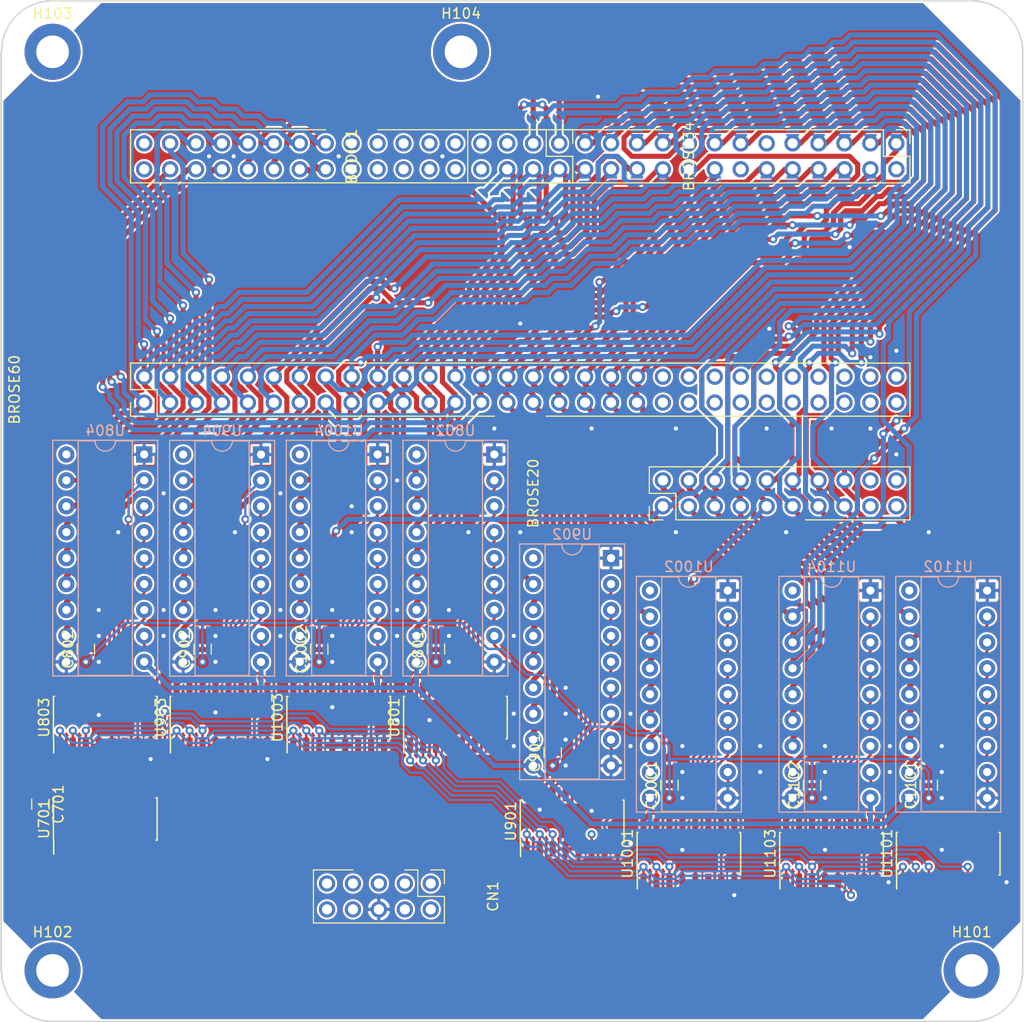
<source format=kicad_pcb>
(kicad_pcb (version 20171130) (host pcbnew "(5.0.2)-1")
  (layers (0 F.Cu signal) (31 B.Cu signal) (36 B.SilkS user) (37 F.SilkS user) (38 B.Mask user) (39 F.Mask user) (44 Edge.Cuts user))
  (net 0 "")
  (net 1 /X18)
  (net 2 /X20)
  (net 3 /X11)
  (net 4 /X17)
  (net 5 /X13)
  (net 6 /X16)
  (net 7 /X10)
  (net 8 /X15)
  (net 9 /X9)
  (net 10 /X8)
  (net 11 /X19)
  (net 12 /X21)
  (net 13 /X12)
  (net 14 /X28)
  (net 15 /X14)
  (net 16 /X26)
  (net 17 /X7)
  (net 18 /X27)
  (net 19 /X5)
  (net 20 /X25)
  (net 21 /X6)
  (net 22 /X24)
  (net 23 /X4)
  (net 24 /SY1)
  (net 25 /SY2)
  (net 26 /SY3)
  (net 27 /SY4)
  (net 28 /SY5)
  (net 29 /SY6)
  (net 30 /SY7)
  (net 31 /SY8)
  (net 32 /SY9)
  (net 33 /SY10)
  (net 34 /SY11)
  (net 35 /SY12)
  (net 36 /SY13)
  (net 37 /SY14)
  (net 38 /SY15)
  (net 39 /SY16)
  (net 40 /SY17)
  (net 41 /SY18)
  (net 42 /SY19)
  (net 43 /SY20)
  (net 44 /SY21)
  (net 45 /SY22)
  (net 46 /SY23)
  (net 47 /SY24)
  (net 48 /SY25)
  (net 49 /SY26)
  (net 50 /SY27)
  (net 51 /SY28)
  (net 52 VCC)
  (net 53 GND)
  (net 54 +24V)
  (net 55 /UnitY/A2)
  (net 56 /UnitY/A0)
  (net 57 /UnitY/A1)
  (net 58 /UnitY/DATA)
  (net 59 /UnitY/EN)
  (net 60 /UnitY/B0)
  (net 61 /UnitY/B1)
  (net 62 /UnitY/00L)
  (net 63 /UnitY/00H)
  (net 64 /UnitY/10L)
  (net 65 /UnitY/10H)
  (net 66 /UnitY/20L)
  (net 67 /UnitY/20H)
  (net 68 /UnitY/30L)
  (net 69 /UnitY/30H)
  (net 70 /UnitY/E0L)
  (net 71 /UnitY/E0H)
  (net 72 /UnitY/E1L)
  (net 73 /UnitY/E1H)
  (net 74 /UnitY/E2L)
  (net 75 /UnitY/E2H)
  (net 76 /UnitY/E3L)
  (net 77 /UnitY/E3H)
  (net 78 /UnitY/Group0/YL7)
  (net 79 /UnitY/Group0/YL6)
  (net 80 /UnitY/Group0/YL5)
  (net 81 /UnitY/Group0/YL4)
  (net 82 /UnitY/Group0/YL3)
  (net 83 /UnitY/Group0/YL2)
  (net 84 /UnitY/Group0/YL1)
  (net 85 /UnitY/Group0/YH1)
  (net 86 /UnitY/Group0/YH2)
  (net 87 /UnitY/Group0/YH3)
  (net 88 /UnitY/Group0/YH4)
  (net 89 /UnitY/Group0/YH5)
  (net 90 /UnitY/Group0/YH6)
  (net 91 /UnitY/Group0/YH7)
  (net 92 /UnitY/Group1/YL7)
  (net 93 /UnitY/Group1/YL6)
  (net 94 /UnitY/Group1/YL5)
  (net 95 /UnitY/Group1/YL4)
  (net 96 /UnitY/Group1/YL3)
  (net 97 /UnitY/Group1/YL2)
  (net 98 /UnitY/Group1/YL1)
  (net 99 /UnitY/Group1/YH1)
  (net 100 /UnitY/Group1/YH2)
  (net 101 /UnitY/Group1/YH3)
  (net 102 /UnitY/Group1/YH4)
  (net 103 /UnitY/Group1/YH5)
  (net 104 /UnitY/Group1/YH6)
  (net 105 /UnitY/Group1/YH7)
  (net 106 /UnitY/Group2/YL7)
  (net 107 /UnitY/Group2/YL6)
  (net 108 /UnitY/Group2/YL5)
  (net 109 /UnitY/Group2/YL4)
  (net 110 /UnitY/Group2/YL3)
  (net 111 /UnitY/Group2/YL2)
  (net 112 /UnitY/Group2/YL1)
  (net 113 /UnitY/Group2/YH1)
  (net 114 /UnitY/Group2/YH2)
  (net 115 /UnitY/Group2/YH3)
  (net 116 /UnitY/Group2/YH4)
  (net 117 /UnitY/Group2/YH5)
  (net 118 /UnitY/Group2/YH6)
  (net 119 /UnitY/Group2/YH7)
  (net 120 /UnitY/Group3/YL1)
  (net 121 /UnitY/Group3/YL2)
  (net 122 /UnitY/Group3/YL3)
  (net 123 /UnitY/Group3/YL4)
  (net 124 /UnitY/Group3/YL5)
  (net 125 /UnitY/Group3/YL6)
  (net 126 /UnitY/Group3/YL7)
  (net 127 /UnitY/Group3/YH7)
  (net 128 /UnitY/Group3/YH6)
  (net 129 /UnitY/Group3/YH5)
  (net 130 /UnitY/Group3/YH4)
  (net 131 /UnitY/Group3/YH3)
  (net 132 /UnitY/Group3/YH2)
  (net 133 /UnitY/Group3/YH1)
  (net 134 "Net-(BRDIC1-Pad2)")
  (net 135 "Net-(BRDIC1-Pad11)")
  (net 136 "Net-(BRDIC1-Pad14)")
  (net 137 "Net-(BROSE20-Pad17)")
  (net 138 "Net-(BROSE20-Pad18)")
  (net 139 "Net-(BROSE20-Pad19)")
  (net 140 "Net-(BROSE20-Pad20)")
  (net 141 "Net-(BROSE34-Pad34)")
  (net 142 "Net-(BROSE34-Pad33)")
  (net 143 "Net-(BROSE34-Pad18)")
  (net 144 "Net-(BROSE34-Pad17)")
  (net 145 "Net-(BROSE34-Pad16)")
  (net 146 "Net-(BROSE34-Pad15)")
  (net 147 "Net-(BROSE34-Pad14)")
  (net 148 "Net-(BROSE34-Pad13)")
  (net 149 "Net-(BROSE34-Pad12)")
  (net 150 "Net-(BROSE34-Pad11)")
  (net 151 "Net-(BROSE34-Pad10)")
  (net 152 "Net-(BROSE34-Pad9)")
  (net 153 "Net-(BROSE60-Pad41)")
  (net 154 "Net-(BROSE60-Pad42)")
  (net 155 "Net-(BROSE60-Pad43)")
  (net 156 "Net-(BROSE60-Pad44)")
  (net 157 "Net-(BROSE60-Pad45)")
  (net 158 "Net-(BROSE60-Pad46)")
  (net 159 "Net-(BROSE60-Pad47)")
  (net 160 "Net-(BROSE60-Pad48)")
  (net 161 "Net-(BROSE60-Pad49)")
  (net 162 "Net-(BROSE60-Pad50)")
  (net 163 "Net-(BROSE60-Pad51)")
  (net 164 "Net-(BROSE60-Pad52)")
  (net 165 "Net-(BROSE60-Pad53)")
  (net 166 "Net-(BROSE60-Pad54)")
  (net 167 "Net-(BROSE60-Pad55)")
  (net 168 "Net-(BROSE60-Pad56)")
  (net 169 "Net-(BROSE60-Pad57)")
  (net 170 "Net-(BROSE60-Pad58)")
  (net 171 "Net-(BROSE60-Pad59)")
  (net 172 "Net-(BROSE60-Pad60)")
  (net 173 /T5)
  (net 174 /T7)
  (net 175 /T8)
  (net 176 /T1)
  (net 177 /T2)
  (net 178 /T3)
  (net 179 /T4)
  (net 180 /T6)
  (net 181 /~RY22)
  (net 182 /~RY23)
  (net 183 /~RY3)
  (net 184 /~RY2)
  (net 185 /~RY1)
  (net 186 "Net-(U801-Pad15)")
  (net 187 "Net-(U803-Pad15)")
  (net 188 "Net-(U901-Pad15)")
  (net 189 "Net-(U903-Pad15)")
  (net 190 "Net-(U1001-Pad15)")
  (net 191 "Net-(U1003-Pad15)")
  (net 192 "Net-(U1101-Pad15)")
  (net 193 "Net-(U1103-Pad15)")
  (module Capacitors_SMD:C_0805_HandSoldering (layer F.Cu) (at 141.605 127.655 90)
    (fp_text reference C1101 (at 0 -1.75 90) (layer F.SilkS))
    (fp_text value 0μ1)
    (pad 1 smd rect (at -1.25 0 90) (size 1.5 1.25) (layers F.Cu F.Paste F.Mask) (net 52 VCC))
    (pad 2 smd rect (at 1.25 0 90) (size 1.5 1.25) (layers F.Cu F.Paste F.Mask) (net 53 GND))
  )
  (module Own:SolderJumper1.3mmNoSilk (layer B.Cu) (at 97.79 69.85 45)
    (fp_text reference JP101 hide)
    (fp_text value Jumper_NO_Small hide)
    (pad 2 smd custom (at 0.50374 0 45) (size 0.2 0.2) (layers B.Cu B.Paste B.Mask) (net 180 /T6) (options (clearance outline) (anchor circle)) (primitives (gr_poly (pts (xy -0.40094 0.64262) (xy -0.3857 0.64008) (xy -0.373 0.63754) (xy -0.3603 0.635) (xy -0.35014 0.63246) (xy -0.33998 0.62992) (xy -0.32982 0.62738) (xy -0.3222 0.62484) (xy -0.31204 0.6223) (xy -0.30442 0.61976) (xy -0.2968 0.61722) (xy -0.28918 0.61468) (xy -0.28156 0.61214) (xy -0.27394 0.6096) (xy -0.26886 0.60706) (xy -0.26124 0.60452) (xy -0.23076 0.59182) (xy -0.20028 0.57658) (xy -0.17234 0.56134) (xy -0.14694 0.5461) (xy -0.12916 0.5334) (xy -0.11138 0.5207) (xy -0.09106 0.50546) (xy -0.05042 0.4699) (xy -0.02502 0.4445) (xy -0.00978 0.42672) (xy 0.01308 0.39878) (xy 0.03594 0.3683) (xy 0.05372 0.34036) (xy 0.07658 0.29972) (xy 0.0969 0.25654) (xy 0.1096 0.22606) (xy 0.1223 0.18796) (xy 0.135 0.1397) (xy 0.1477 0.0635) (xy 0.15024 0.00508) (xy 0.1477 -0.05588) (xy 0.14262 -0.09906) (xy 0.135 -0.1397) (xy 0.12484 -0.18034) (xy 0.11214 -0.21844) (xy 0.09944 -0.25146) (xy 0.07912 -0.29464) (xy 0.06134 -0.32766) (xy 0.0461 -0.35306) (xy 0.01816 -0.3937) (xy 0.00292 -0.41148) (xy -0.03264 -0.45212) (xy -0.05804 -0.47752) (xy -0.09106 -0.50546) (xy -0.12408 -0.53086) (xy -0.15202 -0.54864) (xy -0.17996 -0.56642) (xy -0.21552 -0.5842) (xy -0.24346 -0.5969) (xy -0.28156 -0.61214) (xy -0.30442 -0.61976) (xy -0.35014 -0.63246) (xy -0.38824 -0.64008) (xy -0.39586 -0.64008) (xy -0.40094 -0.64262)) (width 0.001))))
    (pad 1 smd custom (at -0.500999 0 45) (size 0.2 0.2) (layers B.Cu B.Paste B.Mask) (net 24 /SY1) (options (clearance outline) (anchor circle)) (primitives (gr_poly (pts (xy 0.3984 -0.64262) (xy 0.38316 -0.64008) (xy 0.37046 -0.63754) (xy 0.35776 -0.635) (xy 0.3476 -0.63246) (xy 0.33744 -0.62992) (xy 0.32728 -0.62738) (xy 0.31966 -0.62484) (xy 0.3095 -0.6223) (xy 0.30188 -0.61976) (xy 0.29426 -0.61722) (xy 0.28664 -0.61468) (xy 0.27902 -0.61214) (xy 0.2714 -0.6096) (xy 0.26632 -0.60706) (xy 0.2587 -0.60452) (xy 0.22822 -0.59182) (xy 0.19774 -0.57658) (xy 0.1698 -0.56134) (xy 0.1444 -0.5461) (xy 0.12662 -0.5334) (xy 0.10884 -0.5207) (xy 0.08852 -0.50546) (xy 0.04788 -0.4699) (xy 0.02248 -0.4445) (xy 0.00724 -0.42672) (xy -0.01562 -0.39878) (xy -0.03848 -0.3683) (xy -0.05626 -0.34036) (xy -0.07912 -0.29972) (xy -0.09944 -0.25654) (xy -0.11214 -0.22606) (xy -0.12484 -0.18796) (xy -0.13754 -0.1397) (xy -0.15024 -0.0635) (xy -0.15278 -0.00508) (xy -0.15024 0.05588) (xy -0.14516 0.09906) (xy -0.13754 0.1397) (xy -0.12738 0.18034) (xy -0.11468 0.21844) (xy -0.10198 0.25146) (xy -0.08166 0.29464) (xy -0.06388 0.32766) (xy -0.04864 0.35306) (xy -0.0207 0.3937) (xy -0.00546 0.41148) (xy 0.0301 0.45212) (xy 0.0555 0.47752) (xy 0.08852 0.50546) (xy 0.12154 0.53086) (xy 0.14948 0.54864) (xy 0.17742 0.56642) (xy 0.21298 0.5842) (xy 0.24092 0.5969) (xy 0.27902 0.61214) (xy 0.30188 0.61976) (xy 0.3476 0.63246) (xy 0.3857 0.64008) (xy 0.3984 0.64262)) (width 0.001))))
  )
  (module Own:SolderJumper1.3mmNoSilk (layer B.Cu) (at 100.33 69.85 45)
    (fp_text reference JP102 hide)
    (fp_text value Jumper_NO_Small hide)
    (pad 1 smd custom (at -0.500999 0 45) (size 0.2 0.2) (layers B.Cu B.Paste B.Mask) (net 25 /SY2) (options (clearance outline) (anchor circle)) (primitives (gr_poly (pts (xy 0.3984 -0.64262) (xy 0.38316 -0.64008) (xy 0.37046 -0.63754) (xy 0.35776 -0.635) (xy 0.3476 -0.63246) (xy 0.33744 -0.62992) (xy 0.32728 -0.62738) (xy 0.31966 -0.62484) (xy 0.3095 -0.6223) (xy 0.30188 -0.61976) (xy 0.29426 -0.61722) (xy 0.28664 -0.61468) (xy 0.27902 -0.61214) (xy 0.2714 -0.6096) (xy 0.26632 -0.60706) (xy 0.2587 -0.60452) (xy 0.22822 -0.59182) (xy 0.19774 -0.57658) (xy 0.1698 -0.56134) (xy 0.1444 -0.5461) (xy 0.12662 -0.5334) (xy 0.10884 -0.5207) (xy 0.08852 -0.50546) (xy 0.04788 -0.4699) (xy 0.02248 -0.4445) (xy 0.00724 -0.42672) (xy -0.01562 -0.39878) (xy -0.03848 -0.3683) (xy -0.05626 -0.34036) (xy -0.07912 -0.29972) (xy -0.09944 -0.25654) (xy -0.11214 -0.22606) (xy -0.12484 -0.18796) (xy -0.13754 -0.1397) (xy -0.15024 -0.0635) (xy -0.15278 -0.00508) (xy -0.15024 0.05588) (xy -0.14516 0.09906) (xy -0.13754 0.1397) (xy -0.12738 0.18034) (xy -0.11468 0.21844) (xy -0.10198 0.25146) (xy -0.08166 0.29464) (xy -0.06388 0.32766) (xy -0.04864 0.35306) (xy -0.0207 0.3937) (xy -0.00546 0.41148) (xy 0.0301 0.45212) (xy 0.0555 0.47752) (xy 0.08852 0.50546) (xy 0.12154 0.53086) (xy 0.14948 0.54864) (xy 0.17742 0.56642) (xy 0.21298 0.5842) (xy 0.24092 0.5969) (xy 0.27902 0.61214) (xy 0.30188 0.61976) (xy 0.3476 0.63246) (xy 0.3857 0.64008) (xy 0.3984 0.64262)) (width 0.001))))
    (pad 2 smd custom (at 0.50374 0 45) (size 0.2 0.2) (layers B.Cu B.Paste B.Mask) (net 179 /T4) (options (clearance outline) (anchor circle)) (primitives (gr_poly (pts (xy -0.40094 0.64262) (xy -0.3857 0.64008) (xy -0.373 0.63754) (xy -0.3603 0.635) (xy -0.35014 0.63246) (xy -0.33998 0.62992) (xy -0.32982 0.62738) (xy -0.3222 0.62484) (xy -0.31204 0.6223) (xy -0.30442 0.61976) (xy -0.2968 0.61722) (xy -0.28918 0.61468) (xy -0.28156 0.61214) (xy -0.27394 0.6096) (xy -0.26886 0.60706) (xy -0.26124 0.60452) (xy -0.23076 0.59182) (xy -0.20028 0.57658) (xy -0.17234 0.56134) (xy -0.14694 0.5461) (xy -0.12916 0.5334) (xy -0.11138 0.5207) (xy -0.09106 0.50546) (xy -0.05042 0.4699) (xy -0.02502 0.4445) (xy -0.00978 0.42672) (xy 0.01308 0.39878) (xy 0.03594 0.3683) (xy 0.05372 0.34036) (xy 0.07658 0.29972) (xy 0.0969 0.25654) (xy 0.1096 0.22606) (xy 0.1223 0.18796) (xy 0.135 0.1397) (xy 0.1477 0.0635) (xy 0.15024 0.00508) (xy 0.1477 -0.05588) (xy 0.14262 -0.09906) (xy 0.135 -0.1397) (xy 0.12484 -0.18034) (xy 0.11214 -0.21844) (xy 0.09944 -0.25146) (xy 0.07912 -0.29464) (xy 0.06134 -0.32766) (xy 0.0461 -0.35306) (xy 0.01816 -0.3937) (xy 0.00292 -0.41148) (xy -0.03264 -0.45212) (xy -0.05804 -0.47752) (xy -0.09106 -0.50546) (xy -0.12408 -0.53086) (xy -0.15202 -0.54864) (xy -0.17996 -0.56642) (xy -0.21552 -0.5842) (xy -0.24346 -0.5969) (xy -0.28156 -0.61214) (xy -0.30442 -0.61976) (xy -0.35014 -0.63246) (xy -0.38824 -0.64008) (xy -0.39586 -0.64008) (xy -0.40094 -0.64262)) (width 0.001))))
  )
  (module Own:SolderJumper1.3mmNoSilk (layer B.Cu) (at 102.87 69.85 45)
    (fp_text reference JP103 hide)
    (fp_text value Jumper_NO_Small hide)
    (pad 2 smd custom (at 0.50374 0 45) (size 0.2 0.2) (layers B.Cu B.Paste B.Mask) (net 177 /T2) (options (clearance outline) (anchor circle)) (primitives (gr_poly (pts (xy -0.40094 0.64262) (xy -0.3857 0.64008) (xy -0.373 0.63754) (xy -0.3603 0.635) (xy -0.35014 0.63246) (xy -0.33998 0.62992) (xy -0.32982 0.62738) (xy -0.3222 0.62484) (xy -0.31204 0.6223) (xy -0.30442 0.61976) (xy -0.2968 0.61722) (xy -0.28918 0.61468) (xy -0.28156 0.61214) (xy -0.27394 0.6096) (xy -0.26886 0.60706) (xy -0.26124 0.60452) (xy -0.23076 0.59182) (xy -0.20028 0.57658) (xy -0.17234 0.56134) (xy -0.14694 0.5461) (xy -0.12916 0.5334) (xy -0.11138 0.5207) (xy -0.09106 0.50546) (xy -0.05042 0.4699) (xy -0.02502 0.4445) (xy -0.00978 0.42672) (xy 0.01308 0.39878) (xy 0.03594 0.3683) (xy 0.05372 0.34036) (xy 0.07658 0.29972) (xy 0.0969 0.25654) (xy 0.1096 0.22606) (xy 0.1223 0.18796) (xy 0.135 0.1397) (xy 0.1477 0.0635) (xy 0.15024 0.00508) (xy 0.1477 -0.05588) (xy 0.14262 -0.09906) (xy 0.135 -0.1397) (xy 0.12484 -0.18034) (xy 0.11214 -0.21844) (xy 0.09944 -0.25146) (xy 0.07912 -0.29464) (xy 0.06134 -0.32766) (xy 0.0461 -0.35306) (xy 0.01816 -0.3937) (xy 0.00292 -0.41148) (xy -0.03264 -0.45212) (xy -0.05804 -0.47752) (xy -0.09106 -0.50546) (xy -0.12408 -0.53086) (xy -0.15202 -0.54864) (xy -0.17996 -0.56642) (xy -0.21552 -0.5842) (xy -0.24346 -0.5969) (xy -0.28156 -0.61214) (xy -0.30442 -0.61976) (xy -0.35014 -0.63246) (xy -0.38824 -0.64008) (xy -0.39586 -0.64008) (xy -0.40094 -0.64262)) (width 0.001))))
    (pad 1 smd custom (at -0.500999 0 45) (size 0.2 0.2) (layers B.Cu B.Paste B.Mask) (net 26 /SY3) (options (clearance outline) (anchor circle)) (primitives (gr_poly (pts (xy 0.3984 -0.64262) (xy 0.38316 -0.64008) (xy 0.37046 -0.63754) (xy 0.35776 -0.635) (xy 0.3476 -0.63246) (xy 0.33744 -0.62992) (xy 0.32728 -0.62738) (xy 0.31966 -0.62484) (xy 0.3095 -0.6223) (xy 0.30188 -0.61976) (xy 0.29426 -0.61722) (xy 0.28664 -0.61468) (xy 0.27902 -0.61214) (xy 0.2714 -0.6096) (xy 0.26632 -0.60706) (xy 0.2587 -0.60452) (xy 0.22822 -0.59182) (xy 0.19774 -0.57658) (xy 0.1698 -0.56134) (xy 0.1444 -0.5461) (xy 0.12662 -0.5334) (xy 0.10884 -0.5207) (xy 0.08852 -0.50546) (xy 0.04788 -0.4699) (xy 0.02248 -0.4445) (xy 0.00724 -0.42672) (xy -0.01562 -0.39878) (xy -0.03848 -0.3683) (xy -0.05626 -0.34036) (xy -0.07912 -0.29972) (xy -0.09944 -0.25654) (xy -0.11214 -0.22606) (xy -0.12484 -0.18796) (xy -0.13754 -0.1397) (xy -0.15024 -0.0635) (xy -0.15278 -0.00508) (xy -0.15024 0.05588) (xy -0.14516 0.09906) (xy -0.13754 0.1397) (xy -0.12738 0.18034) (xy -0.11468 0.21844) (xy -0.10198 0.25146) (xy -0.08166 0.29464) (xy -0.06388 0.32766) (xy -0.04864 0.35306) (xy -0.0207 0.3937) (xy -0.00546 0.41148) (xy 0.0301 0.45212) (xy 0.0555 0.47752) (xy 0.08852 0.50546) (xy 0.12154 0.53086) (xy 0.14948 0.54864) (xy 0.17742 0.56642) (xy 0.21298 0.5842) (xy 0.24092 0.5969) (xy 0.27902 0.61214) (xy 0.30188 0.61976) (xy 0.3476 0.63246) (xy 0.3857 0.64008) (xy 0.3984 0.64262)) (width 0.001))))
  )
  (module Own:SolderJumper1.3mmNoSilk (layer B.Cu) (at 107.95 68.326 90)
    (fp_text reference JP104 hide)
    (fp_text value Jumper_NO_Small hide)
    (pad 2 smd custom (at 0.50374 0 90) (size 0.2 0.2) (layers B.Cu B.Paste B.Mask) (net 23 /X4) (options (clearance outline) (anchor circle)) (primitives (gr_poly (pts (xy -0.40094 0.64262) (xy -0.3857 0.64008) (xy -0.373 0.63754) (xy -0.3603 0.635) (xy -0.35014 0.63246) (xy -0.33998 0.62992) (xy -0.32982 0.62738) (xy -0.3222 0.62484) (xy -0.31204 0.6223) (xy -0.30442 0.61976) (xy -0.2968 0.61722) (xy -0.28918 0.61468) (xy -0.28156 0.61214) (xy -0.27394 0.6096) (xy -0.26886 0.60706) (xy -0.26124 0.60452) (xy -0.23076 0.59182) (xy -0.20028 0.57658) (xy -0.17234 0.56134) (xy -0.14694 0.5461) (xy -0.12916 0.5334) (xy -0.11138 0.5207) (xy -0.09106 0.50546) (xy -0.05042 0.4699) (xy -0.02502 0.4445) (xy -0.00978 0.42672) (xy 0.01308 0.39878) (xy 0.03594 0.3683) (xy 0.05372 0.34036) (xy 0.07658 0.29972) (xy 0.0969 0.25654) (xy 0.1096 0.22606) (xy 0.1223 0.18796) (xy 0.135 0.1397) (xy 0.1477 0.0635) (xy 0.15024 0.00508) (xy 0.1477 -0.05588) (xy 0.14262 -0.09906) (xy 0.135 -0.1397) (xy 0.12484 -0.18034) (xy 0.11214 -0.21844) (xy 0.09944 -0.25146) (xy 0.07912 -0.29464) (xy 0.06134 -0.32766) (xy 0.0461 -0.35306) (xy 0.01816 -0.3937) (xy 0.00292 -0.41148) (xy -0.03264 -0.45212) (xy -0.05804 -0.47752) (xy -0.09106 -0.50546) (xy -0.12408 -0.53086) (xy -0.15202 -0.54864) (xy -0.17996 -0.56642) (xy -0.21552 -0.5842) (xy -0.24346 -0.5969) (xy -0.28156 -0.61214) (xy -0.30442 -0.61976) (xy -0.35014 -0.63246) (xy -0.38824 -0.64008) (xy -0.39586 -0.64008) (xy -0.40094 -0.64262)) (width 0.001))))
    (pad 1 smd custom (at -0.501 0 90) (size 0.2 0.2) (layers B.Cu B.Paste B.Mask) (net 27 /SY4) (options (clearance outline) (anchor circle)) (primitives (gr_poly (pts (xy 0.3984 -0.64262) (xy 0.38316 -0.64008) (xy 0.37046 -0.63754) (xy 0.35776 -0.635) (xy 0.3476 -0.63246) (xy 0.33744 -0.62992) (xy 0.32728 -0.62738) (xy 0.31966 -0.62484) (xy 0.3095 -0.6223) (xy 0.30188 -0.61976) (xy 0.29426 -0.61722) (xy 0.28664 -0.61468) (xy 0.27902 -0.61214) (xy 0.2714 -0.6096) (xy 0.26632 -0.60706) (xy 0.2587 -0.60452) (xy 0.22822 -0.59182) (xy 0.19774 -0.57658) (xy 0.1698 -0.56134) (xy 0.1444 -0.5461) (xy 0.12662 -0.5334) (xy 0.10884 -0.5207) (xy 0.08852 -0.50546) (xy 0.04788 -0.4699) (xy 0.02248 -0.4445) (xy 0.00724 -0.42672) (xy -0.01562 -0.39878) (xy -0.03848 -0.3683) (xy -0.05626 -0.34036) (xy -0.07912 -0.29972) (xy -0.09944 -0.25654) (xy -0.11214 -0.22606) (xy -0.12484 -0.18796) (xy -0.13754 -0.1397) (xy -0.15024 -0.0635) (xy -0.15278 -0.00508) (xy -0.15024 0.05588) (xy -0.14516 0.09906) (xy -0.13754 0.1397) (xy -0.12738 0.18034) (xy -0.11468 0.21844) (xy -0.10198 0.25146) (xy -0.08166 0.29464) (xy -0.06388 0.32766) (xy -0.04864 0.35306) (xy -0.0207 0.3937) (xy -0.00546 0.41148) (xy 0.0301 0.45212) (xy 0.0555 0.47752) (xy 0.08852 0.50546) (xy 0.12154 0.53086) (xy 0.14948 0.54864) (xy 0.17742 0.56642) (xy 0.21298 0.5842) (xy 0.24092 0.5969) (xy 0.27902 0.61214) (xy 0.30188 0.61976) (xy 0.3476 0.63246) (xy 0.3857 0.64008) (xy 0.3984 0.64262)) (width 0.001))))
  )
  (module Own:SolderJumper1.3mmNoSilk (layer B.Cu) (at 113.03 68.326 90)
    (fp_text reference JP105 hide)
    (fp_text value Jumper_NO_Small hide)
    (pad 2 smd custom (at 0.50374 0 90) (size 0.2 0.2) (layers B.Cu B.Paste B.Mask) (net 19 /X5) (options (clearance outline) (anchor circle)) (primitives (gr_poly (pts (xy -0.40094 0.64262) (xy -0.3857 0.64008) (xy -0.373 0.63754) (xy -0.3603 0.635) (xy -0.35014 0.63246) (xy -0.33998 0.62992) (xy -0.32982 0.62738) (xy -0.3222 0.62484) (xy -0.31204 0.6223) (xy -0.30442 0.61976) (xy -0.2968 0.61722) (xy -0.28918 0.61468) (xy -0.28156 0.61214) (xy -0.27394 0.6096) (xy -0.26886 0.60706) (xy -0.26124 0.60452) (xy -0.23076 0.59182) (xy -0.20028 0.57658) (xy -0.17234 0.56134) (xy -0.14694 0.5461) (xy -0.12916 0.5334) (xy -0.11138 0.5207) (xy -0.09106 0.50546) (xy -0.05042 0.4699) (xy -0.02502 0.4445) (xy -0.00978 0.42672) (xy 0.01308 0.39878) (xy 0.03594 0.3683) (xy 0.05372 0.34036) (xy 0.07658 0.29972) (xy 0.0969 0.25654) (xy 0.1096 0.22606) (xy 0.1223 0.18796) (xy 0.135 0.1397) (xy 0.1477 0.0635) (xy 0.15024 0.00508) (xy 0.1477 -0.05588) (xy 0.14262 -0.09906) (xy 0.135 -0.1397) (xy 0.12484 -0.18034) (xy 0.11214 -0.21844) (xy 0.09944 -0.25146) (xy 0.07912 -0.29464) (xy 0.06134 -0.32766) (xy 0.0461 -0.35306) (xy 0.01816 -0.3937) (xy 0.00292 -0.41148) (xy -0.03264 -0.45212) (xy -0.05804 -0.47752) (xy -0.09106 -0.50546) (xy -0.12408 -0.53086) (xy -0.15202 -0.54864) (xy -0.17996 -0.56642) (xy -0.21552 -0.5842) (xy -0.24346 -0.5969) (xy -0.28156 -0.61214) (xy -0.30442 -0.61976) (xy -0.35014 -0.63246) (xy -0.38824 -0.64008) (xy -0.39586 -0.64008) (xy -0.40094 -0.64262)) (width 0.001))))
    (pad 1 smd custom (at -0.501 0 90) (size 0.2 0.2) (layers B.Cu B.Paste B.Mask) (net 28 /SY5) (options (clearance outline) (anchor circle)) (primitives (gr_poly (pts (xy 0.3984 -0.64262) (xy 0.38316 -0.64008) (xy 0.37046 -0.63754) (xy 0.35776 -0.635) (xy 0.3476 -0.63246) (xy 0.33744 -0.62992) (xy 0.32728 -0.62738) (xy 0.31966 -0.62484) (xy 0.3095 -0.6223) (xy 0.30188 -0.61976) (xy 0.29426 -0.61722) (xy 0.28664 -0.61468) (xy 0.27902 -0.61214) (xy 0.2714 -0.6096) (xy 0.26632 -0.60706) (xy 0.2587 -0.60452) (xy 0.22822 -0.59182) (xy 0.19774 -0.57658) (xy 0.1698 -0.56134) (xy 0.1444 -0.5461) (xy 0.12662 -0.5334) (xy 0.10884 -0.5207) (xy 0.08852 -0.50546) (xy 0.04788 -0.4699) (xy 0.02248 -0.4445) (xy 0.00724 -0.42672) (xy -0.01562 -0.39878) (xy -0.03848 -0.3683) (xy -0.05626 -0.34036) (xy -0.07912 -0.29972) (xy -0.09944 -0.25654) (xy -0.11214 -0.22606) (xy -0.12484 -0.18796) (xy -0.13754 -0.1397) (xy -0.15024 -0.0635) (xy -0.15278 -0.00508) (xy -0.15024 0.05588) (xy -0.14516 0.09906) (xy -0.13754 0.1397) (xy -0.12738 0.18034) (xy -0.11468 0.21844) (xy -0.10198 0.25146) (xy -0.08166 0.29464) (xy -0.06388 0.32766) (xy -0.04864 0.35306) (xy -0.0207 0.3937) (xy -0.00546 0.41148) (xy 0.0301 0.45212) (xy 0.0555 0.47752) (xy 0.08852 0.50546) (xy 0.12154 0.53086) (xy 0.14948 0.54864) (xy 0.17742 0.56642) (xy 0.21298 0.5842) (xy 0.24092 0.5969) (xy 0.27902 0.61214) (xy 0.30188 0.61976) (xy 0.3476 0.63246) (xy 0.3857 0.64008) (xy 0.3984 0.64262)) (width 0.001))))
  )
  (module Own:SolderJumper1.3mmNoSilk (layer B.Cu) (at 110.49 68.326 90)
    (fp_text reference JP106 hide)
    (fp_text value Jumper_NO_Small hide)
    (pad 2 smd custom (at 0.50374 0 90) (size 0.2 0.2) (layers B.Cu B.Paste B.Mask) (net 21 /X6) (options (clearance outline) (anchor circle)) (primitives (gr_poly (pts (xy -0.40094 0.64262) (xy -0.3857 0.64008) (xy -0.373 0.63754) (xy -0.3603 0.635) (xy -0.35014 0.63246) (xy -0.33998 0.62992) (xy -0.32982 0.62738) (xy -0.3222 0.62484) (xy -0.31204 0.6223) (xy -0.30442 0.61976) (xy -0.2968 0.61722) (xy -0.28918 0.61468) (xy -0.28156 0.61214) (xy -0.27394 0.6096) (xy -0.26886 0.60706) (xy -0.26124 0.60452) (xy -0.23076 0.59182) (xy -0.20028 0.57658) (xy -0.17234 0.56134) (xy -0.14694 0.5461) (xy -0.12916 0.5334) (xy -0.11138 0.5207) (xy -0.09106 0.50546) (xy -0.05042 0.4699) (xy -0.02502 0.4445) (xy -0.00978 0.42672) (xy 0.01308 0.39878) (xy 0.03594 0.3683) (xy 0.05372 0.34036) (xy 0.07658 0.29972) (xy 0.0969 0.25654) (xy 0.1096 0.22606) (xy 0.1223 0.18796) (xy 0.135 0.1397) (xy 0.1477 0.0635) (xy 0.15024 0.00508) (xy 0.1477 -0.05588) (xy 0.14262 -0.09906) (xy 0.135 -0.1397) (xy 0.12484 -0.18034) (xy 0.11214 -0.21844) (xy 0.09944 -0.25146) (xy 0.07912 -0.29464) (xy 0.06134 -0.32766) (xy 0.0461 -0.35306) (xy 0.01816 -0.3937) (xy 0.00292 -0.41148) (xy -0.03264 -0.45212) (xy -0.05804 -0.47752) (xy -0.09106 -0.50546) (xy -0.12408 -0.53086) (xy -0.15202 -0.54864) (xy -0.17996 -0.56642) (xy -0.21552 -0.5842) (xy -0.24346 -0.5969) (xy -0.28156 -0.61214) (xy -0.30442 -0.61976) (xy -0.35014 -0.63246) (xy -0.38824 -0.64008) (xy -0.39586 -0.64008) (xy -0.40094 -0.64262)) (width 0.001))))
    (pad 1 smd custom (at -0.501 0 90) (size 0.2 0.2) (layers B.Cu B.Paste B.Mask) (net 29 /SY6) (options (clearance outline) (anchor circle)) (primitives (gr_poly (pts (xy 0.3984 -0.64262) (xy 0.38316 -0.64008) (xy 0.37046 -0.63754) (xy 0.35776 -0.635) (xy 0.3476 -0.63246) (xy 0.33744 -0.62992) (xy 0.32728 -0.62738) (xy 0.31966 -0.62484) (xy 0.3095 -0.6223) (xy 0.30188 -0.61976) (xy 0.29426 -0.61722) (xy 0.28664 -0.61468) (xy 0.27902 -0.61214) (xy 0.2714 -0.6096) (xy 0.26632 -0.60706) (xy 0.2587 -0.60452) (xy 0.22822 -0.59182) (xy 0.19774 -0.57658) (xy 0.1698 -0.56134) (xy 0.1444 -0.5461) (xy 0.12662 -0.5334) (xy 0.10884 -0.5207) (xy 0.08852 -0.50546) (xy 0.04788 -0.4699) (xy 0.02248 -0.4445) (xy 0.00724 -0.42672) (xy -0.01562 -0.39878) (xy -0.03848 -0.3683) (xy -0.05626 -0.34036) (xy -0.07912 -0.29972) (xy -0.09944 -0.25654) (xy -0.11214 -0.22606) (xy -0.12484 -0.18796) (xy -0.13754 -0.1397) (xy -0.15024 -0.0635) (xy -0.15278 -0.00508) (xy -0.15024 0.05588) (xy -0.14516 0.09906) (xy -0.13754 0.1397) (xy -0.12738 0.18034) (xy -0.11468 0.21844) (xy -0.10198 0.25146) (xy -0.08166 0.29464) (xy -0.06388 0.32766) (xy -0.04864 0.35306) (xy -0.0207 0.3937) (xy -0.00546 0.41148) (xy 0.0301 0.45212) (xy 0.0555 0.47752) (xy 0.08852 0.50546) (xy 0.12154 0.53086) (xy 0.14948 0.54864) (xy 0.17742 0.56642) (xy 0.21298 0.5842) (xy 0.24092 0.5969) (xy 0.27902 0.61214) (xy 0.30188 0.61976) (xy 0.3476 0.63246) (xy 0.3857 0.64008) (xy 0.3984 0.64262)) (width 0.001))))
  )
  (module Own:SolderJumper1.3mmNoSilk (layer B.Cu) (at 115.57 68.326 90)
    (fp_text reference JP107 hide)
    (fp_text value Jumper_NO_Small hide)
    (pad 2 smd custom (at 0.50374 0 90) (size 0.2 0.2) (layers B.Cu B.Paste B.Mask) (net 17 /X7) (options (clearance outline) (anchor circle)) (primitives (gr_poly (pts (xy -0.40094 0.64262) (xy -0.3857 0.64008) (xy -0.373 0.63754) (xy -0.3603 0.635) (xy -0.35014 0.63246) (xy -0.33998 0.62992) (xy -0.32982 0.62738) (xy -0.3222 0.62484) (xy -0.31204 0.6223) (xy -0.30442 0.61976) (xy -0.2968 0.61722) (xy -0.28918 0.61468) (xy -0.28156 0.61214) (xy -0.27394 0.6096) (xy -0.26886 0.60706) (xy -0.26124 0.60452) (xy -0.23076 0.59182) (xy -0.20028 0.57658) (xy -0.17234 0.56134) (xy -0.14694 0.5461) (xy -0.12916 0.5334) (xy -0.11138 0.5207) (xy -0.09106 0.50546) (xy -0.05042 0.4699) (xy -0.02502 0.4445) (xy -0.00978 0.42672) (xy 0.01308 0.39878) (xy 0.03594 0.3683) (xy 0.05372 0.34036) (xy 0.07658 0.29972) (xy 0.0969 0.25654) (xy 0.1096 0.22606) (xy 0.1223 0.18796) (xy 0.135 0.1397) (xy 0.1477 0.0635) (xy 0.15024 0.00508) (xy 0.1477 -0.05588) (xy 0.14262 -0.09906) (xy 0.135 -0.1397) (xy 0.12484 -0.18034) (xy 0.11214 -0.21844) (xy 0.09944 -0.25146) (xy 0.07912 -0.29464) (xy 0.06134 -0.32766) (xy 0.0461 -0.35306) (xy 0.01816 -0.3937) (xy 0.00292 -0.41148) (xy -0.03264 -0.45212) (xy -0.05804 -0.47752) (xy -0.09106 -0.50546) (xy -0.12408 -0.53086) (xy -0.15202 -0.54864) (xy -0.17996 -0.56642) (xy -0.21552 -0.5842) (xy -0.24346 -0.5969) (xy -0.28156 -0.61214) (xy -0.30442 -0.61976) (xy -0.35014 -0.63246) (xy -0.38824 -0.64008) (xy -0.39586 -0.64008) (xy -0.40094 -0.64262)) (width 0.001))))
    (pad 1 smd custom (at -0.501 0 90) (size 0.2 0.2) (layers B.Cu B.Paste B.Mask) (net 30 /SY7) (options (clearance outline) (anchor circle)) (primitives (gr_poly (pts (xy 0.3984 -0.64262) (xy 0.38316 -0.64008) (xy 0.37046 -0.63754) (xy 0.35776 -0.635) (xy 0.3476 -0.63246) (xy 0.33744 -0.62992) (xy 0.32728 -0.62738) (xy 0.31966 -0.62484) (xy 0.3095 -0.6223) (xy 0.30188 -0.61976) (xy 0.29426 -0.61722) (xy 0.28664 -0.61468) (xy 0.27902 -0.61214) (xy 0.2714 -0.6096) (xy 0.26632 -0.60706) (xy 0.2587 -0.60452) (xy 0.22822 -0.59182) (xy 0.19774 -0.57658) (xy 0.1698 -0.56134) (xy 0.1444 -0.5461) (xy 0.12662 -0.5334) (xy 0.10884 -0.5207) (xy 0.08852 -0.50546) (xy 0.04788 -0.4699) (xy 0.02248 -0.4445) (xy 0.00724 -0.42672) (xy -0.01562 -0.39878) (xy -0.03848 -0.3683) (xy -0.05626 -0.34036) (xy -0.07912 -0.29972) (xy -0.09944 -0.25654) (xy -0.11214 -0.22606) (xy -0.12484 -0.18796) (xy -0.13754 -0.1397) (xy -0.15024 -0.0635) (xy -0.15278 -0.00508) (xy -0.15024 0.05588) (xy -0.14516 0.09906) (xy -0.13754 0.1397) (xy -0.12738 0.18034) (xy -0.11468 0.21844) (xy -0.10198 0.25146) (xy -0.08166 0.29464) (xy -0.06388 0.32766) (xy -0.04864 0.35306) (xy -0.0207 0.3937) (xy -0.00546 0.41148) (xy 0.0301 0.45212) (xy 0.0555 0.47752) (xy 0.08852 0.50546) (xy 0.12154 0.53086) (xy 0.14948 0.54864) (xy 0.17742 0.56642) (xy 0.21298 0.5842) (xy 0.24092 0.5969) (xy 0.27902 0.61214) (xy 0.30188 0.61976) (xy 0.3476 0.63246) (xy 0.3857 0.64008) (xy 0.3984 0.64262)) (width 0.001))))
  )
  (module Own:SolderJumper1.3mmNoSilk (layer B.Cu) (at 125.73 68.326 90)
    (fp_text reference JP108 hide)
    (fp_text value Jumper_NO_Small hide)
    (pad 2 smd custom (at 0.50374 0 90) (size 0.2 0.2) (layers B.Cu B.Paste B.Mask) (net 10 /X8) (options (clearance outline) (anchor circle)) (primitives (gr_poly (pts (xy -0.40094 0.64262) (xy -0.3857 0.64008) (xy -0.373 0.63754) (xy -0.3603 0.635) (xy -0.35014 0.63246) (xy -0.33998 0.62992) (xy -0.32982 0.62738) (xy -0.3222 0.62484) (xy -0.31204 0.6223) (xy -0.30442 0.61976) (xy -0.2968 0.61722) (xy -0.28918 0.61468) (xy -0.28156 0.61214) (xy -0.27394 0.6096) (xy -0.26886 0.60706) (xy -0.26124 0.60452) (xy -0.23076 0.59182) (xy -0.20028 0.57658) (xy -0.17234 0.56134) (xy -0.14694 0.5461) (xy -0.12916 0.5334) (xy -0.11138 0.5207) (xy -0.09106 0.50546) (xy -0.05042 0.4699) (xy -0.02502 0.4445) (xy -0.00978 0.42672) (xy 0.01308 0.39878) (xy 0.03594 0.3683) (xy 0.05372 0.34036) (xy 0.07658 0.29972) (xy 0.0969 0.25654) (xy 0.1096 0.22606) (xy 0.1223 0.18796) (xy 0.135 0.1397) (xy 0.1477 0.0635) (xy 0.15024 0.00508) (xy 0.1477 -0.05588) (xy 0.14262 -0.09906) (xy 0.135 -0.1397) (xy 0.12484 -0.18034) (xy 0.11214 -0.21844) (xy 0.09944 -0.25146) (xy 0.07912 -0.29464) (xy 0.06134 -0.32766) (xy 0.0461 -0.35306) (xy 0.01816 -0.3937) (xy 0.00292 -0.41148) (xy -0.03264 -0.45212) (xy -0.05804 -0.47752) (xy -0.09106 -0.50546) (xy -0.12408 -0.53086) (xy -0.15202 -0.54864) (xy -0.17996 -0.56642) (xy -0.21552 -0.5842) (xy -0.24346 -0.5969) (xy -0.28156 -0.61214) (xy -0.30442 -0.61976) (xy -0.35014 -0.63246) (xy -0.38824 -0.64008) (xy -0.39586 -0.64008) (xy -0.40094 -0.64262)) (width 0.001))))
    (pad 1 smd custom (at -0.501 0 90) (size 0.2 0.2) (layers B.Cu B.Paste B.Mask) (net 31 /SY8) (options (clearance outline) (anchor circle)) (primitives (gr_poly (pts (xy 0.3984 -0.64262) (xy 0.38316 -0.64008) (xy 0.37046 -0.63754) (xy 0.35776 -0.635) (xy 0.3476 -0.63246) (xy 0.33744 -0.62992) (xy 0.32728 -0.62738) (xy 0.31966 -0.62484) (xy 0.3095 -0.6223) (xy 0.30188 -0.61976) (xy 0.29426 -0.61722) (xy 0.28664 -0.61468) (xy 0.27902 -0.61214) (xy 0.2714 -0.6096) (xy 0.26632 -0.60706) (xy 0.2587 -0.60452) (xy 0.22822 -0.59182) (xy 0.19774 -0.57658) (xy 0.1698 -0.56134) (xy 0.1444 -0.5461) (xy 0.12662 -0.5334) (xy 0.10884 -0.5207) (xy 0.08852 -0.50546) (xy 0.04788 -0.4699) (xy 0.02248 -0.4445) (xy 0.00724 -0.42672) (xy -0.01562 -0.39878) (xy -0.03848 -0.3683) (xy -0.05626 -0.34036) (xy -0.07912 -0.29972) (xy -0.09944 -0.25654) (xy -0.11214 -0.22606) (xy -0.12484 -0.18796) (xy -0.13754 -0.1397) (xy -0.15024 -0.0635) (xy -0.15278 -0.00508) (xy -0.15024 0.05588) (xy -0.14516 0.09906) (xy -0.13754 0.1397) (xy -0.12738 0.18034) (xy -0.11468 0.21844) (xy -0.10198 0.25146) (xy -0.08166 0.29464) (xy -0.06388 0.32766) (xy -0.04864 0.35306) (xy -0.0207 0.3937) (xy -0.00546 0.41148) (xy 0.0301 0.45212) (xy 0.0555 0.47752) (xy 0.08852 0.50546) (xy 0.12154 0.53086) (xy 0.14948 0.54864) (xy 0.17742 0.56642) (xy 0.21298 0.5842) (xy 0.24092 0.5969) (xy 0.27902 0.61214) (xy 0.30188 0.61976) (xy 0.3476 0.63246) (xy 0.3857 0.64008) (xy 0.3984 0.64262)) (width 0.001))))
  )
  (module Own:SolderJumper1.3mmNoSilk (layer B.Cu) (at 128.27 68.326 90)
    (fp_text reference JP109 hide)
    (fp_text value Jumper_NO_Small hide)
    (pad 2 smd custom (at 0.50374 0 90) (size 0.2 0.2) (layers B.Cu B.Paste B.Mask) (net 9 /X9) (options (clearance outline) (anchor circle)) (primitives (gr_poly (pts (xy -0.40094 0.64262) (xy -0.3857 0.64008) (xy -0.373 0.63754) (xy -0.3603 0.635) (xy -0.35014 0.63246) (xy -0.33998 0.62992) (xy -0.32982 0.62738) (xy -0.3222 0.62484) (xy -0.31204 0.6223) (xy -0.30442 0.61976) (xy -0.2968 0.61722) (xy -0.28918 0.61468) (xy -0.28156 0.61214) (xy -0.27394 0.6096) (xy -0.26886 0.60706) (xy -0.26124 0.60452) (xy -0.23076 0.59182) (xy -0.20028 0.57658) (xy -0.17234 0.56134) (xy -0.14694 0.5461) (xy -0.12916 0.5334) (xy -0.11138 0.5207) (xy -0.09106 0.50546) (xy -0.05042 0.4699) (xy -0.02502 0.4445) (xy -0.00978 0.42672) (xy 0.01308 0.39878) (xy 0.03594 0.3683) (xy 0.05372 0.34036) (xy 0.07658 0.29972) (xy 0.0969 0.25654) (xy 0.1096 0.22606) (xy 0.1223 0.18796) (xy 0.135 0.1397) (xy 0.1477 0.0635) (xy 0.15024 0.00508) (xy 0.1477 -0.05588) (xy 0.14262 -0.09906) (xy 0.135 -0.1397) (xy 0.12484 -0.18034) (xy 0.11214 -0.21844) (xy 0.09944 -0.25146) (xy 0.07912 -0.29464) (xy 0.06134 -0.32766) (xy 0.0461 -0.35306) (xy 0.01816 -0.3937) (xy 0.00292 -0.41148) (xy -0.03264 -0.45212) (xy -0.05804 -0.47752) (xy -0.09106 -0.50546) (xy -0.12408 -0.53086) (xy -0.15202 -0.54864) (xy -0.17996 -0.56642) (xy -0.21552 -0.5842) (xy -0.24346 -0.5969) (xy -0.28156 -0.61214) (xy -0.30442 -0.61976) (xy -0.35014 -0.63246) (xy -0.38824 -0.64008) (xy -0.39586 -0.64008) (xy -0.40094 -0.64262)) (width 0.001))))
    (pad 1 smd custom (at -0.501 0 90) (size 0.2 0.2) (layers B.Cu B.Paste B.Mask) (net 32 /SY9) (options (clearance outline) (anchor circle)) (primitives (gr_poly (pts (xy 0.3984 -0.64262) (xy 0.38316 -0.64008) (xy 0.37046 -0.63754) (xy 0.35776 -0.635) (xy 0.3476 -0.63246) (xy 0.33744 -0.62992) (xy 0.32728 -0.62738) (xy 0.31966 -0.62484) (xy 0.3095 -0.6223) (xy 0.30188 -0.61976) (xy 0.29426 -0.61722) (xy 0.28664 -0.61468) (xy 0.27902 -0.61214) (xy 0.2714 -0.6096) (xy 0.26632 -0.60706) (xy 0.2587 -0.60452) (xy 0.22822 -0.59182) (xy 0.19774 -0.57658) (xy 0.1698 -0.56134) (xy 0.1444 -0.5461) (xy 0.12662 -0.5334) (xy 0.10884 -0.5207) (xy 0.08852 -0.50546) (xy 0.04788 -0.4699) (xy 0.02248 -0.4445) (xy 0.00724 -0.42672) (xy -0.01562 -0.39878) (xy -0.03848 -0.3683) (xy -0.05626 -0.34036) (xy -0.07912 -0.29972) (xy -0.09944 -0.25654) (xy -0.11214 -0.22606) (xy -0.12484 -0.18796) (xy -0.13754 -0.1397) (xy -0.15024 -0.0635) (xy -0.15278 -0.00508) (xy -0.15024 0.05588) (xy -0.14516 0.09906) (xy -0.13754 0.1397) (xy -0.12738 0.18034) (xy -0.11468 0.21844) (xy -0.10198 0.25146) (xy -0.08166 0.29464) (xy -0.06388 0.32766) (xy -0.04864 0.35306) (xy -0.0207 0.3937) (xy -0.00546 0.41148) (xy 0.0301 0.45212) (xy 0.0555 0.47752) (xy 0.08852 0.50546) (xy 0.12154 0.53086) (xy 0.14948 0.54864) (xy 0.17742 0.56642) (xy 0.21298 0.5842) (xy 0.24092 0.5969) (xy 0.27902 0.61214) (xy 0.30188 0.61976) (xy 0.3476 0.63246) (xy 0.3857 0.64008) (xy 0.3984 0.64262)) (width 0.001))))
  )
  (module Own:SolderJumper1.3mmNoSilk (layer B.Cu) (at 130.81 68.326 90)
    (fp_text reference JP110 hide)
    (fp_text value Jumper_NO_Small hide)
    (pad 2 smd custom (at 0.50374 0 90) (size 0.2 0.2) (layers B.Cu B.Paste B.Mask) (net 7 /X10) (options (clearance outline) (anchor circle)) (primitives (gr_poly (pts (xy -0.40094 0.64262) (xy -0.3857 0.64008) (xy -0.373 0.63754) (xy -0.3603 0.635) (xy -0.35014 0.63246) (xy -0.33998 0.62992) (xy -0.32982 0.62738) (xy -0.3222 0.62484) (xy -0.31204 0.6223) (xy -0.30442 0.61976) (xy -0.2968 0.61722) (xy -0.28918 0.61468) (xy -0.28156 0.61214) (xy -0.27394 0.6096) (xy -0.26886 0.60706) (xy -0.26124 0.60452) (xy -0.23076 0.59182) (xy -0.20028 0.57658) (xy -0.17234 0.56134) (xy -0.14694 0.5461) (xy -0.12916 0.5334) (xy -0.11138 0.5207) (xy -0.09106 0.50546) (xy -0.05042 0.4699) (xy -0.02502 0.4445) (xy -0.00978 0.42672) (xy 0.01308 0.39878) (xy 0.03594 0.3683) (xy 0.05372 0.34036) (xy 0.07658 0.29972) (xy 0.0969 0.25654) (xy 0.1096 0.22606) (xy 0.1223 0.18796) (xy 0.135 0.1397) (xy 0.1477 0.0635) (xy 0.15024 0.00508) (xy 0.1477 -0.05588) (xy 0.14262 -0.09906) (xy 0.135 -0.1397) (xy 0.12484 -0.18034) (xy 0.11214 -0.21844) (xy 0.09944 -0.25146) (xy 0.07912 -0.29464) (xy 0.06134 -0.32766) (xy 0.0461 -0.35306) (xy 0.01816 -0.3937) (xy 0.00292 -0.41148) (xy -0.03264 -0.45212) (xy -0.05804 -0.47752) (xy -0.09106 -0.50546) (xy -0.12408 -0.53086) (xy -0.15202 -0.54864) (xy -0.17996 -0.56642) (xy -0.21552 -0.5842) (xy -0.24346 -0.5969) (xy -0.28156 -0.61214) (xy -0.30442 -0.61976) (xy -0.35014 -0.63246) (xy -0.38824 -0.64008) (xy -0.39586 -0.64008) (xy -0.40094 -0.64262)) (width 0.001))))
    (pad 1 smd custom (at -0.501 0 90) (size 0.2 0.2) (layers B.Cu B.Paste B.Mask) (net 33 /SY10) (options (clearance outline) (anchor circle)) (primitives (gr_poly (pts (xy 0.3984 -0.64262) (xy 0.38316 -0.64008) (xy 0.37046 -0.63754) (xy 0.35776 -0.635) (xy 0.3476 -0.63246) (xy 0.33744 -0.62992) (xy 0.32728 -0.62738) (xy 0.31966 -0.62484) (xy 0.3095 -0.6223) (xy 0.30188 -0.61976) (xy 0.29426 -0.61722) (xy 0.28664 -0.61468) (xy 0.27902 -0.61214) (xy 0.2714 -0.6096) (xy 0.26632 -0.60706) (xy 0.2587 -0.60452) (xy 0.22822 -0.59182) (xy 0.19774 -0.57658) (xy 0.1698 -0.56134) (xy 0.1444 -0.5461) (xy 0.12662 -0.5334) (xy 0.10884 -0.5207) (xy 0.08852 -0.50546) (xy 0.04788 -0.4699) (xy 0.02248 -0.4445) (xy 0.00724 -0.42672) (xy -0.01562 -0.39878) (xy -0.03848 -0.3683) (xy -0.05626 -0.34036) (xy -0.07912 -0.29972) (xy -0.09944 -0.25654) (xy -0.11214 -0.22606) (xy -0.12484 -0.18796) (xy -0.13754 -0.1397) (xy -0.15024 -0.0635) (xy -0.15278 -0.00508) (xy -0.15024 0.05588) (xy -0.14516 0.09906) (xy -0.13754 0.1397) (xy -0.12738 0.18034) (xy -0.11468 0.21844) (xy -0.10198 0.25146) (xy -0.08166 0.29464) (xy -0.06388 0.32766) (xy -0.04864 0.35306) (xy -0.0207 0.3937) (xy -0.00546 0.41148) (xy 0.0301 0.45212) (xy 0.0555 0.47752) (xy 0.08852 0.50546) (xy 0.12154 0.53086) (xy 0.14948 0.54864) (xy 0.17742 0.56642) (xy 0.21298 0.5842) (xy 0.24092 0.5969) (xy 0.27902 0.61214) (xy 0.30188 0.61976) (xy 0.3476 0.63246) (xy 0.3857 0.64008) (xy 0.3984 0.64262)) (width 0.001))))
  )
  (module Own:SolderJumper1.3mmNoSilk (layer B.Cu) (at 135.89 68.326 90)
    (fp_text reference JP111 hide)
    (fp_text value Jumper_NO_Small hide)
    (pad 2 smd custom (at 0.50374 0 90) (size 0.2 0.2) (layers B.Cu B.Paste B.Mask) (net 3 /X11) (options (clearance outline) (anchor circle)) (primitives (gr_poly (pts (xy -0.40094 0.64262) (xy -0.3857 0.64008) (xy -0.373 0.63754) (xy -0.3603 0.635) (xy -0.35014 0.63246) (xy -0.33998 0.62992) (xy -0.32982 0.62738) (xy -0.3222 0.62484) (xy -0.31204 0.6223) (xy -0.30442 0.61976) (xy -0.2968 0.61722) (xy -0.28918 0.61468) (xy -0.28156 0.61214) (xy -0.27394 0.6096) (xy -0.26886 0.60706) (xy -0.26124 0.60452) (xy -0.23076 0.59182) (xy -0.20028 0.57658) (xy -0.17234 0.56134) (xy -0.14694 0.5461) (xy -0.12916 0.5334) (xy -0.11138 0.5207) (xy -0.09106 0.50546) (xy -0.05042 0.4699) (xy -0.02502 0.4445) (xy -0.00978 0.42672) (xy 0.01308 0.39878) (xy 0.03594 0.3683) (xy 0.05372 0.34036) (xy 0.07658 0.29972) (xy 0.0969 0.25654) (xy 0.1096 0.22606) (xy 0.1223 0.18796) (xy 0.135 0.1397) (xy 0.1477 0.0635) (xy 0.15024 0.00508) (xy 0.1477 -0.05588) (xy 0.14262 -0.09906) (xy 0.135 -0.1397) (xy 0.12484 -0.18034) (xy 0.11214 -0.21844) (xy 0.09944 -0.25146) (xy 0.07912 -0.29464) (xy 0.06134 -0.32766) (xy 0.0461 -0.35306) (xy 0.01816 -0.3937) (xy 0.00292 -0.41148) (xy -0.03264 -0.45212) (xy -0.05804 -0.47752) (xy -0.09106 -0.50546) (xy -0.12408 -0.53086) (xy -0.15202 -0.54864) (xy -0.17996 -0.56642) (xy -0.21552 -0.5842) (xy -0.24346 -0.5969) (xy -0.28156 -0.61214) (xy -0.30442 -0.61976) (xy -0.35014 -0.63246) (xy -0.38824 -0.64008) (xy -0.39586 -0.64008) (xy -0.40094 -0.64262)) (width 0.001))))
    (pad 1 smd custom (at -0.501 0 90) (size 0.2 0.2) (layers B.Cu B.Paste B.Mask) (net 34 /SY11) (options (clearance outline) (anchor circle)) (primitives (gr_poly (pts (xy 0.3984 -0.64262) (xy 0.38316 -0.64008) (xy 0.37046 -0.63754) (xy 0.35776 -0.635) (xy 0.3476 -0.63246) (xy 0.33744 -0.62992) (xy 0.32728 -0.62738) (xy 0.31966 -0.62484) (xy 0.3095 -0.6223) (xy 0.30188 -0.61976) (xy 0.29426 -0.61722) (xy 0.28664 -0.61468) (xy 0.27902 -0.61214) (xy 0.2714 -0.6096) (xy 0.26632 -0.60706) (xy 0.2587 -0.60452) (xy 0.22822 -0.59182) (xy 0.19774 -0.57658) (xy 0.1698 -0.56134) (xy 0.1444 -0.5461) (xy 0.12662 -0.5334) (xy 0.10884 -0.5207) (xy 0.08852 -0.50546) (xy 0.04788 -0.4699) (xy 0.02248 -0.4445) (xy 0.00724 -0.42672) (xy -0.01562 -0.39878) (xy -0.03848 -0.3683) (xy -0.05626 -0.34036) (xy -0.07912 -0.29972) (xy -0.09944 -0.25654) (xy -0.11214 -0.22606) (xy -0.12484 -0.18796) (xy -0.13754 -0.1397) (xy -0.15024 -0.0635) (xy -0.15278 -0.00508) (xy -0.15024 0.05588) (xy -0.14516 0.09906) (xy -0.13754 0.1397) (xy -0.12738 0.18034) (xy -0.11468 0.21844) (xy -0.10198 0.25146) (xy -0.08166 0.29464) (xy -0.06388 0.32766) (xy -0.04864 0.35306) (xy -0.0207 0.3937) (xy -0.00546 0.41148) (xy 0.0301 0.45212) (xy 0.0555 0.47752) (xy 0.08852 0.50546) (xy 0.12154 0.53086) (xy 0.14948 0.54864) (xy 0.17742 0.56642) (xy 0.21298 0.5842) (xy 0.24092 0.5969) (xy 0.27902 0.61214) (xy 0.30188 0.61976) (xy 0.3476 0.63246) (xy 0.3857 0.64008) (xy 0.3984 0.64262)) (width 0.001))))
  )
  (module Own:SolderJumper1.3mmNoSilk (layer B.Cu) (at 120.65 68.326 90)
    (fp_text reference JP112 hide)
    (fp_text value Jumper_NO_Small hide)
    (pad 2 smd custom (at 0.50374 0 90) (size 0.2 0.2) (layers B.Cu B.Paste B.Mask) (net 13 /X12) (options (clearance outline) (anchor circle)) (primitives (gr_poly (pts (xy -0.40094 0.64262) (xy -0.3857 0.64008) (xy -0.373 0.63754) (xy -0.3603 0.635) (xy -0.35014 0.63246) (xy -0.33998 0.62992) (xy -0.32982 0.62738) (xy -0.3222 0.62484) (xy -0.31204 0.6223) (xy -0.30442 0.61976) (xy -0.2968 0.61722) (xy -0.28918 0.61468) (xy -0.28156 0.61214) (xy -0.27394 0.6096) (xy -0.26886 0.60706) (xy -0.26124 0.60452) (xy -0.23076 0.59182) (xy -0.20028 0.57658) (xy -0.17234 0.56134) (xy -0.14694 0.5461) (xy -0.12916 0.5334) (xy -0.11138 0.5207) (xy -0.09106 0.50546) (xy -0.05042 0.4699) (xy -0.02502 0.4445) (xy -0.00978 0.42672) (xy 0.01308 0.39878) (xy 0.03594 0.3683) (xy 0.05372 0.34036) (xy 0.07658 0.29972) (xy 0.0969 0.25654) (xy 0.1096 0.22606) (xy 0.1223 0.18796) (xy 0.135 0.1397) (xy 0.1477 0.0635) (xy 0.15024 0.00508) (xy 0.1477 -0.05588) (xy 0.14262 -0.09906) (xy 0.135 -0.1397) (xy 0.12484 -0.18034) (xy 0.11214 -0.21844) (xy 0.09944 -0.25146) (xy 0.07912 -0.29464) (xy 0.06134 -0.32766) (xy 0.0461 -0.35306) (xy 0.01816 -0.3937) (xy 0.00292 -0.41148) (xy -0.03264 -0.45212) (xy -0.05804 -0.47752) (xy -0.09106 -0.50546) (xy -0.12408 -0.53086) (xy -0.15202 -0.54864) (xy -0.17996 -0.56642) (xy -0.21552 -0.5842) (xy -0.24346 -0.5969) (xy -0.28156 -0.61214) (xy -0.30442 -0.61976) (xy -0.35014 -0.63246) (xy -0.38824 -0.64008) (xy -0.39586 -0.64008) (xy -0.40094 -0.64262)) (width 0.001))))
    (pad 1 smd custom (at -0.501 0 90) (size 0.2 0.2) (layers B.Cu B.Paste B.Mask) (net 35 /SY12) (options (clearance outline) (anchor circle)) (primitives (gr_poly (pts (xy 0.3984 -0.64262) (xy 0.38316 -0.64008) (xy 0.37046 -0.63754) (xy 0.35776 -0.635) (xy 0.3476 -0.63246) (xy 0.33744 -0.62992) (xy 0.32728 -0.62738) (xy 0.31966 -0.62484) (xy 0.3095 -0.6223) (xy 0.30188 -0.61976) (xy 0.29426 -0.61722) (xy 0.28664 -0.61468) (xy 0.27902 -0.61214) (xy 0.2714 -0.6096) (xy 0.26632 -0.60706) (xy 0.2587 -0.60452) (xy 0.22822 -0.59182) (xy 0.19774 -0.57658) (xy 0.1698 -0.56134) (xy 0.1444 -0.5461) (xy 0.12662 -0.5334) (xy 0.10884 -0.5207) (xy 0.08852 -0.50546) (xy 0.04788 -0.4699) (xy 0.02248 -0.4445) (xy 0.00724 -0.42672) (xy -0.01562 -0.39878) (xy -0.03848 -0.3683) (xy -0.05626 -0.34036) (xy -0.07912 -0.29972) (xy -0.09944 -0.25654) (xy -0.11214 -0.22606) (xy -0.12484 -0.18796) (xy -0.13754 -0.1397) (xy -0.15024 -0.0635) (xy -0.15278 -0.00508) (xy -0.15024 0.05588) (xy -0.14516 0.09906) (xy -0.13754 0.1397) (xy -0.12738 0.18034) (xy -0.11468 0.21844) (xy -0.10198 0.25146) (xy -0.08166 0.29464) (xy -0.06388 0.32766) (xy -0.04864 0.35306) (xy -0.0207 0.3937) (xy -0.00546 0.41148) (xy 0.0301 0.45212) (xy 0.0555 0.47752) (xy 0.08852 0.50546) (xy 0.12154 0.53086) (xy 0.14948 0.54864) (xy 0.17742 0.56642) (xy 0.21298 0.5842) (xy 0.24092 0.5969) (xy 0.27902 0.61214) (xy 0.30188 0.61976) (xy 0.3476 0.63246) (xy 0.3857 0.64008) (xy 0.3984 0.64262)) (width 0.001))))
  )
  (module Own:SolderJumper1.3mmNoSilk (layer B.Cu) (at 133.35 68.326 90)
    (fp_text reference JP113 hide)
    (fp_text value Jumper_NO_Small hide)
    (pad 2 smd custom (at 0.50374 0 90) (size 0.2 0.2) (layers B.Cu B.Paste B.Mask) (net 5 /X13) (options (clearance outline) (anchor circle)) (primitives (gr_poly (pts (xy -0.40094 0.64262) (xy -0.3857 0.64008) (xy -0.373 0.63754) (xy -0.3603 0.635) (xy -0.35014 0.63246) (xy -0.33998 0.62992) (xy -0.32982 0.62738) (xy -0.3222 0.62484) (xy -0.31204 0.6223) (xy -0.30442 0.61976) (xy -0.2968 0.61722) (xy -0.28918 0.61468) (xy -0.28156 0.61214) (xy -0.27394 0.6096) (xy -0.26886 0.60706) (xy -0.26124 0.60452) (xy -0.23076 0.59182) (xy -0.20028 0.57658) (xy -0.17234 0.56134) (xy -0.14694 0.5461) (xy -0.12916 0.5334) (xy -0.11138 0.5207) (xy -0.09106 0.50546) (xy -0.05042 0.4699) (xy -0.02502 0.4445) (xy -0.00978 0.42672) (xy 0.01308 0.39878) (xy 0.03594 0.3683) (xy 0.05372 0.34036) (xy 0.07658 0.29972) (xy 0.0969 0.25654) (xy 0.1096 0.22606) (xy 0.1223 0.18796) (xy 0.135 0.1397) (xy 0.1477 0.0635) (xy 0.15024 0.00508) (xy 0.1477 -0.05588) (xy 0.14262 -0.09906) (xy 0.135 -0.1397) (xy 0.12484 -0.18034) (xy 0.11214 -0.21844) (xy 0.09944 -0.25146) (xy 0.07912 -0.29464) (xy 0.06134 -0.32766) (xy 0.0461 -0.35306) (xy 0.01816 -0.3937) (xy 0.00292 -0.41148) (xy -0.03264 -0.45212) (xy -0.05804 -0.47752) (xy -0.09106 -0.50546) (xy -0.12408 -0.53086) (xy -0.15202 -0.54864) (xy -0.17996 -0.56642) (xy -0.21552 -0.5842) (xy -0.24346 -0.5969) (xy -0.28156 -0.61214) (xy -0.30442 -0.61976) (xy -0.35014 -0.63246) (xy -0.38824 -0.64008) (xy -0.39586 -0.64008) (xy -0.40094 -0.64262)) (width 0.001))))
    (pad 1 smd custom (at -0.501 0 90) (size 0.2 0.2) (layers B.Cu B.Paste B.Mask) (net 36 /SY13) (options (clearance outline) (anchor circle)) (primitives (gr_poly (pts (xy 0.3984 -0.64262) (xy 0.38316 -0.64008) (xy 0.37046 -0.63754) (xy 0.35776 -0.635) (xy 0.3476 -0.63246) (xy 0.33744 -0.62992) (xy 0.32728 -0.62738) (xy 0.31966 -0.62484) (xy 0.3095 -0.6223) (xy 0.30188 -0.61976) (xy 0.29426 -0.61722) (xy 0.28664 -0.61468) (xy 0.27902 -0.61214) (xy 0.2714 -0.6096) (xy 0.26632 -0.60706) (xy 0.2587 -0.60452) (xy 0.22822 -0.59182) (xy 0.19774 -0.57658) (xy 0.1698 -0.56134) (xy 0.1444 -0.5461) (xy 0.12662 -0.5334) (xy 0.10884 -0.5207) (xy 0.08852 -0.50546) (xy 0.04788 -0.4699) (xy 0.02248 -0.4445) (xy 0.00724 -0.42672) (xy -0.01562 -0.39878) (xy -0.03848 -0.3683) (xy -0.05626 -0.34036) (xy -0.07912 -0.29972) (xy -0.09944 -0.25654) (xy -0.11214 -0.22606) (xy -0.12484 -0.18796) (xy -0.13754 -0.1397) (xy -0.15024 -0.0635) (xy -0.15278 -0.00508) (xy -0.15024 0.05588) (xy -0.14516 0.09906) (xy -0.13754 0.1397) (xy -0.12738 0.18034) (xy -0.11468 0.21844) (xy -0.10198 0.25146) (xy -0.08166 0.29464) (xy -0.06388 0.32766) (xy -0.04864 0.35306) (xy -0.0207 0.3937) (xy -0.00546 0.41148) (xy 0.0301 0.45212) (xy 0.0555 0.47752) (xy 0.08852 0.50546) (xy 0.12154 0.53086) (xy 0.14948 0.54864) (xy 0.17742 0.56642) (xy 0.21298 0.5842) (xy 0.24092 0.5969) (xy 0.27902 0.61214) (xy 0.30188 0.61976) (xy 0.3476 0.63246) (xy 0.3857 0.64008) (xy 0.3984 0.64262)) (width 0.001))))
  )
  (module Own:SolderJumper1.3mmNoSilk (layer B.Cu) (at 118.11 68.326 90)
    (fp_text reference JP114 hide)
    (fp_text value Jumper_NO_Small hide)
    (pad 2 smd custom (at 0.50374 0 90) (size 0.2 0.2) (layers B.Cu B.Paste B.Mask) (net 15 /X14) (options (clearance outline) (anchor circle)) (primitives (gr_poly (pts (xy -0.40094 0.64262) (xy -0.3857 0.64008) (xy -0.373 0.63754) (xy -0.3603 0.635) (xy -0.35014 0.63246) (xy -0.33998 0.62992) (xy -0.32982 0.62738) (xy -0.3222 0.62484) (xy -0.31204 0.6223) (xy -0.30442 0.61976) (xy -0.2968 0.61722) (xy -0.28918 0.61468) (xy -0.28156 0.61214) (xy -0.27394 0.6096) (xy -0.26886 0.60706) (xy -0.26124 0.60452) (xy -0.23076 0.59182) (xy -0.20028 0.57658) (xy -0.17234 0.56134) (xy -0.14694 0.5461) (xy -0.12916 0.5334) (xy -0.11138 0.5207) (xy -0.09106 0.50546) (xy -0.05042 0.4699) (xy -0.02502 0.4445) (xy -0.00978 0.42672) (xy 0.01308 0.39878) (xy 0.03594 0.3683) (xy 0.05372 0.34036) (xy 0.07658 0.29972) (xy 0.0969 0.25654) (xy 0.1096 0.22606) (xy 0.1223 0.18796) (xy 0.135 0.1397) (xy 0.1477 0.0635) (xy 0.15024 0.00508) (xy 0.1477 -0.05588) (xy 0.14262 -0.09906) (xy 0.135 -0.1397) (xy 0.12484 -0.18034) (xy 0.11214 -0.21844) (xy 0.09944 -0.25146) (xy 0.07912 -0.29464) (xy 0.06134 -0.32766) (xy 0.0461 -0.35306) (xy 0.01816 -0.3937) (xy 0.00292 -0.41148) (xy -0.03264 -0.45212) (xy -0.05804 -0.47752) (xy -0.09106 -0.50546) (xy -0.12408 -0.53086) (xy -0.15202 -0.54864) (xy -0.17996 -0.56642) (xy -0.21552 -0.5842) (xy -0.24346 -0.5969) (xy -0.28156 -0.61214) (xy -0.30442 -0.61976) (xy -0.35014 -0.63246) (xy -0.38824 -0.64008) (xy -0.39586 -0.64008) (xy -0.40094 -0.64262)) (width 0.001))))
    (pad 1 smd custom (at -0.501 0 90) (size 0.2 0.2) (layers B.Cu B.Paste B.Mask) (net 37 /SY14) (options (clearance outline) (anchor circle)) (primitives (gr_poly (pts (xy 0.3984 -0.64262) (xy 0.38316 -0.64008) (xy 0.37046 -0.63754) (xy 0.35776 -0.635) (xy 0.3476 -0.63246) (xy 0.33744 -0.62992) (xy 0.32728 -0.62738) (xy 0.31966 -0.62484) (xy 0.3095 -0.6223) (xy 0.30188 -0.61976) (xy 0.29426 -0.61722) (xy 0.28664 -0.61468) (xy 0.27902 -0.61214) (xy 0.2714 -0.6096) (xy 0.26632 -0.60706) (xy 0.2587 -0.60452) (xy 0.22822 -0.59182) (xy 0.19774 -0.57658) (xy 0.1698 -0.56134) (xy 0.1444 -0.5461) (xy 0.12662 -0.5334) (xy 0.10884 -0.5207) (xy 0.08852 -0.50546) (xy 0.04788 -0.4699) (xy 0.02248 -0.4445) (xy 0.00724 -0.42672) (xy -0.01562 -0.39878) (xy -0.03848 -0.3683) (xy -0.05626 -0.34036) (xy -0.07912 -0.29972) (xy -0.09944 -0.25654) (xy -0.11214 -0.22606) (xy -0.12484 -0.18796) (xy -0.13754 -0.1397) (xy -0.15024 -0.0635) (xy -0.15278 -0.00508) (xy -0.15024 0.05588) (xy -0.14516 0.09906) (xy -0.13754 0.1397) (xy -0.12738 0.18034) (xy -0.11468 0.21844) (xy -0.10198 0.25146) (xy -0.08166 0.29464) (xy -0.06388 0.32766) (xy -0.04864 0.35306) (xy -0.0207 0.3937) (xy -0.00546 0.41148) (xy 0.0301 0.45212) (xy 0.0555 0.47752) (xy 0.08852 0.50546) (xy 0.12154 0.53086) (xy 0.14948 0.54864) (xy 0.17742 0.56642) (xy 0.21298 0.5842) (xy 0.24092 0.5969) (xy 0.27902 0.61214) (xy 0.30188 0.61976) (xy 0.3476 0.63246) (xy 0.3857 0.64008) (xy 0.3984 0.64262)) (width 0.001))))
  )
  (module Own:SolderJumper1.3mmNoSilk (layer B.Cu) (at 128.27 63.754 270)
    (fp_text reference JP115 hide)
    (fp_text value Jumper_NO_Small hide)
    (pad 2 smd custom (at 0.50374 0 270) (size 0.2 0.2) (layers B.Cu B.Paste B.Mask) (net 8 /X15) (options (clearance outline) (anchor circle)) (primitives (gr_poly (pts (xy -0.40094 0.64262) (xy -0.3857 0.64008) (xy -0.373 0.63754) (xy -0.3603 0.635) (xy -0.35014 0.63246) (xy -0.33998 0.62992) (xy -0.32982 0.62738) (xy -0.3222 0.62484) (xy -0.31204 0.6223) (xy -0.30442 0.61976) (xy -0.2968 0.61722) (xy -0.28918 0.61468) (xy -0.28156 0.61214) (xy -0.27394 0.6096) (xy -0.26886 0.60706) (xy -0.26124 0.60452) (xy -0.23076 0.59182) (xy -0.20028 0.57658) (xy -0.17234 0.56134) (xy -0.14694 0.5461) (xy -0.12916 0.5334) (xy -0.11138 0.5207) (xy -0.09106 0.50546) (xy -0.05042 0.4699) (xy -0.02502 0.4445) (xy -0.00978 0.42672) (xy 0.01308 0.39878) (xy 0.03594 0.3683) (xy 0.05372 0.34036) (xy 0.07658 0.29972) (xy 0.0969 0.25654) (xy 0.1096 0.22606) (xy 0.1223 0.18796) (xy 0.135 0.1397) (xy 0.1477 0.0635) (xy 0.15024 0.00508) (xy 0.1477 -0.05588) (xy 0.14262 -0.09906) (xy 0.135 -0.1397) (xy 0.12484 -0.18034) (xy 0.11214 -0.21844) (xy 0.09944 -0.25146) (xy 0.07912 -0.29464) (xy 0.06134 -0.32766) (xy 0.0461 -0.35306) (xy 0.01816 -0.3937) (xy 0.00292 -0.41148) (xy -0.03264 -0.45212) (xy -0.05804 -0.47752) (xy -0.09106 -0.50546) (xy -0.12408 -0.53086) (xy -0.15202 -0.54864) (xy -0.17996 -0.56642) (xy -0.21552 -0.5842) (xy -0.24346 -0.5969) (xy -0.28156 -0.61214) (xy -0.30442 -0.61976) (xy -0.35014 -0.63246) (xy -0.38824 -0.64008) (xy -0.39586 -0.64008) (xy -0.40094 -0.64262)) (width 0.001))))
    (pad 1 smd custom (at -0.501 0 270) (size 0.2 0.2) (layers B.Cu B.Paste B.Mask) (net 38 /SY15) (options (clearance outline) (anchor circle)) (primitives (gr_poly (pts (xy 0.3984 -0.64262) (xy 0.38316 -0.64008) (xy 0.37046 -0.63754) (xy 0.35776 -0.635) (xy 0.3476 -0.63246) (xy 0.33744 -0.62992) (xy 0.32728 -0.62738) (xy 0.31966 -0.62484) (xy 0.3095 -0.6223) (xy 0.30188 -0.61976) (xy 0.29426 -0.61722) (xy 0.28664 -0.61468) (xy 0.27902 -0.61214) (xy 0.2714 -0.6096) (xy 0.26632 -0.60706) (xy 0.2587 -0.60452) (xy 0.22822 -0.59182) (xy 0.19774 -0.57658) (xy 0.1698 -0.56134) (xy 0.1444 -0.5461) (xy 0.12662 -0.5334) (xy 0.10884 -0.5207) (xy 0.08852 -0.50546) (xy 0.04788 -0.4699) (xy 0.02248 -0.4445) (xy 0.00724 -0.42672) (xy -0.01562 -0.39878) (xy -0.03848 -0.3683) (xy -0.05626 -0.34036) (xy -0.07912 -0.29972) (xy -0.09944 -0.25654) (xy -0.11214 -0.22606) (xy -0.12484 -0.18796) (xy -0.13754 -0.1397) (xy -0.15024 -0.0635) (xy -0.15278 -0.00508) (xy -0.15024 0.05588) (xy -0.14516 0.09906) (xy -0.13754 0.1397) (xy -0.12738 0.18034) (xy -0.11468 0.21844) (xy -0.10198 0.25146) (xy -0.08166 0.29464) (xy -0.06388 0.32766) (xy -0.04864 0.35306) (xy -0.0207 0.3937) (xy -0.00546 0.41148) (xy 0.0301 0.45212) (xy 0.0555 0.47752) (xy 0.08852 0.50546) (xy 0.12154 0.53086) (xy 0.14948 0.54864) (xy 0.17742 0.56642) (xy 0.21298 0.5842) (xy 0.24092 0.5969) (xy 0.27902 0.61214) (xy 0.30188 0.61976) (xy 0.3476 0.63246) (xy 0.3857 0.64008) (xy 0.3984 0.64262)) (width 0.001))))
  )
  (module Own:SolderJumper1.3mmNoSilk (layer B.Cu) (at 130.81 63.754 270)
    (fp_text reference JP116 hide)
    (fp_text value Jumper_NO_Small hide)
    (pad 2 smd custom (at 0.50374 0 270) (size 0.2 0.2) (layers B.Cu B.Paste B.Mask) (net 6 /X16) (options (clearance outline) (anchor circle)) (primitives (gr_poly (pts (xy -0.40094 0.64262) (xy -0.3857 0.64008) (xy -0.373 0.63754) (xy -0.3603 0.635) (xy -0.35014 0.63246) (xy -0.33998 0.62992) (xy -0.32982 0.62738) (xy -0.3222 0.62484) (xy -0.31204 0.6223) (xy -0.30442 0.61976) (xy -0.2968 0.61722) (xy -0.28918 0.61468) (xy -0.28156 0.61214) (xy -0.27394 0.6096) (xy -0.26886 0.60706) (xy -0.26124 0.60452) (xy -0.23076 0.59182) (xy -0.20028 0.57658) (xy -0.17234 0.56134) (xy -0.14694 0.5461) (xy -0.12916 0.5334) (xy -0.11138 0.5207) (xy -0.09106 0.50546) (xy -0.05042 0.4699) (xy -0.02502 0.4445) (xy -0.00978 0.42672) (xy 0.01308 0.39878) (xy 0.03594 0.3683) (xy 0.05372 0.34036) (xy 0.07658 0.29972) (xy 0.0969 0.25654) (xy 0.1096 0.22606) (xy 0.1223 0.18796) (xy 0.135 0.1397) (xy 0.1477 0.0635) (xy 0.15024 0.00508) (xy 0.1477 -0.05588) (xy 0.14262 -0.09906) (xy 0.135 -0.1397) (xy 0.12484 -0.18034) (xy 0.11214 -0.21844) (xy 0.09944 -0.25146) (xy 0.07912 -0.29464) (xy 0.06134 -0.32766) (xy 0.0461 -0.35306) (xy 0.01816 -0.3937) (xy 0.00292 -0.41148) (xy -0.03264 -0.45212) (xy -0.05804 -0.47752) (xy -0.09106 -0.50546) (xy -0.12408 -0.53086) (xy -0.15202 -0.54864) (xy -0.17996 -0.56642) (xy -0.21552 -0.5842) (xy -0.24346 -0.5969) (xy -0.28156 -0.61214) (xy -0.30442 -0.61976) (xy -0.35014 -0.63246) (xy -0.38824 -0.64008) (xy -0.39586 -0.64008) (xy -0.40094 -0.64262)) (width 0.001))))
    (pad 1 smd custom (at -0.501 0 270) (size 0.2 0.2) (layers B.Cu B.Paste B.Mask) (net 39 /SY16) (options (clearance outline) (anchor circle)) (primitives (gr_poly (pts (xy 0.3984 -0.64262) (xy 0.38316 -0.64008) (xy 0.37046 -0.63754) (xy 0.35776 -0.635) (xy 0.3476 -0.63246) (xy 0.33744 -0.62992) (xy 0.32728 -0.62738) (xy 0.31966 -0.62484) (xy 0.3095 -0.6223) (xy 0.30188 -0.61976) (xy 0.29426 -0.61722) (xy 0.28664 -0.61468) (xy 0.27902 -0.61214) (xy 0.2714 -0.6096) (xy 0.26632 -0.60706) (xy 0.2587 -0.60452) (xy 0.22822 -0.59182) (xy 0.19774 -0.57658) (xy 0.1698 -0.56134) (xy 0.1444 -0.5461) (xy 0.12662 -0.5334) (xy 0.10884 -0.5207) (xy 0.08852 -0.50546) (xy 0.04788 -0.4699) (xy 0.02248 -0.4445) (xy 0.00724 -0.42672) (xy -0.01562 -0.39878) (xy -0.03848 -0.3683) (xy -0.05626 -0.34036) (xy -0.07912 -0.29972) (xy -0.09944 -0.25654) (xy -0.11214 -0.22606) (xy -0.12484 -0.18796) (xy -0.13754 -0.1397) (xy -0.15024 -0.0635) (xy -0.15278 -0.00508) (xy -0.15024 0.05588) (xy -0.14516 0.09906) (xy -0.13754 0.1397) (xy -0.12738 0.18034) (xy -0.11468 0.21844) (xy -0.10198 0.25146) (xy -0.08166 0.29464) (xy -0.06388 0.32766) (xy -0.04864 0.35306) (xy -0.0207 0.3937) (xy -0.00546 0.41148) (xy 0.0301 0.45212) (xy 0.0555 0.47752) (xy 0.08852 0.50546) (xy 0.12154 0.53086) (xy 0.14948 0.54864) (xy 0.17742 0.56642) (xy 0.21298 0.5842) (xy 0.24092 0.5969) (xy 0.27902 0.61214) (xy 0.30188 0.61976) (xy 0.3476 0.63246) (xy 0.3857 0.64008) (xy 0.3984 0.64262)) (width 0.001))))
  )
  (module Own:SolderJumper1.3mmNoSilk (layer B.Cu) (at 133.35 63.754 270)
    (fp_text reference JP117 hide)
    (fp_text value Jumper_NO_Small hide)
    (pad 2 smd custom (at 0.50374 0 270) (size 0.2 0.2) (layers B.Cu B.Paste B.Mask) (net 4 /X17) (options (clearance outline) (anchor circle)) (primitives (gr_poly (pts (xy -0.40094 0.64262) (xy -0.3857 0.64008) (xy -0.373 0.63754) (xy -0.3603 0.635) (xy -0.35014 0.63246) (xy -0.33998 0.62992) (xy -0.32982 0.62738) (xy -0.3222 0.62484) (xy -0.31204 0.6223) (xy -0.30442 0.61976) (xy -0.2968 0.61722) (xy -0.28918 0.61468) (xy -0.28156 0.61214) (xy -0.27394 0.6096) (xy -0.26886 0.60706) (xy -0.26124 0.60452) (xy -0.23076 0.59182) (xy -0.20028 0.57658) (xy -0.17234 0.56134) (xy -0.14694 0.5461) (xy -0.12916 0.5334) (xy -0.11138 0.5207) (xy -0.09106 0.50546) (xy -0.05042 0.4699) (xy -0.02502 0.4445) (xy -0.00978 0.42672) (xy 0.01308 0.39878) (xy 0.03594 0.3683) (xy 0.05372 0.34036) (xy 0.07658 0.29972) (xy 0.0969 0.25654) (xy 0.1096 0.22606) (xy 0.1223 0.18796) (xy 0.135 0.1397) (xy 0.1477 0.0635) (xy 0.15024 0.00508) (xy 0.1477 -0.05588) (xy 0.14262 -0.09906) (xy 0.135 -0.1397) (xy 0.12484 -0.18034) (xy 0.11214 -0.21844) (xy 0.09944 -0.25146) (xy 0.07912 -0.29464) (xy 0.06134 -0.32766) (xy 0.0461 -0.35306) (xy 0.01816 -0.3937) (xy 0.00292 -0.41148) (xy -0.03264 -0.45212) (xy -0.05804 -0.47752) (xy -0.09106 -0.50546) (xy -0.12408 -0.53086) (xy -0.15202 -0.54864) (xy -0.17996 -0.56642) (xy -0.21552 -0.5842) (xy -0.24346 -0.5969) (xy -0.28156 -0.61214) (xy -0.30442 -0.61976) (xy -0.35014 -0.63246) (xy -0.38824 -0.64008) (xy -0.39586 -0.64008) (xy -0.40094 -0.64262)) (width 0.001))))
    (pad 1 smd custom (at -0.501 0 270) (size 0.2 0.2) (layers B.Cu B.Paste B.Mask) (net 40 /SY17) (options (clearance outline) (anchor circle)) (primitives (gr_poly (pts (xy 0.3984 -0.64262) (xy 0.38316 -0.64008) (xy 0.37046 -0.63754) (xy 0.35776 -0.635) (xy 0.3476 -0.63246) (xy 0.33744 -0.62992) (xy 0.32728 -0.62738) (xy 0.31966 -0.62484) (xy 0.3095 -0.6223) (xy 0.30188 -0.61976) (xy 0.29426 -0.61722) (xy 0.28664 -0.61468) (xy 0.27902 -0.61214) (xy 0.2714 -0.6096) (xy 0.26632 -0.60706) (xy 0.2587 -0.60452) (xy 0.22822 -0.59182) (xy 0.19774 -0.57658) (xy 0.1698 -0.56134) (xy 0.1444 -0.5461) (xy 0.12662 -0.5334) (xy 0.10884 -0.5207) (xy 0.08852 -0.50546) (xy 0.04788 -0.4699) (xy 0.02248 -0.4445) (xy 0.00724 -0.42672) (xy -0.01562 -0.39878) (xy -0.03848 -0.3683) (xy -0.05626 -0.34036) (xy -0.07912 -0.29972) (xy -0.09944 -0.25654) (xy -0.11214 -0.22606) (xy -0.12484 -0.18796) (xy -0.13754 -0.1397) (xy -0.15024 -0.0635) (xy -0.15278 -0.00508) (xy -0.15024 0.05588) (xy -0.14516 0.09906) (xy -0.13754 0.1397) (xy -0.12738 0.18034) (xy -0.11468 0.21844) (xy -0.10198 0.25146) (xy -0.08166 0.29464) (xy -0.06388 0.32766) (xy -0.04864 0.35306) (xy -0.0207 0.3937) (xy -0.00546 0.41148) (xy 0.0301 0.45212) (xy 0.0555 0.47752) (xy 0.08852 0.50546) (xy 0.12154 0.53086) (xy 0.14948 0.54864) (xy 0.17742 0.56642) (xy 0.21298 0.5842) (xy 0.24092 0.5969) (xy 0.27902 0.61214) (xy 0.30188 0.61976) (xy 0.3476 0.63246) (xy 0.3857 0.64008) (xy 0.3984 0.64262)) (width 0.001))))
  )
  (module Own:SolderJumper1.3mmNoSilk (layer B.Cu) (at 138.43 63.754 270)
    (fp_text reference JP118 hide)
    (fp_text value Jumper_NO_Small hide)
    (pad 2 smd custom (at 0.50374 0 270) (size 0.2 0.2) (layers B.Cu B.Paste B.Mask) (net 1 /X18) (options (clearance outline) (anchor circle)) (primitives (gr_poly (pts (xy -0.40094 0.64262) (xy -0.3857 0.64008) (xy -0.373 0.63754) (xy -0.3603 0.635) (xy -0.35014 0.63246) (xy -0.33998 0.62992) (xy -0.32982 0.62738) (xy -0.3222 0.62484) (xy -0.31204 0.6223) (xy -0.30442 0.61976) (xy -0.2968 0.61722) (xy -0.28918 0.61468) (xy -0.28156 0.61214) (xy -0.27394 0.6096) (xy -0.26886 0.60706) (xy -0.26124 0.60452) (xy -0.23076 0.59182) (xy -0.20028 0.57658) (xy -0.17234 0.56134) (xy -0.14694 0.5461) (xy -0.12916 0.5334) (xy -0.11138 0.5207) (xy -0.09106 0.50546) (xy -0.05042 0.4699) (xy -0.02502 0.4445) (xy -0.00978 0.42672) (xy 0.01308 0.39878) (xy 0.03594 0.3683) (xy 0.05372 0.34036) (xy 0.07658 0.29972) (xy 0.0969 0.25654) (xy 0.1096 0.22606) (xy 0.1223 0.18796) (xy 0.135 0.1397) (xy 0.1477 0.0635) (xy 0.15024 0.00508) (xy 0.1477 -0.05588) (xy 0.14262 -0.09906) (xy 0.135 -0.1397) (xy 0.12484 -0.18034) (xy 0.11214 -0.21844) (xy 0.09944 -0.25146) (xy 0.07912 -0.29464) (xy 0.06134 -0.32766) (xy 0.0461 -0.35306) (xy 0.01816 -0.3937) (xy 0.00292 -0.41148) (xy -0.03264 -0.45212) (xy -0.05804 -0.47752) (xy -0.09106 -0.50546) (xy -0.12408 -0.53086) (xy -0.15202 -0.54864) (xy -0.17996 -0.56642) (xy -0.21552 -0.5842) (xy -0.24346 -0.5969) (xy -0.28156 -0.61214) (xy -0.30442 -0.61976) (xy -0.35014 -0.63246) (xy -0.38824 -0.64008) (xy -0.39586 -0.64008) (xy -0.40094 -0.64262)) (width 0.001))))
    (pad 1 smd custom (at -0.501 0 270) (size 0.2 0.2) (layers B.Cu B.Paste B.Mask) (net 41 /SY18) (options (clearance outline) (anchor circle)) (primitives (gr_poly (pts (xy 0.3984 -0.64262) (xy 0.38316 -0.64008) (xy 0.37046 -0.63754) (xy 0.35776 -0.635) (xy 0.3476 -0.63246) (xy 0.33744 -0.62992) (xy 0.32728 -0.62738) (xy 0.31966 -0.62484) (xy 0.3095 -0.6223) (xy 0.30188 -0.61976) (xy 0.29426 -0.61722) (xy 0.28664 -0.61468) (xy 0.27902 -0.61214) (xy 0.2714 -0.6096) (xy 0.26632 -0.60706) (xy 0.2587 -0.60452) (xy 0.22822 -0.59182) (xy 0.19774 -0.57658) (xy 0.1698 -0.56134) (xy 0.1444 -0.5461) (xy 0.12662 -0.5334) (xy 0.10884 -0.5207) (xy 0.08852 -0.50546) (xy 0.04788 -0.4699) (xy 0.02248 -0.4445) (xy 0.00724 -0.42672) (xy -0.01562 -0.39878) (xy -0.03848 -0.3683) (xy -0.05626 -0.34036) (xy -0.07912 -0.29972) (xy -0.09944 -0.25654) (xy -0.11214 -0.22606) (xy -0.12484 -0.18796) (xy -0.13754 -0.1397) (xy -0.15024 -0.0635) (xy -0.15278 -0.00508) (xy -0.15024 0.05588) (xy -0.14516 0.09906) (xy -0.13754 0.1397) (xy -0.12738 0.18034) (xy -0.11468 0.21844) (xy -0.10198 0.25146) (xy -0.08166 0.29464) (xy -0.06388 0.32766) (xy -0.04864 0.35306) (xy -0.0207 0.3937) (xy -0.00546 0.41148) (xy 0.0301 0.45212) (xy 0.0555 0.47752) (xy 0.08852 0.50546) (xy 0.12154 0.53086) (xy 0.14948 0.54864) (xy 0.17742 0.56642) (xy 0.21298 0.5842) (xy 0.24092 0.5969) (xy 0.27902 0.61214) (xy 0.30188 0.61976) (xy 0.3476 0.63246) (xy 0.3857 0.64008) (xy 0.3984 0.64262)) (width 0.001))))
  )
  (module Own:SolderJumper1.3mmNoSilk (layer B.Cu) (at 123.19 63.754 270)
    (fp_text reference JP119 hide)
    (fp_text value Jumper_NO_Small hide)
    (pad 2 smd custom (at 0.50374 0 270) (size 0.2 0.2) (layers B.Cu B.Paste B.Mask) (net 11 /X19) (options (clearance outline) (anchor circle)) (primitives (gr_poly (pts (xy -0.40094 0.64262) (xy -0.3857 0.64008) (xy -0.373 0.63754) (xy -0.3603 0.635) (xy -0.35014 0.63246) (xy -0.33998 0.62992) (xy -0.32982 0.62738) (xy -0.3222 0.62484) (xy -0.31204 0.6223) (xy -0.30442 0.61976) (xy -0.2968 0.61722) (xy -0.28918 0.61468) (xy -0.28156 0.61214) (xy -0.27394 0.6096) (xy -0.26886 0.60706) (xy -0.26124 0.60452) (xy -0.23076 0.59182) (xy -0.20028 0.57658) (xy -0.17234 0.56134) (xy -0.14694 0.5461) (xy -0.12916 0.5334) (xy -0.11138 0.5207) (xy -0.09106 0.50546) (xy -0.05042 0.4699) (xy -0.02502 0.4445) (xy -0.00978 0.42672) (xy 0.01308 0.39878) (xy 0.03594 0.3683) (xy 0.05372 0.34036) (xy 0.07658 0.29972) (xy 0.0969 0.25654) (xy 0.1096 0.22606) (xy 0.1223 0.18796) (xy 0.135 0.1397) (xy 0.1477 0.0635) (xy 0.15024 0.00508) (xy 0.1477 -0.05588) (xy 0.14262 -0.09906) (xy 0.135 -0.1397) (xy 0.12484 -0.18034) (xy 0.11214 -0.21844) (xy 0.09944 -0.25146) (xy 0.07912 -0.29464) (xy 0.06134 -0.32766) (xy 0.0461 -0.35306) (xy 0.01816 -0.3937) (xy 0.00292 -0.41148) (xy -0.03264 -0.45212) (xy -0.05804 -0.47752) (xy -0.09106 -0.50546) (xy -0.12408 -0.53086) (xy -0.15202 -0.54864) (xy -0.17996 -0.56642) (xy -0.21552 -0.5842) (xy -0.24346 -0.5969) (xy -0.28156 -0.61214) (xy -0.30442 -0.61976) (xy -0.35014 -0.63246) (xy -0.38824 -0.64008) (xy -0.39586 -0.64008) (xy -0.40094 -0.64262)) (width 0.001))))
    (pad 1 smd custom (at -0.501 0 270) (size 0.2 0.2) (layers B.Cu B.Paste B.Mask) (net 42 /SY19) (options (clearance outline) (anchor circle)) (primitives (gr_poly (pts (xy 0.3984 -0.64262) (xy 0.38316 -0.64008) (xy 0.37046 -0.63754) (xy 0.35776 -0.635) (xy 0.3476 -0.63246) (xy 0.33744 -0.62992) (xy 0.32728 -0.62738) (xy 0.31966 -0.62484) (xy 0.3095 -0.6223) (xy 0.30188 -0.61976) (xy 0.29426 -0.61722) (xy 0.28664 -0.61468) (xy 0.27902 -0.61214) (xy 0.2714 -0.6096) (xy 0.26632 -0.60706) (xy 0.2587 -0.60452) (xy 0.22822 -0.59182) (xy 0.19774 -0.57658) (xy 0.1698 -0.56134) (xy 0.1444 -0.5461) (xy 0.12662 -0.5334) (xy 0.10884 -0.5207) (xy 0.08852 -0.50546) (xy 0.04788 -0.4699) (xy 0.02248 -0.4445) (xy 0.00724 -0.42672) (xy -0.01562 -0.39878) (xy -0.03848 -0.3683) (xy -0.05626 -0.34036) (xy -0.07912 -0.29972) (xy -0.09944 -0.25654) (xy -0.11214 -0.22606) (xy -0.12484 -0.18796) (xy -0.13754 -0.1397) (xy -0.15024 -0.0635) (xy -0.15278 -0.00508) (xy -0.15024 0.05588) (xy -0.14516 0.09906) (xy -0.13754 0.1397) (xy -0.12738 0.18034) (xy -0.11468 0.21844) (xy -0.10198 0.25146) (xy -0.08166 0.29464) (xy -0.06388 0.32766) (xy -0.04864 0.35306) (xy -0.0207 0.3937) (xy -0.00546 0.41148) (xy 0.0301 0.45212) (xy 0.0555 0.47752) (xy 0.08852 0.50546) (xy 0.12154 0.53086) (xy 0.14948 0.54864) (xy 0.17742 0.56642) (xy 0.21298 0.5842) (xy 0.24092 0.5969) (xy 0.27902 0.61214) (xy 0.30188 0.61976) (xy 0.3476 0.63246) (xy 0.3857 0.64008) (xy 0.3984 0.64262)) (width 0.001))))
  )
  (module Own:SolderJumper1.3mmNoSilk (layer B.Cu) (at 135.89 63.754 270)
    (fp_text reference JP120 hide)
    (fp_text value Jumper_NO_Small hide)
    (pad 2 smd custom (at 0.50374 0 270) (size 0.2 0.2) (layers B.Cu B.Paste B.Mask) (net 2 /X20) (options (clearance outline) (anchor circle)) (primitives (gr_poly (pts (xy -0.40094 0.64262) (xy -0.3857 0.64008) (xy -0.373 0.63754) (xy -0.3603 0.635) (xy -0.35014 0.63246) (xy -0.33998 0.62992) (xy -0.32982 0.62738) (xy -0.3222 0.62484) (xy -0.31204 0.6223) (xy -0.30442 0.61976) (xy -0.2968 0.61722) (xy -0.28918 0.61468) (xy -0.28156 0.61214) (xy -0.27394 0.6096) (xy -0.26886 0.60706) (xy -0.26124 0.60452) (xy -0.23076 0.59182) (xy -0.20028 0.57658) (xy -0.17234 0.56134) (xy -0.14694 0.5461) (xy -0.12916 0.5334) (xy -0.11138 0.5207) (xy -0.09106 0.50546) (xy -0.05042 0.4699) (xy -0.02502 0.4445) (xy -0.00978 0.42672) (xy 0.01308 0.39878) (xy 0.03594 0.3683) (xy 0.05372 0.34036) (xy 0.07658 0.29972) (xy 0.0969 0.25654) (xy 0.1096 0.22606) (xy 0.1223 0.18796) (xy 0.135 0.1397) (xy 0.1477 0.0635) (xy 0.15024 0.00508) (xy 0.1477 -0.05588) (xy 0.14262 -0.09906) (xy 0.135 -0.1397) (xy 0.12484 -0.18034) (xy 0.11214 -0.21844) (xy 0.09944 -0.25146) (xy 0.07912 -0.29464) (xy 0.06134 -0.32766) (xy 0.0461 -0.35306) (xy 0.01816 -0.3937) (xy 0.00292 -0.41148) (xy -0.03264 -0.45212) (xy -0.05804 -0.47752) (xy -0.09106 -0.50546) (xy -0.12408 -0.53086) (xy -0.15202 -0.54864) (xy -0.17996 -0.56642) (xy -0.21552 -0.5842) (xy -0.24346 -0.5969) (xy -0.28156 -0.61214) (xy -0.30442 -0.61976) (xy -0.35014 -0.63246) (xy -0.38824 -0.64008) (xy -0.39586 -0.64008) (xy -0.40094 -0.64262)) (width 0.001))))
    (pad 1 smd custom (at -0.501 0 270) (size 0.2 0.2) (layers B.Cu B.Paste B.Mask) (net 43 /SY20) (options (clearance outline) (anchor circle)) (primitives (gr_poly (pts (xy 0.3984 -0.64262) (xy 0.38316 -0.64008) (xy 0.37046 -0.63754) (xy 0.35776 -0.635) (xy 0.3476 -0.63246) (xy 0.33744 -0.62992) (xy 0.32728 -0.62738) (xy 0.31966 -0.62484) (xy 0.3095 -0.6223) (xy 0.30188 -0.61976) (xy 0.29426 -0.61722) (xy 0.28664 -0.61468) (xy 0.27902 -0.61214) (xy 0.2714 -0.6096) (xy 0.26632 -0.60706) (xy 0.2587 -0.60452) (xy 0.22822 -0.59182) (xy 0.19774 -0.57658) (xy 0.1698 -0.56134) (xy 0.1444 -0.5461) (xy 0.12662 -0.5334) (xy 0.10884 -0.5207) (xy 0.08852 -0.50546) (xy 0.04788 -0.4699) (xy 0.02248 -0.4445) (xy 0.00724 -0.42672) (xy -0.01562 -0.39878) (xy -0.03848 -0.3683) (xy -0.05626 -0.34036) (xy -0.07912 -0.29972) (xy -0.09944 -0.25654) (xy -0.11214 -0.22606) (xy -0.12484 -0.18796) (xy -0.13754 -0.1397) (xy -0.15024 -0.0635) (xy -0.15278 -0.00508) (xy -0.15024 0.05588) (xy -0.14516 0.09906) (xy -0.13754 0.1397) (xy -0.12738 0.18034) (xy -0.11468 0.21844) (xy -0.10198 0.25146) (xy -0.08166 0.29464) (xy -0.06388 0.32766) (xy -0.04864 0.35306) (xy -0.0207 0.3937) (xy -0.00546 0.41148) (xy 0.0301 0.45212) (xy 0.0555 0.47752) (xy 0.08852 0.50546) (xy 0.12154 0.53086) (xy 0.14948 0.54864) (xy 0.17742 0.56642) (xy 0.21298 0.5842) (xy 0.24092 0.5969) (xy 0.27902 0.61214) (xy 0.30188 0.61976) (xy 0.3476 0.63246) (xy 0.3857 0.64008) (xy 0.3984 0.64262)) (width 0.001))))
  )
  (module Own:SolderJumper1.3mmNoSilk (layer B.Cu) (at 120.65 63.754 270)
    (fp_text reference JP121 hide)
    (fp_text value Jumper_NO_Small hide)
    (pad 2 smd custom (at 0.50374 0 270) (size 0.2 0.2) (layers B.Cu B.Paste B.Mask) (net 12 /X21) (options (clearance outline) (anchor circle)) (primitives (gr_poly (pts (xy -0.40094 0.64262) (xy -0.3857 0.64008) (xy -0.373 0.63754) (xy -0.3603 0.635) (xy -0.35014 0.63246) (xy -0.33998 0.62992) (xy -0.32982 0.62738) (xy -0.3222 0.62484) (xy -0.31204 0.6223) (xy -0.30442 0.61976) (xy -0.2968 0.61722) (xy -0.28918 0.61468) (xy -0.28156 0.61214) (xy -0.27394 0.6096) (xy -0.26886 0.60706) (xy -0.26124 0.60452) (xy -0.23076 0.59182) (xy -0.20028 0.57658) (xy -0.17234 0.56134) (xy -0.14694 0.5461) (xy -0.12916 0.5334) (xy -0.11138 0.5207) (xy -0.09106 0.50546) (xy -0.05042 0.4699) (xy -0.02502 0.4445) (xy -0.00978 0.42672) (xy 0.01308 0.39878) (xy 0.03594 0.3683) (xy 0.05372 0.34036) (xy 0.07658 0.29972) (xy 0.0969 0.25654) (xy 0.1096 0.22606) (xy 0.1223 0.18796) (xy 0.135 0.1397) (xy 0.1477 0.0635) (xy 0.15024 0.00508) (xy 0.1477 -0.05588) (xy 0.14262 -0.09906) (xy 0.135 -0.1397) (xy 0.12484 -0.18034) (xy 0.11214 -0.21844) (xy 0.09944 -0.25146) (xy 0.07912 -0.29464) (xy 0.06134 -0.32766) (xy 0.0461 -0.35306) (xy 0.01816 -0.3937) (xy 0.00292 -0.41148) (xy -0.03264 -0.45212) (xy -0.05804 -0.47752) (xy -0.09106 -0.50546) (xy -0.12408 -0.53086) (xy -0.15202 -0.54864) (xy -0.17996 -0.56642) (xy -0.21552 -0.5842) (xy -0.24346 -0.5969) (xy -0.28156 -0.61214) (xy -0.30442 -0.61976) (xy -0.35014 -0.63246) (xy -0.38824 -0.64008) (xy -0.39586 -0.64008) (xy -0.40094 -0.64262)) (width 0.001))))
    (pad 1 smd custom (at -0.501 0 270) (size 0.2 0.2) (layers B.Cu B.Paste B.Mask) (net 44 /SY21) (options (clearance outline) (anchor circle)) (primitives (gr_poly (pts (xy 0.3984 -0.64262) (xy 0.38316 -0.64008) (xy 0.37046 -0.63754) (xy 0.35776 -0.635) (xy 0.3476 -0.63246) (xy 0.33744 -0.62992) (xy 0.32728 -0.62738) (xy 0.31966 -0.62484) (xy 0.3095 -0.6223) (xy 0.30188 -0.61976) (xy 0.29426 -0.61722) (xy 0.28664 -0.61468) (xy 0.27902 -0.61214) (xy 0.2714 -0.6096) (xy 0.26632 -0.60706) (xy 0.2587 -0.60452) (xy 0.22822 -0.59182) (xy 0.19774 -0.57658) (xy 0.1698 -0.56134) (xy 0.1444 -0.5461) (xy 0.12662 -0.5334) (xy 0.10884 -0.5207) (xy 0.08852 -0.50546) (xy 0.04788 -0.4699) (xy 0.02248 -0.4445) (xy 0.00724 -0.42672) (xy -0.01562 -0.39878) (xy -0.03848 -0.3683) (xy -0.05626 -0.34036) (xy -0.07912 -0.29972) (xy -0.09944 -0.25654) (xy -0.11214 -0.22606) (xy -0.12484 -0.18796) (xy -0.13754 -0.1397) (xy -0.15024 -0.0635) (xy -0.15278 -0.00508) (xy -0.15024 0.05588) (xy -0.14516 0.09906) (xy -0.13754 0.1397) (xy -0.12738 0.18034) (xy -0.11468 0.21844) (xy -0.10198 0.25146) (xy -0.08166 0.29464) (xy -0.06388 0.32766) (xy -0.04864 0.35306) (xy -0.0207 0.3937) (xy -0.00546 0.41148) (xy 0.0301 0.45212) (xy 0.0555 0.47752) (xy 0.08852 0.50546) (xy 0.12154 0.53086) (xy 0.14948 0.54864) (xy 0.17742 0.56642) (xy 0.21298 0.5842) (xy 0.24092 0.5969) (xy 0.27902 0.61214) (xy 0.30188 0.61976) (xy 0.3476 0.63246) (xy 0.3857 0.64008) (xy 0.3984 0.64262)) (width 0.001))))
  )
  (module Own:SolderJumper1.3mmNoSilk (layer B.Cu) (at 102.87 62.23 225)
    (fp_text reference JP122 hide)
    (fp_text value Jumper_NO_Small hide)
    (pad 2 smd custom (at 0.50374 0 225) (size 0.2 0.2) (layers B.Cu B.Paste B.Mask) (net 178 /T3) (options (clearance outline) (anchor circle)) (primitives (gr_poly (pts (xy -0.40094 0.64262) (xy -0.3857 0.64008) (xy -0.373 0.63754) (xy -0.3603 0.635) (xy -0.35014 0.63246) (xy -0.33998 0.62992) (xy -0.32982 0.62738) (xy -0.3222 0.62484) (xy -0.31204 0.6223) (xy -0.30442 0.61976) (xy -0.2968 0.61722) (xy -0.28918 0.61468) (xy -0.28156 0.61214) (xy -0.27394 0.6096) (xy -0.26886 0.60706) (xy -0.26124 0.60452) (xy -0.23076 0.59182) (xy -0.20028 0.57658) (xy -0.17234 0.56134) (xy -0.14694 0.5461) (xy -0.12916 0.5334) (xy -0.11138 0.5207) (xy -0.09106 0.50546) (xy -0.05042 0.4699) (xy -0.02502 0.4445) (xy -0.00978 0.42672) (xy 0.01308 0.39878) (xy 0.03594 0.3683) (xy 0.05372 0.34036) (xy 0.07658 0.29972) (xy 0.0969 0.25654) (xy 0.1096 0.22606) (xy 0.1223 0.18796) (xy 0.135 0.1397) (xy 0.1477 0.0635) (xy 0.15024 0.00508) (xy 0.1477 -0.05588) (xy 0.14262 -0.09906) (xy 0.135 -0.1397) (xy 0.12484 -0.18034) (xy 0.11214 -0.21844) (xy 0.09944 -0.25146) (xy 0.07912 -0.29464) (xy 0.06134 -0.32766) (xy 0.0461 -0.35306) (xy 0.01816 -0.3937) (xy 0.00292 -0.41148) (xy -0.03264 -0.45212) (xy -0.05804 -0.47752) (xy -0.09106 -0.50546) (xy -0.12408 -0.53086) (xy -0.15202 -0.54864) (xy -0.17996 -0.56642) (xy -0.21552 -0.5842) (xy -0.24346 -0.5969) (xy -0.28156 -0.61214) (xy -0.30442 -0.61976) (xy -0.35014 -0.63246) (xy -0.38824 -0.64008) (xy -0.39586 -0.64008) (xy -0.40094 -0.64262)) (width 0.001))))
    (pad 1 smd custom (at -0.500999 0 225) (size 0.2 0.2) (layers B.Cu B.Paste B.Mask) (net 45 /SY22) (options (clearance outline) (anchor circle)) (primitives (gr_poly (pts (xy 0.3984 -0.64262) (xy 0.38316 -0.64008) (xy 0.37046 -0.63754) (xy 0.35776 -0.635) (xy 0.3476 -0.63246) (xy 0.33744 -0.62992) (xy 0.32728 -0.62738) (xy 0.31966 -0.62484) (xy 0.3095 -0.6223) (xy 0.30188 -0.61976) (xy 0.29426 -0.61722) (xy 0.28664 -0.61468) (xy 0.27902 -0.61214) (xy 0.2714 -0.6096) (xy 0.26632 -0.60706) (xy 0.2587 -0.60452) (xy 0.22822 -0.59182) (xy 0.19774 -0.57658) (xy 0.1698 -0.56134) (xy 0.1444 -0.5461) (xy 0.12662 -0.5334) (xy 0.10884 -0.5207) (xy 0.08852 -0.50546) (xy 0.04788 -0.4699) (xy 0.02248 -0.4445) (xy 0.00724 -0.42672) (xy -0.01562 -0.39878) (xy -0.03848 -0.3683) (xy -0.05626 -0.34036) (xy -0.07912 -0.29972) (xy -0.09944 -0.25654) (xy -0.11214 -0.22606) (xy -0.12484 -0.18796) (xy -0.13754 -0.1397) (xy -0.15024 -0.0635) (xy -0.15278 -0.00508) (xy -0.15024 0.05588) (xy -0.14516 0.09906) (xy -0.13754 0.1397) (xy -0.12738 0.18034) (xy -0.11468 0.21844) (xy -0.10198 0.25146) (xy -0.08166 0.29464) (xy -0.06388 0.32766) (xy -0.04864 0.35306) (xy -0.0207 0.3937) (xy -0.00546 0.41148) (xy 0.0301 0.45212) (xy 0.0555 0.47752) (xy 0.08852 0.50546) (xy 0.12154 0.53086) (xy 0.14948 0.54864) (xy 0.17742 0.56642) (xy 0.21298 0.5842) (xy 0.24092 0.5969) (xy 0.27902 0.61214) (xy 0.30188 0.61976) (xy 0.3476 0.63246) (xy 0.3857 0.64008) (xy 0.3984 0.64262)) (width 0.001))))
  )
  (module Own:SolderJumper1.3mmNoSilk (layer B.Cu) (at 105.41 62.23 225)
    (fp_text reference JP123 hide)
    (fp_text value Jumper_NO_Small hide)
    (pad 2 smd custom (at 0.50374 0 225) (size 0.2 0.2) (layers B.Cu B.Paste B.Mask) (net 176 /T1) (options (clearance outline) (anchor circle)) (primitives (gr_poly (pts (xy -0.40094 0.64262) (xy -0.3857 0.64008) (xy -0.373 0.63754) (xy -0.3603 0.635) (xy -0.35014 0.63246) (xy -0.33998 0.62992) (xy -0.32982 0.62738) (xy -0.3222 0.62484) (xy -0.31204 0.6223) (xy -0.30442 0.61976) (xy -0.2968 0.61722) (xy -0.28918 0.61468) (xy -0.28156 0.61214) (xy -0.27394 0.6096) (xy -0.26886 0.60706) (xy -0.26124 0.60452) (xy -0.23076 0.59182) (xy -0.20028 0.57658) (xy -0.17234 0.56134) (xy -0.14694 0.5461) (xy -0.12916 0.5334) (xy -0.11138 0.5207) (xy -0.09106 0.50546) (xy -0.05042 0.4699) (xy -0.02502 0.4445) (xy -0.00978 0.42672) (xy 0.01308 0.39878) (xy 0.03594 0.3683) (xy 0.05372 0.34036) (xy 0.07658 0.29972) (xy 0.0969 0.25654) (xy 0.1096 0.22606) (xy 0.1223 0.18796) (xy 0.135 0.1397) (xy 0.1477 0.0635) (xy 0.15024 0.00508) (xy 0.1477 -0.05588) (xy 0.14262 -0.09906) (xy 0.135 -0.1397) (xy 0.12484 -0.18034) (xy 0.11214 -0.21844) (xy 0.09944 -0.25146) (xy 0.07912 -0.29464) (xy 0.06134 -0.32766) (xy 0.0461 -0.35306) (xy 0.01816 -0.3937) (xy 0.00292 -0.41148) (xy -0.03264 -0.45212) (xy -0.05804 -0.47752) (xy -0.09106 -0.50546) (xy -0.12408 -0.53086) (xy -0.15202 -0.54864) (xy -0.17996 -0.56642) (xy -0.21552 -0.5842) (xy -0.24346 -0.5969) (xy -0.28156 -0.61214) (xy -0.30442 -0.61976) (xy -0.35014 -0.63246) (xy -0.38824 -0.64008) (xy -0.39586 -0.64008) (xy -0.40094 -0.64262)) (width 0.001))))
    (pad 1 smd custom (at -0.500999 0 225) (size 0.2 0.2) (layers B.Cu B.Paste B.Mask) (net 46 /SY23) (options (clearance outline) (anchor circle)) (primitives (gr_poly (pts (xy 0.3984 -0.64262) (xy 0.38316 -0.64008) (xy 0.37046 -0.63754) (xy 0.35776 -0.635) (xy 0.3476 -0.63246) (xy 0.33744 -0.62992) (xy 0.32728 -0.62738) (xy 0.31966 -0.62484) (xy 0.3095 -0.6223) (xy 0.30188 -0.61976) (xy 0.29426 -0.61722) (xy 0.28664 -0.61468) (xy 0.27902 -0.61214) (xy 0.2714 -0.6096) (xy 0.26632 -0.60706) (xy 0.2587 -0.60452) (xy 0.22822 -0.59182) (xy 0.19774 -0.57658) (xy 0.1698 -0.56134) (xy 0.1444 -0.5461) (xy 0.12662 -0.5334) (xy 0.10884 -0.5207) (xy 0.08852 -0.50546) (xy 0.04788 -0.4699) (xy 0.02248 -0.4445) (xy 0.00724 -0.42672) (xy -0.01562 -0.39878) (xy -0.03848 -0.3683) (xy -0.05626 -0.34036) (xy -0.07912 -0.29972) (xy -0.09944 -0.25654) (xy -0.11214 -0.22606) (xy -0.12484 -0.18796) (xy -0.13754 -0.1397) (xy -0.15024 -0.0635) (xy -0.15278 -0.00508) (xy -0.15024 0.05588) (xy -0.14516 0.09906) (xy -0.13754 0.1397) (xy -0.12738 0.18034) (xy -0.11468 0.21844) (xy -0.10198 0.25146) (xy -0.08166 0.29464) (xy -0.06388 0.32766) (xy -0.04864 0.35306) (xy -0.0207 0.3937) (xy -0.00546 0.41148) (xy 0.0301 0.45212) (xy 0.0555 0.47752) (xy 0.08852 0.50546) (xy 0.12154 0.53086) (xy 0.14948 0.54864) (xy 0.17742 0.56642) (xy 0.21298 0.5842) (xy 0.24092 0.5969) (xy 0.27902 0.61214) (xy 0.30188 0.61976) (xy 0.3476 0.63246) (xy 0.3857 0.64008) (xy 0.3984 0.64262)) (width 0.001))))
  )
  (module Own:SolderJumper1.3mmNoSilk (layer B.Cu) (at 107.95 63.754 270)
    (fp_text reference JP124 hide)
    (fp_text value Jumper_NO_Small hide)
    (pad 2 smd custom (at 0.50374 0 270) (size 0.2 0.2) (layers B.Cu B.Paste B.Mask) (net 22 /X24) (options (clearance outline) (anchor circle)) (primitives (gr_poly (pts (xy -0.40094 0.64262) (xy -0.3857 0.64008) (xy -0.373 0.63754) (xy -0.3603 0.635) (xy -0.35014 0.63246) (xy -0.33998 0.62992) (xy -0.32982 0.62738) (xy -0.3222 0.62484) (xy -0.31204 0.6223) (xy -0.30442 0.61976) (xy -0.2968 0.61722) (xy -0.28918 0.61468) (xy -0.28156 0.61214) (xy -0.27394 0.6096) (xy -0.26886 0.60706) (xy -0.26124 0.60452) (xy -0.23076 0.59182) (xy -0.20028 0.57658) (xy -0.17234 0.56134) (xy -0.14694 0.5461) (xy -0.12916 0.5334) (xy -0.11138 0.5207) (xy -0.09106 0.50546) (xy -0.05042 0.4699) (xy -0.02502 0.4445) (xy -0.00978 0.42672) (xy 0.01308 0.39878) (xy 0.03594 0.3683) (xy 0.05372 0.34036) (xy 0.07658 0.29972) (xy 0.0969 0.25654) (xy 0.1096 0.22606) (xy 0.1223 0.18796) (xy 0.135 0.1397) (xy 0.1477 0.0635) (xy 0.15024 0.00508) (xy 0.1477 -0.05588) (xy 0.14262 -0.09906) (xy 0.135 -0.1397) (xy 0.12484 -0.18034) (xy 0.11214 -0.21844) (xy 0.09944 -0.25146) (xy 0.07912 -0.29464) (xy 0.06134 -0.32766) (xy 0.0461 -0.35306) (xy 0.01816 -0.3937) (xy 0.00292 -0.41148) (xy -0.03264 -0.45212) (xy -0.05804 -0.47752) (xy -0.09106 -0.50546) (xy -0.12408 -0.53086) (xy -0.15202 -0.54864) (xy -0.17996 -0.56642) (xy -0.21552 -0.5842) (xy -0.24346 -0.5969) (xy -0.28156 -0.61214) (xy -0.30442 -0.61976) (xy -0.35014 -0.63246) (xy -0.38824 -0.64008) (xy -0.39586 -0.64008) (xy -0.40094 -0.64262)) (width 0.001))))
    (pad 1 smd custom (at -0.501 0 270) (size 0.2 0.2) (layers B.Cu B.Paste B.Mask) (net 47 /SY24) (options (clearance outline) (anchor circle)) (primitives (gr_poly (pts (xy 0.3984 -0.64262) (xy 0.38316 -0.64008) (xy 0.37046 -0.63754) (xy 0.35776 -0.635) (xy 0.3476 -0.63246) (xy 0.33744 -0.62992) (xy 0.32728 -0.62738) (xy 0.31966 -0.62484) (xy 0.3095 -0.6223) (xy 0.30188 -0.61976) (xy 0.29426 -0.61722) (xy 0.28664 -0.61468) (xy 0.27902 -0.61214) (xy 0.2714 -0.6096) (xy 0.26632 -0.60706) (xy 0.2587 -0.60452) (xy 0.22822 -0.59182) (xy 0.19774 -0.57658) (xy 0.1698 -0.56134) (xy 0.1444 -0.5461) (xy 0.12662 -0.5334) (xy 0.10884 -0.5207) (xy 0.08852 -0.50546) (xy 0.04788 -0.4699) (xy 0.02248 -0.4445) (xy 0.00724 -0.42672) (xy -0.01562 -0.39878) (xy -0.03848 -0.3683) (xy -0.05626 -0.34036) (xy -0.07912 -0.29972) (xy -0.09944 -0.25654) (xy -0.11214 -0.22606) (xy -0.12484 -0.18796) (xy -0.13754 -0.1397) (xy -0.15024 -0.0635) (xy -0.15278 -0.00508) (xy -0.15024 0.05588) (xy -0.14516 0.09906) (xy -0.13754 0.1397) (xy -0.12738 0.18034) (xy -0.11468 0.21844) (xy -0.10198 0.25146) (xy -0.08166 0.29464) (xy -0.06388 0.32766) (xy -0.04864 0.35306) (xy -0.0207 0.3937) (xy -0.00546 0.41148) (xy 0.0301 0.45212) (xy 0.0555 0.47752) (xy 0.08852 0.50546) (xy 0.12154 0.53086) (xy 0.14948 0.54864) (xy 0.17742 0.56642) (xy 0.21298 0.5842) (xy 0.24092 0.5969) (xy 0.27902 0.61214) (xy 0.30188 0.61976) (xy 0.3476 0.63246) (xy 0.3857 0.64008) (xy 0.3984 0.64262)) (width 0.001))))
  )
  (module Own:SolderJumper1.3mmNoSilk (layer B.Cu) (at 110.49 63.754 270)
    (fp_text reference JP125 hide)
    (fp_text value Jumper_NO_Small hide)
    (pad 2 smd custom (at 0.50374 0 270) (size 0.2 0.2) (layers B.Cu B.Paste B.Mask) (net 20 /X25) (options (clearance outline) (anchor circle)) (primitives (gr_poly (pts (xy -0.40094 0.64262) (xy -0.3857 0.64008) (xy -0.373 0.63754) (xy -0.3603 0.635) (xy -0.35014 0.63246) (xy -0.33998 0.62992) (xy -0.32982 0.62738) (xy -0.3222 0.62484) (xy -0.31204 0.6223) (xy -0.30442 0.61976) (xy -0.2968 0.61722) (xy -0.28918 0.61468) (xy -0.28156 0.61214) (xy -0.27394 0.6096) (xy -0.26886 0.60706) (xy -0.26124 0.60452) (xy -0.23076 0.59182) (xy -0.20028 0.57658) (xy -0.17234 0.56134) (xy -0.14694 0.5461) (xy -0.12916 0.5334) (xy -0.11138 0.5207) (xy -0.09106 0.50546) (xy -0.05042 0.4699) (xy -0.02502 0.4445) (xy -0.00978 0.42672) (xy 0.01308 0.39878) (xy 0.03594 0.3683) (xy 0.05372 0.34036) (xy 0.07658 0.29972) (xy 0.0969 0.25654) (xy 0.1096 0.22606) (xy 0.1223 0.18796) (xy 0.135 0.1397) (xy 0.1477 0.0635) (xy 0.15024 0.00508) (xy 0.1477 -0.05588) (xy 0.14262 -0.09906) (xy 0.135 -0.1397) (xy 0.12484 -0.18034) (xy 0.11214 -0.21844) (xy 0.09944 -0.25146) (xy 0.07912 -0.29464) (xy 0.06134 -0.32766) (xy 0.0461 -0.35306) (xy 0.01816 -0.3937) (xy 0.00292 -0.41148) (xy -0.03264 -0.45212) (xy -0.05804 -0.47752) (xy -0.09106 -0.50546) (xy -0.12408 -0.53086) (xy -0.15202 -0.54864) (xy -0.17996 -0.56642) (xy -0.21552 -0.5842) (xy -0.24346 -0.5969) (xy -0.28156 -0.61214) (xy -0.30442 -0.61976) (xy -0.35014 -0.63246) (xy -0.38824 -0.64008) (xy -0.39586 -0.64008) (xy -0.40094 -0.64262)) (width 0.001))))
    (pad 1 smd custom (at -0.501 0 270) (size 0.2 0.2) (layers B.Cu B.Paste B.Mask) (net 48 /SY25) (options (clearance outline) (anchor circle)) (primitives (gr_poly (pts (xy 0.3984 -0.64262) (xy 0.38316 -0.64008) (xy 0.37046 -0.63754) (xy 0.35776 -0.635) (xy 0.3476 -0.63246) (xy 0.33744 -0.62992) (xy 0.32728 -0.62738) (xy 0.31966 -0.62484) (xy 0.3095 -0.6223) (xy 0.30188 -0.61976) (xy 0.29426 -0.61722) (xy 0.28664 -0.61468) (xy 0.27902 -0.61214) (xy 0.2714 -0.6096) (xy 0.26632 -0.60706) (xy 0.2587 -0.60452) (xy 0.22822 -0.59182) (xy 0.19774 -0.57658) (xy 0.1698 -0.56134) (xy 0.1444 -0.5461) (xy 0.12662 -0.5334) (xy 0.10884 -0.5207) (xy 0.08852 -0.50546) (xy 0.04788 -0.4699) (xy 0.02248 -0.4445) (xy 0.00724 -0.42672) (xy -0.01562 -0.39878) (xy -0.03848 -0.3683) (xy -0.05626 -0.34036) (xy -0.07912 -0.29972) (xy -0.09944 -0.25654) (xy -0.11214 -0.22606) (xy -0.12484 -0.18796) (xy -0.13754 -0.1397) (xy -0.15024 -0.0635) (xy -0.15278 -0.00508) (xy -0.15024 0.05588) (xy -0.14516 0.09906) (xy -0.13754 0.1397) (xy -0.12738 0.18034) (xy -0.11468 0.21844) (xy -0.10198 0.25146) (xy -0.08166 0.29464) (xy -0.06388 0.32766) (xy -0.04864 0.35306) (xy -0.0207 0.3937) (xy -0.00546 0.41148) (xy 0.0301 0.45212) (xy 0.0555 0.47752) (xy 0.08852 0.50546) (xy 0.12154 0.53086) (xy 0.14948 0.54864) (xy 0.17742 0.56642) (xy 0.21298 0.5842) (xy 0.24092 0.5969) (xy 0.27902 0.61214) (xy 0.30188 0.61976) (xy 0.3476 0.63246) (xy 0.3857 0.64008) (xy 0.3984 0.64262)) (width 0.001))))
  )
  (module Own:SolderJumper1.3mmNoSilk (layer B.Cu) (at 115.57 63.754 270)
    (fp_text reference JP126 hide)
    (fp_text value Jumper_NO_Small hide)
    (pad 2 smd custom (at 0.50374 0 270) (size 0.2 0.2) (layers B.Cu B.Paste B.Mask) (net 16 /X26) (options (clearance outline) (anchor circle)) (primitives (gr_poly (pts (xy -0.40094 0.64262) (xy -0.3857 0.64008) (xy -0.373 0.63754) (xy -0.3603 0.635) (xy -0.35014 0.63246) (xy -0.33998 0.62992) (xy -0.32982 0.62738) (xy -0.3222 0.62484) (xy -0.31204 0.6223) (xy -0.30442 0.61976) (xy -0.2968 0.61722) (xy -0.28918 0.61468) (xy -0.28156 0.61214) (xy -0.27394 0.6096) (xy -0.26886 0.60706) (xy -0.26124 0.60452) (xy -0.23076 0.59182) (xy -0.20028 0.57658) (xy -0.17234 0.56134) (xy -0.14694 0.5461) (xy -0.12916 0.5334) (xy -0.11138 0.5207) (xy -0.09106 0.50546) (xy -0.05042 0.4699) (xy -0.02502 0.4445) (xy -0.00978 0.42672) (xy 0.01308 0.39878) (xy 0.03594 0.3683) (xy 0.05372 0.34036) (xy 0.07658 0.29972) (xy 0.0969 0.25654) (xy 0.1096 0.22606) (xy 0.1223 0.18796) (xy 0.135 0.1397) (xy 0.1477 0.0635) (xy 0.15024 0.00508) (xy 0.1477 -0.05588) (xy 0.14262 -0.09906) (xy 0.135 -0.1397) (xy 0.12484 -0.18034) (xy 0.11214 -0.21844) (xy 0.09944 -0.25146) (xy 0.07912 -0.29464) (xy 0.06134 -0.32766) (xy 0.0461 -0.35306) (xy 0.01816 -0.3937) (xy 0.00292 -0.41148) (xy -0.03264 -0.45212) (xy -0.05804 -0.47752) (xy -0.09106 -0.50546) (xy -0.12408 -0.53086) (xy -0.15202 -0.54864) (xy -0.17996 -0.56642) (xy -0.21552 -0.5842) (xy -0.24346 -0.5969) (xy -0.28156 -0.61214) (xy -0.30442 -0.61976) (xy -0.35014 -0.63246) (xy -0.38824 -0.64008) (xy -0.39586 -0.64008) (xy -0.40094 -0.64262)) (width 0.001))))
    (pad 1 smd custom (at -0.501 0 270) (size 0.2 0.2) (layers B.Cu B.Paste B.Mask) (net 49 /SY26) (options (clearance outline) (anchor circle)) (primitives (gr_poly (pts (xy 0.3984 -0.64262) (xy 0.38316 -0.64008) (xy 0.37046 -0.63754) (xy 0.35776 -0.635) (xy 0.3476 -0.63246) (xy 0.33744 -0.62992) (xy 0.32728 -0.62738) (xy 0.31966 -0.62484) (xy 0.3095 -0.6223) (xy 0.30188 -0.61976) (xy 0.29426 -0.61722) (xy 0.28664 -0.61468) (xy 0.27902 -0.61214) (xy 0.2714 -0.6096) (xy 0.26632 -0.60706) (xy 0.2587 -0.60452) (xy 0.22822 -0.59182) (xy 0.19774 -0.57658) (xy 0.1698 -0.56134) (xy 0.1444 -0.5461) (xy 0.12662 -0.5334) (xy 0.10884 -0.5207) (xy 0.08852 -0.50546) (xy 0.04788 -0.4699) (xy 0.02248 -0.4445) (xy 0.00724 -0.42672) (xy -0.01562 -0.39878) (xy -0.03848 -0.3683) (xy -0.05626 -0.34036) (xy -0.07912 -0.29972) (xy -0.09944 -0.25654) (xy -0.11214 -0.22606) (xy -0.12484 -0.18796) (xy -0.13754 -0.1397) (xy -0.15024 -0.0635) (xy -0.15278 -0.00508) (xy -0.15024 0.05588) (xy -0.14516 0.09906) (xy -0.13754 0.1397) (xy -0.12738 0.18034) (xy -0.11468 0.21844) (xy -0.10198 0.25146) (xy -0.08166 0.29464) (xy -0.06388 0.32766) (xy -0.04864 0.35306) (xy -0.0207 0.3937) (xy -0.00546 0.41148) (xy 0.0301 0.45212) (xy 0.0555 0.47752) (xy 0.08852 0.50546) (xy 0.12154 0.53086) (xy 0.14948 0.54864) (xy 0.17742 0.56642) (xy 0.21298 0.5842) (xy 0.24092 0.5969) (xy 0.27902 0.61214) (xy 0.30188 0.61976) (xy 0.3476 0.63246) (xy 0.3857 0.64008) (xy 0.3984 0.64262)) (width 0.001))))
  )
  (module Own:SolderJumper1.3mmNoSilk (layer B.Cu) (at 113.03 63.754 270)
    (fp_text reference JP127 hide)
    (fp_text value Jumper_NO_Small hide)
    (pad 2 smd custom (at 0.50374 0 270) (size 0.2 0.2) (layers B.Cu B.Paste B.Mask) (net 18 /X27) (options (clearance outline) (anchor circle)) (primitives (gr_poly (pts (xy -0.40094 0.64262) (xy -0.3857 0.64008) (xy -0.373 0.63754) (xy -0.3603 0.635) (xy -0.35014 0.63246) (xy -0.33998 0.62992) (xy -0.32982 0.62738) (xy -0.3222 0.62484) (xy -0.31204 0.6223) (xy -0.30442 0.61976) (xy -0.2968 0.61722) (xy -0.28918 0.61468) (xy -0.28156 0.61214) (xy -0.27394 0.6096) (xy -0.26886 0.60706) (xy -0.26124 0.60452) (xy -0.23076 0.59182) (xy -0.20028 0.57658) (xy -0.17234 0.56134) (xy -0.14694 0.5461) (xy -0.12916 0.5334) (xy -0.11138 0.5207) (xy -0.09106 0.50546) (xy -0.05042 0.4699) (xy -0.02502 0.4445) (xy -0.00978 0.42672) (xy 0.01308 0.39878) (xy 0.03594 0.3683) (xy 0.05372 0.34036) (xy 0.07658 0.29972) (xy 0.0969 0.25654) (xy 0.1096 0.22606) (xy 0.1223 0.18796) (xy 0.135 0.1397) (xy 0.1477 0.0635) (xy 0.15024 0.00508) (xy 0.1477 -0.05588) (xy 0.14262 -0.09906) (xy 0.135 -0.1397) (xy 0.12484 -0.18034) (xy 0.11214 -0.21844) (xy 0.09944 -0.25146) (xy 0.07912 -0.29464) (xy 0.06134 -0.32766) (xy 0.0461 -0.35306) (xy 0.01816 -0.3937) (xy 0.00292 -0.41148) (xy -0.03264 -0.45212) (xy -0.05804 -0.47752) (xy -0.09106 -0.50546) (xy -0.12408 -0.53086) (xy -0.15202 -0.54864) (xy -0.17996 -0.56642) (xy -0.21552 -0.5842) (xy -0.24346 -0.5969) (xy -0.28156 -0.61214) (xy -0.30442 -0.61976) (xy -0.35014 -0.63246) (xy -0.38824 -0.64008) (xy -0.39586 -0.64008) (xy -0.40094 -0.64262)) (width 0.001))))
    (pad 1 smd custom (at -0.501 0 270) (size 0.2 0.2) (layers B.Cu B.Paste B.Mask) (net 50 /SY27) (options (clearance outline) (anchor circle)) (primitives (gr_poly (pts (xy 0.3984 -0.64262) (xy 0.38316 -0.64008) (xy 0.37046 -0.63754) (xy 0.35776 -0.635) (xy 0.3476 -0.63246) (xy 0.33744 -0.62992) (xy 0.32728 -0.62738) (xy 0.31966 -0.62484) (xy 0.3095 -0.6223) (xy 0.30188 -0.61976) (xy 0.29426 -0.61722) (xy 0.28664 -0.61468) (xy 0.27902 -0.61214) (xy 0.2714 -0.6096) (xy 0.26632 -0.60706) (xy 0.2587 -0.60452) (xy 0.22822 -0.59182) (xy 0.19774 -0.57658) (xy 0.1698 -0.56134) (xy 0.1444 -0.5461) (xy 0.12662 -0.5334) (xy 0.10884 -0.5207) (xy 0.08852 -0.50546) (xy 0.04788 -0.4699) (xy 0.02248 -0.4445) (xy 0.00724 -0.42672) (xy -0.01562 -0.39878) (xy -0.03848 -0.3683) (xy -0.05626 -0.34036) (xy -0.07912 -0.29972) (xy -0.09944 -0.25654) (xy -0.11214 -0.22606) (xy -0.12484 -0.18796) (xy -0.13754 -0.1397) (xy -0.15024 -0.0635) (xy -0.15278 -0.00508) (xy -0.15024 0.05588) (xy -0.14516 0.09906) (xy -0.13754 0.1397) (xy -0.12738 0.18034) (xy -0.11468 0.21844) (xy -0.10198 0.25146) (xy -0.08166 0.29464) (xy -0.06388 0.32766) (xy -0.04864 0.35306) (xy -0.0207 0.3937) (xy -0.00546 0.41148) (xy 0.0301 0.45212) (xy 0.0555 0.47752) (xy 0.08852 0.50546) (xy 0.12154 0.53086) (xy 0.14948 0.54864) (xy 0.17742 0.56642) (xy 0.21298 0.5842) (xy 0.24092 0.5969) (xy 0.27902 0.61214) (xy 0.30188 0.61976) (xy 0.3476 0.63246) (xy 0.3857 0.64008) (xy 0.3984 0.64262)) (width 0.001))))
  )
  (module Own:SolderJumper1.3mmNoSilk (layer B.Cu) (at 118.11 63.754 270)
    (fp_text reference JP128 hide)
    (fp_text value Jumper_NO_Small hide)
    (pad 2 smd custom (at 0.50374 0 270) (size 0.2 0.2) (layers B.Cu B.Paste B.Mask) (net 14 /X28) (options (clearance outline) (anchor circle)) (primitives (gr_poly (pts (xy -0.40094 0.64262) (xy -0.3857 0.64008) (xy -0.373 0.63754) (xy -0.3603 0.635) (xy -0.35014 0.63246) (xy -0.33998 0.62992) (xy -0.32982 0.62738) (xy -0.3222 0.62484) (xy -0.31204 0.6223) (xy -0.30442 0.61976) (xy -0.2968 0.61722) (xy -0.28918 0.61468) (xy -0.28156 0.61214) (xy -0.27394 0.6096) (xy -0.26886 0.60706) (xy -0.26124 0.60452) (xy -0.23076 0.59182) (xy -0.20028 0.57658) (xy -0.17234 0.56134) (xy -0.14694 0.5461) (xy -0.12916 0.5334) (xy -0.11138 0.5207) (xy -0.09106 0.50546) (xy -0.05042 0.4699) (xy -0.02502 0.4445) (xy -0.00978 0.42672) (xy 0.01308 0.39878) (xy 0.03594 0.3683) (xy 0.05372 0.34036) (xy 0.07658 0.29972) (xy 0.0969 0.25654) (xy 0.1096 0.22606) (xy 0.1223 0.18796) (xy 0.135 0.1397) (xy 0.1477 0.0635) (xy 0.15024 0.00508) (xy 0.1477 -0.05588) (xy 0.14262 -0.09906) (xy 0.135 -0.1397) (xy 0.12484 -0.18034) (xy 0.11214 -0.21844) (xy 0.09944 -0.25146) (xy 0.07912 -0.29464) (xy 0.06134 -0.32766) (xy 0.0461 -0.35306) (xy 0.01816 -0.3937) (xy 0.00292 -0.41148) (xy -0.03264 -0.45212) (xy -0.05804 -0.47752) (xy -0.09106 -0.50546) (xy -0.12408 -0.53086) (xy -0.15202 -0.54864) (xy -0.17996 -0.56642) (xy -0.21552 -0.5842) (xy -0.24346 -0.5969) (xy -0.28156 -0.61214) (xy -0.30442 -0.61976) (xy -0.35014 -0.63246) (xy -0.38824 -0.64008) (xy -0.39586 -0.64008) (xy -0.40094 -0.64262)) (width 0.001))))
    (pad 1 smd custom (at -0.501 0 270) (size 0.2 0.2) (layers B.Cu B.Paste B.Mask) (net 51 /SY28) (options (clearance outline) (anchor circle)) (primitives (gr_poly (pts (xy 0.3984 -0.64262) (xy 0.38316 -0.64008) (xy 0.37046 -0.63754) (xy 0.35776 -0.635) (xy 0.3476 -0.63246) (xy 0.33744 -0.62992) (xy 0.32728 -0.62738) (xy 0.31966 -0.62484) (xy 0.3095 -0.6223) (xy 0.30188 -0.61976) (xy 0.29426 -0.61722) (xy 0.28664 -0.61468) (xy 0.27902 -0.61214) (xy 0.2714 -0.6096) (xy 0.26632 -0.60706) (xy 0.2587 -0.60452) (xy 0.22822 -0.59182) (xy 0.19774 -0.57658) (xy 0.1698 -0.56134) (xy 0.1444 -0.5461) (xy 0.12662 -0.5334) (xy 0.10884 -0.5207) (xy 0.08852 -0.50546) (xy 0.04788 -0.4699) (xy 0.02248 -0.4445) (xy 0.00724 -0.42672) (xy -0.01562 -0.39878) (xy -0.03848 -0.3683) (xy -0.05626 -0.34036) (xy -0.07912 -0.29972) (xy -0.09944 -0.25654) (xy -0.11214 -0.22606) (xy -0.12484 -0.18796) (xy -0.13754 -0.1397) (xy -0.15024 -0.0635) (xy -0.15278 -0.00508) (xy -0.15024 0.05588) (xy -0.14516 0.09906) (xy -0.13754 0.1397) (xy -0.12738 0.18034) (xy -0.11468 0.21844) (xy -0.10198 0.25146) (xy -0.08166 0.29464) (xy -0.06388 0.32766) (xy -0.04864 0.35306) (xy -0.0207 0.3937) (xy -0.00546 0.41148) (xy 0.0301 0.45212) (xy 0.0555 0.47752) (xy 0.08852 0.50546) (xy 0.12154 0.53086) (xy 0.14948 0.54864) (xy 0.17742 0.56642) (xy 0.21298 0.5842) (xy 0.24092 0.5969) (xy 0.27902 0.61214) (xy 0.30188 0.61976) (xy 0.3476 0.63246) (xy 0.3857 0.64008) (xy 0.3984 0.64262)) (width 0.001))))
  )
  (module Own:Pin_Header_Straight_Shrouded_Locks_2x17_Pitch2.54mm_ConvNumbering (layer F.Cu) (at 138.43 64.77 270)
    (fp_text reference BRDIC1 (at 1.27 53.34 270) (layer F.SilkS))
    (fp_text value Conn_02x17_Odd_Even hide)
    (pad 1 thru_hole oval (at 0 0 270) (size 1.6 1.6) (drill 1) (layers *.Cu *.Mask) (net 1 /X18))
    (pad 2 thru_hole oval (at 2.54 0 270) (size 1.6 1.6) (drill 1) (layers *.Cu *.Mask) (net 134 "Net-(BRDIC1-Pad2)"))
    (pad 3 thru_hole oval (at 0 2.54 270) (size 1.6 1.6) (drill 1) (layers *.Cu *.Mask) (net 2 /X20))
    (pad 4 thru_hole oval (at 2.54 2.54 270) (size 1.6 1.6) (drill 1) (layers *.Cu *.Mask) (net 3 /X11))
    (pad 5 thru_hole oval (at 0 5.08 270) (size 1.6 1.6) (drill 1) (layers *.Cu *.Mask) (net 4 /X17))
    (pad 6 thru_hole oval (at 2.54 5.08 270) (size 1.6 1.6) (drill 1) (layers *.Cu *.Mask) (net 5 /X13))
    (pad 7 thru_hole oval (at 0 7.62 270) (size 1.6 1.6) (drill 1) (layers *.Cu *.Mask) (net 6 /X16))
    (pad 8 thru_hole oval (at 2.54 7.62 270) (size 1.6 1.6) (drill 1) (layers *.Cu *.Mask) (net 7 /X10))
    (pad 9 thru_hole oval (at 0 10.16 270) (size 1.6 1.6) (drill 1) (layers *.Cu *.Mask) (net 8 /X15))
    (pad 10 thru_hole oval (at 2.54 10.16 270) (size 1.6 1.6) (drill 1) (layers *.Cu *.Mask) (net 9 /X9))
    (pad 11 thru_hole oval (at 0 12.7 270) (size 1.6 1.6) (drill 1) (layers *.Cu *.Mask) (net 135 "Net-(BRDIC1-Pad11)"))
    (pad 12 thru_hole oval (at 2.54 12.7 270) (size 1.6 1.6) (drill 1) (layers *.Cu *.Mask) (net 10 /X8))
    (pad 13 thru_hole oval (at 0 15.24 270) (size 1.6 1.6) (drill 1) (layers *.Cu *.Mask) (net 11 /X19))
    (pad 14 thru_hole oval (at 2.54 15.24 270) (size 1.6 1.6) (drill 1) (layers *.Cu *.Mask) (net 136 "Net-(BRDIC1-Pad14)"))
    (pad 15 thru_hole oval (at 0 17.78 270) (size 1.6 1.6) (drill 1) (layers *.Cu *.Mask) (net 12 /X21))
    (pad 16 thru_hole oval (at 2.54 17.78 270) (size 1.6 1.6) (drill 1) (layers *.Cu *.Mask) (net 13 /X12))
    (pad 17 thru_hole oval (at 0 20.32 270) (size 1.6 1.6) (drill 1) (layers *.Cu *.Mask) (net 14 /X28))
    (pad 18 thru_hole oval (at 2.54 20.32 270) (size 1.6 1.6) (drill 1) (layers *.Cu *.Mask) (net 15 /X14))
    (pad 19 thru_hole oval (at 0 22.86 270) (size 1.6 1.6) (drill 1) (layers *.Cu *.Mask) (net 16 /X26))
    (pad 20 thru_hole oval (at 2.54 22.86 270) (size 1.6 1.6) (drill 1) (layers *.Cu *.Mask) (net 17 /X7))
    (pad 21 thru_hole oval (at 0 25.4 270) (size 1.6 1.6) (drill 1) (layers *.Cu *.Mask) (net 18 /X27))
    (pad 22 thru_hole oval (at 2.54 25.4 270) (size 1.6 1.6) (drill 1) (layers *.Cu *.Mask) (net 19 /X5))
    (pad 23 thru_hole oval (at 0 27.94 270) (size 1.6 1.6) (drill 1) (layers *.Cu *.Mask) (net 20 /X25))
    (pad 24 thru_hole oval (at 2.54 27.94 270) (size 1.6 1.6) (drill 1) (layers *.Cu *.Mask) (net 21 /X6))
    (pad 25 thru_hole oval (at 0 30.48 270) (size 1.6 1.6) (drill 1) (layers *.Cu *.Mask) (net 22 /X24))
    (pad 26 thru_hole oval (at 2.54 30.48 270) (size 1.6 1.6) (drill 1) (layers *.Cu *.Mask) (net 23 /X4))
    (pad 27 thru_hole oval (at 0 33.02 270) (size 1.6 1.6) (drill 1) (layers *.Cu *.Mask) (net 176 /T1))
    (pad 28 thru_hole oval (at 2.54 33.02 270) (size 1.6 1.6) (drill 1) (layers *.Cu *.Mask) (net 177 /T2))
    (pad 29 thru_hole oval (at 0 35.56 270) (size 1.6 1.6) (drill 1) (layers *.Cu *.Mask) (net 178 /T3))
    (pad 30 thru_hole oval (at 2.54 35.56 270) (size 1.6 1.6) (drill 1) (layers *.Cu *.Mask) (net 179 /T4))
    (pad 31 thru_hole oval (at 0 38.1 270) (size 1.6 1.6) (drill 1) (layers *.Cu *.Mask) (net 173 /T5))
    (pad 32 thru_hole oval (at 2.54 38.1 270) (size 1.6 1.6) (drill 1) (layers *.Cu *.Mask) (net 180 /T6))
    (pad 33 thru_hole oval (at 0 40.64 270) (size 1.6 1.6) (drill 1) (layers *.Cu *.Mask) (net 174 /T7))
    (pad 34 thru_hole oval (at 2.54 40.64 270) (size 1.6 1.6) (drill 1) (layers *.Cu *.Mask) (net 175 /T8))
  )
  (module Capacitors_SMD:C_0805_HandSoldering (layer F.Cu) (at 54.61 129.52 270)
    (fp_text reference C701 (at 0 -1.75 270) (layer F.SilkS))
    (fp_text value 0μ1)
    (pad 1 smd rect (at -1.25 0 270) (size 1.5 1.25) (layers F.Cu F.Paste F.Mask) (net 52 VCC))
    (pad 2 smd rect (at 1.25 0 270) (size 1.5 1.25) (layers F.Cu F.Paste F.Mask) (net 53 GND))
  )
  (module Capacitors_SMD:C_0805_HandSoldering (layer F.Cu) (at 93.345 114.32 90)
    (fp_text reference C801 (at 0 -1.75 90) (layer F.SilkS))
    (fp_text value 0μ1)
    (pad 1 smd rect (at -1.25 0 90) (size 1.5 1.25) (layers F.Cu F.Paste F.Mask) (net 52 VCC))
    (pad 2 smd rect (at 1.25 0 90) (size 1.5 1.25) (layers F.Cu F.Paste F.Mask) (net 53 GND))
  )
  (module Capacitors_SMD:C_0805_HandSoldering (layer F.Cu) (at 59.055 114.32 90)
    (fp_text reference C802 (at 0 -1.75 90) (layer F.SilkS))
    (fp_text value 0μ1)
    (pad 2 smd rect (at 1.25 0 90) (size 1.5 1.25) (layers F.Cu F.Paste F.Mask) (net 53 GND))
    (pad 1 smd rect (at -1.25 0 90) (size 1.5 1.25) (layers F.Cu F.Paste F.Mask) (net 52 VCC))
  )
  (module Capacitors_SMD:C_0805_HandSoldering (layer F.Cu) (at 104.775 124.48 90)
    (fp_text reference C901 (at 0 -1.75 90) (layer F.SilkS))
    (fp_text value 0μ1)
    (pad 2 smd rect (at 1.25 0 90) (size 1.5 1.25) (layers F.Cu F.Paste F.Mask) (net 53 GND))
    (pad 1 smd rect (at -1.25 0 90) (size 1.5 1.25) (layers F.Cu F.Paste F.Mask) (net 52 VCC))
  )
  (module Capacitors_SMD:C_0805_HandSoldering (layer F.Cu) (at 70.485 114.32 90)
    (fp_text reference C902 (at 0 -1.75 90) (layer F.SilkS))
    (fp_text value 0μ1)
    (pad 2 smd rect (at 1.25 0 90) (size 1.5 1.25) (layers F.Cu F.Paste F.Mask) (net 53 GND))
    (pad 1 smd rect (at -1.25 0 90) (size 1.5 1.25) (layers F.Cu F.Paste F.Mask) (net 52 VCC))
  )
  (module Capacitors_SMD:C_0805_HandSoldering (layer F.Cu) (at 116.205 127.655 90)
    (fp_text reference C1001 (at 0 -1.75 90) (layer F.SilkS))
    (fp_text value 0μ1)
    (pad 1 smd rect (at -1.25 0 90) (size 1.5 1.25) (layers F.Cu F.Paste F.Mask) (net 52 VCC))
    (pad 2 smd rect (at 1.25 0 90) (size 1.5 1.25) (layers F.Cu F.Paste F.Mask) (net 53 GND))
  )
  (module Capacitors_SMD:C_0805_HandSoldering (layer F.Cu) (at 81.915 114.32 90)
    (fp_text reference C1002 (at 0 -1.75 90) (layer F.SilkS))
    (fp_text value 0μ1)
    (pad 2 smd rect (at 1.25 0 90) (size 1.5 1.25) (layers F.Cu F.Paste F.Mask) (net 53 GND))
    (pad 1 smd rect (at -1.25 0 90) (size 1.5 1.25) (layers F.Cu F.Paste F.Mask) (net 52 VCC))
  )
  (module Capacitors_SMD:C_0805_HandSoldering (layer F.Cu) (at 130.175 127.655 90)
    (fp_text reference C1102 (at 0 -1.75 90) (layer F.SilkS))
    (fp_text value 0μ1)
    (pad 2 smd rect (at 1.25 0 90) (size 1.5 1.25) (layers F.Cu F.Paste F.Mask) (net 53 GND))
    (pad 1 smd rect (at -1.25 0 90) (size 1.5 1.25) (layers F.Cu F.Paste F.Mask) (net 52 VCC))
  )
  (module Housings_DIP:DIP-18_W7.62mm_Socket (layer B.Cu) (at 99.06 95.25 180)
    (fp_text reference U802 (at 3.81 2.33 180) (layer B.SilkS) (effects (justify mirror)))
    (fp_text value ULN2803A)
    (pad 1 thru_hole rect (at 0 0 180) (size 1.6 1.6) (drill 0.8) (layers *.Cu *.Mask) (net 53 GND))
    (pad 10 thru_hole oval (at 7.62 -20.32 180) (size 1.6 1.6) (drill 0.8) (layers *.Cu *.Mask) (net 54 +24V))
    (pad 2 thru_hole oval (at 0 -2.54 180) (size 1.6 1.6) (drill 0.8) (layers *.Cu *.Mask) (net 84 /UnitY/Group0/YL1))
    (pad 11 thru_hole oval (at 7.62 -17.78 180) (size 1.6 1.6) (drill 0.8) (layers *.Cu *.Mask) (net 17 /X7))
    (pad 3 thru_hole oval (at 0 -5.08 180) (size 1.6 1.6) (drill 0.8) (layers *.Cu *.Mask) (net 83 /UnitY/Group0/YL2))
    (pad 12 thru_hole oval (at 7.62 -15.24 180) (size 1.6 1.6) (drill 0.8) (layers *.Cu *.Mask) (net 21 /X6))
    (pad 4 thru_hole oval (at 0 -7.62 180) (size 1.6 1.6) (drill 0.8) (layers *.Cu *.Mask) (net 82 /UnitY/Group0/YL3))
    (pad 13 thru_hole oval (at 7.62 -12.7 180) (size 1.6 1.6) (drill 0.8) (layers *.Cu *.Mask) (net 19 /X5))
    (pad 5 thru_hole oval (at 0 -10.16 180) (size 1.6 1.6) (drill 0.8) (layers *.Cu *.Mask) (net 81 /UnitY/Group0/YL4))
    (pad 14 thru_hole oval (at 7.62 -10.16 180) (size 1.6 1.6) (drill 0.8) (layers *.Cu *.Mask) (net 23 /X4))
    (pad 6 thru_hole oval (at 0 -12.7 180) (size 1.6 1.6) (drill 0.8) (layers *.Cu *.Mask) (net 80 /UnitY/Group0/YL5))
    (pad 15 thru_hole oval (at 7.62 -7.62 180) (size 1.6 1.6) (drill 0.8) (layers *.Cu *.Mask) (net 183 /~RY3))
    (pad 7 thru_hole oval (at 0 -15.24 180) (size 1.6 1.6) (drill 0.8) (layers *.Cu *.Mask) (net 79 /UnitY/Group0/YL6))
    (pad 16 thru_hole oval (at 7.62 -5.08 180) (size 1.6 1.6) (drill 0.8) (layers *.Cu *.Mask) (net 184 /~RY2))
    (pad 8 thru_hole oval (at 0 -17.78 180) (size 1.6 1.6) (drill 0.8) (layers *.Cu *.Mask) (net 78 /UnitY/Group0/YL7))
    (pad 17 thru_hole oval (at 7.62 -2.54 180) (size 1.6 1.6) (drill 0.8) (layers *.Cu *.Mask) (net 185 /~RY1))
    (pad 9 thru_hole oval (at 0 -20.32 180) (size 1.6 1.6) (drill 0.8) (layers *.Cu *.Mask) (net 53 GND))
    (pad 18 thru_hole oval (at 7.62 0 180) (size 1.6 1.6) (drill 0.8) (layers *.Cu *.Mask) (net 62 /UnitY/00L))
  )
  (module Housings_DIP:DIP-18_W7.62mm_Socket (layer B.Cu) (at 64.77 95.25 180)
    (fp_text reference U804 (at 3.81 2.33 180) (layer B.SilkS) (effects (justify mirror)))
    (fp_text value TBD62783A)
    (pad 1 thru_hole rect (at 0 0 180) (size 1.6 1.6) (drill 0.8) (layers *.Cu *.Mask) (net 53 GND))
    (pad 10 thru_hole oval (at 7.62 -20.32 180) (size 1.6 1.6) (drill 0.8) (layers *.Cu *.Mask) (net 53 GND))
    (pad 2 thru_hole oval (at 0 -2.54 180) (size 1.6 1.6) (drill 0.8) (layers *.Cu *.Mask) (net 85 /UnitY/Group0/YH1))
    (pad 11 thru_hole oval (at 7.62 -17.78 180) (size 1.6 1.6) (drill 0.8) (layers *.Cu *.Mask) (net 30 /SY7))
    (pad 3 thru_hole oval (at 0 -5.08 180) (size 1.6 1.6) (drill 0.8) (layers *.Cu *.Mask) (net 86 /UnitY/Group0/YH2))
    (pad 12 thru_hole oval (at 7.62 -15.24 180) (size 1.6 1.6) (drill 0.8) (layers *.Cu *.Mask) (net 29 /SY6))
    (pad 4 thru_hole oval (at 0 -7.62 180) (size 1.6 1.6) (drill 0.8) (layers *.Cu *.Mask) (net 87 /UnitY/Group0/YH3))
    (pad 13 thru_hole oval (at 7.62 -12.7 180) (size 1.6 1.6) (drill 0.8) (layers *.Cu *.Mask) (net 28 /SY5))
    (pad 5 thru_hole oval (at 0 -10.16 180) (size 1.6 1.6) (drill 0.8) (layers *.Cu *.Mask) (net 88 /UnitY/Group0/YH4))
    (pad 14 thru_hole oval (at 7.62 -10.16 180) (size 1.6 1.6) (drill 0.8) (layers *.Cu *.Mask) (net 27 /SY4))
    (pad 6 thru_hole oval (at 0 -12.7 180) (size 1.6 1.6) (drill 0.8) (layers *.Cu *.Mask) (net 89 /UnitY/Group0/YH5))
    (pad 15 thru_hole oval (at 7.62 -7.62 180) (size 1.6 1.6) (drill 0.8) (layers *.Cu *.Mask) (net 26 /SY3))
    (pad 7 thru_hole oval (at 0 -15.24 180) (size 1.6 1.6) (drill 0.8) (layers *.Cu *.Mask) (net 90 /UnitY/Group0/YH6))
    (pad 16 thru_hole oval (at 7.62 -5.08 180) (size 1.6 1.6) (drill 0.8) (layers *.Cu *.Mask) (net 25 /SY2))
    (pad 8 thru_hole oval (at 0 -17.78 180) (size 1.6 1.6) (drill 0.8) (layers *.Cu *.Mask) (net 91 /UnitY/Group0/YH7))
    (pad 17 thru_hole oval (at 7.62 -2.54 180) (size 1.6 1.6) (drill 0.8) (layers *.Cu *.Mask) (net 24 /SY1))
    (pad 9 thru_hole oval (at 0 -20.32 180) (size 1.6 1.6) (drill 0.8) (layers *.Cu *.Mask) (net 54 +24V))
    (pad 18 thru_hole oval (at 7.62 0 180) (size 1.6 1.6) (drill 0.8) (layers *.Cu *.Mask) (net 63 /UnitY/00H))
  )
  (module Housings_DIP:DIP-18_W7.62mm_Socket (layer B.Cu) (at 110.49 105.41 180)
    (fp_text reference U902 (at 3.81 2.33 180) (layer B.SilkS) (effects (justify mirror)))
    (fp_text value ULN2803A)
    (pad 1 thru_hole rect (at 0 0 180) (size 1.6 1.6) (drill 0.8) (layers *.Cu *.Mask) (net 53 GND))
    (pad 10 thru_hole oval (at 7.62 -20.32 180) (size 1.6 1.6) (drill 0.8) (layers *.Cu *.Mask) (net 54 +24V))
    (pad 2 thru_hole oval (at 0 -2.54 180) (size 1.6 1.6) (drill 0.8) (layers *.Cu *.Mask) (net 98 /UnitY/Group1/YL1))
    (pad 11 thru_hole oval (at 7.62 -17.78 180) (size 1.6 1.6) (drill 0.8) (layers *.Cu *.Mask) (net 15 /X14))
    (pad 3 thru_hole oval (at 0 -5.08 180) (size 1.6 1.6) (drill 0.8) (layers *.Cu *.Mask) (net 97 /UnitY/Group1/YL2))
    (pad 12 thru_hole oval (at 7.62 -15.24 180) (size 1.6 1.6) (drill 0.8) (layers *.Cu *.Mask) (net 5 /X13))
    (pad 4 thru_hole oval (at 0 -7.62 180) (size 1.6 1.6) (drill 0.8) (layers *.Cu *.Mask) (net 96 /UnitY/Group1/YL3))
    (pad 13 thru_hole oval (at 7.62 -12.7 180) (size 1.6 1.6) (drill 0.8) (layers *.Cu *.Mask) (net 13 /X12))
    (pad 5 thru_hole oval (at 0 -10.16 180) (size 1.6 1.6) (drill 0.8) (layers *.Cu *.Mask) (net 95 /UnitY/Group1/YL4))
    (pad 14 thru_hole oval (at 7.62 -10.16 180) (size 1.6 1.6) (drill 0.8) (layers *.Cu *.Mask) (net 3 /X11))
    (pad 6 thru_hole oval (at 0 -12.7 180) (size 1.6 1.6) (drill 0.8) (layers *.Cu *.Mask) (net 94 /UnitY/Group1/YL5))
    (pad 15 thru_hole oval (at 7.62 -7.62 180) (size 1.6 1.6) (drill 0.8) (layers *.Cu *.Mask) (net 7 /X10))
    (pad 7 thru_hole oval (at 0 -15.24 180) (size 1.6 1.6) (drill 0.8) (layers *.Cu *.Mask) (net 93 /UnitY/Group1/YL6))
    (pad 16 thru_hole oval (at 7.62 -5.08 180) (size 1.6 1.6) (drill 0.8) (layers *.Cu *.Mask) (net 9 /X9))
    (pad 8 thru_hole oval (at 0 -17.78 180) (size 1.6 1.6) (drill 0.8) (layers *.Cu *.Mask) (net 92 /UnitY/Group1/YL7))
    (pad 17 thru_hole oval (at 7.62 -2.54 180) (size 1.6 1.6) (drill 0.8) (layers *.Cu *.Mask) (net 10 /X8))
    (pad 9 thru_hole oval (at 0 -20.32 180) (size 1.6 1.6) (drill 0.8) (layers *.Cu *.Mask) (net 53 GND))
    (pad 18 thru_hole oval (at 7.62 0 180) (size 1.6 1.6) (drill 0.8) (layers *.Cu *.Mask) (net 64 /UnitY/10L))
  )
  (module Housings_DIP:DIP-18_W7.62mm_Socket (layer B.Cu) (at 76.211404 95.261404 180)
    (fp_text reference U904 (at 3.81 2.33 180) (layer B.SilkS) (effects (justify mirror)))
    (fp_text value TBD62783A)
    (pad 18 thru_hole oval (at 7.62 0 180) (size 1.6 1.6) (drill 0.8) (layers *.Cu *.Mask) (net 65 /UnitY/10H))
    (pad 9 thru_hole oval (at 0 -20.32 180) (size 1.6 1.6) (drill 0.8) (layers *.Cu *.Mask) (net 54 +24V))
    (pad 17 thru_hole oval (at 7.62 -2.54 180) (size 1.6 1.6) (drill 0.8) (layers *.Cu *.Mask) (net 31 /SY8))
    (pad 8 thru_hole oval (at 0 -17.78 180) (size 1.6 1.6) (drill 0.8) (layers *.Cu *.Mask) (net 105 /UnitY/Group1/YH7))
    (pad 16 thru_hole oval (at 7.62 -5.08 180) (size 1.6 1.6) (drill 0.8) (layers *.Cu *.Mask) (net 32 /SY9))
    (pad 7 thru_hole oval (at 0 -15.24 180) (size 1.6 1.6) (drill 0.8) (layers *.Cu *.Mask) (net 104 /UnitY/Group1/YH6))
    (pad 15 thru_hole oval (at 7.62 -7.62 180) (size 1.6 1.6) (drill 0.8) (layers *.Cu *.Mask) (net 33 /SY10))
    (pad 6 thru_hole oval (at 0 -12.7 180) (size 1.6 1.6) (drill 0.8) (layers *.Cu *.Mask) (net 103 /UnitY/Group1/YH5))
    (pad 14 thru_hole oval (at 7.62 -10.16 180) (size 1.6 1.6) (drill 0.8) (layers *.Cu *.Mask) (net 34 /SY11))
    (pad 5 thru_hole oval (at 0 -10.16 180) (size 1.6 1.6) (drill 0.8) (layers *.Cu *.Mask) (net 102 /UnitY/Group1/YH4))
    (pad 13 thru_hole oval (at 7.62 -12.7 180) (size 1.6 1.6) (drill 0.8) (layers *.Cu *.Mask) (net 35 /SY12))
    (pad 4 thru_hole oval (at 0 -7.62 180) (size 1.6 1.6) (drill 0.8) (layers *.Cu *.Mask) (net 101 /UnitY/Group1/YH3))
    (pad 12 thru_hole oval (at 7.62 -15.24 180) (size 1.6 1.6) (drill 0.8) (layers *.Cu *.Mask) (net 36 /SY13))
    (pad 3 thru_hole oval (at 0 -5.08 180) (size 1.6 1.6) (drill 0.8) (layers *.Cu *.Mask) (net 100 /UnitY/Group1/YH2))
    (pad 11 thru_hole oval (at 7.62 -17.78 180) (size 1.6 1.6) (drill 0.8) (layers *.Cu *.Mask) (net 37 /SY14))
    (pad 2 thru_hole oval (at 0 -2.54 180) (size 1.6 1.6) (drill 0.8) (layers *.Cu *.Mask) (net 99 /UnitY/Group1/YH1))
    (pad 10 thru_hole oval (at 7.62 -20.32 180) (size 1.6 1.6) (drill 0.8) (layers *.Cu *.Mask) (net 53 GND))
    (pad 1 thru_hole rect (at 0 0 180) (size 1.6 1.6) (drill 0.8) (layers *.Cu *.Mask) (net 53 GND))
  )
  (module Housings_DIP:DIP-18_W7.62mm_Socket (layer B.Cu) (at 121.92 108.585 180)
    (fp_text reference U1002 (at 3.81 2.33 180) (layer B.SilkS) (effects (justify mirror)))
    (fp_text value ULN2803A)
    (pad 18 thru_hole oval (at 7.62 0 180) (size 1.6 1.6) (drill 0.8) (layers *.Cu *.Mask) (net 66 /UnitY/20L))
    (pad 9 thru_hole oval (at 0 -20.32 180) (size 1.6 1.6) (drill 0.8) (layers *.Cu *.Mask) (net 53 GND))
    (pad 17 thru_hole oval (at 7.62 -2.54 180) (size 1.6 1.6) (drill 0.8) (layers *.Cu *.Mask) (net 8 /X15))
    (pad 8 thru_hole oval (at 0 -17.78 180) (size 1.6 1.6) (drill 0.8) (layers *.Cu *.Mask) (net 106 /UnitY/Group2/YL7))
    (pad 16 thru_hole oval (at 7.62 -5.08 180) (size 1.6 1.6) (drill 0.8) (layers *.Cu *.Mask) (net 6 /X16))
    (pad 7 thru_hole oval (at 0 -15.24 180) (size 1.6 1.6) (drill 0.8) (layers *.Cu *.Mask) (net 107 /UnitY/Group2/YL6))
    (pad 15 thru_hole oval (at 7.62 -7.62 180) (size 1.6 1.6) (drill 0.8) (layers *.Cu *.Mask) (net 4 /X17))
    (pad 6 thru_hole oval (at 0 -12.7 180) (size 1.6 1.6) (drill 0.8) (layers *.Cu *.Mask) (net 108 /UnitY/Group2/YL5))
    (pad 14 thru_hole oval (at 7.62 -10.16 180) (size 1.6 1.6) (drill 0.8) (layers *.Cu *.Mask) (net 1 /X18))
    (pad 5 thru_hole oval (at 0 -10.16 180) (size 1.6 1.6) (drill 0.8) (layers *.Cu *.Mask) (net 109 /UnitY/Group2/YL4))
    (pad 13 thru_hole oval (at 7.62 -12.7 180) (size 1.6 1.6) (drill 0.8) (layers *.Cu *.Mask) (net 11 /X19))
    (pad 4 thru_hole oval (at 0 -7.62 180) (size 1.6 1.6) (drill 0.8) (layers *.Cu *.Mask) (net 110 /UnitY/Group2/YL3))
    (pad 12 thru_hole oval (at 7.62 -15.24 180) (size 1.6 1.6) (drill 0.8) (layers *.Cu *.Mask) (net 2 /X20))
    (pad 3 thru_hole oval (at 0 -5.08 180) (size 1.6 1.6) (drill 0.8) (layers *.Cu *.Mask) (net 111 /UnitY/Group2/YL2))
    (pad 11 thru_hole oval (at 7.62 -17.78 180) (size 1.6 1.6) (drill 0.8) (layers *.Cu *.Mask) (net 12 /X21))
    (pad 2 thru_hole oval (at 0 -2.54 180) (size 1.6 1.6) (drill 0.8) (layers *.Cu *.Mask) (net 112 /UnitY/Group2/YL1))
    (pad 10 thru_hole oval (at 7.62 -20.32 180) (size 1.6 1.6) (drill 0.8) (layers *.Cu *.Mask) (net 54 +24V))
    (pad 1 thru_hole rect (at 0 0 180) (size 1.6 1.6) (drill 0.8) (layers *.Cu *.Mask) (net 53 GND))
  )
  (module Housings_DIP:DIP-18_W7.62mm_Socket (layer B.Cu) (at 87.63 95.25 180)
    (fp_text reference U1004 (at 3.81 2.33 180) (layer B.SilkS) (effects (justify mirror)))
    (fp_text value TBD62783A)
    (pad 18 thru_hole oval (at 7.62 0 180) (size 1.6 1.6) (drill 0.8) (layers *.Cu *.Mask) (net 67 /UnitY/20H))
    (pad 9 thru_hole oval (at 0 -20.32 180) (size 1.6 1.6) (drill 0.8) (layers *.Cu *.Mask) (net 54 +24V))
    (pad 17 thru_hole oval (at 7.62 -2.54 180) (size 1.6 1.6) (drill 0.8) (layers *.Cu *.Mask) (net 38 /SY15))
    (pad 8 thru_hole oval (at 0 -17.78 180) (size 1.6 1.6) (drill 0.8) (layers *.Cu *.Mask) (net 119 /UnitY/Group2/YH7))
    (pad 16 thru_hole oval (at 7.62 -5.08 180) (size 1.6 1.6) (drill 0.8) (layers *.Cu *.Mask) (net 39 /SY16))
    (pad 7 thru_hole oval (at 0 -15.24 180) (size 1.6 1.6) (drill 0.8) (layers *.Cu *.Mask) (net 118 /UnitY/Group2/YH6))
    (pad 15 thru_hole oval (at 7.62 -7.62 180) (size 1.6 1.6) (drill 0.8) (layers *.Cu *.Mask) (net 40 /SY17))
    (pad 6 thru_hole oval (at 0 -12.7 180) (size 1.6 1.6) (drill 0.8) (layers *.Cu *.Mask) (net 117 /UnitY/Group2/YH5))
    (pad 14 thru_hole oval (at 7.62 -10.16 180) (size 1.6 1.6) (drill 0.8) (layers *.Cu *.Mask) (net 41 /SY18))
    (pad 5 thru_hole oval (at 0 -10.16 180) (size 1.6 1.6) (drill 0.8) (layers *.Cu *.Mask) (net 116 /UnitY/Group2/YH4))
    (pad 13 thru_hole oval (at 7.62 -12.7 180) (size 1.6 1.6) (drill 0.8) (layers *.Cu *.Mask) (net 42 /SY19))
    (pad 4 thru_hole oval (at 0 -7.62 180) (size 1.6 1.6) (drill 0.8) (layers *.Cu *.Mask) (net 115 /UnitY/Group2/YH3))
    (pad 12 thru_hole oval (at 7.62 -15.24 180) (size 1.6 1.6) (drill 0.8) (layers *.Cu *.Mask) (net 43 /SY20))
    (pad 3 thru_hole oval (at 0 -5.08 180) (size 1.6 1.6) (drill 0.8) (layers *.Cu *.Mask) (net 114 /UnitY/Group2/YH2))
    (pad 11 thru_hole oval (at 7.62 -17.78 180) (size 1.6 1.6) (drill 0.8) (layers *.Cu *.Mask) (net 44 /SY21))
    (pad 2 thru_hole oval (at 0 -2.54 180) (size 1.6 1.6) (drill 0.8) (layers *.Cu *.Mask) (net 113 /UnitY/Group2/YH1))
    (pad 10 thru_hole oval (at 7.62 -20.32 180) (size 1.6 1.6) (drill 0.8) (layers *.Cu *.Mask) (net 53 GND))
    (pad 1 thru_hole rect (at 0 0 180) (size 1.6 1.6) (drill 0.8) (layers *.Cu *.Mask) (net 53 GND))
  )
  (module Housings_DIP:DIP-18_W7.62mm_Socket (layer B.Cu) (at 147.32 108.585 180)
    (fp_text reference U1102 (at 3.81 2.33 180) (layer B.SilkS) (effects (justify mirror)))
    (fp_text value ULN2803A)
    (pad 18 thru_hole oval (at 7.62 0 180) (size 1.6 1.6) (drill 0.8) (layers *.Cu *.Mask) (net 68 /UnitY/30L))
    (pad 9 thru_hole oval (at 0 -20.32 180) (size 1.6 1.6) (drill 0.8) (layers *.Cu *.Mask) (net 53 GND))
    (pad 17 thru_hole oval (at 7.62 -2.54 180) (size 1.6 1.6) (drill 0.8) (layers *.Cu *.Mask) (net 181 /~RY22))
    (pad 8 thru_hole oval (at 0 -17.78 180) (size 1.6 1.6) (drill 0.8) (layers *.Cu *.Mask) (net 126 /UnitY/Group3/YL7))
    (pad 16 thru_hole oval (at 7.62 -5.08 180) (size 1.6 1.6) (drill 0.8) (layers *.Cu *.Mask) (net 182 /~RY23))
    (pad 7 thru_hole oval (at 0 -15.24 180) (size 1.6 1.6) (drill 0.8) (layers *.Cu *.Mask) (net 125 /UnitY/Group3/YL6))
    (pad 15 thru_hole oval (at 7.62 -7.62 180) (size 1.6 1.6) (drill 0.8) (layers *.Cu *.Mask) (net 22 /X24))
    (pad 6 thru_hole oval (at 0 -12.7 180) (size 1.6 1.6) (drill 0.8) (layers *.Cu *.Mask) (net 124 /UnitY/Group3/YL5))
    (pad 14 thru_hole oval (at 7.62 -10.16 180) (size 1.6 1.6) (drill 0.8) (layers *.Cu *.Mask) (net 20 /X25))
    (pad 5 thru_hole oval (at 0 -10.16 180) (size 1.6 1.6) (drill 0.8) (layers *.Cu *.Mask) (net 123 /UnitY/Group3/YL4))
    (pad 13 thru_hole oval (at 7.62 -12.7 180) (size 1.6 1.6) (drill 0.8) (layers *.Cu *.Mask) (net 16 /X26))
    (pad 4 thru_hole oval (at 0 -7.62 180) (size 1.6 1.6) (drill 0.8) (layers *.Cu *.Mask) (net 122 /UnitY/Group3/YL3))
    (pad 12 thru_hole oval (at 7.62 -15.24 180) (size 1.6 1.6) (drill 0.8) (layers *.Cu *.Mask) (net 18 /X27))
    (pad 3 thru_hole oval (at 0 -5.08 180) (size 1.6 1.6) (drill 0.8) (layers *.Cu *.Mask) (net 121 /UnitY/Group3/YL2))
    (pad 11 thru_hole oval (at 7.62 -17.78 180) (size 1.6 1.6) (drill 0.8) (layers *.Cu *.Mask) (net 14 /X28))
    (pad 2 thru_hole oval (at 0 -2.54 180) (size 1.6 1.6) (drill 0.8) (layers *.Cu *.Mask) (net 120 /UnitY/Group3/YL1))
    (pad 10 thru_hole oval (at 7.62 -20.32 180) (size 1.6 1.6) (drill 0.8) (layers *.Cu *.Mask) (net 54 +24V))
    (pad 1 thru_hole rect (at 0 0 180) (size 1.6 1.6) (drill 0.8) (layers *.Cu *.Mask) (net 53 GND))
  )
  (module Housings_DIP:DIP-18_W7.62mm_Socket (layer B.Cu) (at 135.89 108.585 180)
    (fp_text reference U1104 (at 3.81 2.33 180) (layer B.SilkS) (effects (justify mirror)))
    (fp_text value TBD62783A)
    (pad 18 thru_hole oval (at 7.62 0 180) (size 1.6 1.6) (drill 0.8) (layers *.Cu *.Mask) (net 69 /UnitY/30H))
    (pad 9 thru_hole oval (at 0 -20.32 180) (size 1.6 1.6) (drill 0.8) (layers *.Cu *.Mask) (net 54 +24V))
    (pad 17 thru_hole oval (at 7.62 -2.54 180) (size 1.6 1.6) (drill 0.8) (layers *.Cu *.Mask) (net 45 /SY22))
    (pad 8 thru_hole oval (at 0 -17.78 180) (size 1.6 1.6) (drill 0.8) (layers *.Cu *.Mask) (net 127 /UnitY/Group3/YH7))
    (pad 16 thru_hole oval (at 7.62 -5.08 180) (size 1.6 1.6) (drill 0.8) (layers *.Cu *.Mask) (net 46 /SY23))
    (pad 7 thru_hole oval (at 0 -15.24 180) (size 1.6 1.6) (drill 0.8) (layers *.Cu *.Mask) (net 128 /UnitY/Group3/YH6))
    (pad 15 thru_hole oval (at 7.62 -7.62 180) (size 1.6 1.6) (drill 0.8) (layers *.Cu *.Mask) (net 47 /SY24))
    (pad 6 thru_hole oval (at 0 -12.7 180) (size 1.6 1.6) (drill 0.8) (layers *.Cu *.Mask) (net 129 /UnitY/Group3/YH5))
    (pad 14 thru_hole oval (at 7.62 -10.16 180) (size 1.6 1.6) (drill 0.8) (layers *.Cu *.Mask) (net 48 /SY25))
    (pad 5 thru_hole oval (at 0 -10.16 180) (size 1.6 1.6) (drill 0.8) (layers *.Cu *.Mask) (net 130 /UnitY/Group3/YH4))
    (pad 13 thru_hole oval (at 7.62 -12.7 180) (size 1.6 1.6) (drill 0.8) (layers *.Cu *.Mask) (net 49 /SY26))
    (pad 4 thru_hole oval (at 0 -7.62 180) (size 1.6 1.6) (drill 0.8) (layers *.Cu *.Mask) (net 131 /UnitY/Group3/YH3))
    (pad 12 thru_hole oval (at 7.62 -15.24 180) (size 1.6 1.6) (drill 0.8) (layers *.Cu *.Mask) (net 50 /SY27))
    (pad 3 thru_hole oval (at 0 -5.08 180) (size 1.6 1.6) (drill 0.8) (layers *.Cu *.Mask) (net 132 /UnitY/Group3/YH2))
    (pad 11 thru_hole oval (at 7.62 -17.78 180) (size 1.6 1.6) (drill 0.8) (layers *.Cu *.Mask) (net 51 /SY28))
    (pad 2 thru_hole oval (at 0 -2.54 180) (size 1.6 1.6) (drill 0.8) (layers *.Cu *.Mask) (net 133 /UnitY/Group3/YH1))
    (pad 10 thru_hole oval (at 7.62 -20.32 180) (size 1.6 1.6) (drill 0.8) (layers *.Cu *.Mask) (net 53 GND))
    (pad 1 thru_hole rect (at 0 0 180) (size 1.6 1.6) (drill 0.8) (layers *.Cu *.Mask) (net 53 GND))
  )
  (module Housings_SOIC:SOIC-16_3.9x9.9mm_Pitch1.27mm (layer F.Cu) (at 60.96 130.97 90)
    (fp_text reference U701 (at 0 -6 90) (layer F.SilkS))
    (fp_text value 74HC238)
    (pad 16 smd rect (at 2.7 -4.445 90) (size 1.5 0.6) (layers F.Cu F.Paste F.Mask) (net 52 VCC))
    (pad 15 smd rect (at 2.7 -3.175 90) (size 1.5 0.6) (layers F.Cu F.Paste F.Mask) (net 70 /UnitY/E0L))
    (pad 14 smd rect (at 2.7 -1.905 90) (size 1.5 0.6) (layers F.Cu F.Paste F.Mask) (net 71 /UnitY/E0H))
    (pad 13 smd rect (at 2.7 -0.635 90) (size 1.5 0.6) (layers F.Cu F.Paste F.Mask) (net 72 /UnitY/E1L))
    (pad 12 smd rect (at 2.7 0.635 90) (size 1.5 0.6) (layers F.Cu F.Paste F.Mask) (net 73 /UnitY/E1H))
    (pad 11 smd rect (at 2.7 1.905 90) (size 1.5 0.6) (layers F.Cu F.Paste F.Mask) (net 74 /UnitY/E2L))
    (pad 10 smd rect (at 2.7 3.175 90) (size 1.5 0.6) (layers F.Cu F.Paste F.Mask) (net 75 /UnitY/E2H))
    (pad 9 smd rect (at 2.7 4.445 90) (size 1.5 0.6) (layers F.Cu F.Paste F.Mask) (net 76 /UnitY/E3L))
    (pad 8 smd rect (at -2.7 4.445 90) (size 1.5 0.6) (layers F.Cu F.Paste F.Mask) (net 53 GND))
    (pad 7 smd rect (at -2.7 3.175 90) (size 1.5 0.6) (layers F.Cu F.Paste F.Mask) (net 77 /UnitY/E3H))
    (pad 6 smd rect (at -2.7 1.905 90) (size 1.5 0.6) (layers F.Cu F.Paste F.Mask) (net 59 /UnitY/EN))
    (pad 5 smd rect (at -2.7 0.635 90) (size 1.5 0.6) (layers F.Cu F.Paste F.Mask) (net 53 GND))
    (pad 4 smd rect (at -2.7 -0.635 90) (size 1.5 0.6) (layers F.Cu F.Paste F.Mask) (net 53 GND))
    (pad 3 smd rect (at -2.7 -1.905 90) (size 1.5 0.6) (layers F.Cu F.Paste F.Mask) (net 61 /UnitY/B1))
    (pad 2 smd rect (at -2.7 -3.175 90) (size 1.5 0.6) (layers F.Cu F.Paste F.Mask) (net 60 /UnitY/B0))
    (pad 1 smd rect (at -2.7 -4.445 90) (size 1.5 0.6) (layers F.Cu F.Paste F.Mask) (net 58 /UnitY/DATA))
  )
  (module Housings_SOIC:SOIC-16_3.9x9.9mm_Pitch1.27mm (layer F.Cu) (at 95.25 121.031 90)
    (fp_text reference U801 (at 0 -6 90) (layer F.SilkS))
    (fp_text value 74HC238)
    (pad 1 smd rect (at -2.7 -4.445 90) (size 1.5 0.6) (layers F.Cu F.Paste F.Mask) (net 56 /UnitY/A0))
    (pad 2 smd rect (at -2.7 -3.175 90) (size 1.5 0.6) (layers F.Cu F.Paste F.Mask) (net 57 /UnitY/A1))
    (pad 3 smd rect (at -2.7 -1.905 90) (size 1.5 0.6) (layers F.Cu F.Paste F.Mask) (net 55 /UnitY/A2))
    (pad 4 smd rect (at -2.7 -0.635 90) (size 1.5 0.6) (layers F.Cu F.Paste F.Mask) (net 53 GND))
    (pad 5 smd rect (at -2.7 0.635 90) (size 1.5 0.6) (layers F.Cu F.Paste F.Mask) (net 53 GND))
    (pad 6 smd rect (at -2.7 1.905 90) (size 1.5 0.6) (layers F.Cu F.Paste F.Mask) (net 70 /UnitY/E0L))
    (pad 7 smd rect (at -2.7 3.175 90) (size 1.5 0.6) (layers F.Cu F.Paste F.Mask) (net 78 /UnitY/Group0/YL7))
    (pad 8 smd rect (at -2.7 4.445 90) (size 1.5 0.6) (layers F.Cu F.Paste F.Mask) (net 53 GND))
    (pad 9 smd rect (at 2.7 4.445 90) (size 1.5 0.6) (layers F.Cu F.Paste F.Mask) (net 79 /UnitY/Group0/YL6))
    (pad 10 smd rect (at 2.7 3.175 90) (size 1.5 0.6) (layers F.Cu F.Paste F.Mask) (net 80 /UnitY/Group0/YL5))
    (pad 11 smd rect (at 2.7 1.905 90) (size 1.5 0.6) (layers F.Cu F.Paste F.Mask) (net 81 /UnitY/Group0/YL4))
    (pad 12 smd rect (at 2.7 0.635 90) (size 1.5 0.6) (layers F.Cu F.Paste F.Mask) (net 82 /UnitY/Group0/YL3))
    (pad 13 smd rect (at 2.7 -0.635 90) (size 1.5 0.6) (layers F.Cu F.Paste F.Mask) (net 83 /UnitY/Group0/YL2))
    (pad 14 smd rect (at 2.7 -1.905 90) (size 1.5 0.6) (layers F.Cu F.Paste F.Mask) (net 84 /UnitY/Group0/YL1))
    (pad 15 smd rect (at 2.7 -3.175 90) (size 1.5 0.6) (layers F.Cu F.Paste F.Mask) (net 186 "Net-(U801-Pad15)"))
    (pad 16 smd rect (at 2.7 -4.445 90) (size 1.5 0.6) (layers F.Cu F.Paste F.Mask) (net 52 VCC))
  )
  (module Housings_SOIC:SOIC-16_3.9x9.9mm_Pitch1.27mm (layer F.Cu) (at 60.96 121.031 90)
    (fp_text reference U803 (at 0 -6 90) (layer F.SilkS))
    (fp_text value 74HC238)
    (pad 16 smd rect (at 2.7 -4.445 90) (size 1.5 0.6) (layers F.Cu F.Paste F.Mask) (net 52 VCC))
    (pad 15 smd rect (at 2.7 -3.175 90) (size 1.5 0.6) (layers F.Cu F.Paste F.Mask) (net 187 "Net-(U803-Pad15)"))
    (pad 14 smd rect (at 2.7 -1.905 90) (size 1.5 0.6) (layers F.Cu F.Paste F.Mask) (net 85 /UnitY/Group0/YH1))
    (pad 13 smd rect (at 2.7 -0.635 90) (size 1.5 0.6) (layers F.Cu F.Paste F.Mask) (net 86 /UnitY/Group0/YH2))
    (pad 12 smd rect (at 2.7 0.635 90) (size 1.5 0.6) (layers F.Cu F.Paste F.Mask) (net 87 /UnitY/Group0/YH3))
    (pad 11 smd rect (at 2.7 1.905 90) (size 1.5 0.6) (layers F.Cu F.Paste F.Mask) (net 88 /UnitY/Group0/YH4))
    (pad 10 smd rect (at 2.7 3.175 90) (size 1.5 0.6) (layers F.Cu F.Paste F.Mask) (net 89 /UnitY/Group0/YH5))
    (pad 9 smd rect (at 2.7 4.445 90) (size 1.5 0.6) (layers F.Cu F.Paste F.Mask) (net 90 /UnitY/Group0/YH6))
    (pad 8 smd rect (at -2.7 4.445 90) (size 1.5 0.6) (layers F.Cu F.Paste F.Mask) (net 53 GND))
    (pad 7 smd rect (at -2.7 3.175 90) (size 1.5 0.6) (layers F.Cu F.Paste F.Mask) (net 91 /UnitY/Group0/YH7))
    (pad 6 smd rect (at -2.7 1.905 90) (size 1.5 0.6) (layers F.Cu F.Paste F.Mask) (net 71 /UnitY/E0H))
    (pad 5 smd rect (at -2.7 0.635 90) (size 1.5 0.6) (layers F.Cu F.Paste F.Mask) (net 53 GND))
    (pad 4 smd rect (at -2.7 -0.635 90) (size 1.5 0.6) (layers F.Cu F.Paste F.Mask) (net 53 GND))
    (pad 3 smd rect (at -2.7 -1.905 90) (size 1.5 0.6) (layers F.Cu F.Paste F.Mask) (net 55 /UnitY/A2))
    (pad 2 smd rect (at -2.7 -3.175 90) (size 1.5 0.6) (layers F.Cu F.Paste F.Mask) (net 57 /UnitY/A1))
    (pad 1 smd rect (at -2.7 -4.445 90) (size 1.5 0.6) (layers F.Cu F.Paste F.Mask) (net 56 /UnitY/A0))
  )
  (module Housings_SOIC:SOIC-16_3.9x9.9mm_Pitch1.27mm (layer F.Cu) (at 106.68 131.191 90)
    (fp_text reference U901 (at 0 -6 90) (layer F.SilkS))
    (fp_text value 74HC238)
    (pad 1 smd rect (at -2.7 -4.445 90) (size 1.5 0.6) (layers F.Cu F.Paste F.Mask) (net 56 /UnitY/A0))
    (pad 2 smd rect (at -2.7 -3.175 90) (size 1.5 0.6) (layers F.Cu F.Paste F.Mask) (net 57 /UnitY/A1))
    (pad 3 smd rect (at -2.7 -1.905 90) (size 1.5 0.6) (layers F.Cu F.Paste F.Mask) (net 55 /UnitY/A2))
    (pad 4 smd rect (at -2.7 -0.635 90) (size 1.5 0.6) (layers F.Cu F.Paste F.Mask) (net 53 GND))
    (pad 5 smd rect (at -2.7 0.635 90) (size 1.5 0.6) (layers F.Cu F.Paste F.Mask) (net 53 GND))
    (pad 6 smd rect (at -2.7 1.905 90) (size 1.5 0.6) (layers F.Cu F.Paste F.Mask) (net 72 /UnitY/E1L))
    (pad 7 smd rect (at -2.7 3.175 90) (size 1.5 0.6) (layers F.Cu F.Paste F.Mask) (net 92 /UnitY/Group1/YL7))
    (pad 8 smd rect (at -2.7 4.445 90) (size 1.5 0.6) (layers F.Cu F.Paste F.Mask) (net 53 GND))
    (pad 9 smd rect (at 2.7 4.445 90) (size 1.5 0.6) (layers F.Cu F.Paste F.Mask) (net 93 /UnitY/Group1/YL6))
    (pad 10 smd rect (at 2.7 3.175 90) (size 1.5 0.6) (layers F.Cu F.Paste F.Mask) (net 94 /UnitY/Group1/YL5))
    (pad 11 smd rect (at 2.7 1.905 90) (size 1.5 0.6) (layers F.Cu F.Paste F.Mask) (net 95 /UnitY/Group1/YL4))
    (pad 12 smd rect (at 2.7 0.635 90) (size 1.5 0.6) (layers F.Cu F.Paste F.Mask) (net 96 /UnitY/Group1/YL3))
    (pad 13 smd rect (at 2.7 -0.635 90) (size 1.5 0.6) (layers F.Cu F.Paste F.Mask) (net 97 /UnitY/Group1/YL2))
    (pad 14 smd rect (at 2.7 -1.905 90) (size 1.5 0.6) (layers F.Cu F.Paste F.Mask) (net 98 /UnitY/Group1/YL1))
    (pad 15 smd rect (at 2.7 -3.175 90) (size 1.5 0.6) (layers F.Cu F.Paste F.Mask) (net 188 "Net-(U901-Pad15)"))
    (pad 16 smd rect (at 2.7 -4.445 90) (size 1.5 0.6) (layers F.Cu F.Paste F.Mask) (net 52 VCC))
  )
  (module Housings_SOIC:SOIC-16_3.9x9.9mm_Pitch1.27mm (layer F.Cu) (at 72.39 121.031 90)
    (fp_text reference U903 (at 0 -6 90) (layer F.SilkS))
    (fp_text value 74HC238)
    (pad 16 smd rect (at 2.7 -4.445 90) (size 1.5 0.6) (layers F.Cu F.Paste F.Mask) (net 52 VCC))
    (pad 15 smd rect (at 2.7 -3.175 90) (size 1.5 0.6) (layers F.Cu F.Paste F.Mask) (net 189 "Net-(U903-Pad15)"))
    (pad 14 smd rect (at 2.7 -1.905 90) (size 1.5 0.6) (layers F.Cu F.Paste F.Mask) (net 99 /UnitY/Group1/YH1))
    (pad 13 smd rect (at 2.7 -0.635 90) (size 1.5 0.6) (layers F.Cu F.Paste F.Mask) (net 100 /UnitY/Group1/YH2))
    (pad 12 smd rect (at 2.7 0.635 90) (size 1.5 0.6) (layers F.Cu F.Paste F.Mask) (net 101 /UnitY/Group1/YH3))
    (pad 11 smd rect (at 2.7 1.905 90) (size 1.5 0.6) (layers F.Cu F.Paste F.Mask) (net 102 /UnitY/Group1/YH4))
    (pad 10 smd rect (at 2.7 3.175 90) (size 1.5 0.6) (layers F.Cu F.Paste F.Mask) (net 103 /UnitY/Group1/YH5))
    (pad 9 smd rect (at 2.7 4.445 90) (size 1.5 0.6) (layers F.Cu F.Paste F.Mask) (net 104 /UnitY/Group1/YH6))
    (pad 8 smd rect (at -2.7 4.445 90) (size 1.5 0.6) (layers F.Cu F.Paste F.Mask) (net 53 GND))
    (pad 7 smd rect (at -2.7 3.175 90) (size 1.5 0.6) (layers F.Cu F.Paste F.Mask) (net 105 /UnitY/Group1/YH7))
    (pad 6 smd rect (at -2.7 1.905 90) (size 1.5 0.6) (layers F.Cu F.Paste F.Mask) (net 73 /UnitY/E1H))
    (pad 5 smd rect (at -2.7 0.635 90) (size 1.5 0.6) (layers F.Cu F.Paste F.Mask) (net 53 GND))
    (pad 4 smd rect (at -2.7 -0.635 90) (size 1.5 0.6) (layers F.Cu F.Paste F.Mask) (net 53 GND))
    (pad 3 smd rect (at -2.7 -1.905 90) (size 1.5 0.6) (layers F.Cu F.Paste F.Mask) (net 55 /UnitY/A2))
    (pad 2 smd rect (at -2.7 -3.175 90) (size 1.5 0.6) (layers F.Cu F.Paste F.Mask) (net 57 /UnitY/A1))
    (pad 1 smd rect (at -2.7 -4.445 90) (size 1.5 0.6) (layers F.Cu F.Paste F.Mask) (net 56 /UnitY/A0))
  )
  (module Housings_SOIC:SOIC-16_3.9x9.9mm_Pitch1.27mm (layer F.Cu) (at 118.11 134.366 90)
    (fp_text reference U1001 (at 0 -6 90) (layer F.SilkS))
    (fp_text value 74HC238)
    (pad 1 smd rect (at -2.7 -4.445 90) (size 1.5 0.6) (layers F.Cu F.Paste F.Mask) (net 56 /UnitY/A0))
    (pad 2 smd rect (at -2.7 -3.175 90) (size 1.5 0.6) (layers F.Cu F.Paste F.Mask) (net 57 /UnitY/A1))
    (pad 3 smd rect (at -2.7 -1.905 90) (size 1.5 0.6) (layers F.Cu F.Paste F.Mask) (net 55 /UnitY/A2))
    (pad 4 smd rect (at -2.7 -0.635 90) (size 1.5 0.6) (layers F.Cu F.Paste F.Mask) (net 53 GND))
    (pad 5 smd rect (at -2.7 0.635 90) (size 1.5 0.6) (layers F.Cu F.Paste F.Mask) (net 53 GND))
    (pad 6 smd rect (at -2.7 1.905 90) (size 1.5 0.6) (layers F.Cu F.Paste F.Mask) (net 74 /UnitY/E2L))
    (pad 7 smd rect (at -2.7 3.175 90) (size 1.5 0.6) (layers F.Cu F.Paste F.Mask) (net 106 /UnitY/Group2/YL7))
    (pad 8 smd rect (at -2.7 4.445 90) (size 1.5 0.6) (layers F.Cu F.Paste F.Mask) (net 53 GND))
    (pad 9 smd rect (at 2.7 4.445 90) (size 1.5 0.6) (layers F.Cu F.Paste F.Mask) (net 107 /UnitY/Group2/YL6))
    (pad 10 smd rect (at 2.7 3.175 90) (size 1.5 0.6) (layers F.Cu F.Paste F.Mask) (net 108 /UnitY/Group2/YL5))
    (pad 11 smd rect (at 2.7 1.905 90) (size 1.5 0.6) (layers F.Cu F.Paste F.Mask) (net 109 /UnitY/Group2/YL4))
    (pad 12 smd rect (at 2.7 0.635 90) (size 1.5 0.6) (layers F.Cu F.Paste F.Mask) (net 110 /UnitY/Group2/YL3))
    (pad 13 smd rect (at 2.7 -0.635 90) (size 1.5 0.6) (layers F.Cu F.Paste F.Mask) (net 111 /UnitY/Group2/YL2))
    (pad 14 smd rect (at 2.7 -1.905 90) (size 1.5 0.6) (layers F.Cu F.Paste F.Mask) (net 112 /UnitY/Group2/YL1))
    (pad 15 smd rect (at 2.7 -3.175 90) (size 1.5 0.6) (layers F.Cu F.Paste F.Mask) (net 190 "Net-(U1001-Pad15)"))
    (pad 16 smd rect (at 2.7 -4.445 90) (size 1.5 0.6) (layers F.Cu F.Paste F.Mask) (net 52 VCC))
  )
  (module Housings_SOIC:SOIC-16_3.9x9.9mm_Pitch1.27mm (layer F.Cu) (at 83.82 121.031 90)
    (fp_text reference U1003 (at 0 -6 90) (layer F.SilkS))
    (fp_text value 74HC238)
    (pad 16 smd rect (at 2.7 -4.445 90) (size 1.5 0.6) (layers F.Cu F.Paste F.Mask) (net 52 VCC))
    (pad 15 smd rect (at 2.7 -3.175 90) (size 1.5 0.6) (layers F.Cu F.Paste F.Mask) (net 191 "Net-(U1003-Pad15)"))
    (pad 14 smd rect (at 2.7 -1.905 90) (size 1.5 0.6) (layers F.Cu F.Paste F.Mask) (net 113 /UnitY/Group2/YH1))
    (pad 13 smd rect (at 2.7 -0.635 90) (size 1.5 0.6) (layers F.Cu F.Paste F.Mask) (net 114 /UnitY/Group2/YH2))
    (pad 12 smd rect (at 2.7 0.635 90) (size 1.5 0.6) (layers F.Cu F.Paste F.Mask) (net 115 /UnitY/Group2/YH3))
    (pad 11 smd rect (at 2.7 1.905 90) (size 1.5 0.6) (layers F.Cu F.Paste F.Mask) (net 116 /UnitY/Group2/YH4))
    (pad 10 smd rect (at 2.7 3.175 90) (size 1.5 0.6) (layers F.Cu F.Paste F.Mask) (net 117 /UnitY/Group2/YH5))
    (pad 9 smd rect (at 2.7 4.445 90) (size 1.5 0.6) (layers F.Cu F.Paste F.Mask) (net 118 /UnitY/Group2/YH6))
    (pad 8 smd rect (at -2.7 4.445 90) (size 1.5 0.6) (layers F.Cu F.Paste F.Mask) (net 53 GND))
    (pad 7 smd rect (at -2.7 3.175 90) (size 1.5 0.6) (layers F.Cu F.Paste F.Mask) (net 119 /UnitY/Group2/YH7))
    (pad 6 smd rect (at -2.7 1.905 90) (size 1.5 0.6) (layers F.Cu F.Paste F.Mask) (net 75 /UnitY/E2H))
    (pad 5 smd rect (at -2.7 0.635 90) (size 1.5 0.6) (layers F.Cu F.Paste F.Mask) (net 53 GND))
    (pad 4 smd rect (at -2.7 -0.635 90) (size 1.5 0.6) (layers F.Cu F.Paste F.Mask) (net 53 GND))
    (pad 3 smd rect (at -2.7 -1.905 90) (size 1.5 0.6) (layers F.Cu F.Paste F.Mask) (net 55 /UnitY/A2))
    (pad 2 smd rect (at -2.7 -3.175 90) (size 1.5 0.6) (layers F.Cu F.Paste F.Mask) (net 57 /UnitY/A1))
    (pad 1 smd rect (at -2.7 -4.445 90) (size 1.5 0.6) (layers F.Cu F.Paste F.Mask) (net 56 /UnitY/A0))
  )
  (module Housings_SOIC:SOIC-16_3.9x9.9mm_Pitch1.27mm (layer F.Cu) (at 143.51 134.366 90)
    (fp_text reference U1101 (at 0 -6 90) (layer F.SilkS))
    (fp_text value 74HC238)
    (pad 16 smd rect (at 2.7 -4.445 90) (size 1.5 0.6) (layers F.Cu F.Paste F.Mask) (net 52 VCC))
    (pad 15 smd rect (at 2.7 -3.175 90) (size 1.5 0.6) (layers F.Cu F.Paste F.Mask) (net 192 "Net-(U1101-Pad15)"))
    (pad 14 smd rect (at 2.7 -1.905 90) (size 1.5 0.6) (layers F.Cu F.Paste F.Mask) (net 120 /UnitY/Group3/YL1))
    (pad 13 smd rect (at 2.7 -0.635 90) (size 1.5 0.6) (layers F.Cu F.Paste F.Mask) (net 121 /UnitY/Group3/YL2))
    (pad 12 smd rect (at 2.7 0.635 90) (size 1.5 0.6) (layers F.Cu F.Paste F.Mask) (net 122 /UnitY/Group3/YL3))
    (pad 11 smd rect (at 2.7 1.905 90) (size 1.5 0.6) (layers F.Cu F.Paste F.Mask) (net 123 /UnitY/Group3/YL4))
    (pad 10 smd rect (at 2.7 3.175 90) (size 1.5 0.6) (layers F.Cu F.Paste F.Mask) (net 124 /UnitY/Group3/YL5))
    (pad 9 smd rect (at 2.7 4.445 90) (size 1.5 0.6) (layers F.Cu F.Paste F.Mask) (net 125 /UnitY/Group3/YL6))
    (pad 8 smd rect (at -2.7 4.445 90) (size 1.5 0.6) (layers F.Cu F.Paste F.Mask) (net 53 GND))
    (pad 7 smd rect (at -2.7 3.175 90) (size 1.5 0.6) (layers F.Cu F.Paste F.Mask) (net 126 /UnitY/Group3/YL7))
    (pad 6 smd rect (at -2.7 1.905 90) (size 1.5 0.6) (layers F.Cu F.Paste F.Mask) (net 76 /UnitY/E3L))
    (pad 5 smd rect (at -2.7 0.635 90) (size 1.5 0.6) (layers F.Cu F.Paste F.Mask) (net 53 GND))
    (pad 4 smd rect (at -2.7 -0.635 90) (size 1.5 0.6) (layers F.Cu F.Paste F.Mask) (net 53 GND))
    (pad 3 smd rect (at -2.7 -1.905 90) (size 1.5 0.6) (layers F.Cu F.Paste F.Mask) (net 55 /UnitY/A2))
    (pad 2 smd rect (at -2.7 -3.175 90) (size 1.5 0.6) (layers F.Cu F.Paste F.Mask) (net 57 /UnitY/A1))
    (pad 1 smd rect (at -2.7 -4.445 90) (size 1.5 0.6) (layers F.Cu F.Paste F.Mask) (net 56 /UnitY/A0))
  )
  (module Housings_SOIC:SOIC-16_3.9x9.9mm_Pitch1.27mm (layer F.Cu) (at 132.08 134.366 90)
    (fp_text reference U1103 (at 0 -6 90) (layer F.SilkS))
    (fp_text value 74HC238)
    (pad 1 smd rect (at -2.7 -4.445 90) (size 1.5 0.6) (layers F.Cu F.Paste F.Mask) (net 56 /UnitY/A0))
    (pad 2 smd rect (at -2.7 -3.175 90) (size 1.5 0.6) (layers F.Cu F.Paste F.Mask) (net 57 /UnitY/A1))
    (pad 3 smd rect (at -2.7 -1.905 90) (size 1.5 0.6) (layers F.Cu F.Paste F.Mask) (net 55 /UnitY/A2))
    (pad 4 smd rect (at -2.7 -0.635 90) (size 1.5 0.6) (layers F.Cu F.Paste F.Mask) (net 53 GND))
    (pad 5 smd rect (at -2.7 0.635 90) (size 1.5 0.6) (layers F.Cu F.Paste F.Mask) (net 53 GND))
    (pad 6 smd rect (at -2.7 1.905 90) (size 1.5 0.6) (layers F.Cu F.Paste F.Mask) (net 77 /UnitY/E3H))
    (pad 7 smd rect (at -2.7 3.175 90) (size 1.5 0.6) (layers F.Cu F.Paste F.Mask) (net 127 /UnitY/Group3/YH7))
    (pad 8 smd rect (at -2.7 4.445 90) (size 1.5 0.6) (layers F.Cu F.Paste F.Mask) (net 53 GND))
    (pad 9 smd rect (at 2.7 4.445 90) (size 1.5 0.6) (layers F.Cu F.Paste F.Mask) (net 128 /UnitY/Group3/YH6))
    (pad 10 smd rect (at 2.7 3.175 90) (size 1.5 0.6) (layers F.Cu F.Paste F.Mask) (net 129 /UnitY/Group3/YH5))
    (pad 11 smd rect (at 2.7 1.905 90) (size 1.5 0.6) (layers F.Cu F.Paste F.Mask) (net 130 /UnitY/Group3/YH4))
    (pad 12 smd rect (at 2.7 0.635 90) (size 1.5 0.6) (layers F.Cu F.Paste F.Mask) (net 131 /UnitY/Group3/YH3))
    (pad 13 smd rect (at 2.7 -0.635 90) (size 1.5 0.6) (layers F.Cu F.Paste F.Mask) (net 132 /UnitY/Group3/YH2))
    (pad 14 smd rect (at 2.7 -1.905 90) (size 1.5 0.6) (layers F.Cu F.Paste F.Mask) (net 133 /UnitY/Group3/YH1))
    (pad 15 smd rect (at 2.7 -3.175 90) (size 1.5 0.6) (layers F.Cu F.Paste F.Mask) (net 193 "Net-(U1103-Pad15)"))
    (pad 16 smd rect (at 2.7 -4.445 90) (size 1.5 0.6) (layers F.Cu F.Paste F.Mask) (net 52 VCC))
  )
  (module Own:Pin_Header_Angle_Shrouded_2x05_Pitch2.54mm_ConvNumbering (layer F.Cu) (at 92.837 137.287 270)
    (fp_text reference CN1 (at 1.27 -6.096 270) (layer F.SilkS))
    (fp_text value UFP2810 hide)
    (pad 1 thru_hole oval (at 0 0 270) (size 1.6 1.6) (drill 1) (layers *.Cu *.Mask) (net 61 /UnitY/B1))
    (pad 2 thru_hole oval (at 2.54 0 270) (size 1.6 1.6) (drill 1) (layers *.Cu *.Mask) (net 60 /UnitY/B0))
    (pad 3 thru_hole oval (at 0 2.54 270) (size 1.6 1.6) (drill 1) (layers *.Cu *.Mask) (net 59 /UnitY/EN))
    (pad 4 thru_hole oval (at 2.54 2.54 270) (size 1.6 1.6) (drill 1) (layers *.Cu *.Mask) (net 58 /UnitY/DATA))
    (pad 5 thru_hole oval (at 0 5.08 270) (size 1.6 1.6) (drill 1) (layers *.Cu *.Mask) (net 54 +24V))
    (pad 6 thru_hole oval (at 2.54 5.08 270) (size 1.6 1.6) (drill 1) (layers *.Cu *.Mask) (net 53 GND))
    (pad 7 thru_hole oval (at 0 7.62 270) (size 1.6 1.6) (drill 1) (layers *.Cu *.Mask) (net 52 VCC))
    (pad 8 thru_hole oval (at 2.54 7.62 270) (size 1.6 1.6) (drill 1) (layers *.Cu *.Mask) (net 57 /UnitY/A1))
    (pad 9 thru_hole oval (at 0 10.16 270) (size 1.6 1.6) (drill 1) (layers *.Cu *.Mask) (net 56 /UnitY/A0))
    (pad 10 thru_hole oval (at 2.54 10.16 270) (size 1.6 1.6) (drill 1) (layers *.Cu *.Mask) (net 55 /UnitY/A2))
  )
  (module Own:Pin_Header_Straight_Shrouded_Locks_2x10_Pitch2.54mm_ConvNumbering (layer F.Cu) (at 115.57 100.33 90)
    (fp_text reference BROSE20 (at 1.27 -12.7 90) (layer F.SilkS))
    (fp_text value Conn_02x10_Odd_Even hide)
    (pad 1 thru_hole oval (at 0 0 90) (size 1.6 1.6) (drill 1) (layers *.Cu *.Mask) (net 44 /SY21))
    (pad 2 thru_hole oval (at 2.54 0 90) (size 1.6 1.6) (drill 1) (layers *.Cu *.Mask) (net 45 /SY22))
    (pad 3 thru_hole oval (at 0 2.54 90) (size 1.6 1.6) (drill 1) (layers *.Cu *.Mask) (net 46 /SY23))
    (pad 4 thru_hole oval (at 2.54 2.54 90) (size 1.6 1.6) (drill 1) (layers *.Cu *.Mask) (net 47 /SY24))
    (pad 5 thru_hole oval (at 0 5.08 90) (size 1.6 1.6) (drill 1) (layers *.Cu *.Mask) (net 48 /SY25))
    (pad 6 thru_hole oval (at 2.54 5.08 90) (size 1.6 1.6) (drill 1) (layers *.Cu *.Mask) (net 49 /SY26))
    (pad 7 thru_hole oval (at 0 7.62 90) (size 1.6 1.6) (drill 1) (layers *.Cu *.Mask) (net 50 /SY27))
    (pad 8 thru_hole oval (at 2.54 7.62 90) (size 1.6 1.6) (drill 1) (layers *.Cu *.Mask) (net 51 /SY28))
    (pad 9 thru_hole oval (at 0 10.16 90) (size 1.6 1.6) (drill 1) (layers *.Cu *.Mask) (net 12 /X21))
    (pad 10 thru_hole oval (at 2.54 10.16 90) (size 1.6 1.6) (drill 1) (layers *.Cu *.Mask) (net 181 /~RY22))
    (pad 11 thru_hole oval (at 0 12.7 90) (size 1.6 1.6) (drill 1) (layers *.Cu *.Mask) (net 182 /~RY23))
    (pad 12 thru_hole oval (at 2.54 12.7 90) (size 1.6 1.6) (drill 1) (layers *.Cu *.Mask) (net 22 /X24))
    (pad 13 thru_hole oval (at 0 15.24 90) (size 1.6 1.6) (drill 1) (layers *.Cu *.Mask) (net 20 /X25))
    (pad 14 thru_hole oval (at 2.54 15.24 90) (size 1.6 1.6) (drill 1) (layers *.Cu *.Mask) (net 16 /X26))
    (pad 15 thru_hole oval (at 0 17.78 90) (size 1.6 1.6) (drill 1) (layers *.Cu *.Mask) (net 18 /X27))
    (pad 16 thru_hole oval (at 2.54 17.78 90) (size 1.6 1.6) (drill 1) (layers *.Cu *.Mask) (net 14 /X28))
    (pad 17 thru_hole oval (at 0 20.32 90) (size 1.6 1.6) (drill 1) (layers *.Cu *.Mask) (net 137 "Net-(BROSE20-Pad17)"))
    (pad 18 thru_hole oval (at 2.54 20.32 90) (size 1.6 1.6) (drill 1) (layers *.Cu *.Mask) (net 138 "Net-(BROSE20-Pad18)"))
    (pad 19 thru_hole oval (at 0 22.86 90) (size 1.6 1.6) (drill 1) (layers *.Cu *.Mask) (net 139 "Net-(BROSE20-Pad19)"))
    (pad 20 thru_hole oval (at 2.54 22.86 90) (size 1.6 1.6) (drill 1) (layers *.Cu *.Mask) (net 140 "Net-(BROSE20-Pad20)"))
  )
  (module Own:Pin_Header_Straight_Shrouded_Locks_2x17_Pitch2.54mm_ConvNumbering (layer F.Cu) (at 105.41 64.77 270)
    (fp_text reference BROSE34 (at 1.27 -12.7 270) (layer F.SilkS))
    (fp_text value Conn_02x17_Odd_Even hide)
    (pad 34 thru_hole oval (at 2.54 40.64 270) (size 1.6 1.6) (drill 1) (layers *.Cu *.Mask) (net 141 "Net-(BROSE34-Pad34)"))
    (pad 33 thru_hole oval (at 0 40.64 270) (size 1.6 1.6) (drill 1) (layers *.Cu *.Mask) (net 142 "Net-(BROSE34-Pad33)"))
    (pad 32 thru_hole oval (at 2.54 38.1 270) (size 1.6 1.6) (drill 1) (layers *.Cu *.Mask) (net 17 /X7))
    (pad 31 thru_hole oval (at 0 38.1 270) (size 1.6 1.6) (drill 1) (layers *.Cu *.Mask) (net 30 /SY7))
    (pad 30 thru_hole oval (at 2.54 35.56 270) (size 1.6 1.6) (drill 1) (layers *.Cu *.Mask) (net 21 /X6))
    (pad 29 thru_hole oval (at 0 35.56 270) (size 1.6 1.6) (drill 1) (layers *.Cu *.Mask) (net 29 /SY6))
    (pad 28 thru_hole oval (at 2.54 33.02 270) (size 1.6 1.6) (drill 1) (layers *.Cu *.Mask) (net 19 /X5))
    (pad 27 thru_hole oval (at 0 33.02 270) (size 1.6 1.6) (drill 1) (layers *.Cu *.Mask) (net 28 /SY5))
    (pad 26 thru_hole oval (at 2.54 30.48 270) (size 1.6 1.6) (drill 1) (layers *.Cu *.Mask) (net 23 /X4))
    (pad 25 thru_hole oval (at 0 30.48 270) (size 1.6 1.6) (drill 1) (layers *.Cu *.Mask) (net 27 /SY4))
    (pad 24 thru_hole oval (at 2.54 27.94 270) (size 1.6 1.6) (drill 1) (layers *.Cu *.Mask) (net 183 /~RY3))
    (pad 23 thru_hole oval (at 0 27.94 270) (size 1.6 1.6) (drill 1) (layers *.Cu *.Mask) (net 26 /SY3))
    (pad 22 thru_hole oval (at 2.54 25.4 270) (size 1.6 1.6) (drill 1) (layers *.Cu *.Mask) (net 184 /~RY2))
    (pad 21 thru_hole oval (at 0 25.4 270) (size 1.6 1.6) (drill 1) (layers *.Cu *.Mask) (net 25 /SY2))
    (pad 20 thru_hole oval (at 2.54 22.86 270) (size 1.6 1.6) (drill 1) (layers *.Cu *.Mask) (net 185 /~RY1))
    (pad 19 thru_hole oval (at 0 22.86 270) (size 1.6 1.6) (drill 1) (layers *.Cu *.Mask) (net 24 /SY1))
    (pad 18 thru_hole oval (at 2.54 20.32 270) (size 1.6 1.6) (drill 1) (layers *.Cu *.Mask) (net 143 "Net-(BROSE34-Pad18)"))
    (pad 17 thru_hole oval (at 0 20.32 270) (size 1.6 1.6) (drill 1) (layers *.Cu *.Mask) (net 144 "Net-(BROSE34-Pad17)"))
    (pad 16 thru_hole oval (at 2.54 17.78 270) (size 1.6 1.6) (drill 1) (layers *.Cu *.Mask) (net 145 "Net-(BROSE34-Pad16)"))
    (pad 15 thru_hole oval (at 0 17.78 270) (size 1.6 1.6) (drill 1) (layers *.Cu *.Mask) (net 146 "Net-(BROSE34-Pad15)"))
    (pad 14 thru_hole oval (at 2.54 15.24 270) (size 1.6 1.6) (drill 1) (layers *.Cu *.Mask) (net 147 "Net-(BROSE34-Pad14)"))
    (pad 13 thru_hole oval (at 0 15.24 270) (size 1.6 1.6) (drill 1) (layers *.Cu *.Mask) (net 148 "Net-(BROSE34-Pad13)"))
    (pad 12 thru_hole oval (at 2.54 12.7 270) (size 1.6 1.6) (drill 1) (layers *.Cu *.Mask) (net 149 "Net-(BROSE34-Pad12)"))
    (pad 11 thru_hole oval (at 0 12.7 270) (size 1.6 1.6) (drill 1) (layers *.Cu *.Mask) (net 150 "Net-(BROSE34-Pad11)"))
    (pad 10 thru_hole oval (at 2.54 10.16 270) (size 1.6 1.6) (drill 1) (layers *.Cu *.Mask) (net 151 "Net-(BROSE34-Pad10)"))
    (pad 9 thru_hole oval (at 0 10.16 270) (size 1.6 1.6) (drill 1) (layers *.Cu *.Mask) (net 152 "Net-(BROSE34-Pad9)"))
    (pad 8 thru_hole oval (at 2.54 7.62 270) (size 1.6 1.6) (drill 1) (layers *.Cu *.Mask) (net 175 /T8))
    (pad 7 thru_hole oval (at 0 7.62 270) (size 1.6 1.6) (drill 1) (layers *.Cu *.Mask) (net 174 /T7))
    (pad 6 thru_hole oval (at 2.54 5.08 270) (size 1.6 1.6) (drill 1) (layers *.Cu *.Mask) (net 180 /T6))
    (pad 5 thru_hole oval (at 0 5.08 270) (size 1.6 1.6) (drill 1) (layers *.Cu *.Mask) (net 173 /T5))
    (pad 4 thru_hole oval (at 2.54 2.54 270) (size 1.6 1.6) (drill 1) (layers *.Cu *.Mask) (net 179 /T4))
    (pad 3 thru_hole oval (at 0 2.54 270) (size 1.6 1.6) (drill 1) (layers *.Cu *.Mask) (net 178 /T3))
    (pad 2 thru_hole oval (at 2.54 0 270) (size 1.6 1.6) (drill 1) (layers *.Cu *.Mask) (net 177 /T2))
    (pad 1 thru_hole oval (at 0 0 270) (size 1.6 1.6) (drill 1) (layers *.Cu *.Mask) (net 176 /T1))
  )
  (module Own:Pin_Header_Straight_Shrouded_Locks_2x30_Pitch2.54mm_ConvNumbering (layer F.Cu) (at 64.77 90.17 90)
    (fp_text reference BROSE60 (at 1.27 -12.7 90) (layer F.SilkS))
    (fp_text value Conn_02x30_Odd_Even hide)
    (pad 1 thru_hole oval (at 0 0 90) (size 1.6 1.6) (drill 1) (layers *.Cu *.Mask) (net 24 /SY1))
    (pad 2 thru_hole oval (at 2.54 0 90) (size 1.6 1.6) (drill 1) (layers *.Cu *.Mask) (net 25 /SY2))
    (pad 3 thru_hole oval (at 0 2.54 90) (size 1.6 1.6) (drill 1) (layers *.Cu *.Mask) (net 26 /SY3))
    (pad 4 thru_hole oval (at 2.54 2.54 90) (size 1.6 1.6) (drill 1) (layers *.Cu *.Mask) (net 27 /SY4))
    (pad 5 thru_hole oval (at 0 5.08 90) (size 1.6 1.6) (drill 1) (layers *.Cu *.Mask) (net 28 /SY5))
    (pad 6 thru_hole oval (at 2.54 5.08 90) (size 1.6 1.6) (drill 1) (layers *.Cu *.Mask) (net 29 /SY6))
    (pad 7 thru_hole oval (at 0 7.62 90) (size 1.6 1.6) (drill 1) (layers *.Cu *.Mask) (net 30 /SY7))
    (pad 8 thru_hole oval (at 2.54 7.62 90) (size 1.6 1.6) (drill 1) (layers *.Cu *.Mask) (net 31 /SY8))
    (pad 9 thru_hole oval (at 0 10.16 90) (size 1.6 1.6) (drill 1) (layers *.Cu *.Mask) (net 32 /SY9))
    (pad 10 thru_hole oval (at 2.54 10.16 90) (size 1.6 1.6) (drill 1) (layers *.Cu *.Mask) (net 33 /SY10))
    (pad 11 thru_hole oval (at 0 12.7 90) (size 1.6 1.6) (drill 1) (layers *.Cu *.Mask) (net 34 /SY11))
    (pad 12 thru_hole oval (at 2.54 12.7 90) (size 1.6 1.6) (drill 1) (layers *.Cu *.Mask) (net 35 /SY12))
    (pad 13 thru_hole oval (at 0 15.24 90) (size 1.6 1.6) (drill 1) (layers *.Cu *.Mask) (net 36 /SY13))
    (pad 14 thru_hole oval (at 2.54 15.24 90) (size 1.6 1.6) (drill 1) (layers *.Cu *.Mask) (net 37 /SY14))
    (pad 15 thru_hole oval (at 0 17.78 90) (size 1.6 1.6) (drill 1) (layers *.Cu *.Mask) (net 38 /SY15))
    (pad 16 thru_hole oval (at 2.54 17.78 90) (size 1.6 1.6) (drill 1) (layers *.Cu *.Mask) (net 39 /SY16))
    (pad 17 thru_hole oval (at 0 20.32 90) (size 1.6 1.6) (drill 1) (layers *.Cu *.Mask) (net 40 /SY17))
    (pad 18 thru_hole oval (at 2.54 20.32 90) (size 1.6 1.6) (drill 1) (layers *.Cu *.Mask) (net 41 /SY18))
    (pad 19 thru_hole oval (at 0 22.86 90) (size 1.6 1.6) (drill 1) (layers *.Cu *.Mask) (net 42 /SY19))
    (pad 20 thru_hole oval (at 2.54 22.86 90) (size 1.6 1.6) (drill 1) (layers *.Cu *.Mask) (net 43 /SY20))
    (pad 21 thru_hole oval (at 0 25.4 90) (size 1.6 1.6) (drill 1) (layers *.Cu *.Mask) (net 185 /~RY1))
    (pad 22 thru_hole oval (at 2.54 25.4 90) (size 1.6 1.6) (drill 1) (layers *.Cu *.Mask) (net 184 /~RY2))
    (pad 23 thru_hole oval (at 0 27.94 90) (size 1.6 1.6) (drill 1) (layers *.Cu *.Mask) (net 183 /~RY3))
    (pad 24 thru_hole oval (at 2.54 27.94 90) (size 1.6 1.6) (drill 1) (layers *.Cu *.Mask) (net 23 /X4))
    (pad 25 thru_hole oval (at 0 30.48 90) (size 1.6 1.6) (drill 1) (layers *.Cu *.Mask) (net 19 /X5))
    (pad 26 thru_hole oval (at 2.54 30.48 90) (size 1.6 1.6) (drill 1) (layers *.Cu *.Mask) (net 21 /X6))
    (pad 27 thru_hole oval (at 0 33.02 90) (size 1.6 1.6) (drill 1) (layers *.Cu *.Mask) (net 17 /X7))
    (pad 28 thru_hole oval (at 2.54 33.02 90) (size 1.6 1.6) (drill 1) (layers *.Cu *.Mask) (net 10 /X8))
    (pad 29 thru_hole oval (at 0 35.56 90) (size 1.6 1.6) (drill 1) (layers *.Cu *.Mask) (net 9 /X9))
    (pad 30 thru_hole oval (at 2.54 35.56 90) (size 1.6 1.6) (drill 1) (layers *.Cu *.Mask) (net 7 /X10))
    (pad 31 thru_hole oval (at 0 38.1 90) (size 1.6 1.6) (drill 1) (layers *.Cu *.Mask) (net 3 /X11))
    (pad 32 thru_hole oval (at 2.54 38.1 90) (size 1.6 1.6) (drill 1) (layers *.Cu *.Mask) (net 13 /X12))
    (pad 33 thru_hole oval (at 0 40.64 90) (size 1.6 1.6) (drill 1) (layers *.Cu *.Mask) (net 5 /X13))
    (pad 34 thru_hole oval (at 2.54 40.64 90) (size 1.6 1.6) (drill 1) (layers *.Cu *.Mask) (net 15 /X14))
    (pad 35 thru_hole oval (at 0 43.18 90) (size 1.6 1.6) (drill 1) (layers *.Cu *.Mask) (net 8 /X15))
    (pad 36 thru_hole oval (at 2.54 43.18 90) (size 1.6 1.6) (drill 1) (layers *.Cu *.Mask) (net 6 /X16))
    (pad 37 thru_hole oval (at 0 45.72 90) (size 1.6 1.6) (drill 1) (layers *.Cu *.Mask) (net 4 /X17))
    (pad 38 thru_hole oval (at 2.54 45.72 90) (size 1.6 1.6) (drill 1) (layers *.Cu *.Mask) (net 1 /X18))
    (pad 39 thru_hole oval (at 0 48.26 90) (size 1.6 1.6) (drill 1) (layers *.Cu *.Mask) (net 11 /X19))
    (pad 40 thru_hole oval (at 2.54 48.26 90) (size 1.6 1.6) (drill 1) (layers *.Cu *.Mask) (net 2 /X20))
    (pad 41 thru_hole oval (at 0 50.8 90) (size 1.6 1.6) (drill 1) (layers *.Cu *.Mask) (net 153 "Net-(BROSE60-Pad41)"))
    (pad 42 thru_hole oval (at 2.54 50.8 90) (size 1.6 1.6) (drill 1) (layers *.Cu *.Mask) (net 154 "Net-(BROSE60-Pad42)"))
    (pad 43 thru_hole oval (at 0 53.34 90) (size 1.6 1.6) (drill 1) (layers *.Cu *.Mask) (net 155 "Net-(BROSE60-Pad43)"))
    (pad 44 thru_hole oval (at 2.54 53.34 90) (size 1.6 1.6) (drill 1) (layers *.Cu *.Mask) (net 156 "Net-(BROSE60-Pad44)"))
    (pad 45 thru_hole oval (at 0 55.88 90) (size 1.6 1.6) (drill 1) (layers *.Cu *.Mask) (net 157 "Net-(BROSE60-Pad45)"))
    (pad 46 thru_hole oval (at 2.54 55.88 90) (size 1.6 1.6) (drill 1) (layers *.Cu *.Mask) (net 158 "Net-(BROSE60-Pad46)"))
    (pad 47 thru_hole oval (at 0 58.42 90) (size 1.6 1.6) (drill 1) (layers *.Cu *.Mask) (net 159 "Net-(BROSE60-Pad47)"))
    (pad 48 thru_hole oval (at 2.54 58.42 90) (size 1.6 1.6) (drill 1) (layers *.Cu *.Mask) (net 160 "Net-(BROSE60-Pad48)"))
    (pad 49 thru_hole oval (at 0 60.96 90) (size 1.6 1.6) (drill 1) (layers *.Cu *.Mask) (net 161 "Net-(BROSE60-Pad49)"))
    (pad 50 thru_hole oval (at 2.54 60.96 90) (size 1.6 1.6) (drill 1) (layers *.Cu *.Mask) (net 162 "Net-(BROSE60-Pad50)"))
    (pad 51 thru_hole oval (at 0 63.5 90) (size 1.6 1.6) (drill 1) (layers *.Cu *.Mask) (net 163 "Net-(BROSE60-Pad51)"))
    (pad 52 thru_hole oval (at 2.54 63.5 90) (size 1.6 1.6) (drill 1) (layers *.Cu *.Mask) (net 164 "Net-(BROSE60-Pad52)"))
    (pad 53 thru_hole oval (at 0 66.04 90) (size 1.6 1.6) (drill 1) (layers *.Cu *.Mask) (net 165 "Net-(BROSE60-Pad53)"))
    (pad 54 thru_hole oval (at 2.54 66.04 90) (size 1.6 1.6) (drill 1) (layers *.Cu *.Mask) (net 166 "Net-(BROSE60-Pad54)"))
    (pad 55 thru_hole oval (at 0 68.58 90) (size 1.6 1.6) (drill 1) (layers *.Cu *.Mask) (net 167 "Net-(BROSE60-Pad55)"))
    (pad 56 thru_hole oval (at 2.54 68.58 90) (size 1.6 1.6) (drill 1) (layers *.Cu *.Mask) (net 168 "Net-(BROSE60-Pad56)"))
    (pad 57 thru_hole oval (at 0 71.12 90) (size 1.6 1.6) (drill 1) (layers *.Cu *.Mask) (net 169 "Net-(BROSE60-Pad57)"))
    (pad 58 thru_hole oval (at 2.54 71.12 90) (size 1.6 1.6) (drill 1) (layers *.Cu *.Mask) (net 170 "Net-(BROSE60-Pad58)"))
    (pad 59 thru_hole oval (at 0 73.66 90) (size 1.6 1.6) (drill 1) (layers *.Cu *.Mask) (net 171 "Net-(BROSE60-Pad59)"))
    (pad 60 thru_hole oval (at 2.54 73.66 90) (size 1.6 1.6) (drill 1) (layers *.Cu *.Mask) (net 172 "Net-(BROSE60-Pad60)"))
  )
  (module Own:SolderJumper1.3mmNoSilk (layer F.Cu) (at 105.41 59.69 225)
    (fp_text reference JP129 hide)
    (fp_text value Jumper_NO_Small hide)
    (pad 2 smd custom (at 0.50374 0 225) (size 0.2 0.2) (layers F.Cu F.Paste F.Mask) (net 176 /T1) (options (clearance outline) (anchor circle)) (primitives (gr_poly (pts (xy -0.40094 -0.64262) (xy -0.3857 -0.64008) (xy -0.373 -0.63754) (xy -0.3603 -0.635) (xy -0.35014 -0.63246) (xy -0.33998 -0.62992) (xy -0.32982 -0.62738) (xy -0.3222 -0.62484) (xy -0.31204 -0.6223) (xy -0.30442 -0.61976) (xy -0.2968 -0.61722) (xy -0.28918 -0.61468) (xy -0.28156 -0.61214) (xy -0.27394 -0.6096) (xy -0.26886 -0.60706) (xy -0.26124 -0.60452) (xy -0.23076 -0.59182) (xy -0.20028 -0.57658) (xy -0.17234 -0.56134) (xy -0.14694 -0.5461) (xy -0.12916 -0.5334) (xy -0.11138 -0.5207) (xy -0.09106 -0.50546) (xy -0.05042 -0.4699) (xy -0.02502 -0.4445) (xy -0.00978 -0.42672) (xy 0.01308 -0.39878) (xy 0.03594 -0.3683) (xy 0.05372 -0.34036) (xy 0.07658 -0.29972) (xy 0.0969 -0.25654) (xy 0.1096 -0.22606) (xy 0.1223 -0.18796) (xy 0.135 -0.1397) (xy 0.1477 -0.0635) (xy 0.15024 -0.00508) (xy 0.1477 0.05588) (xy 0.14262 0.09906) (xy 0.135 0.1397) (xy 0.12484 0.18034) (xy 0.11214 0.21844) (xy 0.09944 0.25146) (xy 0.07912 0.29464) (xy 0.06134 0.32766) (xy 0.0461 0.35306) (xy 0.01816 0.3937) (xy 0.00292 0.41148) (xy -0.03264 0.45212) (xy -0.05804 0.47752) (xy -0.09106 0.50546) (xy -0.12408 0.53086) (xy -0.15202 0.54864) (xy -0.17996 0.56642) (xy -0.21552 0.5842) (xy -0.24346 0.5969) (xy -0.28156 0.61214) (xy -0.30442 0.61976) (xy -0.35014 0.63246) (xy -0.38824 0.64008) (xy -0.39586 0.64008) (xy -0.40094 0.64262)) (width 0.001))))
    (pad 1 smd custom (at -0.500999 0 225) (size 0.2 0.2) (layers F.Cu F.Paste F.Mask) (net 182 /~RY23) (options (clearance outline) (anchor circle)) (primitives (gr_poly (pts (xy 0.3984 0.64262) (xy 0.38316 0.64008) (xy 0.37046 0.63754) (xy 0.35776 0.635) (xy 0.3476 0.63246) (xy 0.33744 0.62992) (xy 0.32728 0.62738) (xy 0.31966 0.62484) (xy 0.3095 0.6223) (xy 0.30188 0.61976) (xy 0.29426 0.61722) (xy 0.28664 0.61468) (xy 0.27902 0.61214) (xy 0.2714 0.6096) (xy 0.26632 0.60706) (xy 0.2587 0.60452) (xy 0.22822 0.59182) (xy 0.19774 0.57658) (xy 0.1698 0.56134) (xy 0.1444 0.5461) (xy 0.12662 0.5334) (xy 0.10884 0.5207) (xy 0.08852 0.50546) (xy 0.04788 0.4699) (xy 0.02248 0.4445) (xy 0.00724 0.42672) (xy -0.01562 0.39878) (xy -0.03848 0.3683) (xy -0.05626 0.34036) (xy -0.07912 0.29972) (xy -0.09944 0.25654) (xy -0.11214 0.22606) (xy -0.12484 0.18796) (xy -0.13754 0.1397) (xy -0.15024 0.0635) (xy -0.15278 0.00508) (xy -0.15024 -0.05588) (xy -0.14516 -0.09906) (xy -0.13754 -0.1397) (xy -0.12738 -0.18034) (xy -0.11468 -0.21844) (xy -0.10198 -0.25146) (xy -0.08166 -0.29464) (xy -0.06388 -0.32766) (xy -0.04864 -0.35306) (xy -0.0207 -0.3937) (xy -0.00546 -0.41148) (xy 0.0301 -0.45212) (xy 0.0555 -0.47752) (xy 0.08852 -0.50546) (xy 0.12154 -0.53086) (xy 0.14948 -0.54864) (xy 0.17742 -0.56642) (xy 0.21298 -0.5842) (xy 0.24092 -0.5969) (xy 0.27902 -0.61214) (xy 0.30188 -0.61976) (xy 0.3476 -0.63246) (xy 0.3857 -0.64008) (xy 0.3984 -0.64262)) (width 0.001))))
  )
  (module Own:SolderJumper1.3mmNoSilk (layer F.Cu) (at 105.41 72.39)
    (fp_text reference JP130 hide)
    (fp_text value Jumper_NO_Small hide)
    (pad 1 smd custom (at -0.501 0) (size 0.2 0.2) (layers F.Cu F.Paste F.Mask) (net 183 /~RY3) (options (clearance outline) (anchor circle)) (primitives (gr_poly (pts (xy 0.3984 0.64262) (xy 0.38316 0.64008) (xy 0.37046 0.63754) (xy 0.35776 0.635) (xy 0.3476 0.63246) (xy 0.33744 0.62992) (xy 0.32728 0.62738) (xy 0.31966 0.62484) (xy 0.3095 0.6223) (xy 0.30188 0.61976) (xy 0.29426 0.61722) (xy 0.28664 0.61468) (xy 0.27902 0.61214) (xy 0.2714 0.6096) (xy 0.26632 0.60706) (xy 0.2587 0.60452) (xy 0.22822 0.59182) (xy 0.19774 0.57658) (xy 0.1698 0.56134) (xy 0.1444 0.5461) (xy 0.12662 0.5334) (xy 0.10884 0.5207) (xy 0.08852 0.50546) (xy 0.04788 0.4699) (xy 0.02248 0.4445) (xy 0.00724 0.42672) (xy -0.01562 0.39878) (xy -0.03848 0.3683) (xy -0.05626 0.34036) (xy -0.07912 0.29972) (xy -0.09944 0.25654) (xy -0.11214 0.22606) (xy -0.12484 0.18796) (xy -0.13754 0.1397) (xy -0.15024 0.0635) (xy -0.15278 0.00508) (xy -0.15024 -0.05588) (xy -0.14516 -0.09906) (xy -0.13754 -0.1397) (xy -0.12738 -0.18034) (xy -0.11468 -0.21844) (xy -0.10198 -0.25146) (xy -0.08166 -0.29464) (xy -0.06388 -0.32766) (xy -0.04864 -0.35306) (xy -0.0207 -0.3937) (xy -0.00546 -0.41148) (xy 0.0301 -0.45212) (xy 0.0555 -0.47752) (xy 0.08852 -0.50546) (xy 0.12154 -0.53086) (xy 0.14948 -0.54864) (xy 0.17742 -0.56642) (xy 0.21298 -0.5842) (xy 0.24092 -0.5969) (xy 0.27902 -0.61214) (xy 0.30188 -0.61976) (xy 0.3476 -0.63246) (xy 0.3857 -0.64008) (xy 0.3984 -0.64262)) (width 0.001))))
    (pad 2 smd custom (at 0.50374 0) (size 0.2 0.2) (layers F.Cu F.Paste F.Mask) (net 177 /T2) (options (clearance outline) (anchor circle)) (primitives (gr_poly (pts (xy -0.40094 -0.64262) (xy -0.3857 -0.64008) (xy -0.373 -0.63754) (xy -0.3603 -0.635) (xy -0.35014 -0.63246) (xy -0.33998 -0.62992) (xy -0.32982 -0.62738) (xy -0.3222 -0.62484) (xy -0.31204 -0.6223) (xy -0.30442 -0.61976) (xy -0.2968 -0.61722) (xy -0.28918 -0.61468) (xy -0.28156 -0.61214) (xy -0.27394 -0.6096) (xy -0.26886 -0.60706) (xy -0.26124 -0.60452) (xy -0.23076 -0.59182) (xy -0.20028 -0.57658) (xy -0.17234 -0.56134) (xy -0.14694 -0.5461) (xy -0.12916 -0.5334) (xy -0.11138 -0.5207) (xy -0.09106 -0.50546) (xy -0.05042 -0.4699) (xy -0.02502 -0.4445) (xy -0.00978 -0.42672) (xy 0.01308 -0.39878) (xy 0.03594 -0.3683) (xy 0.05372 -0.34036) (xy 0.07658 -0.29972) (xy 0.0969 -0.25654) (xy 0.1096 -0.22606) (xy 0.1223 -0.18796) (xy 0.135 -0.1397) (xy 0.1477 -0.0635) (xy 0.15024 -0.00508) (xy 0.1477 0.05588) (xy 0.14262 0.09906) (xy 0.135 0.1397) (xy 0.12484 0.18034) (xy 0.11214 0.21844) (xy 0.09944 0.25146) (xy 0.07912 0.29464) (xy 0.06134 0.32766) (xy 0.0461 0.35306) (xy 0.01816 0.3937) (xy 0.00292 0.41148) (xy -0.03264 0.45212) (xy -0.05804 0.47752) (xy -0.09106 0.50546) (xy -0.12408 0.53086) (xy -0.15202 0.54864) (xy -0.17996 0.56642) (xy -0.21552 0.5842) (xy -0.24346 0.5969) (xy -0.28156 0.61214) (xy -0.30442 0.61976) (xy -0.35014 0.63246) (xy -0.38824 0.64008) (xy -0.39586 0.64008) (xy -0.40094 0.64262)) (width 0.001))))
  )
  (module Own:SolderJumper1.3mmNoSilk (layer F.Cu) (at 102.87 59.69 225)
    (fp_text reference JP131 hide)
    (fp_text value Jumper_NO_Small hide)
    (pad 1 smd custom (at -0.500999 0 225) (size 0.2 0.2) (layers F.Cu F.Paste F.Mask) (net 181 /~RY22) (options (clearance outline) (anchor circle)) (primitives (gr_poly (pts (xy 0.3984 0.64262) (xy 0.38316 0.64008) (xy 0.37046 0.63754) (xy 0.35776 0.635) (xy 0.3476 0.63246) (xy 0.33744 0.62992) (xy 0.32728 0.62738) (xy 0.31966 0.62484) (xy 0.3095 0.6223) (xy 0.30188 0.61976) (xy 0.29426 0.61722) (xy 0.28664 0.61468) (xy 0.27902 0.61214) (xy 0.2714 0.6096) (xy 0.26632 0.60706) (xy 0.2587 0.60452) (xy 0.22822 0.59182) (xy 0.19774 0.57658) (xy 0.1698 0.56134) (xy 0.1444 0.5461) (xy 0.12662 0.5334) (xy 0.10884 0.5207) (xy 0.08852 0.50546) (xy 0.04788 0.4699) (xy 0.02248 0.4445) (xy 0.00724 0.42672) (xy -0.01562 0.39878) (xy -0.03848 0.3683) (xy -0.05626 0.34036) (xy -0.07912 0.29972) (xy -0.09944 0.25654) (xy -0.11214 0.22606) (xy -0.12484 0.18796) (xy -0.13754 0.1397) (xy -0.15024 0.0635) (xy -0.15278 0.00508) (xy -0.15024 -0.05588) (xy -0.14516 -0.09906) (xy -0.13754 -0.1397) (xy -0.12738 -0.18034) (xy -0.11468 -0.21844) (xy -0.10198 -0.25146) (xy -0.08166 -0.29464) (xy -0.06388 -0.32766) (xy -0.04864 -0.35306) (xy -0.0207 -0.3937) (xy -0.00546 -0.41148) (xy 0.0301 -0.45212) (xy 0.0555 -0.47752) (xy 0.08852 -0.50546) (xy 0.12154 -0.53086) (xy 0.14948 -0.54864) (xy 0.17742 -0.56642) (xy 0.21298 -0.5842) (xy 0.24092 -0.5969) (xy 0.27902 -0.61214) (xy 0.30188 -0.61976) (xy 0.3476 -0.63246) (xy 0.3857 -0.64008) (xy 0.3984 -0.64262)) (width 0.001))))
    (pad 2 smd custom (at 0.50374 0 225) (size 0.2 0.2) (layers F.Cu F.Paste F.Mask) (net 178 /T3) (options (clearance outline) (anchor circle)) (primitives (gr_poly (pts (xy -0.40094 -0.64262) (xy -0.3857 -0.64008) (xy -0.373 -0.63754) (xy -0.3603 -0.635) (xy -0.35014 -0.63246) (xy -0.33998 -0.62992) (xy -0.32982 -0.62738) (xy -0.3222 -0.62484) (xy -0.31204 -0.6223) (xy -0.30442 -0.61976) (xy -0.2968 -0.61722) (xy -0.28918 -0.61468) (xy -0.28156 -0.61214) (xy -0.27394 -0.6096) (xy -0.26886 -0.60706) (xy -0.26124 -0.60452) (xy -0.23076 -0.59182) (xy -0.20028 -0.57658) (xy -0.17234 -0.56134) (xy -0.14694 -0.5461) (xy -0.12916 -0.5334) (xy -0.11138 -0.5207) (xy -0.09106 -0.50546) (xy -0.05042 -0.4699) (xy -0.02502 -0.4445) (xy -0.00978 -0.42672) (xy 0.01308 -0.39878) (xy 0.03594 -0.3683) (xy 0.05372 -0.34036) (xy 0.07658 -0.29972) (xy 0.0969 -0.25654) (xy 0.1096 -0.22606) (xy 0.1223 -0.18796) (xy 0.135 -0.1397) (xy 0.1477 -0.0635) (xy 0.15024 -0.00508) (xy 0.1477 0.05588) (xy 0.14262 0.09906) (xy 0.135 0.1397) (xy 0.12484 0.18034) (xy 0.11214 0.21844) (xy 0.09944 0.25146) (xy 0.07912 0.29464) (xy 0.06134 0.32766) (xy 0.0461 0.35306) (xy 0.01816 0.3937) (xy 0.00292 0.41148) (xy -0.03264 0.45212) (xy -0.05804 0.47752) (xy -0.09106 0.50546) (xy -0.12408 0.53086) (xy -0.15202 0.54864) (xy -0.17996 0.56642) (xy -0.21552 0.5842) (xy -0.24346 0.5969) (xy -0.28156 0.61214) (xy -0.30442 0.61976) (xy -0.35014 0.63246) (xy -0.38824 0.64008) (xy -0.39586 0.64008) (xy -0.40094 0.64262)) (width 0.001))))
  )
  (module Own:SolderJumper1.3mmNoSilk (layer F.Cu) (at 102.87 72.39)
    (fp_text reference JP132 hide)
    (fp_text value Jumper_NO_Small hide)
    (pad 2 smd custom (at 0.50374 0) (size 0.2 0.2) (layers F.Cu F.Paste F.Mask) (net 179 /T4) (options (clearance outline) (anchor circle)) (primitives (gr_poly (pts (xy -0.40094 -0.64262) (xy -0.3857 -0.64008) (xy -0.373 -0.63754) (xy -0.3603 -0.635) (xy -0.35014 -0.63246) (xy -0.33998 -0.62992) (xy -0.32982 -0.62738) (xy -0.3222 -0.62484) (xy -0.31204 -0.6223) (xy -0.30442 -0.61976) (xy -0.2968 -0.61722) (xy -0.28918 -0.61468) (xy -0.28156 -0.61214) (xy -0.27394 -0.6096) (xy -0.26886 -0.60706) (xy -0.26124 -0.60452) (xy -0.23076 -0.59182) (xy -0.20028 -0.57658) (xy -0.17234 -0.56134) (xy -0.14694 -0.5461) (xy -0.12916 -0.5334) (xy -0.11138 -0.5207) (xy -0.09106 -0.50546) (xy -0.05042 -0.4699) (xy -0.02502 -0.4445) (xy -0.00978 -0.42672) (xy 0.01308 -0.39878) (xy 0.03594 -0.3683) (xy 0.05372 -0.34036) (xy 0.07658 -0.29972) (xy 0.0969 -0.25654) (xy 0.1096 -0.22606) (xy 0.1223 -0.18796) (xy 0.135 -0.1397) (xy 0.1477 -0.0635) (xy 0.15024 -0.00508) (xy 0.1477 0.05588) (xy 0.14262 0.09906) (xy 0.135 0.1397) (xy 0.12484 0.18034) (xy 0.11214 0.21844) (xy 0.09944 0.25146) (xy 0.07912 0.29464) (xy 0.06134 0.32766) (xy 0.0461 0.35306) (xy 0.01816 0.3937) (xy 0.00292 0.41148) (xy -0.03264 0.45212) (xy -0.05804 0.47752) (xy -0.09106 0.50546) (xy -0.12408 0.53086) (xy -0.15202 0.54864) (xy -0.17996 0.56642) (xy -0.21552 0.5842) (xy -0.24346 0.5969) (xy -0.28156 0.61214) (xy -0.30442 0.61976) (xy -0.35014 0.63246) (xy -0.38824 0.64008) (xy -0.39586 0.64008) (xy -0.40094 0.64262)) (width 0.001))))
    (pad 1 smd custom (at -0.501 0) (size 0.2 0.2) (layers F.Cu F.Paste F.Mask) (net 184 /~RY2) (options (clearance outline) (anchor circle)) (primitives (gr_poly (pts (xy 0.3984 0.64262) (xy 0.38316 0.64008) (xy 0.37046 0.63754) (xy 0.35776 0.635) (xy 0.3476 0.63246) (xy 0.33744 0.62992) (xy 0.32728 0.62738) (xy 0.31966 0.62484) (xy 0.3095 0.6223) (xy 0.30188 0.61976) (xy 0.29426 0.61722) (xy 0.28664 0.61468) (xy 0.27902 0.61214) (xy 0.2714 0.6096) (xy 0.26632 0.60706) (xy 0.2587 0.60452) (xy 0.22822 0.59182) (xy 0.19774 0.57658) (xy 0.1698 0.56134) (xy 0.1444 0.5461) (xy 0.12662 0.5334) (xy 0.10884 0.5207) (xy 0.08852 0.50546) (xy 0.04788 0.4699) (xy 0.02248 0.4445) (xy 0.00724 0.42672) (xy -0.01562 0.39878) (xy -0.03848 0.3683) (xy -0.05626 0.34036) (xy -0.07912 0.29972) (xy -0.09944 0.25654) (xy -0.11214 0.22606) (xy -0.12484 0.18796) (xy -0.13754 0.1397) (xy -0.15024 0.0635) (xy -0.15278 0.00508) (xy -0.15024 -0.05588) (xy -0.14516 -0.09906) (xy -0.13754 -0.1397) (xy -0.12738 -0.18034) (xy -0.11468 -0.21844) (xy -0.10198 -0.25146) (xy -0.08166 -0.29464) (xy -0.06388 -0.32766) (xy -0.04864 -0.35306) (xy -0.0207 -0.3937) (xy -0.00546 -0.41148) (xy 0.0301 -0.45212) (xy 0.0555 -0.47752) (xy 0.08852 -0.50546) (xy 0.12154 -0.53086) (xy 0.14948 -0.54864) (xy 0.17742 -0.56642) (xy 0.21298 -0.5842) (xy 0.24092 -0.5969) (xy 0.27902 -0.61214) (xy 0.30188 -0.61976) (xy 0.3476 -0.63246) (xy 0.3857 -0.64008) (xy 0.3984 -0.64262)) (width 0.001))))
  )
  (module Own:SolderJumper1.3mmNoSilk (layer F.Cu) (at 100.33 72.39)
    (fp_text reference JP133 hide)
    (fp_text value Jumper_NO_Small hide)
    (pad 1 smd custom (at -0.501 0) (size 0.2 0.2) (layers F.Cu F.Paste F.Mask) (net 185 /~RY1) (options (clearance outline) (anchor circle)) (primitives (gr_poly (pts (xy 0.3984 0.64262) (xy 0.38316 0.64008) (xy 0.37046 0.63754) (xy 0.35776 0.635) (xy 0.3476 0.63246) (xy 0.33744 0.62992) (xy 0.32728 0.62738) (xy 0.31966 0.62484) (xy 0.3095 0.6223) (xy 0.30188 0.61976) (xy 0.29426 0.61722) (xy 0.28664 0.61468) (xy 0.27902 0.61214) (xy 0.2714 0.6096) (xy 0.26632 0.60706) (xy 0.2587 0.60452) (xy 0.22822 0.59182) (xy 0.19774 0.57658) (xy 0.1698 0.56134) (xy 0.1444 0.5461) (xy 0.12662 0.5334) (xy 0.10884 0.5207) (xy 0.08852 0.50546) (xy 0.04788 0.4699) (xy 0.02248 0.4445) (xy 0.00724 0.42672) (xy -0.01562 0.39878) (xy -0.03848 0.3683) (xy -0.05626 0.34036) (xy -0.07912 0.29972) (xy -0.09944 0.25654) (xy -0.11214 0.22606) (xy -0.12484 0.18796) (xy -0.13754 0.1397) (xy -0.15024 0.0635) (xy -0.15278 0.00508) (xy -0.15024 -0.05588) (xy -0.14516 -0.09906) (xy -0.13754 -0.1397) (xy -0.12738 -0.18034) (xy -0.11468 -0.21844) (xy -0.10198 -0.25146) (xy -0.08166 -0.29464) (xy -0.06388 -0.32766) (xy -0.04864 -0.35306) (xy -0.0207 -0.3937) (xy -0.00546 -0.41148) (xy 0.0301 -0.45212) (xy 0.0555 -0.47752) (xy 0.08852 -0.50546) (xy 0.12154 -0.53086) (xy 0.14948 -0.54864) (xy 0.17742 -0.56642) (xy 0.21298 -0.5842) (xy 0.24092 -0.5969) (xy 0.27902 -0.61214) (xy 0.30188 -0.61976) (xy 0.3476 -0.63246) (xy 0.3857 -0.64008) (xy 0.3984 -0.64262)) (width 0.001))))
    (pad 2 smd custom (at 0.50374 0) (size 0.2 0.2) (layers F.Cu F.Paste F.Mask) (net 180 /T6) (options (clearance outline) (anchor circle)) (primitives (gr_poly (pts (xy -0.40094 -0.64262) (xy -0.3857 -0.64008) (xy -0.373 -0.63754) (xy -0.3603 -0.635) (xy -0.35014 -0.63246) (xy -0.33998 -0.62992) (xy -0.32982 -0.62738) (xy -0.3222 -0.62484) (xy -0.31204 -0.6223) (xy -0.30442 -0.61976) (xy -0.2968 -0.61722) (xy -0.28918 -0.61468) (xy -0.28156 -0.61214) (xy -0.27394 -0.6096) (xy -0.26886 -0.60706) (xy -0.26124 -0.60452) (xy -0.23076 -0.59182) (xy -0.20028 -0.57658) (xy -0.17234 -0.56134) (xy -0.14694 -0.5461) (xy -0.12916 -0.5334) (xy -0.11138 -0.5207) (xy -0.09106 -0.50546) (xy -0.05042 -0.4699) (xy -0.02502 -0.4445) (xy -0.00978 -0.42672) (xy 0.01308 -0.39878) (xy 0.03594 -0.3683) (xy 0.05372 -0.34036) (xy 0.07658 -0.29972) (xy 0.0969 -0.25654) (xy 0.1096 -0.22606) (xy 0.1223 -0.18796) (xy 0.135 -0.1397) (xy 0.1477 -0.0635) (xy 0.15024 -0.00508) (xy 0.1477 0.05588) (xy 0.14262 0.09906) (xy 0.135 0.1397) (xy 0.12484 0.18034) (xy 0.11214 0.21844) (xy 0.09944 0.25146) (xy 0.07912 0.29464) (xy 0.06134 0.32766) (xy 0.0461 0.35306) (xy 0.01816 0.3937) (xy 0.00292 0.41148) (xy -0.03264 0.45212) (xy -0.05804 0.47752) (xy -0.09106 0.50546) (xy -0.12408 0.53086) (xy -0.15202 0.54864) (xy -0.17996 0.56642) (xy -0.21552 0.5842) (xy -0.24346 0.5969) (xy -0.28156 0.61214) (xy -0.30442 0.61976) (xy -0.35014 0.63246) (xy -0.38824 0.64008) (xy -0.39586 0.64008) (xy -0.40094 0.64262)) (width 0.001))))
  )
  (module Mounting_Holes:MountingHole_3.2mm_M3_ISO14580_Pad (layer F.Cu) (at 145.8 145.8)
    (fp_text reference H101 (at 0 -3.75) (layer F.SilkS))
    (fp_text value MountingHole)
    (pad 1 thru_hole circle (at 0 0) (size 5.5 5.5) (drill 3.2) (layers *.Cu *.Mask))
  )
  (module Mounting_Holes:MountingHole_3.2mm_M3_ISO14580_Pad (layer F.Cu) (at 55.8 145.8)
    (fp_text reference H102 (at 0 -3.75) (layer F.SilkS))
    (fp_text value MountingHole)
    (pad 1 thru_hole circle (at 0 0) (size 5.5 5.5) (drill 3.2) (layers *.Cu *.Mask))
  )
  (module Mounting_Holes:MountingHole_3.2mm_M3_ISO14580_Pad (layer F.Cu) (at 55.8 55.8)
    (fp_text reference H103 (at 0 -3.75) (layer F.SilkS))
    (fp_text value MountingHole)
    (pad 1 thru_hole circle (at 0 0) (size 5.5 5.5) (drill 3.2) (layers *.Cu *.Mask))
  )
  (module Mounting_Holes:MountingHole_3.2mm_M3_ISO14580_Pad (layer F.Cu) (at 95.8 55.8)
    (fp_text reference H104 (at 0 -3.75) (layer F.SilkS))
    (fp_text value MountingHole)
    (pad 1 thru_hole circle (at 0 0) (size 5.5 5.5) (drill 3.2) (layers *.Cu *.Mask))
  )
  (gr_arc (start 145.8 145.8) (end 150.8 145.8) (angle 90) (layer Edge.Cuts) (width 0.15))
  (gr_arc (start 55.8 145.8) (end 55.8 150.8) (angle 90) (layer Edge.Cuts) (width 0.15))
  (gr_arc (start 55.8 55.8) (end 50.8 55.8) (angle 90) (layer Edge.Cuts) (width 0.15))
  (gr_arc (start 145.8 55.8) (end 145.8 50.8) (angle 90) (layer Edge.Cuts) (width 0.15))
  (gr_line (start 50.76 145.8) (end 50.76 55.8) (angle 90) (layer Edge.Cuts) (width 0.15))
  (gr_line (start 145.8 150.8) (end 55.8 150.8) (angle 90) (layer Edge.Cuts) (width 0.15))
  (gr_line (start 150.8 55.8) (end 150.8 145.8) (angle 90) (layer Edge.Cuts) (width 0.15))
  (gr_line (start 55.8 50.8) (end 145.8 50.8) (angle 90) (layer Edge.Cuts) (width 0.15))
  (segment (start 116.963996 110.031092) (end 116.963996 112.218908) (width 0.5) (layer F.Cu) (net 1))
  (segment (start 114.3 117.983) (end 114.3 118.745) (width 0.5) (layer F.Cu) (net 1))
  (segment (start 115.57 116.713) (end 114.3 117.983) (width 0.5) (layer F.Cu) (net 1))
  (segment (start 115.57 115.162952) (end 115.57 116.713) (width 0.5) (layer F.Cu) (net 1))
  (segment (start 116.270002 114.46295) (end 115.57 115.162952) (width 0.5) (layer F.Cu) (net 1))
  (segment (start 116.270002 112.912902) (end 116.270002 114.46295) (width 0.5) (layer F.Cu) (net 1))
  (segment (start 116.963996 112.218908) (end 116.270002 112.912902) (width 0.5) (layer F.Cu) (net 1))
  (segment (start 116.270002 109.337098) (end 116.963996 110.031092) (width 0.5) (layer F.Cu) (net 1))
  (segment (start 116.270002 107.78705) (end 116.270002 109.337098) (width 0.5) (layer F.Cu) (net 1))
  (segment (start 110.49 87.63) (end 110.49 88.392) (width 0.5) (layer F.Cu) (net 1))
  (segment (start 112.899996 101.4179) (end 114.430004 102.947908) (width 0.5) (layer F.Cu) (net 1))
  (segment (start 112.899996 91.817996) (end 112.899996 101.4179) (width 0.5) (layer F.Cu) (net 1))
  (segment (start 111.76 90.678) (end 112.899996 91.817996) (width 0.5) (layer F.Cu) (net 1))
  (segment (start 111.76 89.662) (end 111.76 90.678) (width 0.5) (layer F.Cu) (net 1))
  (segment (start 110.49 88.392) (end 111.76 89.662) (width 0.5) (layer F.Cu) (net 1))
  (segment (start 113.007074 85.673022) (end 123.623096 75.057) (width 0.5) (layer F.Cu) (net 1))
  (segment (start 110.49 87.63) (end 110.49 87.402048) (width 0.5) (layer F.Cu) (net 1))
  (segment (start 110.49 87.402048) (end 112.219026 85.673022) (width 0.5) (layer F.Cu) (net 1))
  (segment (start 112.219026 85.673022) (end 113.007074 85.673022) (width 0.5) (layer F.Cu) (net 1))
  (segment (start 138.43 65.532) (end 137.16 66.802) (width 0.5) (layer F.Cu) (net 1))
  (segment (start 137.16 66.802) (end 137.16 67.818) (width 0.5) (layer F.Cu) (net 1))
  (segment (start 138.43 64.77) (end 138.43 65.532) (width 0.5) (layer F.Cu) (net 1))
  (segment (start 134.509916 69.980004) (end 132.887852 69.980004) (width 0.5) (layer F.Cu) (net 1))
  (segment (start 135.90992 68.58) (end 134.509916 69.980004) (width 0.5) (layer F.Cu) (net 1))
  (segment (start 136.398 68.58) (end 135.90992 68.58) (width 0.5) (layer F.Cu) (net 1))
  (segment (start 137.16 67.818) (end 136.398 68.58) (width 0.5) (layer F.Cu) (net 1))
  (segment (start 132.887852 69.980004) (end 131.572 71.295856) (width 0.5) (layer F.Cu) (net 1))
  (segment (start 131.572 71.295856) (end 131.572 72.263) (width 0.5) (layer F.Cu) (net 1))
  (segment (start 126.746 75.057) (end 123.623096 75.057) (width 0.5) (layer F.Cu) (net 1))
  (segment (start 128.143 73.66) (end 126.746 75.057) (width 0.5) (layer F.Cu) (net 1))
  (segment (start 128.651 73.66) (end 128.143 73.66) (width 0.5) (layer F.Cu) (net 1))
  (segment (start 129.54 72.771) (end 128.651 73.66) (width 0.5) (layer F.Cu) (net 1))
  (segment (start 131.064 72.771) (end 129.54 72.771) (width 0.5) (layer F.Cu) (net 1))
  (segment (start 131.572 72.263) (end 131.064 72.771) (width 0.5) (layer F.Cu) (net 1))
  (segment (start 114.430004 105.947052) (end 114.430004 102.947908) (width 0.5) (layer F.Cu) (net 1))
  (segment (start 116.270002 107.78705) (end 114.430004 105.947052) (width 0.5) (layer F.Cu) (net 1))
  (segment (start 118.364 112.798808) (end 118.364 109.451192) (width 0.5) (layer F.Cu) (net 2))
  (segment (start 118.364 112.798808) (end 117.670006 113.492802) (width 0.5) (layer F.Cu) (net 2))
  (segment (start 117.670006 113.492802) (end 117.670006 115.04285) (width 0.5) (layer F.Cu) (net 2))
  (segment (start 117.670006 115.04285) (end 116.970004 115.742852) (width 0.5) (layer F.Cu) (net 2))
  (segment (start 116.970004 115.742852) (end 116.970004 117.2929) (width 0.5) (layer F.Cu) (net 2))
  (segment (start 116.970004 117.2929) (end 116.270002 117.992902) (width 0.5) (layer F.Cu) (net 2))
  (segment (start 116.270002 117.992902) (end 116.270002 119.54295) (width 0.5) (layer F.Cu) (net 2))
  (segment (start 116.270002 119.54295) (end 115.57 120.242952) (width 0.5) (layer F.Cu) (net 2))
  (segment (start 115.57 120.242952) (end 115.57 121.793) (width 0.5) (layer F.Cu) (net 2))
  (segment (start 115.57 121.793) (end 114.3 123.063) (width 0.5) (layer F.Cu) (net 2))
  (segment (start 114.3 123.063) (end 114.3 123.825) (width 0.5) (layer F.Cu) (net 2))
  (segment (start 117.670006 108.757198) (end 117.670006 107.20715) (width 0.5) (layer F.Cu) (net 2))
  (segment (start 118.364 109.451192) (end 117.670006 108.757198) (width 0.5) (layer F.Cu) (net 2))
  (segment (start 113.03 88.392) (end 114.3 89.662) (width 0.5) (layer F.Cu) (net 2))
  (segment (start 114.3 100.838) (end 115.830008 102.368008) (width 0.5) (layer F.Cu) (net 2))
  (segment (start 114.3 89.662) (end 114.3 90.043) (width 0.5) (layer F.Cu) (net 2))
  (segment (start 113.03 87.63) (end 113.03 88.392) (width 0.5) (layer F.Cu) (net 2))
  (segment (start 138.961177 63.52) (end 139.7 64.258823) (width 0.5) (layer F.Cu) (net 2))
  (segment (start 139.7 64.258823) (end 139.7 67.871392) (width 0.5) (layer F.Cu) (net 2))
  (segment (start 139.7 67.871392) (end 138.991392 68.58) (width 0.5) (layer F.Cu) (net 2))
  (segment (start 135.89 64.77) (end 136.652 64.77) (width 0.5) (layer F.Cu) (net 2))
  (segment (start 138.961177 63.519985) (end 138.961177 63.52) (width 0.5) (layer F.Cu) (net 2))
  (segment (start 137.902015 63.519985) (end 138.961177 63.519985) (width 0.5) (layer F.Cu) (net 2))
  (segment (start 136.652 64.77) (end 137.902015 63.519985) (width 0.5) (layer F.Cu) (net 2))
  (segment (start 113.03 87.63) (end 124.202996 76.457004) (width 0.5) (layer F.Cu) (net 2))
  (segment (start 137.387952 68.58) (end 136.892976 69.074976) (width 0.5) (layer F.Cu) (net 2))
  (segment (start 138.991392 68.58) (end 137.387952 68.58) (width 0.5) (layer F.Cu) (net 2))
  (segment (start 137.387952 68.58) (end 136.68795 69.280002) (width 0.5) (layer F.Cu) (net 2))
  (segment (start 134.799866 70.680006) (end 133.177802 70.680006) (width 0.5) (layer F.Cu) (net 2))
  (segment (start 136.68795 69.280002) (end 136.19987 69.280002) (width 0.5) (layer F.Cu) (net 2))
  (segment (start 136.19987 69.280002) (end 134.799866 70.680006) (width 0.5) (layer F.Cu) (net 2))
  (segment (start 132.272002 71.585806) (end 132.272002 72.55295) (width 0.5) (layer F.Cu) (net 2))
  (segment (start 133.177802 70.680006) (end 132.272002 71.585806) (width 0.5) (layer F.Cu) (net 2))
  (segment (start 127.3259 76.457004) (end 124.202996 76.457004) (width 0.5) (layer F.Cu) (net 2))
  (segment (start 128.370952 75.411952) (end 127.3259 76.457004) (width 0.5) (layer F.Cu) (net 2))
  (segment (start 128.931048 75.411952) (end 128.370952 75.411952) (width 0.5) (layer F.Cu) (net 2))
  (segment (start 129.413 74.93) (end 128.931048 75.411952) (width 0.5) (layer F.Cu) (net 2))
  (segment (start 131.35395 73.471002) (end 129.82995 73.471002) (width 0.5) (layer F.Cu) (net 2))
  (segment (start 132.272002 72.55295) (end 131.35395 73.471002) (width 0.5) (layer F.Cu) (net 2))
  (segment (start 129.413 73.887952) (end 129.413 74.93) (width 0.5) (layer F.Cu) (net 2))
  (segment (start 129.82995 73.471002) (end 129.413 73.887952) (width 0.5) (layer F.Cu) (net 2))
  (segment (start 115.830008 105.367152) (end 115.830008 102.368008) (width 0.5) (layer F.Cu) (net 2))
  (segment (start 117.670006 107.20715) (end 115.830008 105.367152) (width 0.5) (layer F.Cu) (net 2))
  (segment (start 114.3 90.043) (end 114.3 100.838) (width 0.5) (layer F.Cu) (net 2))
  (segment (start 114.3 100.33) (end 114.3 90.043) (width 0.5) (layer F.Cu) (net 2))
  (segment (start 102.87 115.57) (end 102.87 114.808) (width 0.5) (layer F.Cu) (net 3))
  (segment (start 102.87 114.808) (end 104.14 113.538) (width 0.5) (layer F.Cu) (net 3))
  (segment (start 104.14 113.538) (end 104.14 111.987952) (width 0.5) (layer F.Cu) (net 3))
  (segment (start 104.14 111.987952) (end 104.840002 111.28795) (width 0.5) (layer F.Cu) (net 3))
  (segment (start 104.840002 111.28795) (end 104.840002 109.737902) (width 0.5) (layer F.Cu) (net 3))
  (segment (start 104.840002 109.737902) (end 105.540004 109.0379) (width 0.5) (layer F.Cu) (net 3))
  (segment (start 105.540004 109.0379) (end 105.540004 106.934) (width 0.5) (layer F.Cu) (net 3))
  (segment (start 102.87 90.17) (end 102.87 89.408) (width 0.5) (layer F.Cu) (net 3))
  (segment (start 102.87 89.408) (end 101.6 88.138) (width 0.5) (layer F.Cu) (net 3))
  (segment (start 101.6 88.138) (end 101.6 87.122) (width 0.5) (layer F.Cu) (net 3))
  (segment (start 127.3978 71.380008) (end 125.847752 71.380008) (width 0.5) (layer F.Cu) (net 3))
  (segment (start 131.8979 69.980004) (end 130.347852 69.980004) (width 0.5) (layer F.Cu) (net 3))
  (segment (start 134.219965 69.280002) (end 132.597902 69.280002) (width 0.5) (layer F.Cu) (net 3))
  (segment (start 132.597902 69.280002) (end 131.8979 69.980004) (width 0.5) (layer F.Cu) (net 3))
  (segment (start 130.347852 69.980004) (end 129.64785 70.680006) (width 0.5) (layer F.Cu) (net 3))
  (segment (start 129.64785 70.680006) (end 128.097802 70.680006) (width 0.5) (layer F.Cu) (net 3))
  (segment (start 128.097802 70.680006) (end 127.3978 71.380008) (width 0.5) (layer F.Cu) (net 3))
  (segment (start 125.847752 71.380008) (end 125.14775 72.08001) (width 0.5) (layer F.Cu) (net 3))
  (segment (start 125.14775 72.08001) (end 122.640278 72.08001) (width 0.5) (layer F.Cu) (net 3))
  (segment (start 135.89 67.31) (end 135.89 67.609967) (width 0.5) (layer F.Cu) (net 3))
  (segment (start 135.89 67.609967) (end 134.219965 69.280002) (width 0.5) (layer F.Cu) (net 3))
  (segment (start 111.414318 80.800182) (end 110.998 81.2165) (width 0.5) (layer B.Cu) (net 3))
  (via (at 110.998 81.2165) (size 0.8) (drill 0.4) (layers F.Cu B.Cu) (net 3))
  (via (at 113.573971 80.800182) (size 0.8) (drill 0.4) (layers F.Cu B.Cu) (net 3))
  (segment (start 113.573971 80.800182) (end 112.522 80.800182) (width 0.5) (layer B.Cu) (net 3))
  (segment (start 107.774144 82.628144) (end 108.614288 81.788) (width 0.5) (layer F.Cu) (net 3))
  (segment (start 106.2822 83.559992) (end 106.842296 83.559992) (width 0.5) (layer F.Cu) (net 3))
  (segment (start 104.882196 84.959996) (end 106.2822 83.559992) (width 0.5) (layer F.Cu) (net 3))
  (segment (start 104.2713 84.959996) (end 104.882196 84.959996) (width 0.5) (layer F.Cu) (net 3))
  (segment (start 102.870648 86.360648) (end 104.2713 84.959996) (width 0.5) (layer F.Cu) (net 3))
  (segment (start 102.361352 86.360648) (end 102.870648 86.360648) (width 0.5) (layer F.Cu) (net 3))
  (segment (start 101.6 87.122) (end 102.361352 86.360648) (width 0.5) (layer F.Cu) (net 3))
  (segment (start 110.998 81.2165) (end 110.735836 81.2165) (width 0.5) (layer F.Cu) (net 3))
  (segment (start 110.164336 81.788) (end 108.614288 81.788) (width 0.5) (layer F.Cu) (net 3))
  (segment (start 110.735836 81.2165) (end 110.164336 81.788) (width 0.5) (layer F.Cu) (net 3))
  (segment (start 113.573971 80.800182) (end 113.920106 80.800182) (width 0.5) (layer F.Cu) (net 3))
  (segment (start 113.920106 80.800182) (end 122.640278 72.08001) (width 0.5) (layer F.Cu) (net 3))
  (segment (start 102.87 90.397952) (end 102.87 90.17) (width 0.5) (layer F.Cu) (net 3))
  (segment (start 105.540004 93.067956) (end 102.87 90.397952) (width 0.5) (layer F.Cu) (net 3))
  (segment (start 106.842296 83.559992) (end 107.774144 82.628144) (width 0.5) (layer F.Cu) (net 3))
  (segment (start 108.091644 82.310644) (end 107.774144 82.628144) (width 0.5) (layer F.Cu) (net 3))
  (segment (start 106.842296 83.559992) (end 108.2423 82.159988) (width 0.5) (layer F.Cu) (net 3))
  (segment (start 112.522 80.800182) (end 111.414318 80.800182) (width 0.5) (layer B.Cu) (net 3))
  (segment (start 112.522 80.800182) (end 111.477818 80.800182) (width 0.5) (layer B.Cu) (net 3))
  (segment (start 105.540004 106.934) (end 105.540004 93.067956) (width 0.5) (layer F.Cu) (net 3))
  (segment (start 105.540004 106.934) (end 105.540004 106.045) (width 0.5) (layer F.Cu) (net 3))
  (segment (start 116.263994 110.321042) (end 116.263994 111.928958) (width 0.5) (layer F.Cu) (net 4))
  (segment (start 116.263994 110.321042) (end 115.57 109.627048) (width 0.5) (layer F.Cu) (net 4))
  (segment (start 115.57 109.627048) (end 115.57 108.077) (width 0.5) (layer F.Cu) (net 4))
  (segment (start 116.263994 111.928958) (end 115.57 112.622952) (width 0.5) (layer F.Cu) (net 4))
  (segment (start 115.57 112.622952) (end 115.57 114.173) (width 0.5) (layer F.Cu) (net 4))
  (segment (start 115.57 114.173) (end 114.3 115.443) (width 0.5) (layer F.Cu) (net 4))
  (segment (start 114.3 115.443) (end 114.3 116.205) (width 0.5) (layer F.Cu) (net 4))
  (segment (start 109.22 88.138) (end 109.22 87.122) (width 0.5) (layer F.Cu) (net 4))
  (segment (start 126.352984 74.180016) (end 126.365 74.168) (width 0.5) (layer F.Cu) (net 4))
  (via (at 126.365 74.168) (size 0.8) (drill 0.4) (layers F.Cu B.Cu) (net 4))
  (segment (start 126.365 74.168) (end 126.873 73.66) (width 0.5) (layer B.Cu) (net 4))
  (segment (start 126.873 73.66) (end 132.461 73.66) (width 0.5) (layer B.Cu) (net 4))
  (segment (start 123.510128 74.180016) (end 126.352984 74.180016) (width 0.5) (layer F.Cu) (net 4))
  (segment (start 110.542096 86.36) (end 109.982 86.36) (width 0.5) (layer F.Cu) (net 4))
  (segment (start 109.982 86.36) (end 109.22 87.122) (width 0.5) (layer F.Cu) (net 4))
  (segment (start 110.542096 86.36) (end 111.929076 84.97302) (width 0.5) (layer F.Cu) (net 4))
  (segment (start 111.929076 84.97302) (end 112.717124 84.97302) (width 0.5) (layer F.Cu) (net 4))
  (segment (start 112.717124 84.97302) (end 123.510128 74.180016) (width 0.5) (layer F.Cu) (net 4))
  (segment (start 110.49 89.408) (end 109.22 88.138) (width 0.5) (layer F.Cu) (net 4))
  (segment (start 110.49 90.17) (end 110.49 89.408) (width 0.5) (layer F.Cu) (net 4))
  (segment (start 136.9779 69.980004) (end 136.48982 69.980004) (width 0.5) (layer F.Cu) (net 4))
  (segment (start 136.48982 69.980004) (end 135.089816 71.380008) (width 0.5) (layer F.Cu) (net 4))
  (segment (start 135.089816 71.380008) (end 133.467752 71.380008) (width 0.5) (layer F.Cu) (net 4))
  (segment (start 133.467752 71.380008) (end 132.972004 71.875756) (width 0.5) (layer F.Cu) (net 4))
  (segment (start 132.972004 71.875756) (end 132.972004 73.148996) (width 0.5) (layer F.Cu) (net 4))
  (segment (start 137.324452 69.633452) (end 136.9779 69.980004) (width 0.5) (layer F.Cu) (net 4))
  (segment (start 137.612065 62.819983) (end 136.932048 63.5) (width 0.5) (layer F.Cu) (net 4))
  (segment (start 139.251138 62.819989) (end 139.251131 62.819989) (width 0.5) (layer F.Cu) (net 4))
  (segment (start 139.251131 62.819989) (end 140.400002 63.96886) (width 0.5) (layer F.Cu) (net 4))
  (segment (start 140.400002 63.96886) (end 140.400002 68.161342) (width 0.5) (layer F.Cu) (net 4))
  (segment (start 139.251138 62.819983) (end 139.251138 62.819989) (width 0.5) (layer F.Cu) (net 4))
  (segment (start 137.612065 62.819983) (end 139.251138 62.819983) (width 0.5) (layer F.Cu) (net 4))
  (segment (start 140.400002 68.161342) (end 139.281342 69.280002) (width 0.5) (layer F.Cu) (net 4))
  (segment (start 134.112 64.77) (end 133.35 64.77) (width 0.5) (layer F.Cu) (net 4))
  (segment (start 135.382 63.5) (end 134.112 64.77) (width 0.5) (layer F.Cu) (net 4))
  (segment (start 136.932048 63.5) (end 135.382 63.5) (width 0.5) (layer F.Cu) (net 4))
  (segment (start 137.324452 69.633452) (end 137.387952 69.569952) (width 0.5) (layer F.Cu) (net 4))
  (segment (start 137.677902 69.280002) (end 137.324452 69.633452) (width 0.5) (layer F.Cu) (net 4))
  (segment (start 139.281342 69.280002) (end 137.677902 69.280002) (width 0.5) (layer F.Cu) (net 4))
  (via (at 132.461 73.66) (size 0.8) (drill 0.4) (layers F.Cu B.Cu) (net 4))
  (segment (start 132.972004 73.148996) (end 132.461 73.66) (width 0.5) (layer F.Cu) (net 4))
  (segment (start 110.49 90.17) (end 110.49 90.397952) (width 0.5) (layer F.Cu) (net 4))
  (segment (start 112.199994 92.107946) (end 112.199994 101.70785) (width 0.5) (layer F.Cu) (net 4))
  (segment (start 110.49 90.397952) (end 112.199994 92.107946) (width 0.5) (layer F.Cu) (net 4))
  (segment (start 112.199994 101.70785) (end 113.730002 103.237858) (width 0.5) (layer F.Cu) (net 4))
  (segment (start 113.730002 103.237858) (end 113.730002 106.237002) (width 0.5) (layer F.Cu) (net 4))
  (segment (start 113.730002 106.237002) (end 114.681 107.188) (width 0.5) (layer F.Cu) (net 4))
  (segment (start 114.681 107.188) (end 115.062 107.569) (width 0.5) (layer F.Cu) (net 4))
  (segment (start 115.57 108.077) (end 114.681 107.188) (width 0.5) (layer F.Cu) (net 4))
  (segment (start 102.87 120.65) (end 102.87 119.888) (width 0.5) (layer F.Cu) (net 5))
  (segment (start 106.240006 110.317802) (end 106.940008 109.6178) (width 0.5) (layer F.Cu) (net 5))
  (segment (start 106.240006 111.86785) (end 106.240006 110.317802) (width 0.5) (layer F.Cu) (net 5))
  (segment (start 105.540004 112.567852) (end 106.240006 111.86785) (width 0.5) (layer F.Cu) (net 5))
  (segment (start 105.540004 114.1179) (end 105.540004 112.567852) (width 0.5) (layer F.Cu) (net 5))
  (segment (start 104.840002 114.817902) (end 105.540004 114.1179) (width 0.5) (layer F.Cu) (net 5))
  (segment (start 104.840002 116.36795) (end 104.840002 114.817902) (width 0.5) (layer F.Cu) (net 5))
  (segment (start 104.14 117.067952) (end 104.840002 116.36795) (width 0.5) (layer F.Cu) (net 5))
  (segment (start 104.14 118.618) (end 104.14 117.067952) (width 0.5) (layer F.Cu) (net 5))
  (segment (start 102.87 119.888) (end 104.14 118.618) (width 0.5) (layer F.Cu) (net 5))
  (segment (start 105.41 89.408) (end 104.14 88.138) (width 0.5) (layer F.Cu) (net 5))
  (segment (start 104.14 87.0712) (end 104.5591 86.6521) (width 0.5) (layer F.Cu) (net 5))
  (segment (start 104.14 88.138) (end 104.14 87.0712) (width 0.5) (layer F.Cu) (net 5))
  (segment (start 105.41 89.408) (end 105.41 90.17) (width 0.5) (layer F.Cu) (net 5))
  (segment (start 105.462096 86.36) (end 106.8621 84.959996) (width 0.5) (layer F.Cu) (net 5))
  (segment (start 104.8512 86.36) (end 105.462096 86.36) (width 0.5) (layer F.Cu) (net 5))
  (segment (start 104.14 87.0712) (end 104.8512 86.36) (width 0.5) (layer F.Cu) (net 5))
  (segment (start 106.8621 84.959996) (end 107.422196 84.959996) (width 0.5) (layer F.Cu) (net 5))
  (segment (start 107.422196 84.959996) (end 108.8222 83.559992) (width 0.5) (layer F.Cu) (net 5))
  (segment (start 108.8222 83.559992) (end 109.382296 83.559992) (width 0.5) (layer F.Cu) (net 5))
  (segment (start 109.382296 83.559992) (end 110.769276 82.173012) (width 0.5) (layer F.Cu) (net 5))
  (segment (start 110.769276 82.173012) (end 111.557324 82.173012) (width 0.5) (layer F.Cu) (net 5))
  (segment (start 111.557324 82.173012) (end 111.948998 81.781338) (width 0.5) (layer F.Cu) (net 5))
  (segment (start 111.948998 81.781338) (end 111.948998 79.97081) (width 0.5) (layer F.Cu) (net 5))
  (segment (start 111.948998 79.97081) (end 112.73843 79.181378) (width 0.5) (layer F.Cu) (net 5))
  (segment (start 132.588 67.31) (end 133.35 67.31) (width 0.5) (layer F.Cu) (net 5))
  (segment (start 132.588 67.31) (end 131.318 68.58) (width 0.5) (layer F.Cu) (net 5))
  (segment (start 131.318 68.58) (end 129.767952 68.58) (width 0.5) (layer F.Cu) (net 5))
  (segment (start 129.767952 68.58) (end 129.06795 69.280002) (width 0.5) (layer F.Cu) (net 5))
  (segment (start 129.06795 69.280002) (end 127.517902 69.280002) (width 0.5) (layer F.Cu) (net 5))
  (segment (start 127.517902 69.280002) (end 126.8179 69.980004) (width 0.5) (layer F.Cu) (net 5))
  (segment (start 126.8179 69.980004) (end 125.267852 69.980004) (width 0.5) (layer F.Cu) (net 5))
  (segment (start 125.267852 69.980004) (end 124.56785 70.680006) (width 0.5) (layer F.Cu) (net 5))
  (segment (start 124.56785 70.680006) (end 122.060378 70.680006) (width 0.5) (layer F.Cu) (net 5))
  (segment (start 112.73843 79.181378) (end 113.559006 79.181378) (width 0.5) (layer F.Cu) (net 5))
  (segment (start 113.559006 79.181378) (end 120.436692 72.303692) (width 0.5) (layer F.Cu) (net 5))
  (segment (start 105.41 90.43795) (end 105.41 90.17) (width 0.5) (layer F.Cu) (net 5))
  (segment (start 106.940008 91.967958) (end 105.41 90.43795) (width 0.5) (layer F.Cu) (net 5))
  (segment (start 106.940008 91.967958) (end 106.940008 105.664) (width 0.5) (layer F.Cu) (net 5))
  (segment (start 106.940008 109.6178) (end 106.940008 105.664) (width 0.5) (layer F.Cu) (net 5))
  (segment (start 120.436692 72.303692) (end 122.060378 70.680006) (width 0.5) (layer F.Cu) (net 5))
  (segment (start 120.436692 72.303692) (end 120.881192 71.859192) (width 0.5) (layer F.Cu) (net 5))
  (segment (start 106.940008 106.426) (end 106.940008 105.664) (width 0.5) (layer F.Cu) (net 5))
  (segment (start 109.22 89.662) (end 109.22 90.678) (width 0.5) (layer F.Cu) (net 6))
  (segment (start 107.95 88.392) (end 109.22 89.662) (width 0.5) (layer F.Cu) (net 6))
  (segment (start 107.95 87.63) (end 107.95 88.392) (width 0.5) (layer F.Cu) (net 6))
  (segment (start 114.3 113.665) (end 114.3 112.903) (width 0.5) (layer F.Cu) (net 6))
  (segment (start 115.563992 110.610992) (end 114.808 109.855) (width 0.5) (layer F.Cu) (net 6))
  (segment (start 114.808 109.855) (end 113.792 109.855) (width 0.5) (layer F.Cu) (net 6))
  (segment (start 113.792 109.855) (end 113.03 109.093) (width 0.5) (layer F.Cu) (net 6))
  (segment (start 114.3 112.903) (end 115.563992 111.639008) (width 0.5) (layer F.Cu) (net 6))
  (segment (start 115.563992 111.639008) (end 115.563992 110.610992) (width 0.5) (layer F.Cu) (net 6))
  (segment (start 113.03 103.527808) (end 113.03 109.093) (width 0.5) (layer F.Cu) (net 6))
  (segment (start 137.322127 62.119969) (end 136.642098 62.799998) (width 0.5) (layer F.Cu) (net 6))
  (segment (start 136.642098 62.799998) (end 135.09205 62.799998) (width 0.5) (layer F.Cu) (net 6))
  (segment (start 135.09205 62.799998) (end 134.392048 63.5) (width 0.5) (layer F.Cu) (net 6))
  (segment (start 134.392048 63.5) (end 132.842 63.5) (width 0.5) (layer F.Cu) (net 6))
  (segment (start 132.842 63.5) (end 131.572 64.77) (width 0.5) (layer F.Cu) (net 6))
  (segment (start 131.572 64.77) (end 130.81 64.77) (width 0.5) (layer F.Cu) (net 6))
  (segment (start 141.100004 68.451292) (end 139.571292 69.980004) (width 0.5) (layer F.Cu) (net 6))
  (segment (start 138.557 62.119978) (end 139.541085 62.119978) (width 0.5) (layer F.Cu) (net 6))
  (segment (start 141.100004 63.678897) (end 141.100004 68.451292) (width 0.5) (layer F.Cu) (net 6))
  (segment (start 138.557 62.119978) (end 138.556991 62.119969) (width 0.5) (layer F.Cu) (net 6))
  (segment (start 138.556991 62.119969) (end 137.322127 62.119969) (width 0.5) (layer F.Cu) (net 6))
  (segment (start 139.541085 62.119978) (end 141.100004 63.678897) (width 0.5) (layer F.Cu) (net 6))
  (segment (start 107.95 87.63) (end 107.95 87.402048) (width 0.5) (layer F.Cu) (net 6))
  (segment (start 107.95 87.402048) (end 109.69205 85.659998) (width 0.5) (layer F.Cu) (net 6))
  (segment (start 109.69205 85.659998) (end 110.252146 85.659998) (width 0.5) (layer F.Cu) (net 6))
  (segment (start 110.252146 85.659998) (end 111.639126 84.273018) (width 0.5) (layer F.Cu) (net 6))
  (segment (start 111.639126 84.273018) (end 112.427174 84.273018) (width 0.5) (layer F.Cu) (net 6))
  (segment (start 112.427174 84.273018) (end 117.082596 79.617596) (width 0.5) (layer F.Cu) (net 6))
  (segment (start 117.082596 79.617596) (end 117.146096 79.554096) (width 0.5) (layer F.Cu) (net 6))
  (segment (start 123.220178 73.480014) (end 117.082596 79.617596) (width 0.5) (layer F.Cu) (net 6))
  (segment (start 123.220178 73.480014) (end 125.72765 73.480014) (width 0.5) (layer F.Cu) (net 6))
  (via (at 133.858 72.771) (size 0.8) (drill 0.4) (layers F.Cu B.Cu) (net 6))
  (segment (start 134.54899 72.08001) (end 133.858 72.771) (width 0.5) (layer F.Cu) (net 6))
  (segment (start 135.379766 72.08001) (end 134.54899 72.08001) (width 0.5) (layer F.Cu) (net 6))
  (segment (start 136.77977 70.680006) (end 135.379766 72.08001) (width 0.5) (layer F.Cu) (net 6))
  (segment (start 137.967852 69.980004) (end 137.26785 70.680006) (width 0.5) (layer F.Cu) (net 6))
  (segment (start 139.571292 69.980004) (end 137.967852 69.980004) (width 0.5) (layer F.Cu) (net 6))
  (segment (start 137.26785 70.680006) (end 136.77977 70.680006) (width 0.5) (layer F.Cu) (net 6))
  (segment (start 128.27 72.771) (end 133.858 72.771) (width 0.5) (layer B.Cu) (net 6))
  (segment (start 128.260988 72.780012) (end 128.27 72.771) (width 0.5) (layer B.Cu) (net 6))
  (via (at 128.260988 72.780012) (size 0.8) (drill 0.4) (layers F.Cu B.Cu) (net 6))
  (segment (start 128.260988 72.780012) (end 126.427652 72.780012) (width 0.5) (layer F.Cu) (net 6))
  (segment (start 126.427652 72.780012) (end 125.72765 73.480014) (width 0.5) (layer F.Cu) (net 6))
  (segment (start 111.499992 92.397896) (end 111.499992 101.9978) (width 0.5) (layer F.Cu) (net 6))
  (segment (start 110.542096 91.44) (end 111.499992 92.397896) (width 0.5) (layer F.Cu) (net 6))
  (segment (start 109.982 91.44) (end 110.542096 91.44) (width 0.5) (layer F.Cu) (net 6))
  (segment (start 109.22 90.678) (end 109.982 91.44) (width 0.5) (layer F.Cu) (net 6))
  (segment (start 111.499992 101.9978) (end 113.03 103.527808) (width 0.5) (layer F.Cu) (net 6))
  (segment (start 104.840002 93.357906) (end 104.840002 96.393) (width 0.5) (layer F.Cu) (net 7))
  (segment (start 102.87 112.268) (end 104.14 110.998) (width 0.5) (layer F.Cu) (net 7))
  (segment (start 102.87 112.268) (end 102.87 113.03) (width 0.5) (layer F.Cu) (net 7))
  (segment (start 104.14 110.998) (end 104.14 109.447952) (width 0.5) (layer F.Cu) (net 7))
  (segment (start 104.14 109.447952) (end 104.840002 108.74795) (width 0.5) (layer F.Cu) (net 7))
  (segment (start 100.33 88.392) (end 101.6 89.662) (width 0.5) (layer F.Cu) (net 7))
  (segment (start 101.6 89.662) (end 101.6 90.678) (width 0.5) (layer F.Cu) (net 7))
  (segment (start 100.33 87.63) (end 100.33 88.392) (width 0.5) (layer F.Cu) (net 7))
  (segment (start 112.44848 78.481376) (end 109.841858 81.087998) (width 0.5) (layer F.Cu) (net 7))
  (segment (start 130.048 67.31) (end 130.81 67.31) (width 0.5) (layer F.Cu) (net 7))
  (segment (start 128.778 68.58) (end 130.048 67.31) (width 0.5) (layer F.Cu) (net 7))
  (segment (start 126.52795 69.280002) (end 127.227952 68.58) (width 0.5) (layer F.Cu) (net 7))
  (segment (start 124.977902 69.280002) (end 126.52795 69.280002) (width 0.5) (layer F.Cu) (net 7))
  (segment (start 124.2779 69.980004) (end 124.977902 69.280002) (width 0.5) (layer F.Cu) (net 7))
  (segment (start 121.770428 69.980004) (end 124.2779 69.980004) (width 0.5) (layer F.Cu) (net 7))
  (segment (start 127.227952 68.58) (end 128.778 68.58) (width 0.5) (layer F.Cu) (net 7))
  (segment (start 100.33 87.63) (end 100.33 87.402048) (width 0.5) (layer F.Cu) (net 7))
  (segment (start 105.99225 82.85999) (end 106.552346 82.85999) (width 0.5) (layer F.Cu) (net 7))
  (segment (start 106.552346 82.85999) (end 108.324338 81.087998) (width 0.5) (layer F.Cu) (net 7))
  (segment (start 104.592246 84.259994) (end 105.99225 82.85999) (width 0.5) (layer F.Cu) (net 7))
  (segment (start 102.580698 85.660646) (end 103.98135 84.259994) (width 0.5) (layer F.Cu) (net 7))
  (segment (start 102.071402 85.660646) (end 102.580698 85.660646) (width 0.5) (layer F.Cu) (net 7))
  (segment (start 100.33 87.402048) (end 102.071402 85.660646) (width 0.5) (layer F.Cu) (net 7))
  (segment (start 103.98135 84.259994) (end 104.592246 84.259994) (width 0.5) (layer F.Cu) (net 7))
  (segment (start 109.841858 81.087998) (end 108.324338 81.087998) (width 0.5) (layer F.Cu) (net 7))
  (segment (start 113.269056 78.481376) (end 112.44848 78.481376) (width 0.5) (layer F.Cu) (net 7))
  (segment (start 121.770428 69.980004) (end 113.269056 78.481376) (width 0.5) (layer F.Cu) (net 7))
  (segment (start 104.840002 93.357906) (end 102.922096 91.44) (width 0.5) (layer F.Cu) (net 7))
  (segment (start 101.6 90.678) (end 102.362 91.44) (width 0.5) (layer F.Cu) (net 7))
  (segment (start 102.362 91.44) (end 102.922096 91.44) (width 0.5) (layer F.Cu) (net 7))
  (segment (start 104.840002 96.393) (end 104.840002 108.74795) (width 0.5) (layer F.Cu) (net 7))
  (segment (start 104.840002 107.061) (end 104.840002 108.74795) (width 0.5) (layer F.Cu) (net 7))
  (segment (start 104.840002 96.393) (end 104.840002 106.299) (width 0.5) (layer F.Cu) (net 7))
  (segment (start 114.3 111.125) (end 114.072048 111.125) (width 0.5) (layer F.Cu) (net 8))
  (segment (start 114.072048 111.125) (end 112.329998 109.38295) (width 0.5) (layer F.Cu) (net 8))
  (segment (start 112.329998 109.38295) (end 112.329998 103.817758) (width 0.5) (layer F.Cu) (net 8))
  (segment (start 137.032177 61.419967) (end 139.831038 61.419967) (width 0.5) (layer F.Cu) (net 8))
  (segment (start 139.831038 61.419967) (end 141.800006 63.388935) (width 0.5) (layer F.Cu) (net 8))
  (segment (start 141.800006 63.388935) (end 141.800006 68.4276) (width 0.5) (layer F.Cu) (net 8))
  (segment (start 141.800006 68.4276) (end 141.800006 68.68785) (width 0.5) (layer F.Cu) (net 8))
  (segment (start 141.800006 68.4276) (end 141.800006 68.741242) (width 0.5) (layer F.Cu) (net 8))
  (segment (start 107.95 89.408) (end 107.95 90.17) (width 0.5) (layer F.Cu) (net 8))
  (segment (start 106.68 88.138) (end 107.95 89.408) (width 0.5) (layer F.Cu) (net 8))
  (segment (start 106.68 87.122) (end 106.68 88.138) (width 0.5) (layer F.Cu) (net 8))
  (segment (start 137.055808 71.882) (end 138.257802 70.680006) (width 0.5) (layer F.Cu) (net 8))
  (segment (start 136.906 71.882) (end 137.055808 71.882) (width 0.5) (layer F.Cu) (net 8))
  (via (at 136.906 71.882) (size 0.8) (drill 0.4) (layers F.Cu B.Cu) (net 8))
  (segment (start 126.137702 72.08001) (end 127.68775 72.08001) (width 0.5) (layer F.Cu) (net 8))
  (segment (start 125.4377 72.780012) (end 126.137702 72.08001) (width 0.5) (layer F.Cu) (net 8))
  (segment (start 122.930228 72.780012) (end 125.4377 72.780012) (width 0.5) (layer F.Cu) (net 8))
  (segment (start 112.137224 83.573016) (end 122.930228 72.780012) (width 0.5) (layer F.Cu) (net 8))
  (segment (start 106.68 87.122) (end 107.442 86.36) (width 0.5) (layer F.Cu) (net 8))
  (segment (start 107.442 86.36) (end 108.002096 86.36) (width 0.5) (layer F.Cu) (net 8))
  (segment (start 108.002096 86.36) (end 109.4021 84.959996) (width 0.5) (layer F.Cu) (net 8))
  (segment (start 109.4021 84.959996) (end 109.962196 84.959996) (width 0.5) (layer F.Cu) (net 8))
  (segment (start 109.962196 84.959996) (end 111.349176 83.573016) (width 0.5) (layer F.Cu) (net 8))
  (segment (start 111.349176 83.573016) (end 112.137224 83.573016) (width 0.5) (layer F.Cu) (net 8))
  (segment (start 130.683 71.882) (end 136.906 71.882) (width 0.5) (layer B.Cu) (net 8))
  (via (at 130.683 71.882) (size 0.8) (drill 0.4) (layers F.Cu B.Cu) (net 8))
  (segment (start 130.683 71.882) (end 127.88576 71.882) (width 0.5) (layer F.Cu) (net 8))
  (segment (start 127.88576 71.882) (end 127.68775 72.08001) (width 0.5) (layer F.Cu) (net 8))
  (segment (start 141.800006 68.741242) (end 139.861242 70.680006) (width 0.5) (layer F.Cu) (net 8))
  (segment (start 139.861242 70.680006) (end 138.257802 70.680006) (width 0.5) (layer F.Cu) (net 8))
  (segment (start 107.95 90.17) (end 107.95 89.870033) (width 0.5) (layer F.Cu) (net 8))
  (segment (start 129.032 64.77) (end 128.27 64.77) (width 0.5) (layer F.Cu) (net 8))
  (segment (start 130.302 63.5) (end 129.032 64.77) (width 0.5) (layer F.Cu) (net 8))
  (segment (start 131.852048 63.5) (end 130.302 63.5) (width 0.5) (layer F.Cu) (net 8))
  (segment (start 132.55205 62.799998) (end 131.852048 63.5) (width 0.5) (layer F.Cu) (net 8))
  (segment (start 134.102098 62.799998) (end 132.55205 62.799998) (width 0.5) (layer F.Cu) (net 8))
  (segment (start 134.8021 62.099996) (end 134.102098 62.799998) (width 0.5) (layer F.Cu) (net 8))
  (segment (start 136.352148 62.099996) (end 134.8021 62.099996) (width 0.5) (layer F.Cu) (net 8))
  (segment (start 137.032177 61.419967) (end 136.352148 62.099996) (width 0.5) (layer F.Cu) (net 8))
  (segment (start 107.95 89.535) (end 107.95 90.17) (width 0.5) (layer F.Cu) (net 8))
  (segment (start 107.95 90.17) (end 107.95 90.397952) (width 0.5) (layer F.Cu) (net 8))
  (segment (start 110.79999 92.687846) (end 110.79999 102.28775) (width 0.5) (layer F.Cu) (net 8))
  (segment (start 110.252146 92.140002) (end 110.79999 92.687846) (width 0.5) (layer F.Cu) (net 8))
  (segment (start 109.69205 92.140002) (end 110.252146 92.140002) (width 0.5) (layer F.Cu) (net 8))
  (segment (start 107.95 90.397952) (end 109.69205 92.140002) (width 0.5) (layer F.Cu) (net 8))
  (segment (start 110.79999 102.28775) (end 112.329998 103.817758) (width 0.5) (layer F.Cu) (net 8))
  (segment (start 102.87 110.49) (end 102.87 109.728) (width 0.5) (layer F.Cu) (net 9))
  (segment (start 104.14 108.458) (end 104.14 105.41) (width 0.5) (layer F.Cu) (net 9))
  (segment (start 102.87 109.728) (end 104.14 108.458) (width 0.5) (layer F.Cu) (net 9))
  (segment (start 100.33 90.397952) (end 100.33 90.17) (width 0.5) (layer F.Cu) (net 9))
  (segment (start 102.07205 92.140002) (end 100.33 90.397952) (width 0.5) (layer F.Cu) (net 9))
  (segment (start 100.33 89.408) (end 100.33 90.17) (width 0.5) (layer F.Cu) (net 9))
  (segment (start 99.06 88.138) (end 99.06 87.122) (width 0.5) (layer F.Cu) (net 9))
  (segment (start 99.06 88.138) (end 100.33 89.408) (width 0.5) (layer F.Cu) (net 9))
  (segment (start 112.15853 77.781374) (end 109.551908 80.387996) (width 0.5) (layer F.Cu) (net 9))
  (segment (start 124.687952 68.58) (end 126.238 68.58) (width 0.5) (layer F.Cu) (net 9))
  (segment (start 121.480478 69.280002) (end 123.98795 69.280002) (width 0.5) (layer F.Cu) (net 9))
  (segment (start 123.98795 69.280002) (end 124.687952 68.58) (width 0.5) (layer F.Cu) (net 9))
  (segment (start 126.238 68.58) (end 127.508 67.31) (width 0.5) (layer F.Cu) (net 9))
  (segment (start 127.508 67.31) (end 128.27 67.31) (width 0.5) (layer F.Cu) (net 9))
  (segment (start 103.486374 83.765018) (end 103.214196 84.037196) (width 0.5) (layer F.Cu) (net 9))
  (segment (start 102.290748 84.960644) (end 103.486374 83.765018) (width 0.5) (layer F.Cu) (net 9))
  (segment (start 101.781452 84.960644) (end 102.290748 84.960644) (width 0.5) (layer F.Cu) (net 9))
  (segment (start 100.382096 86.36) (end 101.781452 84.960644) (width 0.5) (layer F.Cu) (net 9))
  (segment (start 99.822 86.36) (end 100.382096 86.36) (width 0.5) (layer F.Cu) (net 9))
  (segment (start 99.06 87.122) (end 99.822 86.36) (width 0.5) (layer F.Cu) (net 9))
  (segment (start 103.486374 83.765018) (end 103.6914 83.559992) (width 0.5) (layer F.Cu) (net 9))
  (segment (start 103.6914 83.559992) (end 104.302296 83.559992) (width 0.5) (layer F.Cu) (net 9))
  (segment (start 104.302296 83.559992) (end 105.7023 82.159988) (width 0.5) (layer F.Cu) (net 9))
  (segment (start 105.7023 82.159988) (end 106.262396 82.159988) (width 0.5) (layer F.Cu) (net 9))
  (segment (start 106.262396 82.159988) (end 108.034388 80.387996) (width 0.5) (layer F.Cu) (net 9))
  (segment (start 109.551908 80.387996) (end 108.034388 80.387996) (width 0.5) (layer F.Cu) (net 9))
  (segment (start 112.15853 77.781374) (end 112.979106 77.781374) (width 0.5) (layer F.Cu) (net 9))
  (segment (start 112.979106 77.781374) (end 120.52624 70.23424) (width 0.5) (layer F.Cu) (net 9))
  (segment (start 102.632146 92.140002) (end 104.14 93.647856) (width 0.5) (layer F.Cu) (net 9))
  (segment (start 102.07205 92.140002) (end 102.632146 92.140002) (width 0.5) (layer F.Cu) (net 9))
  (segment (start 120.52624 70.23424) (end 121.480478 69.280002) (width 0.5) (layer F.Cu) (net 9))
  (segment (start 120.52624 70.23424) (end 120.65324 70.10724) (width 0.5) (layer F.Cu) (net 9))
  (segment (start 104.14 105.41) (end 104.14 93.647856) (width 0.5) (layer F.Cu) (net 9))
  (segment (start 104.14 105.41) (end 104.14 100.33) (width 0.5) (layer F.Cu) (net 9))
  (segment (start 102.87 107.95) (end 101.6 106.68) (width 0.5) (layer F.Cu) (net 10))
  (segment (start 103.439998 93.937806) (end 103.439998 103.062002) (width 0.5) (layer F.Cu) (net 10))
  (segment (start 101.6 106.68) (end 101.6 104.902) (width 0.5) (layer F.Cu) (net 10))
  (segment (start 97.79 88.392) (end 97.79 87.63) (width 0.5) (layer F.Cu) (net 10))
  (segment (start 99.06 89.662) (end 99.06 90.678) (width 0.5) (layer F.Cu) (net 10))
  (segment (start 97.79 88.392) (end 99.06 89.662) (width 0.5) (layer F.Cu) (net 10))
  (segment (start 99.822 91.44) (end 99.06 90.678) (width 0.5) (layer F.Cu) (net 10))
  (segment (start 100.382096 91.44) (end 99.822 91.44) (width 0.5) (layer F.Cu) (net 10))
  (segment (start 101.7821 92.840004) (end 100.382096 91.44) (width 0.5) (layer F.Cu) (net 10))
  (segment (start 102.342196 92.840004) (end 101.7821 92.840004) (width 0.5) (layer F.Cu) (net 10))
  (segment (start 103.439998 93.937806) (end 102.342196 92.840004) (width 0.5) (layer F.Cu) (net 10))
  (segment (start 101.6 104.902) (end 103.439998 103.062002) (width 0.5) (layer F.Cu) (net 10))
  (segment (start 106.987716 80.444716) (end 107.744438 79.687994) (width 0.5) (layer F.Cu) (net 10))
  (segment (start 109.261958 79.687994) (end 107.744438 79.687994) (width 0.5) (layer F.Cu) (net 10))
  (segment (start 111.86858 77.081372) (end 109.261958 79.687994) (width 0.5) (layer F.Cu) (net 10))
  (segment (start 121.190528 68.58) (end 123.698 68.58) (width 0.5) (layer F.Cu) (net 10))
  (segment (start 123.698 68.58) (end 124.968 67.31) (width 0.5) (layer F.Cu) (net 10))
  (segment (start 124.968 67.31) (end 125.73 67.31) (width 0.5) (layer F.Cu) (net 10))
  (segment (start 104.012346 82.85999) (end 103.40145 82.85999) (width 0.5) (layer F.Cu) (net 10))
  (segment (start 105.41235 81.459986) (end 104.012346 82.85999) (width 0.5) (layer F.Cu) (net 10))
  (segment (start 106.987716 80.444716) (end 105.972446 81.459986) (width 0.5) (layer F.Cu) (net 10))
  (segment (start 105.972446 81.459986) (end 105.41235 81.459986) (width 0.5) (layer F.Cu) (net 10))
  (segment (start 103.40145 82.85999) (end 102.06044 84.201) (width 0.5) (layer F.Cu) (net 10))
  (segment (start 102.06044 84.201) (end 101.551144 84.201) (width 0.5) (layer F.Cu) (net 10))
  (segment (start 101.551144 84.201) (end 101.004072 84.748072) (width 0.5) (layer F.Cu) (net 10))
  (segment (start 101.004072 84.748072) (end 100.940572 84.811572) (width 0.5) (layer F.Cu) (net 10))
  (segment (start 97.79 87.63) (end 97.79 87.402048) (width 0.5) (layer F.Cu) (net 10))
  (segment (start 100.092146 85.659998) (end 101.004072 84.748072) (width 0.5) (layer F.Cu) (net 10))
  (segment (start 99.53205 85.659998) (end 100.092146 85.659998) (width 0.5) (layer F.Cu) (net 10))
  (segment (start 97.79 87.402048) (end 99.53205 85.659998) (width 0.5) (layer F.Cu) (net 10))
  (segment (start 107.637006 79.795426) (end 106.987716 80.444716) (width 0.5) (layer F.Cu) (net 10))
  (segment (start 112.689156 77.081372) (end 111.86858 77.081372) (width 0.5) (layer F.Cu) (net 10))
  (segment (start 121.190528 68.58) (end 112.689156 77.081372) (width 0.5) (layer F.Cu) (net 10))
  (segment (start 117.663998 112.508858) (end 117.663998 109.741142) (width 0.5) (layer F.Cu) (net 11))
  (segment (start 115.57 117.702952) (end 115.57 119.253) (width 0.5) (layer F.Cu) (net 11))
  (segment (start 116.270002 117.00295) (end 115.57 117.702952) (width 0.5) (layer F.Cu) (net 11))
  (segment (start 116.270002 115.452902) (end 116.270002 117.00295) (width 0.5) (layer F.Cu) (net 11))
  (segment (start 116.970004 114.7529) (end 116.270002 115.452902) (width 0.5) (layer F.Cu) (net 11))
  (segment (start 116.970004 113.202852) (end 116.970004 114.7529) (width 0.5) (layer F.Cu) (net 11))
  (segment (start 117.663998 112.508858) (end 116.970004 113.202852) (width 0.5) (layer F.Cu) (net 11))
  (segment (start 114.3 120.523) (end 114.3 121.285) (width 0.5) (layer F.Cu) (net 11))
  (segment (start 115.57 119.253) (end 114.3 120.523) (width 0.5) (layer F.Cu) (net 11))
  (segment (start 116.970004 109.047148) (end 116.970004 107.4971) (width 0.5) (layer F.Cu) (net 11))
  (segment (start 117.663998 109.741142) (end 116.970004 109.047148) (width 0.5) (layer F.Cu) (net 11))
  (segment (start 140.120992 60.719957) (end 142.500008 63.098973) (width 0.5) (layer F.Cu) (net 11))
  (segment (start 129.312048 63.5) (end 130.01205 62.799998) (width 0.5) (layer F.Cu) (net 11))
  (segment (start 130.01205 62.799998) (end 131.562098 62.799998) (width 0.5) (layer F.Cu) (net 11))
  (segment (start 131.562098 62.799998) (end 132.2621 62.099996) (width 0.5) (layer F.Cu) (net 11))
  (segment (start 132.2621 62.099996) (end 133.812148 62.099996) (width 0.5) (layer F.Cu) (net 11))
  (segment (start 133.812148 62.099996) (end 134.51215 61.399994) (width 0.5) (layer F.Cu) (net 11))
  (segment (start 134.51215 61.399994) (end 136.062198 61.399994) (width 0.5) (layer F.Cu) (net 11))
  (segment (start 136.062198 61.399994) (end 136.742227 60.719965) (width 0.5) (layer F.Cu) (net 11))
  (segment (start 136.742227 60.719965) (end 138.938 60.719965) (width 0.5) (layer F.Cu) (net 11))
  (segment (start 138.938 60.719965) (end 138.938 60.719957) (width 0.5) (layer F.Cu) (net 11))
  (segment (start 125.222 63.5) (end 129.312048 63.5) (width 0.5) (layer F.Cu) (net 11))
  (segment (start 140.120992 60.719957) (end 138.938 60.719957) (width 0.5) (layer F.Cu) (net 11))
  (segment (start 142.500008 63.098973) (end 142.500008 69.031192) (width 0.5) (layer F.Cu) (net 11))
  (segment (start 142.500008 69.031192) (end 140.151192 71.380008) (width 0.5) (layer F.Cu) (net 11))
  (segment (start 113.03 90.17) (end 113.03 89.408) (width 0.5) (layer F.Cu) (net 11))
  (segment (start 113.03 89.408) (end 111.76 88.138) (width 0.5) (layer F.Cu) (net 11))
  (segment (start 111.76 87.122) (end 111.76 88.138) (width 0.5) (layer F.Cu) (net 11))
  (segment (start 111.76 87.122) (end 112.508976 86.373024) (width 0.5) (layer F.Cu) (net 11))
  (segment (start 113.297024 86.373024) (end 123.913046 75.757002) (width 0.5) (layer F.Cu) (net 11))
  (segment (start 112.508976 86.373024) (end 113.297024 86.373024) (width 0.5) (layer F.Cu) (net 11))
  (via (at 128.524 74.549) (size 0.8) (drill 0.4) (layers F.Cu B.Cu) (net 11))
  (segment (start 128.243952 74.549) (end 128.524 74.549) (width 0.5) (layer F.Cu) (net 11))
  (segment (start 127.03595 75.757002) (end 128.243952 74.549) (width 0.5) (layer F.Cu) (net 11))
  (segment (start 123.913046 75.757002) (end 127.03595 75.757002) (width 0.5) (layer F.Cu) (net 11))
  (segment (start 137.277988 72.780012) (end 138.677992 71.380008) (width 0.5) (layer F.Cu) (net 11))
  (segment (start 138.677992 71.380008) (end 140.151192 71.380008) (width 0.5) (layer F.Cu) (net 11))
  (segment (start 135.128 72.780012) (end 137.277988 72.780012) (width 0.5) (layer F.Cu) (net 11))
  (segment (start 132.842 74.549) (end 133.604 73.787) (width 0.5) (layer B.Cu) (net 11))
  (via (at 133.604 73.787) (size 0.8) (drill 0.4) (layers F.Cu B.Cu) (net 11))
  (segment (start 133.604 73.787) (end 134.121012 73.787) (width 0.5) (layer F.Cu) (net 11))
  (segment (start 134.121012 73.787) (end 135.128 72.780012) (width 0.5) (layer F.Cu) (net 11))
  (segment (start 128.524 74.549) (end 132.842 74.549) (width 0.5) (layer B.Cu) (net 11))
  (segment (start 123.19 64.77) (end 123.952 64.77) (width 0.5) (layer F.Cu) (net 11))
  (segment (start 123.952 64.77) (end 125.222 63.5) (width 0.5) (layer F.Cu) (net 11))
  (segment (start 113.03 90.17) (end 113.599998 90.739998) (width 0.5) (layer F.Cu) (net 11))
  (segment (start 113.599998 101.12795) (end 115.130006 102.657958) (width 0.5) (layer F.Cu) (net 11))
  (segment (start 113.599998 90.739998) (end 113.599998 101.12795) (width 0.5) (layer F.Cu) (net 11))
  (segment (start 115.130006 105.657102) (end 115.130006 102.657958) (width 0.5) (layer F.Cu) (net 11))
  (segment (start 116.970004 107.4971) (end 115.130006 105.657102) (width 0.5) (layer F.Cu) (net 11))
  (segment (start 119.064002 109.161242) (end 119.064002 113.088758) (width 0.5) (layer F.Cu) (net 12))
  (segment (start 118.370008 108.467248) (end 119.064002 109.161242) (width 0.5) (layer F.Cu) (net 12))
  (segment (start 119.064002 113.088758) (end 118.370008 113.782752) (width 0.5) (layer F.Cu) (net 12))
  (segment (start 118.370008 113.782752) (end 118.370008 115.3328) (width 0.5) (layer F.Cu) (net 12))
  (segment (start 118.370008 115.3328) (end 117.670006 116.032802) (width 0.5) (layer F.Cu) (net 12))
  (segment (start 117.670006 116.032802) (end 117.670006 117.58285) (width 0.5) (layer F.Cu) (net 12))
  (segment (start 117.670006 117.58285) (end 116.970004 118.282852) (width 0.5) (layer F.Cu) (net 12))
  (segment (start 116.970004 118.282852) (end 116.970004 119.8329) (width 0.5) (layer F.Cu) (net 12))
  (segment (start 116.970004 119.8329) (end 116.270002 120.532902) (width 0.5) (layer F.Cu) (net 12))
  (segment (start 116.270002 120.532902) (end 116.270002 122.08295) (width 0.5) (layer F.Cu) (net 12))
  (segment (start 116.270002 122.08295) (end 115.57 122.782952) (width 0.5) (layer F.Cu) (net 12))
  (segment (start 115.57 122.782952) (end 115.57 124.333) (width 0.5) (layer F.Cu) (net 12))
  (segment (start 115.57 124.333) (end 114.3 125.603) (width 0.5) (layer F.Cu) (net 12))
  (segment (start 114.3 125.603) (end 114.3 126.365) (width 0.5) (layer F.Cu) (net 12))
  (segment (start 125.73 100.33) (end 124.46 101.6) (width 0.5) (layer B.Cu) (net 12))
  (segment (start 125.73 100.33) (end 118.618 107.442) (width 0.5) (layer B.Cu) (net 12))
  (segment (start 118.370008 107.689992) (end 118.370008 108.467248) (width 0.5) (layer F.Cu) (net 12))
  (segment (start 118.618 107.442) (end 118.370008 107.689992) (width 0.5) (layer F.Cu) (net 12))
  (via (at 118.618 107.442) (size 0.8) (drill 0.4) (layers F.Cu B.Cu) (net 12))
  (segment (start 140.410947 60.019948) (end 143.20001 62.809011) (width 0.5) (layer F.Cu) (net 12))
  (segment (start 124.219024 63.513024) (end 124.93205 62.799998) (width 0.5) (layer F.Cu) (net 12))
  (segment (start 129.022098 62.799998) (end 129.7221 62.099996) (width 0.5) (layer F.Cu) (net 12))
  (segment (start 129.7221 62.099996) (end 131.272148 62.099996) (width 0.5) (layer F.Cu) (net 12))
  (segment (start 131.272148 62.099996) (end 131.97215 61.399994) (width 0.5) (layer F.Cu) (net 12))
  (segment (start 131.97215 61.399994) (end 133.522198 61.399994) (width 0.5) (layer F.Cu) (net 12))
  (segment (start 133.522198 61.399994) (end 134.2222 60.699992) (width 0.5) (layer F.Cu) (net 12))
  (segment (start 134.2222 60.699992) (end 135.772248 60.699992) (width 0.5) (layer F.Cu) (net 12))
  (segment (start 135.772248 60.699992) (end 136.452277 60.019963) (width 0.5) (layer F.Cu) (net 12))
  (segment (start 136.452277 60.019963) (end 137.541 60.019963) (width 0.5) (layer F.Cu) (net 12))
  (segment (start 137.541 60.019963) (end 137.541 60.019948) (width 0.5) (layer F.Cu) (net 12))
  (segment (start 121.412 64.77) (end 122.668976 63.513024) (width 0.5) (layer F.Cu) (net 12))
  (segment (start 122.668976 63.513024) (end 124.219024 63.513024) (width 0.5) (layer F.Cu) (net 12))
  (segment (start 120.65 64.77) (end 121.412 64.77) (width 0.5) (layer F.Cu) (net 12))
  (segment (start 137.541 60.019948) (end 140.410947 60.019948) (width 0.5) (layer F.Cu) (net 12))
  (segment (start 124.93205 62.799998) (end 129.022098 62.799998) (width 0.5) (layer F.Cu) (net 12))
  (segment (start 143.20001 62.809011) (end 143.20001 69.321142) (width 0.5) (layer F.Cu) (net 12))
  (segment (start 143.20001 69.321142) (end 130.633481 81.887671) (width 0.5) (layer F.Cu) (net 12))
  (segment (start 125.73 99.949) (end 124.46 98.679) (width 0.5) (layer F.Cu) (net 12))
  (segment (start 124.46 86.868) (end 125.984 85.344) (width 0.5) (layer F.Cu) (net 12))
  (segment (start 124.46 98.679) (end 124.46 97.282) (width 0.5) (layer F.Cu) (net 12))
  (segment (start 124.46 90.678) (end 124.46 86.868) (width 0.5) (layer F.Cu) (net 12))
  (segment (start 125.73 100.33) (end 125.73 99.949) (width 0.5) (layer F.Cu) (net 12))
  (segment (start 130.633481 83.208471) (end 130.633481 81.887671) (width 0.5) (layer F.Cu) (net 12))
  (segment (start 127.762 85.344) (end 128.497952 85.344) (width 0.5) (layer F.Cu) (net 12))
  (segment (start 128.497952 85.344) (end 130.633481 83.208471) (width 0.5) (layer F.Cu) (net 12))
  (segment (start 122.620002 92.517998) (end 124.46 90.678) (width 0.5) (layer F.Cu) (net 12))
  (segment (start 122.620002 95.442002) (end 122.620002 92.517998) (width 0.5) (layer F.Cu) (net 12))
  (segment (start 124.46 97.282) (end 122.620002 95.442002) (width 0.5) (layer F.Cu) (net 12))
  (segment (start 127.762 85.344) (end 125.984 85.344) (width 0.5) (layer F.Cu) (net 12))
  (segment (start 126.746 85.344) (end 127.762 85.344) (width 0.5) (layer F.Cu) (net 12))
  (segment (start 102.87 118.11) (end 102.87 117.348) (width 0.5) (layer F.Cu) (net 13))
  (segment (start 106.240006 105.918) (end 106.240006 109.32785) (width 0.5) (layer F.Cu) (net 13))
  (segment (start 106.240006 109.32785) (end 105.540004 110.027852) (width 0.5) (layer F.Cu) (net 13))
  (segment (start 105.540004 110.027852) (end 105.540004 111.5779) (width 0.5) (layer F.Cu) (net 13))
  (segment (start 105.540004 111.5779) (end 104.840002 112.277902) (width 0.5) (layer F.Cu) (net 13))
  (segment (start 104.840002 112.277902) (end 104.840002 113.82795) (width 0.5) (layer F.Cu) (net 13))
  (segment (start 104.840002 113.82795) (end 104.14 114.527952) (width 0.5) (layer F.Cu) (net 13))
  (segment (start 104.14 114.527952) (end 104.14 116.078) (width 0.5) (layer F.Cu) (net 13))
  (segment (start 104.14 116.078) (end 102.87 117.348) (width 0.5) (layer F.Cu) (net 13))
  (segment (start 104.14 89.662) (end 104.14 90.678) (width 0.5) (layer F.Cu) (net 13))
  (segment (start 102.87 88.392) (end 104.14 89.662) (width 0.5) (layer F.Cu) (net 13))
  (segment (start 102.87 87.63) (end 102.87 88.392) (width 0.5) (layer F.Cu) (net 13))
  (segment (start 111.57863 76.38137) (end 109.601 78.359) (width 0.5) (layer F.Cu) (net 13))
  (segment (start 102.87 87.63) (end 102.87 87.351248) (width 0.5) (layer F.Cu) (net 13))
  (segment (start 107.132246 84.259994) (end 108.53225 82.85999) (width 0.5) (layer F.Cu) (net 13))
  (segment (start 106.57215 84.259994) (end 107.132246 84.259994) (width 0.5) (layer F.Cu) (net 13))
  (segment (start 102.87 87.351248) (end 104.56125 85.659998) (width 0.5) (layer F.Cu) (net 13))
  (segment (start 105.172146 85.659998) (end 106.57215 84.259994) (width 0.5) (layer F.Cu) (net 13))
  (segment (start 104.56125 85.659998) (end 105.172146 85.659998) (width 0.5) (layer F.Cu) (net 13))
  (segment (start 109.3724 78.359) (end 109.3724 82.2706) (width 0.5) (layer B.Cu) (net 13))
  (segment (start 108.78301 82.85999) (end 108.53225 82.85999) (width 0.5) (layer F.Cu) (net 13))
  (segment (start 108.966 82.677) (end 108.78301 82.85999) (width 0.5) (layer F.Cu) (net 13))
  (via (at 108.966 82.677) (size 0.8) (drill 0.4) (layers F.Cu B.Cu) (net 13))
  (segment (start 109.3724 82.2706) (end 108.966 82.677) (width 0.5) (layer B.Cu) (net 13))
  (via (at 109.347 78.359) (size 0.8) (drill 0.4) (layers F.Cu B.Cu) (net 13))
  (segment (start 109.601 78.359) (end 109.347 78.359) (width 0.5) (layer F.Cu) (net 13))
  (segment (start 109.347 78.359) (end 109.3724 78.359) (width 0.5) (layer B.Cu) (net 13))
  (segment (start 120.65 68.130576) (end 120.65 67.31) (width 0.5) (layer F.Cu) (net 13))
  (segment (start 112.399206 76.38137) (end 120.65 68.130576) (width 0.5) (layer F.Cu) (net 13))
  (segment (start 111.57863 76.38137) (end 112.399206 76.38137) (width 0.5) (layer F.Cu) (net 13))
  (segment (start 106.240006 92.778006) (end 104.14 90.678) (width 0.5) (layer F.Cu) (net 13))
  (segment (start 106.240006 105.918) (end 106.240006 92.778006) (width 0.5) (layer F.Cu) (net 13))
  (segment (start 106.240006 105.41) (end 106.240006 105.918) (width 0.5) (layer F.Cu) (net 13))
  (segment (start 134.62 100.838) (end 135.382 101.6) (width 0.5) (layer F.Cu) (net 14))
  (segment (start 138.452808 101.6) (end 135.382 101.6) (width 0.5) (layer F.Cu) (net 14))
  (segment (start 143.013404 106.160596) (end 138.452808 101.6) (width 0.5) (layer F.Cu) (net 14))
  (segment (start 143.013404 106.160596) (end 143.584904 106.732096) (width 0.5) (layer F.Cu) (net 14))
  (segment (start 143.013404 106.160596) (end 143.770008 106.9172) (width 0.5) (layer F.Cu) (net 14))
  (segment (start 143.770008 114.544752) (end 143.770008 115.3328) (width 0.5) (layer F.Cu) (net 14))
  (segment (start 144.47001 113.84475) (end 143.770008 114.544752) (width 0.5) (layer F.Cu) (net 14))
  (segment (start 143.770008 108.467248) (end 144.47001 109.16725) (width 0.5) (layer F.Cu) (net 14))
  (segment (start 143.770008 106.9172) (end 143.770008 108.467248) (width 0.5) (layer F.Cu) (net 14))
  (segment (start 144.47001 109.16725) (end 144.47001 113.84475) (width 0.5) (layer F.Cu) (net 14))
  (segment (start 139.7 126.365) (end 139.7 125.603) (width 0.5) (layer F.Cu) (net 14))
  (segment (start 143.070006 116.032802) (end 143.770008 115.3328) (width 0.5) (layer F.Cu) (net 14))
  (segment (start 139.7 125.603) (end 140.97 124.333) (width 0.5) (layer F.Cu) (net 14))
  (segment (start 140.97 124.333) (end 140.97 122.782952) (width 0.5) (layer F.Cu) (net 14))
  (segment (start 140.97 122.782952) (end 141.670002 122.08295) (width 0.5) (layer F.Cu) (net 14))
  (segment (start 141.670002 122.08295) (end 141.670002 120.532902) (width 0.5) (layer F.Cu) (net 14))
  (segment (start 141.670002 120.532902) (end 142.370004 119.8329) (width 0.5) (layer F.Cu) (net 14))
  (segment (start 142.370004 119.8329) (end 142.370004 118.282852) (width 0.5) (layer F.Cu) (net 14))
  (segment (start 142.370004 118.282852) (end 143.070006 117.58285) (width 0.5) (layer F.Cu) (net 14))
  (segment (start 143.070006 117.58285) (end 143.070006 116.032802) (width 0.5) (layer F.Cu) (net 14))
  (segment (start 133.35 97.79) (end 133.35 98.552) (width 0.5) (layer F.Cu) (net 14))
  (segment (start 134.62 99.822) (end 134.62 100.838) (width 0.5) (layer F.Cu) (net 14))
  (segment (start 133.35 98.552) (end 134.62 99.822) (width 0.5) (layer F.Cu) (net 14))
  (segment (start 136.652 57.919915) (end 141.30684 57.919915) (width 0.5) (layer F.Cu) (net 14))
  (segment (start 128.152248 60.699992) (end 128.85225 59.99999) (width 0.5) (layer F.Cu) (net 14))
  (segment (start 128.85225 59.99999) (end 130.402298 59.99999) (width 0.5) (layer F.Cu) (net 14))
  (segment (start 130.402298 59.99999) (end 131.1023 59.299988) (width 0.5) (layer F.Cu) (net 14))
  (segment (start 131.1023 59.299988) (end 132.652348 59.299988) (width 0.5) (layer F.Cu) (net 14))
  (segment (start 132.652348 59.299988) (end 133.35235 58.599986) (width 0.5) (layer F.Cu) (net 14))
  (segment (start 133.35235 58.599986) (end 134.902398 58.599986) (width 0.5) (layer F.Cu) (net 14))
  (segment (start 134.902398 58.599986) (end 135.582442 57.919942) (width 0.5) (layer F.Cu) (net 14))
  (segment (start 135.582442 57.919942) (end 136.652 57.919942) (width 0.5) (layer F.Cu) (net 14))
  (segment (start 136.652 57.919942) (end 136.652 57.919915) (width 0.5) (layer F.Cu) (net 14))
  (segment (start 132.733487 82.757521) (end 145.300016 70.190992) (width 0.5) (layer F.Cu) (net 14))
  (segment (start 132.733487 82.757521) (end 132.733487 85.235487) (width 0.5) (layer F.Cu) (net 14))
  (segment (start 141.30684 57.919915) (end 144.499962 61.113038) (width 0.5) (layer F.Cu) (net 14))
  (segment (start 128.152248 60.699992) (end 124.0622 60.699992) (width 0.5) (layer F.Cu) (net 14))
  (segment (start 144.499962 61.113038) (end 145.300016 61.913092) (width 0.5) (layer F.Cu) (net 14))
  (segment (start 145.300016 61.913092) (end 145.300016 70.190992) (width 0.5) (layer F.Cu) (net 14))
  (segment (start 134.62 87.122) (end 132.733487 85.235487) (width 0.5) (layer F.Cu) (net 14))
  (segment (start 134.62 87.122) (end 134.62 87.63) (width 0.5) (layer F.Cu) (net 14))
  (segment (start 134.62 87.63) (end 134.62 88.646) (width 0.5) (layer F.Cu) (net 14))
  (segment (start 112.522 66.04) (end 111.76 65.278) (width 0.5) (layer F.Cu) (net 14))
  (segment (start 114.072048 63.5) (end 112.449998 63.5) (width 0.5) (layer F.Cu) (net 14))
  (segment (start 112.449998 63.5) (end 111.76 64.189998) (width 0.5) (layer F.Cu) (net 14))
  (segment (start 116.078 66.04) (end 112.522 66.04) (width 0.5) (layer F.Cu) (net 14))
  (segment (start 111.76 65.278) (end 111.76 64.189998) (width 0.5) (layer F.Cu) (net 14))
  (segment (start 121.112148 62.099996) (end 117.0221 62.099996) (width 0.5) (layer F.Cu) (net 14))
  (segment (start 114.77205 62.799998) (end 114.072048 63.5) (width 0.5) (layer F.Cu) (net 14))
  (segment (start 116.322098 62.799998) (end 114.77205 62.799998) (width 0.5) (layer F.Cu) (net 14))
  (segment (start 117.0221 62.099996) (end 116.322098 62.799998) (width 0.5) (layer F.Cu) (net 14))
  (segment (start 121.799126 61.413018) (end 123.349174 61.413018) (width 0.5) (layer F.Cu) (net 14))
  (segment (start 121.112148 62.099996) (end 121.799126 61.413018) (width 0.5) (layer F.Cu) (net 14))
  (segment (start 117.348 64.77) (end 118.11 64.77) (width 0.5) (layer F.Cu) (net 14))
  (segment (start 116.078 66.04) (end 117.348 64.77) (width 0.5) (layer F.Cu) (net 14))
  (segment (start 134.62 87.63) (end 134.62 93.345) (width 0.5) (layer F.Cu) (net 14))
  (segment (start 123.349174 61.413018) (end 124.0622 60.699992) (width 0.5) (layer F.Cu) (net 14))
  (segment (start 133.35 97.79) (end 133.35 94.615) (width 0.5) (layer F.Cu) (net 14))
  (segment (start 133.35 94.615) (end 134.62 93.345) (width 0.5) (layer F.Cu) (net 14))
  (segment (start 106.940008 112.1578) (end 106.240006 112.857802) (width 0.5) (layer F.Cu) (net 15))
  (segment (start 106.940008 110.607752) (end 106.940008 112.1578) (width 0.5) (layer F.Cu) (net 15))
  (segment (start 105.540004 116.6579) (end 104.840002 117.357902) (width 0.5) (layer F.Cu) (net 15))
  (segment (start 107.64001 109.90775) (end 106.940008 110.607752) (width 0.5) (layer F.Cu) (net 15))
  (segment (start 106.240006 112.857802) (end 106.240006 114.40785) (width 0.5) (layer F.Cu) (net 15))
  (segment (start 106.240006 114.40785) (end 105.540004 115.107852) (width 0.5) (layer F.Cu) (net 15))
  (segment (start 104.14 119.607952) (end 104.14 121.158) (width 0.5) (layer F.Cu) (net 15))
  (segment (start 105.540004 115.107852) (end 105.540004 116.6579) (width 0.5) (layer F.Cu) (net 15))
  (segment (start 104.840002 118.90795) (end 104.14 119.607952) (width 0.5) (layer F.Cu) (net 15))
  (segment (start 104.840002 117.357902) (end 104.840002 118.90795) (width 0.5) (layer F.Cu) (net 15))
  (segment (start 107.64001 105.41) (end 107.64001 109.90775) (width 0.5) (layer F.Cu) (net 15))
  (segment (start 106.660001 90.697999) (end 106.660001 89.642001) (width 0.5) (layer F.Cu) (net 15))
  (segment (start 106.660001 89.642001) (end 105.41 88.392) (width 0.5) (layer F.Cu) (net 15))
  (segment (start 107.64001 91.678008) (end 106.660001 90.697999) (width 0.5) (layer F.Cu) (net 15))
  (segment (start 105.41 87.63) (end 105.41 88.392) (width 0.5) (layer F.Cu) (net 15))
  (segment (start 105.41 87.63) (end 105.41 88.319998) (width 0.5) (layer F.Cu) (net 15))
  (segment (start 134.639999 67.870003) (end 134.639999 66.821999) (width 0.5) (layer F.Cu) (net 15))
  (segment (start 133.930002 68.58) (end 132.307952 68.58) (width 0.5) (layer F.Cu) (net 15))
  (segment (start 134.639999 67.870003) (end 133.930002 68.58) (width 0.5) (layer F.Cu) (net 15))
  (segment (start 132.307952 68.58) (end 131.60795 69.280002) (width 0.5) (layer F.Cu) (net 15))
  (segment (start 131.60795 69.280002) (end 130.057902 69.280002) (width 0.5) (layer F.Cu) (net 15))
  (segment (start 130.057902 69.280002) (end 129.3579 69.980004) (width 0.5) (layer F.Cu) (net 15))
  (segment (start 129.3579 69.980004) (end 127.807852 69.980004) (width 0.5) (layer F.Cu) (net 15))
  (segment (start 127.807852 69.980004) (end 127.10785 70.680006) (width 0.5) (layer F.Cu) (net 15))
  (segment (start 127.10785 70.680006) (end 125.557802 70.680006) (width 0.5) (layer F.Cu) (net 15))
  (segment (start 125.557802 70.680006) (end 124.8578 71.380008) (width 0.5) (layer F.Cu) (net 15))
  (segment (start 124.8578 71.380008) (end 122.350328 71.380008) (width 0.5) (layer F.Cu) (net 15))
  (segment (start 118.872 67.31) (end 120.142 66.04) (width 0.5) (layer F.Cu) (net 15))
  (segment (start 120.142 66.04) (end 133.858 66.04) (width 0.5) (layer F.Cu) (net 15))
  (segment (start 133.858 66.04) (end 134.639999 66.821999) (width 0.5) (layer F.Cu) (net 15))
  (segment (start 118.11 67.31) (end 118.872 67.31) (width 0.5) (layer F.Cu) (net 15))
  (segment (start 105.41 87.63) (end 105.41 87.402048) (width 0.5) (layer F.Cu) (net 15))
  (segment (start 111.059226 82.873014) (end 111.847274 82.873014) (width 0.5) (layer F.Cu) (net 15))
  (segment (start 111.847274 82.873014) (end 112.649 82.071288) (width 0.5) (layer F.Cu) (net 15))
  (segment (start 112.649 82.071288) (end 112.649 80.26076) (width 0.5) (layer F.Cu) (net 15))
  (segment (start 112.649 80.26076) (end 113.02838 79.88138) (width 0.5) (layer F.Cu) (net 15))
  (segment (start 109.672246 84.259994) (end 111.059226 82.873014) (width 0.5) (layer F.Cu) (net 15))
  (segment (start 105.41 87.402048) (end 107.15205 85.659998) (width 0.5) (layer F.Cu) (net 15))
  (segment (start 107.15205 85.659998) (end 107.712146 85.659998) (width 0.5) (layer F.Cu) (net 15))
  (segment (start 107.712146 85.659998) (end 109.11215 84.259994) (width 0.5) (layer F.Cu) (net 15))
  (segment (start 109.11215 84.259994) (end 109.672246 84.259994) (width 0.5) (layer F.Cu) (net 15))
  (segment (start 113.848956 79.88138) (end 113.02838 79.88138) (width 0.5) (layer F.Cu) (net 15))
  (segment (start 122.350328 71.380008) (end 113.848956 79.88138) (width 0.5) (layer F.Cu) (net 15))
  (segment (start 107.64001 105.41) (end 107.64001 91.678008) (width 0.5) (layer F.Cu) (net 15))
  (segment (start 107.64001 104.648) (end 107.64001 105.41) (width 0.5) (layer F.Cu) (net 15))
  (segment (start 102.87 123.19) (end 102.87 122.428) (width 0.5) (layer F.Cu) (net 15))
  (segment (start 102.87 122.428) (end 104.14 121.158) (width 0.5) (layer F.Cu) (net 15))
  (segment (start 143.070006 113.26485) (end 142.370004 113.964852) (width 0.5) (layer F.Cu) (net 16))
  (segment (start 139.7 121.285) (end 139.7 120.523) (width 0.5) (layer F.Cu) (net 16))
  (segment (start 140.97 119.253) (end 139.7 120.523) (width 0.5) (layer F.Cu) (net 16))
  (segment (start 140.97 117.702952) (end 141.670002 117.00295) (width 0.5) (layer F.Cu) (net 16))
  (segment (start 141.670002 115.452902) (end 141.670002 117.00295) (width 0.5) (layer F.Cu) (net 16))
  (segment (start 142.370004 114.7529) (end 141.670002 115.452902) (width 0.5) (layer F.Cu) (net 16))
  (segment (start 143.070006 109.74715) (end 143.070006 113.26485) (width 0.5) (layer F.Cu) (net 16))
  (segment (start 143.070006 109.74715) (end 142.370004 109.047148) (width 0.5) (layer F.Cu) (net 16))
  (segment (start 142.370004 113.964852) (end 142.370004 114.7529) (width 0.5) (layer F.Cu) (net 16))
  (segment (start 140.97 117.702952) (end 140.97 119.253) (width 0.5) (layer F.Cu) (net 16))
  (segment (start 137.872908 103.000004) (end 142.370004 107.4971) (width 0.5) (layer F.Cu) (net 16))
  (segment (start 133.402096 101.6) (end 134.8021 103.000004) (width 0.5) (layer F.Cu) (net 16))
  (segment (start 132.842 101.6) (end 133.402096 101.6) (width 0.5) (layer F.Cu) (net 16))
  (segment (start 132.08 100.838) (end 132.842 101.6) (width 0.5) (layer F.Cu) (net 16))
  (segment (start 142.370004 107.4971) (end 142.370004 109.047148) (width 0.5) (layer F.Cu) (net 16))
  (segment (start 142.370004 109.047148) (end 142.645428 109.322572) (width 0.5) (layer F.Cu) (net 16))
  (segment (start 134.8021 103.000004) (end 137.872908 103.000004) (width 0.5) (layer F.Cu) (net 16))
  (segment (start 130.81 97.79) (end 130.81 98.552) (width 0.5) (layer F.Cu) (net 16))
  (segment (start 132.08 99.822) (end 132.08 100.838) (width 0.5) (layer F.Cu) (net 16))
  (segment (start 130.81 98.552) (end 132.08 99.822) (width 0.5) (layer F.Cu) (net 16))
  (segment (start 132.08 87.122) (end 132.08 90.678) (width 0.5) (layer F.Cu) (net 16))
  (segment (start 132.08 90.678) (end 131.318 91.44) (width 0.5) (layer F.Cu) (net 16))
  (segment (start 123.929074 62.813022) (end 124.6421 62.099996) (width 0.5) (layer F.Cu) (net 16))
  (segment (start 128.732148 62.099996) (end 129.43215 61.399994) (width 0.5) (layer F.Cu) (net 16))
  (segment (start 129.43215 61.399994) (end 130.982198 61.399994) (width 0.5) (layer F.Cu) (net 16))
  (segment (start 130.982198 61.399994) (end 131.6822 60.699992) (width 0.5) (layer F.Cu) (net 16))
  (segment (start 131.6822 60.699992) (end 133.232248 60.699992) (width 0.5) (layer F.Cu) (net 16))
  (segment (start 133.232248 60.699992) (end 133.93225 59.99999) (width 0.5) (layer F.Cu) (net 16))
  (segment (start 133.93225 59.99999) (end 135.482298 59.99999) (width 0.5) (layer F.Cu) (net 16))
  (segment (start 135.482298 59.99999) (end 136.162342 59.319946) (width 0.5) (layer F.Cu) (net 16))
  (segment (start 136.162342 59.319946) (end 137.541 59.319946) (width 0.5) (layer F.Cu) (net 16))
  (segment (start 137.541 59.319946) (end 137.541 59.319937) (width 0.5) (layer F.Cu) (net 16))
  (segment (start 121.692048 63.5) (end 122.379026 62.813022) (width 0.5) (layer F.Cu) (net 16))
  (segment (start 122.379026 62.813022) (end 123.929074 62.813022) (width 0.5) (layer F.Cu) (net 16))
  (segment (start 117.602 63.5) (end 116.332 64.77) (width 0.5) (layer F.Cu) (net 16))
  (segment (start 116.332 64.77) (end 115.57 64.77) (width 0.5) (layer F.Cu) (net 16))
  (segment (start 124.6421 62.099996) (end 128.732148 62.099996) (width 0.5) (layer F.Cu) (net 16))
  (segment (start 117.602 63.5) (end 121.692048 63.5) (width 0.5) (layer F.Cu) (net 16))
  (segment (start 137.541 59.319937) (end 140.726934 59.319937) (width 0.5) (layer F.Cu) (net 16))
  (segment (start 140.726934 59.319937) (end 143.900012 62.493015) (width 0.5) (layer F.Cu) (net 16))
  (segment (start 143.900012 62.493015) (end 143.900012 69.611092) (width 0.5) (layer F.Cu) (net 16))
  (segment (start 143.900012 69.611092) (end 131.333483 82.177621) (width 0.5) (layer F.Cu) (net 16))
  (segment (start 131.333483 86.375483) (end 131.333483 82.177621) (width 0.5) (layer F.Cu) (net 16))
  (segment (start 132.08 87.122) (end 131.333483 86.375483) (width 0.5) (layer F.Cu) (net 16))
  (segment (start 130.81 97.79) (end 129.605002 96.585002) (width 0.5) (layer F.Cu) (net 16))
  (segment (start 129.605002 96.585002) (end 129.605002 91.60295) (width 0.5) (layer F.Cu) (net 16))
  (segment (start 129.767952 91.44) (end 129.605002 91.60295) (width 0.5) (layer F.Cu) (net 16))
  (segment (start 131.318 91.44) (end 129.767952 91.44) (width 0.5) (layer F.Cu) (net 16))
  (segment (start 97.79 90.17) (end 97.79 90.397952) (width 0.5) (layer F.Cu) (net 17))
  (segment (start 96.21001 99.74775) (end 96.21001 91.977942) (width 0.5) (layer F.Cu) (net 17))
  (segment (start 97.79 90.397952) (end 96.21001 91.977942) (width 0.5) (layer F.Cu) (net 17))
  (segment (start 91.44 112.268) (end 91.44 113.03) (width 0.5) (layer F.Cu) (net 17))
  (segment (start 92.71 110.998) (end 91.44 112.268) (width 0.5) (layer F.Cu) (net 17))
  (segment (start 92.71 109.447952) (end 92.71 110.998) (width 0.5) (layer F.Cu) (net 17))
  (segment (start 93.410002 108.74795) (end 92.71 109.447952) (width 0.5) (layer F.Cu) (net 17))
  (segment (start 93.410002 107.197902) (end 93.410002 108.74795) (width 0.5) (layer F.Cu) (net 17))
  (segment (start 94.110004 106.4979) (end 93.410002 107.197902) (width 0.5) (layer F.Cu) (net 17))
  (segment (start 94.110004 104.947852) (end 94.110004 106.4979) (width 0.5) (layer F.Cu) (net 17))
  (segment (start 94.810006 104.24785) (end 94.110004 104.947852) (width 0.5) (layer F.Cu) (net 17))
  (segment (start 94.810006 102.697802) (end 94.810006 104.24785) (width 0.5) (layer F.Cu) (net 17))
  (segment (start 95.510008 101.9978) (end 94.810006 102.697802) (width 0.5) (layer F.Cu) (net 17))
  (segment (start 95.510008 100.447752) (end 95.510008 101.9978) (width 0.5) (layer F.Cu) (net 17))
  (segment (start 96.21001 99.74775) (end 95.510008 100.447752) (width 0.5) (layer F.Cu) (net 17))
  (segment (start 96.52 88.138) (end 97.79 89.408) (width 0.5) (layer F.Cu) (net 17))
  (segment (start 97.79 89.408) (end 97.79 90.17) (width 0.5) (layer F.Cu) (net 17))
  (segment (start 63.6821 92.840004) (end 62.099996 91.2579) (width 0.5) (layer B.Cu) (net 17))
  (segment (start 82.250148 92.840004) (end 63.6821 92.840004) (width 0.5) (layer B.Cu) (net 17))
  (segment (start 82.95015 93.540006) (end 82.250148 92.840004) (width 0.5) (layer B.Cu) (net 17))
  (segment (start 86.46785 93.540006) (end 82.95015 93.540006) (width 0.5) (layer B.Cu) (net 17))
  (segment (start 87.167852 92.840004) (end 86.46785 93.540006) (width 0.5) (layer B.Cu) (net 17))
  (segment (start 94.5599 92.840004) (end 87.167852 92.840004) (width 0.5) (layer B.Cu) (net 17))
  (segment (start 95.259902 92.140002) (end 94.5599 92.840004) (width 0.5) (layer B.Cu) (net 17))
  (segment (start 96.04795 92.140002) (end 95.259902 92.140002) (width 0.5) (layer B.Cu) (net 17))
  (segment (start 97.79 90.397952) (end 96.04795 92.140002) (width 0.5) (layer B.Cu) (net 17))
  (segment (start 97.79 90.397952) (end 97.79 90.17) (width 0.5) (layer B.Cu) (net 17))
  (via (at 60.706 88.646) (size 0.8) (drill 0.4) (layers F.Cu B.Cu) (net 17))
  (segment (start 61.399994 89.339994) (end 60.706 88.646) (width 0.5) (layer B.Cu) (net 17))
  (segment (start 61.399994 89.76985) (end 61.399994 89.339994) (width 0.5) (layer B.Cu) (net 17))
  (segment (start 62.099996 90.469852) (end 61.399994 89.76985) (width 0.5) (layer B.Cu) (net 17))
  (segment (start 62.099996 91.2579) (end 62.099996 90.469852) (width 0.5) (layer B.Cu) (net 17))
  (segment (start 67.31 67.31) (end 60.706 73.914) (width 0.5) (layer F.Cu) (net 17))
  (segment (start 60.706 73.914) (end 60.706 88.646) (width 0.5) (layer F.Cu) (net 17))
  (segment (start 96.52 85.441712) (end 96.52 88.138) (width 0.5) (layer F.Cu) (net 17))
  (segment (start 100.831992 80.36772) (end 105.566706 75.633006) (width 0.5) (layer F.Cu) (net 17))
  (segment (start 105.566706 75.633006) (end 106.78785 75.633006) (width 0.5) (layer F.Cu) (net 17))
  (segment (start 106.78785 75.633006) (end 108.845008 73.575848) (width 0.5) (layer F.Cu) (net 17))
  (segment (start 113.840856 68.58) (end 115.110856 67.31) (width 0.5) (layer F.Cu) (net 17))
  (segment (start 115.110856 67.31) (end 115.57 67.31) (width 0.5) (layer F.Cu) (net 17))
  (segment (start 100.831992 81.12972) (end 100.831992 80.36772) (width 0.5) (layer F.Cu) (net 17))
  (segment (start 96.52 85.441712) (end 100.831992 81.12972) (width 0.5) (layer F.Cu) (net 17))
  (segment (start 110.437904 68.58) (end 113.840856 68.58) (width 0.5) (layer F.Cu) (net 17))
  (segment (start 108.845008 70.172896) (end 110.437904 68.58) (width 0.5) (layer F.Cu) (net 17))
  (segment (start 108.845008 73.575848) (end 108.845008 70.172896) (width 0.5) (layer F.Cu) (net 17))
  (segment (start 143.770008 113.5548) (end 143.070006 114.254802) (width 0.5) (layer F.Cu) (net 18))
  (segment (start 139.7 123.825) (end 139.7 123.063) (width 0.5) (layer F.Cu) (net 18))
  (segment (start 140.97 121.793) (end 139.7 123.063) (width 0.5) (layer F.Cu) (net 18))
  (segment (start 140.97 120.242952) (end 141.670002 119.54295) (width 0.5) (layer F.Cu) (net 18))
  (segment (start 141.670002 117.992902) (end 141.670002 119.54295) (width 0.5) (layer F.Cu) (net 18))
  (segment (start 142.370004 117.2929) (end 141.670002 117.992902) (width 0.5) (layer F.Cu) (net 18))
  (segment (start 142.370004 115.742852) (end 143.070006 115.04285) (width 0.5) (layer F.Cu) (net 18))
  (segment (start 143.070006 114.254802) (end 143.070006 115.04285) (width 0.5) (layer F.Cu) (net 18))
  (segment (start 143.770008 109.4572) (end 143.070006 108.757198) (width 0.5) (layer F.Cu) (net 18))
  (segment (start 143.070006 108.757198) (end 143.070006 108.204) (width 0.5) (layer F.Cu) (net 18))
  (segment (start 143.770008 113.5548) (end 143.770008 109.4572) (width 0.5) (layer F.Cu) (net 18))
  (segment (start 142.370004 115.742852) (end 142.370004 117.2929) (width 0.5) (layer F.Cu) (net 18))
  (segment (start 140.97 120.242952) (end 140.97 121.793) (width 0.5) (layer F.Cu) (net 18))
  (segment (start 138.162858 102.300002) (end 143.070006 107.20715) (width 0.5) (layer F.Cu) (net 18))
  (segment (start 133.35 100.33) (end 133.35 100.557952) (width 0.5) (layer F.Cu) (net 18))
  (segment (start 133.35 100.557952) (end 135.09205 102.300002) (width 0.5) (layer F.Cu) (net 18))
  (segment (start 143.070006 107.20715) (end 143.070006 108.204) (width 0.5) (layer F.Cu) (net 18))
  (segment (start 143.070006 108.204) (end 143.070006 108.331) (width 0.5) (layer F.Cu) (net 18))
  (segment (start 135.09205 102.300002) (end 138.162858 102.300002) (width 0.5) (layer F.Cu) (net 18))
  (segment (start 133.35 100.33) (end 132.08 99.06) (width 0.5) (layer B.Cu) (net 18))
  (segment (start 141.016887 58.619926) (end 143.17948 60.78252) (width 0.5) (layer F.Cu) (net 18))
  (segment (start 144.600014 62.203054) (end 144.600014 69.901042) (width 0.5) (layer F.Cu) (net 18))
  (segment (start 143.17948 60.78252) (end 144.600014 62.203054) (width 0.5) (layer F.Cu) (net 18))
  (segment (start 124.35215 61.399994) (end 128.442198 61.399994) (width 0.5) (layer F.Cu) (net 18))
  (segment (start 136.779 58.619926) (end 141.016887 58.619926) (width 0.5) (layer F.Cu) (net 18))
  (segment (start 132.033485 82.467571) (end 144.600014 69.901042) (width 0.5) (layer F.Cu) (net 18))
  (segment (start 132.033485 84.854487) (end 132.033485 82.467571) (width 0.5) (layer F.Cu) (net 18))
  (segment (start 132.08 99.06) (end 132.08 97.282) (width 0.5) (layer B.Cu) (net 18))
  (segment (start 132.08 90.678) (end 132.08 87.757) (width 0.5) (layer B.Cu) (net 18))
  (segment (start 132.08 87.757) (end 132.08 86.741) (width 0.5) (layer B.Cu) (net 18))
  (segment (start 117.31205 62.799998) (end 121.402098 62.799998) (width 0.5) (layer F.Cu) (net 18))
  (segment (start 132.033485 85.424485) (end 132.033485 84.854487) (width 0.5) (layer F.Cu) (net 18))
  (segment (start 132.08 87.757) (end 132.08 86.614) (width 0.5) (layer B.Cu) (net 18))
  (segment (start 132.033485 85.805485) (end 132.033485 84.854487) (width 0.5) (layer F.Cu) (net 18))
  (segment (start 132.461 86.233) (end 132.033485 85.805485) (width 0.5) (layer F.Cu) (net 18))
  (via (at 132.461 86.233) (size 0.8) (drill 0.4) (layers F.Cu B.Cu) (net 18))
  (segment (start 132.08 86.614) (end 132.461 86.233) (width 0.5) (layer B.Cu) (net 18))
  (segment (start 113.792 64.77) (end 113.03 64.77) (width 0.5) (layer F.Cu) (net 18))
  (segment (start 115.062 63.5) (end 113.792 64.77) (width 0.5) (layer F.Cu) (net 18))
  (segment (start 116.612048 63.5) (end 115.062 63.5) (width 0.5) (layer F.Cu) (net 18))
  (segment (start 117.31205 62.799998) (end 116.612048 63.5) (width 0.5) (layer F.Cu) (net 18))
  (segment (start 122.089076 62.11302) (end 123.639124 62.11302) (width 0.5) (layer F.Cu) (net 18))
  (segment (start 121.402098 62.799998) (end 122.089076 62.11302) (width 0.5) (layer F.Cu) (net 18))
  (segment (start 136.779 58.619944) (end 136.779 58.619926) (width 0.5) (layer F.Cu) (net 18))
  (segment (start 135.872392 58.619944) (end 136.779 58.619944) (width 0.5) (layer F.Cu) (net 18))
  (segment (start 135.192348 59.299988) (end 135.872392 58.619944) (width 0.5) (layer F.Cu) (net 18))
  (segment (start 133.6423 59.299988) (end 135.192348 59.299988) (width 0.5) (layer F.Cu) (net 18))
  (segment (start 132.942298 59.99999) (end 133.6423 59.299988) (width 0.5) (layer F.Cu) (net 18))
  (segment (start 131.39225 59.99999) (end 132.942298 59.99999) (width 0.5) (layer F.Cu) (net 18))
  (segment (start 130.692248 60.699992) (end 131.39225 59.99999) (width 0.5) (layer F.Cu) (net 18))
  (segment (start 129.1422 60.699992) (end 130.692248 60.699992) (width 0.5) (layer F.Cu) (net 18))
  (segment (start 128.442198 61.399994) (end 129.1422 60.699992) (width 0.5) (layer F.Cu) (net 18))
  (segment (start 123.639124 62.11302) (end 124.35215 61.399994) (width 0.5) (layer F.Cu) (net 18))
  (segment (start 130.240002 92.517998) (end 132.08 90.678) (width 0.5) (layer B.Cu) (net 18))
  (segment (start 130.240002 95.442002) (end 130.240002 92.517998) (width 0.5) (layer B.Cu) (net 18))
  (segment (start 132.08 97.282) (end 130.240002 95.442002) (width 0.5) (layer B.Cu) (net 18))
  (segment (start 95.25 90.17) (end 94.810006 90.609994) (width 0.5) (layer F.Cu) (net 19))
  (segment (start 91.44 107.95) (end 91.44 107.188) (width 0.5) (layer F.Cu) (net 19))
  (segment (start 94.810006 99.16785) (end 94.810006 90.609994) (width 0.5) (layer F.Cu) (net 19))
  (segment (start 92.71 105.918) (end 91.44 107.188) (width 0.5) (layer F.Cu) (net 19))
  (segment (start 92.71 104.367952) (end 92.71 105.918) (width 0.5) (layer F.Cu) (net 19))
  (segment (start 93.410002 103.66795) (end 92.71 104.367952) (width 0.5) (layer F.Cu) (net 19))
  (segment (start 93.410002 102.117902) (end 93.410002 103.66795) (width 0.5) (layer F.Cu) (net 19))
  (segment (start 94.110004 101.4179) (end 93.410002 102.117902) (width 0.5) (layer F.Cu) (net 19))
  (segment (start 94.110004 99.867852) (end 94.110004 101.4179) (width 0.5) (layer F.Cu) (net 19))
  (segment (start 94.810006 99.16785) (end 94.110004 99.867852) (width 0.5) (layer F.Cu) (net 19))
  (segment (start 95.25 90.17) (end 95.25 89.408) (width 0.5) (layer F.Cu) (net 19))
  (segment (start 95.25 89.408) (end 93.98 88.138) (width 0.5) (layer F.Cu) (net 19))
  (segment (start 113.03 67.31) (end 112.268 67.31) (width 0.5) (layer F.Cu) (net 19))
  (segment (start 109.22 66.802) (end 109.22 67.818) (width 0.5) (layer F.Cu) (net 19))
  (segment (start 109.982 66.04) (end 109.22 66.802) (width 0.5) (layer F.Cu) (net 19))
  (segment (start 112.268 67.31) (end 110.998 66.04) (width 0.5) (layer F.Cu) (net 19))
  (segment (start 110.998 66.04) (end 109.982 66.04) (width 0.5) (layer F.Cu) (net 19))
  (segment (start 99.431988 79.78782) (end 104.986806 74.233002) (width 0.5) (layer F.Cu) (net 19))
  (segment (start 95.25 90.17) (end 93.98 91.44) (width 0.5) (layer B.Cu) (net 19))
  (segment (start 93.98 91.44) (end 86.587952 91.44) (width 0.5) (layer B.Cu) (net 19))
  (segment (start 86.587952 91.44) (end 85.88795 92.140002) (width 0.5) (layer B.Cu) (net 19))
  (segment (start 85.88795 92.140002) (end 83.53005 92.140002) (width 0.5) (layer B.Cu) (net 19))
  (segment (start 83.53005 92.140002) (end 82.830048 91.44) (width 0.5) (layer B.Cu) (net 19))
  (segment (start 82.830048 91.44) (end 64.262 91.44) (width 0.5) (layer B.Cu) (net 19))
  (segment (start 64.262 91.44) (end 63.5 90.678) (width 0.5) (layer B.Cu) (net 19))
  (segment (start 63.5 90.678) (end 63.5 89.889952) (width 0.5) (layer B.Cu) (net 19))
  (segment (start 63.5 89.889952) (end 62.799998 89.18995) (width 0.5) (layer B.Cu) (net 19))
  (segment (start 62.799998 89.18995) (end 62.799998 88.773) (width 0.5) (layer B.Cu) (net 19))
  (via (at 62.484 87.63) (size 0.8) (drill 0.4) (layers F.Cu B.Cu) (net 19))
  (segment (start 62.106004 87.252004) (end 62.484 87.63) (width 0.5) (layer F.Cu) (net 19))
  (segment (start 62.106004 74.4939) (end 62.106004 87.252004) (width 0.5) (layer F.Cu) (net 19))
  (segment (start 67.319902 69.280002) (end 62.106004 74.4939) (width 0.5) (layer F.Cu) (net 19))
  (segment (start 68.807952 68.58) (end 68.10795 69.280002) (width 0.5) (layer F.Cu) (net 19))
  (segment (start 70.358 68.58) (end 68.807952 68.58) (width 0.5) (layer F.Cu) (net 19))
  (segment (start 68.10795 69.280002) (end 67.319902 69.280002) (width 0.5) (layer F.Cu) (net 19))
  (segment (start 71.628 67.31) (end 72.39 67.31) (width 0.5) (layer F.Cu) (net 19))
  (segment (start 70.358 68.58) (end 71.628 67.31) (width 0.5) (layer F.Cu) (net 19))
  (segment (start 62.484 87.63) (end 62.799998 87.945998) (width 0.5) (layer B.Cu) (net 19))
  (segment (start 62.799998 87.945998) (end 62.799998 89.18995) (width 0.5) (layer B.Cu) (net 19))
  (segment (start 93.98 88.138) (end 93.98 86.001808) (width 0.5) (layer F.Cu) (net 19))
  (segment (start 99.431988 80.54982) (end 99.431988 79.78782) (width 0.5) (layer F.Cu) (net 19))
  (segment (start 93.98 86.001808) (end 99.431988 80.54982) (width 0.5) (layer F.Cu) (net 19))
  (segment (start 106.20795 74.233002) (end 107.445004 72.995948) (width 0.5) (layer F.Cu) (net 19))
  (segment (start 104.986806 74.233002) (end 106.20795 74.233002) (width 0.5) (layer F.Cu) (net 19))
  (segment (start 109.22 67.818) (end 109.093 67.945) (width 0.5) (layer F.Cu) (net 19))
  (segment (start 107.445004 69.592996) (end 109.22 67.818) (width 0.5) (layer F.Cu) (net 19))
  (segment (start 107.445004 72.995948) (end 107.445004 69.592996) (width 0.5) (layer F.Cu) (net 19))
  (segment (start 139.7 118.745) (end 139.7 117.983) (width 0.5) (layer F.Cu) (net 20))
  (segment (start 139.7 117.983) (end 140.97 116.713) (width 0.5) (layer F.Cu) (net 20))
  (segment (start 140.97 116.713) (end 140.97 115.162952) (width 0.5) (layer F.Cu) (net 20))
  (segment (start 140.97 115.162952) (end 141.670002 114.46295) (width 0.5) (layer F.Cu) (net 20))
  (segment (start 141.670002 114.46295) (end 141.670002 113.674902) (width 0.5) (layer F.Cu) (net 20))
  (segment (start 141.670002 113.674902) (end 142.370004 112.9749) (width 0.5) (layer F.Cu) (net 20))
  (segment (start 142.370004 112.9749) (end 142.370004 110.0371) (width 0.5) (layer F.Cu) (net 20))
  (segment (start 141.670002 107.78705) (end 137.582958 103.700006) (width 0.5) (layer F.Cu) (net 20))
  (segment (start 141.670002 107.78705) (end 141.670002 109.337098) (width 0.5) (layer F.Cu) (net 20))
  (segment (start 141.670002 109.337098) (end 141.896452 109.563548) (width 0.5) (layer F.Cu) (net 20))
  (segment (start 130.81 100.33) (end 130.81 100.557952) (width 0.5) (layer F.Cu) (net 20))
  (segment (start 133.112146 102.300002) (end 134.51215 103.700006) (width 0.5) (layer F.Cu) (net 20))
  (segment (start 132.55205 102.300002) (end 133.112146 102.300002) (width 0.5) (layer F.Cu) (net 20))
  (segment (start 130.81 100.557952) (end 132.55205 102.300002) (width 0.5) (layer F.Cu) (net 20))
  (segment (start 141.896452 109.563548) (end 141.832952 109.500048) (width 0.5) (layer F.Cu) (net 20))
  (segment (start 141.896452 109.563548) (end 142.370004 110.0371) (width 0.5) (layer F.Cu) (net 20))
  (segment (start 134.51215 103.700006) (end 137.582958 103.700006) (width 0.5) (layer F.Cu) (net 20))
  (segment (start 141.596793 57.219904) (end 144.677444 60.300556) (width 0.5) (layer F.Cu) (net 20))
  (segment (start 130.240002 84.643998) (end 133.411998 84.643998) (width 0.5) (layer B.Cu) (net 20))
  (segment (start 133.411998 84.643998) (end 134.112 85.344) (width 0.5) (layer B.Cu) (net 20))
  (via (at 134.112 85.344) (size 0.8) (drill 0.4) (layers F.Cu B.Cu) (net 20))
  (segment (start 134.112 85.344) (end 134.112 82.36896) (width 0.5) (layer F.Cu) (net 20))
  (segment (start 129.032 85.852) (end 130.240002 84.643998) (width 0.5) (layer B.Cu) (net 20))
  (segment (start 127.862298 59.99999) (end 128.5623 59.299988) (width 0.5) (layer F.Cu) (net 20))
  (segment (start 128.5623 59.299988) (end 130.112348 59.299988) (width 0.5) (layer F.Cu) (net 20))
  (segment (start 130.112348 59.299988) (end 130.81235 58.599986) (width 0.5) (layer F.Cu) (net 20))
  (segment (start 130.81235 58.599986) (end 132.362398 58.599986) (width 0.5) (layer F.Cu) (net 20))
  (segment (start 132.362398 58.599986) (end 133.0624 57.899984) (width 0.5) (layer F.Cu) (net 20))
  (segment (start 133.0624 57.899984) (end 134.612448 57.899984) (width 0.5) (layer F.Cu) (net 20))
  (segment (start 134.612448 57.899984) (end 135.292492 57.21994) (width 0.5) (layer F.Cu) (net 20))
  (segment (start 135.292492 57.21994) (end 136.398 57.21994) (width 0.5) (layer F.Cu) (net 20))
  (segment (start 136.398 57.21994) (end 136.398 57.219904) (width 0.5) (layer F.Cu) (net 20))
  (segment (start 127.862298 59.99999) (end 123.77225 59.99999) (width 0.5) (layer F.Cu) (net 20))
  (segment (start 146.000018 70.480942) (end 134.112 82.36896) (width 0.5) (layer F.Cu) (net 20))
  (segment (start 146.000018 61.62313) (end 146.000018 70.480942) (width 0.5) (layer F.Cu) (net 20))
  (segment (start 144.677444 60.300556) (end 146.000018 61.62313) (width 0.5) (layer F.Cu) (net 20))
  (segment (start 136.398 57.219904) (end 141.596793 57.219904) (width 0.5) (layer F.Cu) (net 20))
  (segment (start 129.032 86.614) (end 129.032 85.852) (width 0.5) (layer B.Cu) (net 20))
  (segment (start 129.54 87.122) (end 129.032 86.614) (width 0.5) (layer B.Cu) (net 20))
  (segment (start 129.54 99.06) (end 129.54 87.122) (width 0.5) (layer B.Cu) (net 20))
  (segment (start 130.81 100.33) (end 129.54 99.06) (width 0.5) (layer B.Cu) (net 20))
  (segment (start 110.49 64.77) (end 110.49 64.470046) (width 0.5) (layer F.Cu) (net 20))
  (segment (start 116.73215 61.399994) (end 116.032148 62.099996) (width 0.5) (layer F.Cu) (net 20))
  (segment (start 116.032148 62.099996) (end 114.4821 62.099996) (width 0.5) (layer F.Cu) (net 20))
  (segment (start 114.4821 62.099996) (end 113.782098 62.799998) (width 0.5) (layer F.Cu) (net 20))
  (segment (start 120.822198 61.399994) (end 116.73215 61.399994) (width 0.5) (layer F.Cu) (net 20))
  (segment (start 110.49 64.470046) (end 112.160048 62.799998) (width 0.5) (layer F.Cu) (net 20))
  (segment (start 113.782098 62.799998) (end 112.160048 62.799998) (width 0.5) (layer F.Cu) (net 20))
  (segment (start 121.509176 60.713016) (end 120.822198 61.399994) (width 0.5) (layer F.Cu) (net 20))
  (segment (start 123.059224 60.713016) (end 121.509176 60.713016) (width 0.5) (layer F.Cu) (net 20))
  (segment (start 123.059224 60.713016) (end 123.77225 59.99999) (width 0.5) (layer F.Cu) (net 20))
  (segment (start 95.25 87.63) (end 95.25 88.392) (width 0.5) (layer F.Cu) (net 21))
  (segment (start 91.44 110.49) (end 91.44 109.728) (width 0.5) (layer F.Cu) (net 21))
  (segment (start 95.510008 99.4578) (end 95.510008 91.687992) (width 0.5) (layer F.Cu) (net 21))
  (segment (start 92.71 108.458) (end 91.44 109.728) (width 0.5) (layer F.Cu) (net 21))
  (segment (start 92.71 106.907952) (end 92.71 108.458) (width 0.5) (layer F.Cu) (net 21))
  (segment (start 93.410002 106.20795) (end 92.71 106.907952) (width 0.5) (layer F.Cu) (net 21))
  (segment (start 93.410002 104.657902) (end 93.410002 106.20795) (width 0.5) (layer F.Cu) (net 21))
  (segment (start 94.110004 103.9579) (end 93.410002 104.657902) (width 0.5) (layer F.Cu) (net 21))
  (segment (start 94.110004 102.407852) (end 94.110004 103.9579) (width 0.5) (layer F.Cu) (net 21))
  (segment (start 94.810006 101.70785) (end 94.110004 102.407852) (width 0.5) (layer F.Cu) (net 21))
  (segment (start 94.810006 100.157802) (end 94.810006 101.70785) (width 0.5) (layer F.Cu) (net 21))
  (segment (start 95.510008 99.4578) (end 94.810006 100.157802) (width 0.5) (layer F.Cu) (net 21))
  (segment (start 96.52 90.678) (end 95.510008 91.687992) (width 0.5) (layer F.Cu) (net 21))
  (segment (start 96.52 89.662) (end 96.52 90.678) (width 0.5) (layer F.Cu) (net 21))
  (segment (start 95.25 88.392) (end 96.52 89.662) (width 0.5) (layer F.Cu) (net 21))
  (segment (start 100.13199 80.07777) (end 105.276756 74.933004) (width 0.5) (layer F.Cu) (net 21))
  (segment (start 95.25 85.72176) (end 100.13199 80.83977) (width 0.5) (layer F.Cu) (net 21))
  (segment (start 100.13199 80.83977) (end 100.13199 80.07777) (width 0.5) (layer F.Cu) (net 21))
  (segment (start 95.25 87.63) (end 95.25 85.72176) (width 0.5) (layer F.Cu) (net 21))
  (segment (start 95.25 88.392) (end 95.25 87.63) (width 0.5) (layer B.Cu) (net 21))
  (segment (start 62.799998 90.179902) (end 62.799998 90.96795) (width 0.5) (layer B.Cu) (net 21))
  (segment (start 62.799998 90.96795) (end 63.97205 92.140002) (width 0.5) (layer B.Cu) (net 21))
  (segment (start 62.099996 89.4799) (end 62.799998 90.179902) (width 0.5) (layer B.Cu) (net 21))
  (via (at 61.595 88.138) (size 0.8) (drill 0.4) (layers F.Cu B.Cu) (net 21))
  (segment (start 63.97205 92.140002) (end 82.540098 92.140002) (width 0.5) (layer B.Cu) (net 21))
  (segment (start 82.540098 92.140002) (end 83.2401 92.840004) (width 0.5) (layer B.Cu) (net 21))
  (segment (start 83.2401 92.840004) (end 86.1779 92.840004) (width 0.5) (layer B.Cu) (net 21))
  (segment (start 86.1779 92.840004) (end 86.877902 92.140002) (width 0.5) (layer B.Cu) (net 21))
  (segment (start 86.877902 92.140002) (end 94.26995 92.140002) (width 0.5) (layer B.Cu) (net 21))
  (segment (start 94.26995 92.140002) (end 94.969952 91.44) (width 0.5) (layer B.Cu) (net 21))
  (segment (start 94.969952 91.44) (end 95.758 91.44) (width 0.5) (layer B.Cu) (net 21))
  (segment (start 95.758 91.44) (end 96.52 90.678) (width 0.5) (layer B.Cu) (net 21))
  (segment (start 96.52 90.678) (end 96.52 89.662) (width 0.5) (layer B.Cu) (net 21))
  (segment (start 96.52 89.662) (end 95.25 88.392) (width 0.5) (layer B.Cu) (net 21))
  (segment (start 61.406002 87.949002) (end 61.595 88.138) (width 0.5) (layer F.Cu) (net 21))
  (segment (start 61.406002 74.20395) (end 61.406002 87.949002) (width 0.5) (layer F.Cu) (net 21))
  (segment (start 67.818 68.58) (end 67.029952 68.58) (width 0.5) (layer F.Cu) (net 21))
  (segment (start 67.029952 68.58) (end 61.406002 74.20395) (width 0.5) (layer F.Cu) (net 21))
  (segment (start 69.088 67.31) (end 69.85 67.31) (width 0.5) (layer F.Cu) (net 21))
  (segment (start 67.818 68.58) (end 69.088 67.31) (width 0.5) (layer F.Cu) (net 21))
  (segment (start 61.595 88.138) (end 62.099996 88.642996) (width 0.5) (layer B.Cu) (net 21))
  (segment (start 62.099996 88.642996) (end 62.099996 89.4799) (width 0.5) (layer B.Cu) (net 21))
  (segment (start 106.4979 74.933004) (end 105.276756 74.933004) (width 0.5) (layer F.Cu) (net 21))
  (segment (start 108.145006 73.285898) (end 106.4979 74.933004) (width 0.5) (layer F.Cu) (net 21))
  (segment (start 110.49 67.31) (end 110.49 67.537952) (width 0.5) (layer F.Cu) (net 21))
  (segment (start 108.145006 69.882946) (end 108.145006 73.285898) (width 0.5) (layer F.Cu) (net 21))
  (segment (start 110.49 67.537952) (end 108.145006 69.882946) (width 0.5) (layer F.Cu) (net 21))
  (segment (start 139.7 115.443) (end 139.7 116.205) (width 0.5) (layer F.Cu) (net 22))
  (segment (start 140.97 114.173) (end 139.7 115.443) (width 0.5) (layer F.Cu) (net 22))
  (segment (start 141.670002 112.68495) (end 140.97 113.384952) (width 0.5) (layer F.Cu) (net 22))
  (segment (start 141.670002 110.32705) (end 141.670002 112.68495) (width 0.5) (layer F.Cu) (net 22))
  (segment (start 140.97 113.384952) (end 140.97 114.173) (width 0.5) (layer F.Cu) (net 22))
  (segment (start 130.302 101.6) (end 129.54 100.838) (width 0.5) (layer F.Cu) (net 22))
  (segment (start 130.862096 101.6) (end 130.302 101.6) (width 0.5) (layer F.Cu) (net 22))
  (segment (start 132.2621 103.000004) (end 130.862096 101.6) (width 0.5) (layer F.Cu) (net 22))
  (segment (start 132.822196 103.000004) (end 132.2621 103.000004) (width 0.5) (layer F.Cu) (net 22))
  (segment (start 134.2222 104.400008) (end 132.822196 103.000004) (width 0.5) (layer F.Cu) (net 22))
  (segment (start 137.293008 104.400008) (end 140.97 108.077) (width 0.5) (layer F.Cu) (net 22))
  (segment (start 140.97 109.627048) (end 141.670002 110.32705) (width 0.5) (layer F.Cu) (net 22))
  (segment (start 140.97 108.077) (end 140.97 109.627048) (width 0.5) (layer F.Cu) (net 22))
  (segment (start 134.2222 104.400008) (end 137.293008 104.400008) (width 0.5) (layer F.Cu) (net 22))
  (segment (start 128.27 97.79) (end 128.27 98.552) (width 0.5) (layer F.Cu) (net 22))
  (segment (start 129.54 99.822) (end 129.54 100.838) (width 0.5) (layer F.Cu) (net 22))
  (segment (start 128.27 98.552) (end 129.54 99.822) (width 0.5) (layer F.Cu) (net 22))
  (segment (start 129.54 90.678) (end 129.54 87.122) (width 0.5) (layer F.Cu) (net 22))
  (segment (start 130.81 85.344) (end 132.842 85.344) (width 0.5) (layer B.Cu) (net 22))
  (segment (start 132.842 85.344) (end 133.731 86.233) (width 0.5) (layer B.Cu) (net 22))
  (segment (start 133.731 86.233) (end 135.001 86.233) (width 0.5) (layer B.Cu) (net 22))
  (via (at 135.001 86.233) (size 0.8) (drill 0.4) (layers F.Cu B.Cu) (net 22))
  (segment (start 135.001 86.233) (end 135.001 82.469912) (width 0.5) (layer F.Cu) (net 22))
  (segment (start 129.921 86.233) (end 130.81 85.344) (width 0.5) (layer B.Cu) (net 22))
  (via (at 129.921 86.233) (size 0.8) (drill 0.4) (layers F.Cu B.Cu) (net 22))
  (segment (start 141.886746 56.519893) (end 145.680426 60.313574) (width 0.5) (layer F.Cu) (net 22))
  (segment (start 146.70002 61.333168) (end 146.70002 70.770892) (width 0.5) (layer F.Cu) (net 22))
  (segment (start 145.680426 60.313574) (end 146.70002 61.333168) (width 0.5) (layer F.Cu) (net 22))
  (segment (start 141.886746 56.519893) (end 136.144 56.519893) (width 0.5) (layer F.Cu) (net 22))
  (segment (start 127.572348 59.299988) (end 123.4823 59.299988) (width 0.5) (layer F.Cu) (net 22))
  (segment (start 136.144 56.519938) (end 136.144 56.519893) (width 0.5) (layer F.Cu) (net 22))
  (segment (start 135.002542 56.519938) (end 136.144 56.519938) (width 0.5) (layer F.Cu) (net 22))
  (segment (start 134.322498 57.199982) (end 135.002542 56.519938) (width 0.5) (layer F.Cu) (net 22))
  (segment (start 132.77245 57.199982) (end 134.322498 57.199982) (width 0.5) (layer F.Cu) (net 22))
  (segment (start 132.072448 57.899984) (end 132.77245 57.199982) (width 0.5) (layer F.Cu) (net 22))
  (segment (start 130.5224 57.899984) (end 132.072448 57.899984) (width 0.5) (layer F.Cu) (net 22))
  (segment (start 129.822398 58.599986) (end 130.5224 57.899984) (width 0.5) (layer F.Cu) (net 22))
  (segment (start 128.27235 58.599986) (end 129.822398 58.599986) (width 0.5) (layer F.Cu) (net 22))
  (segment (start 127.572348 59.299988) (end 128.27235 58.599986) (width 0.5) (layer F.Cu) (net 22))
  (segment (start 135.001 82.469912) (end 146.70002 70.770892) (width 0.5) (layer F.Cu) (net 22))
  (segment (start 122.769274 60.013014) (end 121.219226 60.013014) (width 0.5) (layer F.Cu) (net 22))
  (segment (start 121.219226 60.013014) (end 120.532248 60.699992) (width 0.5) (layer F.Cu) (net 22))
  (segment (start 115.742198 61.399994) (end 114.19215 61.399994) (width 0.5) (layer F.Cu) (net 22))
  (segment (start 116.4422 60.699992) (end 115.742198 61.399994) (width 0.5) (layer F.Cu) (net 22))
  (segment (start 120.532248 60.699992) (end 116.4422 60.699992) (width 0.5) (layer F.Cu) (net 22))
  (segment (start 114.19215 61.399994) (end 113.704072 61.888072) (width 0.5) (layer F.Cu) (net 22))
  (segment (start 109.982 63.5) (end 108.712 64.77) (width 0.5) (layer F.Cu) (net 22))
  (segment (start 114.19215 61.399994) (end 113.492148 62.099996) (width 0.5) (layer F.Cu) (net 22))
  (segment (start 111.870098 62.099996) (end 113.492148 62.099996) (width 0.5) (layer F.Cu) (net 22))
  (segment (start 111.870098 62.099996) (end 110.470094 63.5) (width 0.5) (layer F.Cu) (net 22))
  (segment (start 110.470094 63.5) (end 109.982 63.5) (width 0.5) (layer F.Cu) (net 22))
  (segment (start 108.712 64.77) (end 107.95 64.77) (width 0.5) (layer F.Cu) (net 22))
  (segment (start 122.769274 60.013014) (end 123.4823 59.299988) (width 0.5) (layer F.Cu) (net 22))
  (segment (start 129.921 86.233) (end 129.921 86.741) (width 0.5) (layer F.Cu) (net 22))
  (segment (start 129.921 86.741) (end 129.54 87.122) (width 0.5) (layer F.Cu) (net 22))
  (segment (start 128.27 97.79) (end 128.905 97.155) (width 0.5) (layer F.Cu) (net 22))
  (segment (start 128.905 91.313) (end 129.54 90.678) (width 0.5) (layer F.Cu) (net 22))
  (segment (start 128.905 97.155) (end 128.905 91.313) (width 0.5) (layer F.Cu) (net 22))
  (segment (start 91.44 105.41) (end 91.44 104.648) (width 0.5) (layer F.Cu) (net 23))
  (segment (start 94.110004 91.3681) (end 94.110004 98.8779) (width 0.5) (layer F.Cu) (net 23))
  (segment (start 92.71 88.392) (end 93.98 89.662) (width 0.5) (layer F.Cu) (net 23))
  (segment (start 92.71 88.392) (end 92.71 87.63) (width 0.5) (layer F.Cu) (net 23))
  (segment (start 94.110004 91.3681) (end 93.98 91.238096) (width 0.5) (layer F.Cu) (net 23))
  (segment (start 93.98 91.238096) (end 93.98 89.662) (width 0.5) (layer F.Cu) (net 23))
  (segment (start 93.410002 99.577902) (end 94.110004 98.8779) (width 0.5) (layer F.Cu) (net 23))
  (segment (start 93.410002 101.12795) (end 93.410002 99.577902) (width 0.5) (layer F.Cu) (net 23))
  (segment (start 92.71 101.827952) (end 93.410002 101.12795) (width 0.5) (layer F.Cu) (net 23))
  (segment (start 92.71 103.378) (end 92.71 101.827952) (width 0.5) (layer F.Cu) (net 23))
  (segment (start 91.44 104.648) (end 92.71 103.378) (width 0.5) (layer F.Cu) (net 23))
  (segment (start 98.731986 79.49787) (end 104.696856 73.533) (width 0.5) (layer F.Cu) (net 23))
  (segment (start 74.93 67.31) (end 74.93 66.548) (width 0.5) (layer F.Cu) (net 23))
  (segment (start 76.2 64.262) (end 76.962 63.5) (width 0.5) (layer F.Cu) (net 23))
  (segment (start 76.2 65.278) (end 76.2 64.262) (width 0.5) (layer F.Cu) (net 23))
  (segment (start 74.93 66.548) (end 76.2 65.278) (width 0.5) (layer F.Cu) (net 23))
  (segment (start 79.21205 62.799998) (end 78.512048 63.5) (width 0.5) (layer F.Cu) (net 23))
  (segment (start 78.512048 63.5) (end 76.962 63.5) (width 0.5) (layer F.Cu) (net 23))
  (segment (start 100.141002 62.799998) (end 79.21205 62.799998) (width 0.5) (layer F.Cu) (net 23))
  (segment (start 107.95 67.31) (end 107.188 67.31) (width 0.5) (layer F.Cu) (net 23))
  (segment (start 101.981 60.96) (end 100.141002 62.799998) (width 0.5) (layer F.Cu) (net 23))
  (via (at 101.981 60.96) (size 0.8) (drill 0.4) (layers F.Cu B.Cu) (net 23))
  (segment (start 103.759 60.96) (end 101.981 60.96) (width 0.5) (layer B.Cu) (net 23))
  (via (at 103.759 60.96) (size 0.8) (drill 0.4) (layers F.Cu B.Cu) (net 23))
  (segment (start 104.14 61.341) (end 103.759 60.96) (width 0.5) (layer F.Cu) (net 23))
  (segment (start 104.14 65.278) (end 104.14 61.341) (width 0.5) (layer F.Cu) (net 23))
  (segment (start 104.902 66.04) (end 104.14 65.278) (width 0.5) (layer F.Cu) (net 23))
  (segment (start 105.918 66.04) (end 104.902 66.04) (width 0.5) (layer F.Cu) (net 23))
  (segment (start 107.188 67.31) (end 105.918 66.04) (width 0.5) (layer F.Cu) (net 23))
  (segment (start 92.71 87.63) (end 92.71 86.281856) (width 0.5) (layer F.Cu) (net 23))
  (segment (start 98.731986 80.25987) (end 98.731986 79.49787) (width 0.5) (layer F.Cu) (net 23))
  (segment (start 92.71 86.281856) (end 98.731986 80.25987) (width 0.5) (layer F.Cu) (net 23))
  (segment (start 105.918 73.533) (end 106.745002 72.705998) (width 0.5) (layer F.Cu) (net 23))
  (segment (start 104.696856 73.533) (end 105.918 73.533) (width 0.5) (layer F.Cu) (net 23))
  (segment (start 106.745002 68.514998) (end 107.95 67.31) (width 0.5) (layer F.Cu) (net 23))
  (segment (start 106.745002 72.705998) (end 106.745002 68.514998) (width 0.5) (layer F.Cu) (net 23))
  (segment (start 63.5 87.503) (end 63.5 87.122) (width 0.5) (layer B.Cu) (net 24))
  (segment (start 63.5 87.122) (end 64.262 86.36) (width 0.5) (layer B.Cu) (net 24))
  (segment (start 63.5 88.9) (end 63.5 87.503) (width 0.5) (layer B.Cu) (net 24))
  (segment (start 63.5 88.9) (end 64.77 90.17) (width 0.5) (layer B.Cu) (net 24))
  (segment (start 82.55 64.77) (end 81.788 64.77) (width 0.5) (layer B.Cu) (net 24))
  (segment (start 81.788 64.77) (end 80.518 63.5) (width 0.5) (layer B.Cu) (net 24))
  (segment (start 80.518 63.5) (end 78.967952 63.5) (width 0.5) (layer B.Cu) (net 24))
  (segment (start 78.967952 63.5) (end 78.26795 62.799998) (width 0.5) (layer B.Cu) (net 24))
  (segment (start 78.26795 62.799998) (end 76.717902 62.799998) (width 0.5) (layer B.Cu) (net 24))
  (segment (start 76.717902 62.799998) (end 76.0179 62.099996) (width 0.5) (layer B.Cu) (net 24))
  (segment (start 76.0179 62.099996) (end 74.467852 62.099996) (width 0.5) (layer B.Cu) (net 24))
  (segment (start 74.467852 62.099996) (end 73.76785 61.399994) (width 0.5) (layer B.Cu) (net 24))
  (segment (start 73.76785 61.399994) (end 72.217802 61.399994) (width 0.5) (layer B.Cu) (net 24))
  (segment (start 72.217802 61.399994) (end 71.5178 60.699992) (width 0.5) (layer B.Cu) (net 24))
  (segment (start 71.5178 60.699992) (end 69.967752 60.699992) (width 0.5) (layer B.Cu) (net 24))
  (segment (start 69.967752 60.699992) (end 69.26775 59.99999) (width 0.5) (layer B.Cu) (net 24))
  (segment (start 69.26775 59.99999) (end 65.35225 59.99999) (width 0.5) (layer B.Cu) (net 24))
  (segment (start 63.5 87.503) (end 63.5 71.829904) (width 0.5) (layer B.Cu) (net 24))
  (segment (start 64.652248 60.699992) (end 65.35225 59.99999) (width 0.5) (layer B.Cu) (net 24))
  (segment (start 63.1022 60.699992) (end 64.652248 60.699992) (width 0.5) (layer B.Cu) (net 24))
  (segment (start 60.699992 63.1022) (end 63.1022 60.699992) (width 0.5) (layer B.Cu) (net 24))
  (segment (start 60.699992 69.029896) (end 60.699992 63.1022) (width 0.5) (layer B.Cu) (net 24))
  (segment (start 63.5 71.829904) (end 60.699992 69.029896) (width 0.5) (layer B.Cu) (net 24))
  (segment (start 97.43574 70.20426) (end 97.347002 70.292998) (width 0.5) (layer B.Cu) (net 24))
  (segment (start 89.75953 70.292998) (end 88.027264 72.025264) (width 0.5) (layer B.Cu) (net 24))
  (segment (start 97.347002 70.292998) (end 89.75953 70.292998) (width 0.5) (layer B.Cu) (net 24))
  (segment (start 74.0625 79.35998) (end 80.692548 79.35998) (width 0.5) (layer B.Cu) (net 24))
  (segment (start 72.662496 80.759984) (end 74.0625 79.35998) (width 0.5) (layer B.Cu) (net 24))
  (segment (start 72.1024 80.759984) (end 72.662496 80.759984) (width 0.5) (layer B.Cu) (net 24))
  (segment (start 70.702396 82.159988) (end 72.1024 80.759984) (width 0.5) (layer B.Cu) (net 24))
  (segment (start 70.0153 82.159988) (end 70.702396 82.159988) (width 0.5) (layer B.Cu) (net 24))
  (segment (start 68.652748 83.52254) (end 70.0153 82.159988) (width 0.5) (layer B.Cu) (net 24))
  (segment (start 68.219652 83.52254) (end 68.652748 83.52254) (width 0.5) (layer B.Cu) (net 24))
  (segment (start 66.782196 84.959996) (end 68.219652 83.52254) (width 0.5) (layer B.Cu) (net 24))
  (segment (start 66.2221 84.959996) (end 66.782196 84.959996) (width 0.5) (layer B.Cu) (net 24))
  (segment (start 64.822096 86.36) (end 66.2221 84.959996) (width 0.5) (layer B.Cu) (net 24))
  (segment (start 64.262 86.36) (end 64.822096 86.36) (width 0.5) (layer B.Cu) (net 24))
  (segment (start 64.77 90.17) (end 63.760008 91.179992) (width 0.5) (layer F.Cu) (net 24))
  (segment (start 59.488096 97.79) (end 57.15 97.79) (width 0.5) (layer F.Cu) (net 24))
  (segment (start 59.99999 97.278106) (end 59.488096 97.79) (width 0.5) (layer F.Cu) (net 24))
  (segment (start 59.99999 95.83225) (end 59.99999 97.278106) (width 0.5) (layer F.Cu) (net 24))
  (segment (start 60.699992 95.132248) (end 59.99999 95.83225) (width 0.5) (layer F.Cu) (net 24))
  (segment (start 60.699992 93.0742) (end 60.699992 95.132248) (width 0.5) (layer F.Cu) (net 24))
  (segment (start 62.5942 91.179992) (end 60.699992 93.0742) (width 0.5) (layer F.Cu) (net 24))
  (segment (start 63.760008 91.179992) (end 62.5942 91.179992) (width 0.5) (layer F.Cu) (net 24))
  (segment (start 80.692548 79.35998) (end 88.027264 72.025264) (width 0.5) (layer B.Cu) (net 24))
  (segment (start 88.027264 72.025264) (end 87.328764 72.723764) (width 0.5) (layer B.Cu) (net 24))
  (segment (start 80.692548 79.35998) (end 81.867764 78.184764) (width 0.5) (layer B.Cu) (net 24))
  (segment (start 64.77 87.63) (end 64.77 87.402048) (width 0.5) (layer B.Cu) (net 25))
  (segment (start 90.04948 70.993) (end 98.298 70.993) (width 0.5) (layer B.Cu) (net 25))
  (segment (start 98.998002 70.292998) (end 99.887002 70.292998) (width 0.5) (layer B.Cu) (net 25))
  (segment (start 99.887002 70.292998) (end 99.97574 70.20426) (width 0.5) (layer B.Cu) (net 25))
  (segment (start 98.298 70.993) (end 98.998002 70.292998) (width 0.5) (layer B.Cu) (net 25))
  (segment (start 90.04948 70.993) (end 80.982498 80.059982) (width 0.5) (layer B.Cu) (net 25))
  (segment (start 66.51205 85.659998) (end 64.77 87.402048) (width 0.5) (layer B.Cu) (net 25))
  (segment (start 80.01 64.77) (end 79.248 64.77) (width 0.5) (layer B.Cu) (net 25))
  (segment (start 65.6422 60.699992) (end 64.942198 61.399994) (width 0.5) (layer B.Cu) (net 25))
  (segment (start 64.942198 61.399994) (end 63.39215 61.399994) (width 0.5) (layer B.Cu) (net 25))
  (segment (start 63.39215 61.399994) (end 61.399994 63.39215) (width 0.5) (layer B.Cu) (net 25))
  (segment (start 61.399994 63.39215) (end 61.399994 68.739946) (width 0.5) (layer B.Cu) (net 25))
  (segment (start 61.399994 68.739946) (end 64.200002 71.539954) (width 0.5) (layer B.Cu) (net 25))
  (segment (start 68.9778 60.699992) (end 65.6422 60.699992) (width 0.5) (layer B.Cu) (net 25))
  (segment (start 69.677802 61.399994) (end 68.9778 60.699992) (width 0.5) (layer B.Cu) (net 25))
  (segment (start 71.22785 61.399994) (end 69.677802 61.399994) (width 0.5) (layer B.Cu) (net 25))
  (segment (start 71.927852 62.099996) (end 71.22785 61.399994) (width 0.5) (layer B.Cu) (net 25))
  (segment (start 73.4779 62.099996) (end 71.927852 62.099996) (width 0.5) (layer B.Cu) (net 25))
  (segment (start 74.177902 62.799998) (end 73.4779 62.099996) (width 0.5) (layer B.Cu) (net 25))
  (segment (start 75.72795 62.799998) (end 74.177902 62.799998) (width 0.5) (layer B.Cu) (net 25))
  (segment (start 76.427952 63.5) (end 75.72795 62.799998) (width 0.5) (layer B.Cu) (net 25))
  (segment (start 77.978 63.5) (end 76.427952 63.5) (width 0.5) (layer B.Cu) (net 25))
  (segment (start 79.248 64.77) (end 77.978 63.5) (width 0.5) (layer B.Cu) (net 25))
  (segment (start 64.77 87.63) (end 64.77 84.455) (width 0.5) (layer F.Cu) (net 25))
  (via (at 64.77 84.455) (size 0.8) (drill 0.4) (layers F.Cu B.Cu) (net 25))
  (segment (start 64.77 84.455) (end 64.200002 83.885002) (width 0.5) (layer B.Cu) (net 25))
  (segment (start 64.200002 83.885002) (end 64.200002 71.539954) (width 0.5) (layer B.Cu) (net 25))
  (segment (start 74.35245 80.059982) (end 80.982498 80.059982) (width 0.5) (layer B.Cu) (net 25))
  (segment (start 72.952446 81.459986) (end 74.35245 80.059982) (width 0.5) (layer B.Cu) (net 25))
  (segment (start 72.39235 81.459986) (end 72.952446 81.459986) (width 0.5) (layer B.Cu) (net 25))
  (segment (start 70.992346 82.85999) (end 72.39235 81.459986) (width 0.5) (layer B.Cu) (net 25))
  (segment (start 70.30525 82.85999) (end 70.992346 82.85999) (width 0.5) (layer B.Cu) (net 25))
  (segment (start 68.942698 84.222542) (end 70.30525 82.85999) (width 0.5) (layer B.Cu) (net 25))
  (segment (start 68.509602 84.222542) (end 68.942698 84.222542) (width 0.5) (layer B.Cu) (net 25))
  (segment (start 67.072146 85.659998) (end 68.509602 84.222542) (width 0.5) (layer B.Cu) (net 25))
  (segment (start 66.51205 85.659998) (end 67.072146 85.659998) (width 0.5) (layer B.Cu) (net 25))
  (segment (start 64.77 87.63) (end 64.77 88.392) (width 0.5) (layer F.Cu) (net 25))
  (segment (start 64.77 88.392) (end 66.04 89.662) (width 0.5) (layer F.Cu) (net 25))
  (segment (start 66.04 89.662) (end 66.04 91.238096) (width 0.5) (layer F.Cu) (net 25))
  (segment (start 57.938048 100.33) (end 57.15 100.33) (width 0.5) (layer F.Cu) (net 25))
  (segment (start 60.699992 97.568056) (end 57.938048 100.33) (width 0.5) (layer F.Cu) (net 25))
  (segment (start 60.699992 96.1222) (end 60.699992 97.568056) (width 0.5) (layer F.Cu) (net 25))
  (segment (start 61.399994 95.422198) (end 60.699992 96.1222) (width 0.5) (layer F.Cu) (net 25))
  (segment (start 61.399994 93.36415) (end 61.399994 95.422198) (width 0.5) (layer F.Cu) (net 25))
  (segment (start 62.88415 91.879994) (end 61.399994 93.36415) (width 0.5) (layer F.Cu) (net 25))
  (segment (start 65.398102 91.879994) (end 62.88415 91.879994) (width 0.5) (layer F.Cu) (net 25))
  (segment (start 66.04 91.238096) (end 65.398102 91.879994) (width 0.5) (layer F.Cu) (net 25))
  (segment (start 67.31 90.397952) (end 67.31 90.17) (width 0.5) (layer F.Cu) (net 26))
  (segment (start 66.04 87.122) (end 66.802 86.36) (width 0.5) (layer B.Cu) (net 26))
  (segment (start 66.802 86.36) (end 67.362096 86.36) (width 0.5) (layer B.Cu) (net 26))
  (segment (start 67.362096 86.36) (end 68.799552 84.922544) (width 0.5) (layer B.Cu) (net 26))
  (segment (start 68.799552 84.922544) (end 69.232648 84.922544) (width 0.5) (layer B.Cu) (net 26))
  (segment (start 69.232648 84.922544) (end 70.5952 83.559992) (width 0.5) (layer B.Cu) (net 26))
  (segment (start 70.5952 83.559992) (end 71.282296 83.559992) (width 0.5) (layer B.Cu) (net 26))
  (segment (start 71.282296 83.559992) (end 72.6823 82.159988) (width 0.5) (layer B.Cu) (net 26))
  (segment (start 72.6823 82.159988) (end 73.242396 82.159988) (width 0.5) (layer B.Cu) (net 26))
  (segment (start 73.242396 82.159988) (end 74.6424 80.759984) (width 0.5) (layer B.Cu) (net 26))
  (segment (start 74.6424 80.759984) (end 81.272448 80.759984) (width 0.5) (layer B.Cu) (net 26))
  (segment (start 101.538002 70.292998) (end 102.427002 70.292998) (width 0.5) (layer B.Cu) (net 26))
  (segment (start 102.427002 70.292998) (end 102.51574 70.20426) (width 0.5) (layer B.Cu) (net 26))
  (segment (start 100.838 70.993) (end 101.538002 70.292998) (width 0.5) (layer B.Cu) (net 26))
  (segment (start 99.287952 70.993) (end 100.838 70.993) (width 0.5) (layer B.Cu) (net 26))
  (segment (start 98.58795 71.693002) (end 99.287952 70.993) (width 0.5) (layer B.Cu) (net 26))
  (segment (start 90.33943 71.693002) (end 98.58795 71.693002) (width 0.5) (layer B.Cu) (net 26))
  (segment (start 88.763216 73.269216) (end 90.33943 71.693002) (width 0.5) (layer B.Cu) (net 26))
  (segment (start 66.04 88.9) (end 67.31 90.17) (width 0.5) (layer B.Cu) (net 26))
  (segment (start 66.04 88.9) (end 66.04 87.122) (width 0.5) (layer B.Cu) (net 26))
  (segment (start 77.47 64.77) (end 76.708 64.77) (width 0.5) (layer B.Cu) (net 26))
  (segment (start 76.708 64.77) (end 75.438 63.5) (width 0.5) (layer B.Cu) (net 26))
  (segment (start 75.438 63.5) (end 73.887952 63.5) (width 0.5) (layer B.Cu) (net 26))
  (segment (start 73.887952 63.5) (end 73.18795 62.799998) (width 0.5) (layer B.Cu) (net 26))
  (segment (start 73.18795 62.799998) (end 71.637902 62.799998) (width 0.5) (layer B.Cu) (net 26))
  (segment (start 71.637902 62.799998) (end 70.9379 62.099996) (width 0.5) (layer B.Cu) (net 26))
  (segment (start 70.9379 62.099996) (end 69.387852 62.099996) (width 0.5) (layer B.Cu) (net 26))
  (segment (start 69.387852 62.099996) (end 68.68785 61.399994) (width 0.5) (layer B.Cu) (net 26))
  (segment (start 68.68785 61.399994) (end 65.93215 61.399994) (width 0.5) (layer B.Cu) (net 26))
  (segment (start 67.31 89.408) (end 67.31 90.17) (width 0.5) (layer F.Cu) (net 26))
  (via (at 66.04 83.185) (size 0.8) (drill 0.4) (layers F.Cu B.Cu) (net 26))
  (segment (start 66.04 88.138) (end 67.31 89.408) (width 0.5) (layer F.Cu) (net 26))
  (segment (start 63.981952 70.331952) (end 64.034048 70.331952) (width 0.5) (layer B.Cu) (net 26))
  (segment (start 63.373 69.723) (end 63.981952 70.331952) (width 0.5) (layer B.Cu) (net 26))
  (segment (start 62.099996 68.449996) (end 63.373 69.723) (width 0.5) (layer B.Cu) (net 26))
  (segment (start 62.099996 63.6821) (end 62.099996 68.449996) (width 0.5) (layer B.Cu) (net 26))
  (segment (start 63.6821 62.099996) (end 62.099996 63.6821) (width 0.5) (layer B.Cu) (net 26))
  (segment (start 65.232148 62.099996) (end 63.6821 62.099996) (width 0.5) (layer B.Cu) (net 26))
  (segment (start 65.93215 61.399994) (end 65.232148 62.099996) (width 0.5) (layer B.Cu) (net 26))
  (segment (start 66.04 83.185) (end 64.900004 82.045004) (width 0.5) (layer B.Cu) (net 26))
  (segment (start 64.900004 71.250004) (end 63.373 69.723) (width 0.5) (layer B.Cu) (net 26))
  (segment (start 64.900004 82.045004) (end 64.900004 71.250004) (width 0.5) (layer B.Cu) (net 26))
  (segment (start 66.04 88.138) (end 66.04 83.185) (width 0.5) (layer F.Cu) (net 26))
  (segment (start 57.15 102.108) (end 57.15 102.87) (width 0.5) (layer F.Cu) (net 26))
  (segment (start 59.817 99.441) (end 57.15 102.108) (width 0.5) (layer F.Cu) (net 26))
  (segment (start 67.31 90.958048) (end 67.31 90.17) (width 0.5) (layer F.Cu) (net 26))
  (segment (start 65.688052 92.579996) (end 67.31 90.958048) (width 0.5) (layer F.Cu) (net 26))
  (segment (start 63.1741 92.579996) (end 65.688052 92.579996) (width 0.5) (layer F.Cu) (net 26))
  (segment (start 62.099996 93.6541) (end 63.1741 92.579996) (width 0.5) (layer F.Cu) (net 26))
  (segment (start 62.099996 95.712148) (end 62.099996 93.6541) (width 0.5) (layer F.Cu) (net 26))
  (segment (start 61.399994 96.41215) (end 62.099996 95.712148) (width 0.5) (layer F.Cu) (net 26))
  (segment (start 61.399994 97.858006) (end 61.399994 96.41215) (width 0.5) (layer F.Cu) (net 26))
  (segment (start 59.817 99.441) (end 61.399994 97.858006) (width 0.5) (layer F.Cu) (net 26))
  (segment (start 59.817 99.441) (end 61.087 98.171) (width 0.5) (layer F.Cu) (net 26))
  (segment (start 81.272448 80.759984) (end 88.763216 73.269216) (width 0.5) (layer B.Cu) (net 26))
  (segment (start 83.238716 78.793716) (end 88.763216 73.269216) (width 0.5) (layer B.Cu) (net 26))
  (segment (start 67.31 87.63) (end 67.31 88.392) (width 0.5) (layer F.Cu) (net 27))
  (segment (start 67.31 88.392) (end 68.58 89.662) (width 0.5) (layer F.Cu) (net 27))
  (segment (start 68.58 89.662) (end 68.58 89.789) (width 0.5) (layer F.Cu) (net 27))
  (segment (start 57.15 105.41) (end 57.15 104.648) (width 0.5) (layer F.Cu) (net 27))
  (segment (start 58.42 103.378) (end 57.15 104.648) (width 0.5) (layer F.Cu) (net 27))
  (segment (start 58.42 101.827952) (end 58.42 103.378) (width 0.5) (layer F.Cu) (net 27))
  (segment (start 62.099996 98.147956) (end 58.42 101.827952) (width 0.5) (layer F.Cu) (net 27))
  (segment (start 68.58 90.678) (end 68.58 89.662) (width 0.5) (layer F.Cu) (net 27))
  (segment (start 67.31 87.402048) (end 67.31 87.63) (width 0.5) (layer B.Cu) (net 27))
  (segment (start 69.089502 85.622546) (end 67.31 87.402048) (width 0.5) (layer B.Cu) (net 27))
  (segment (start 90.62938 72.393004) (end 81.562398 81.459986) (width 0.5) (layer B.Cu) (net 27))
  (segment (start 103.378 70.993) (end 105.544 68.827) (width 0.5) (layer B.Cu) (net 27))
  (segment (start 105.544 68.827) (end 107.95 68.827) (width 0.5) (layer B.Cu) (net 27))
  (segment (start 101.827952 70.993) (end 103.378 70.993) (width 0.5) (layer B.Cu) (net 27))
  (segment (start 90.62938 72.393004) (end 98.8779 72.393004) (width 0.5) (layer B.Cu) (net 27))
  (segment (start 98.8779 72.393004) (end 99.577902 71.693002) (width 0.5) (layer B.Cu) (net 27))
  (segment (start 99.577902 71.693002) (end 101.12795 71.693002) (width 0.5) (layer B.Cu) (net 27))
  (segment (start 101.12795 71.693002) (end 101.827952 70.993) (width 0.5) (layer B.Cu) (net 27))
  (segment (start 74.93 64.77) (end 74.168 64.77) (width 0.5) (layer B.Cu) (net 27))
  (segment (start 62.799998 68.10795) (end 65.600006 70.907958) (width 0.5) (layer B.Cu) (net 27))
  (segment (start 66.2221 62.099996) (end 65.522098 62.799998) (width 0.5) (layer B.Cu) (net 27))
  (segment (start 65.522098 62.799998) (end 63.97205 62.799998) (width 0.5) (layer B.Cu) (net 27))
  (segment (start 63.97205 62.799998) (end 62.799998 63.97205) (width 0.5) (layer B.Cu) (net 27))
  (segment (start 62.799998 63.97205) (end 62.799998 68.10795) (width 0.5) (layer B.Cu) (net 27))
  (segment (start 68.3979 62.099996) (end 66.2221 62.099996) (width 0.5) (layer B.Cu) (net 27))
  (segment (start 69.097902 62.799998) (end 68.3979 62.099996) (width 0.5) (layer B.Cu) (net 27))
  (segment (start 70.64795 62.799998) (end 69.097902 62.799998) (width 0.5) (layer B.Cu) (net 27))
  (segment (start 71.347952 63.5) (end 70.64795 62.799998) (width 0.5) (layer B.Cu) (net 27))
  (segment (start 72.898 63.5) (end 71.347952 63.5) (width 0.5) (layer B.Cu) (net 27))
  (segment (start 74.168 64.77) (end 72.898 63.5) (width 0.5) (layer B.Cu) (net 27))
  (segment (start 67.31 81.915) (end 67.31 87.63) (width 0.5) (layer F.Cu) (net 27))
  (via (at 67.31 81.915) (size 0.8) (drill 0.4) (layers F.Cu B.Cu) (net 27))
  (segment (start 67.31 81.915) (end 65.600006 80.205006) (width 0.5) (layer B.Cu) (net 27))
  (segment (start 65.600006 80.205006) (end 65.600006 70.907958) (width 0.5) (layer B.Cu) (net 27))
  (segment (start 74.93235 81.459986) (end 81.562398 81.459986) (width 0.5) (layer B.Cu) (net 27))
  (segment (start 73.532346 82.85999) (end 74.93235 81.459986) (width 0.5) (layer B.Cu) (net 27))
  (segment (start 72.97225 82.85999) (end 73.532346 82.85999) (width 0.5) (layer B.Cu) (net 27))
  (segment (start 71.572246 84.259994) (end 72.97225 82.85999) (width 0.5) (layer B.Cu) (net 27))
  (segment (start 70.88515 84.259994) (end 71.572246 84.259994) (width 0.5) (layer B.Cu) (net 27))
  (segment (start 69.522598 85.622546) (end 70.88515 84.259994) (width 0.5) (layer B.Cu) (net 27))
  (segment (start 69.089502 85.622546) (end 69.522598 85.622546) (width 0.5) (layer B.Cu) (net 27))
  (segment (start 65.978002 93.279998) (end 68.58 90.678) (width 0.5) (layer F.Cu) (net 27))
  (segment (start 62.099996 96.7021) (end 62.099996 98.147956) (width 0.5) (layer F.Cu) (net 27))
  (segment (start 62.799998 96.002098) (end 62.099996 96.7021) (width 0.5) (layer F.Cu) (net 27))
  (segment (start 62.799998 93.94405) (end 62.799998 96.002098) (width 0.5) (layer F.Cu) (net 27))
  (segment (start 63.46405 93.279998) (end 62.799998 93.94405) (width 0.5) (layer F.Cu) (net 27))
  (segment (start 65.978002 93.279998) (end 63.46405 93.279998) (width 0.5) (layer F.Cu) (net 27))
  (segment (start 57.15 107.95) (end 57.15 107.188) (width 0.5) (layer F.Cu) (net 28))
  (segment (start 62.013452 99.224452) (end 59.120002 102.117902) (width 0.5) (layer F.Cu) (net 28))
  (segment (start 59.120002 103.66795) (end 59.120002 102.117902) (width 0.5) (layer F.Cu) (net 28))
  (segment (start 58.42 104.367952) (end 59.120002 103.66795) (width 0.5) (layer F.Cu) (net 28))
  (segment (start 58.42 105.918) (end 58.42 104.367952) (width 0.5) (layer F.Cu) (net 28))
  (segment (start 57.15 107.188) (end 58.42 105.918) (width 0.5) (layer F.Cu) (net 28))
  (segment (start 69.85 90.397952) (end 69.85 90.17) (width 0.5) (layer F.Cu) (net 28))
  (segment (start 69.85 90.17) (end 69.85 89.535) (width 0.5) (layer F.Cu) (net 28))
  (segment (start 109.239999 68.59614) (end 109.239999 66.655001) (width 0.5) (layer B.Cu) (net 28))
  (segment (start 111.779999 68.252939) (end 112.35406 68.827) (width 0.5) (layer B.Cu) (net 28))
  (segment (start 111.779999 66.694999) (end 111.779999 68.252939) (width 0.5) (layer B.Cu) (net 28))
  (segment (start 112.35406 68.827) (end 113.03 68.827) (width 0.5) (layer B.Cu) (net 28))
  (segment (start 109.835001 66.059999) (end 111.144999 66.059999) (width 0.5) (layer B.Cu) (net 28))
  (segment (start 109.239999 66.655001) (end 109.835001 66.059999) (width 0.5) (layer B.Cu) (net 28))
  (segment (start 111.144999 66.059999) (end 111.779999 66.694999) (width 0.5) (layer B.Cu) (net 28))
  (segment (start 68.58 88.9) (end 69.85 90.17) (width 0.5) (layer B.Cu) (net 28))
  (segment (start 68.58 87.122) (end 68.58 88.9) (width 0.5) (layer B.Cu) (net 28))
  (segment (start 81.852348 82.159988) (end 90.91933 73.093006) (width 0.5) (layer B.Cu) (net 28))
  (segment (start 72.39 64.77) (end 71.628 64.77) (width 0.5) (layer B.Cu) (net 28))
  (segment (start 63.5 67.818) (end 66.300008 70.618008) (width 0.5) (layer B.Cu) (net 28))
  (segment (start 66.51205 62.799998) (end 65.812048 63.5) (width 0.5) (layer B.Cu) (net 28))
  (segment (start 65.812048 63.5) (end 64.262 63.5) (width 0.5) (layer B.Cu) (net 28))
  (segment (start 64.262 63.5) (end 63.5 64.262) (width 0.5) (layer B.Cu) (net 28))
  (segment (start 63.5 64.262) (end 63.5 67.818) (width 0.5) (layer B.Cu) (net 28))
  (segment (start 68.10795 62.799998) (end 66.51205 62.799998) (width 0.5) (layer B.Cu) (net 28))
  (segment (start 68.807952 63.5) (end 68.10795 62.799998) (width 0.5) (layer B.Cu) (net 28))
  (segment (start 70.358 63.5) (end 68.807952 63.5) (width 0.5) (layer B.Cu) (net 28))
  (segment (start 71.628 64.77) (end 70.358 63.5) (width 0.5) (layer B.Cu) (net 28))
  (segment (start 69.85 89.408) (end 69.85 90.17) (width 0.5) (layer F.Cu) (net 28))
  (via (at 68.58 80.645) (size 0.8) (drill 0.4) (layers F.Cu B.Cu) (net 28))
  (segment (start 68.58 88.138) (end 68.58 80.645) (width 0.5) (layer F.Cu) (net 28))
  (segment (start 68.58 88.138) (end 69.85 89.408) (width 0.5) (layer F.Cu) (net 28))
  (segment (start 68.58 80.645) (end 66.300008 78.365008) (width 0.5) (layer B.Cu) (net 28))
  (segment (start 66.300008 78.365008) (end 66.300008 70.618008) (width 0.5) (layer B.Cu) (net 28))
  (segment (start 108.309137 69.527002) (end 109.239999 68.59614) (width 0.5) (layer B.Cu) (net 28))
  (segment (start 105.83395 69.527002) (end 108.309137 69.527002) (width 0.5) (layer B.Cu) (net 28))
  (segment (start 103.66795 71.693002) (end 105.83395 69.527002) (width 0.5) (layer B.Cu) (net 28))
  (segment (start 102.117902 71.693002) (end 103.66795 71.693002) (width 0.5) (layer B.Cu) (net 28))
  (segment (start 101.4179 72.393004) (end 102.117902 71.693002) (width 0.5) (layer B.Cu) (net 28))
  (segment (start 99.867852 72.393004) (end 101.4179 72.393004) (width 0.5) (layer B.Cu) (net 28))
  (segment (start 99.16785 73.093006) (end 99.867852 72.393004) (width 0.5) (layer B.Cu) (net 28))
  (segment (start 90.91933 73.093006) (end 99.16785 73.093006) (width 0.5) (layer B.Cu) (net 28))
  (segment (start 68.58 87.122) (end 69.379452 86.322548) (width 0.5) (layer B.Cu) (net 28))
  (segment (start 75.2223 82.159988) (end 81.852348 82.159988) (width 0.5) (layer B.Cu) (net 28))
  (segment (start 73.822296 83.559992) (end 75.2223 82.159988) (width 0.5) (layer B.Cu) (net 28))
  (segment (start 73.2622 83.559992) (end 73.822296 83.559992) (width 0.5) (layer B.Cu) (net 28))
  (segment (start 71.862196 84.959996) (end 73.2622 83.559992) (width 0.5) (layer B.Cu) (net 28))
  (segment (start 71.1751 84.959996) (end 71.862196 84.959996) (width 0.5) (layer B.Cu) (net 28))
  (segment (start 69.812548 86.322548) (end 71.1751 84.959996) (width 0.5) (layer B.Cu) (net 28))
  (segment (start 69.379452 86.322548) (end 69.812548 86.322548) (width 0.5) (layer B.Cu) (net 28))
  (segment (start 66.267952 93.98) (end 68.439976 91.807976) (width 0.5) (layer F.Cu) (net 28))
  (segment (start 63.754 93.98) (end 66.267952 93.98) (width 0.5) (layer F.Cu) (net 28))
  (segment (start 63.5 94.234) (end 63.754 93.98) (width 0.5) (layer F.Cu) (net 28))
  (segment (start 63.5 96.292048) (end 63.5 94.234) (width 0.5) (layer F.Cu) (net 28))
  (segment (start 62.799998 96.99205) (end 63.5 96.292048) (width 0.5) (layer F.Cu) (net 28))
  (segment (start 62.799998 98.437906) (end 62.799998 96.99205) (width 0.5) (layer F.Cu) (net 28))
  (segment (start 62.013452 99.224452) (end 62.799998 98.437906) (width 0.5) (layer F.Cu) (net 28))
  (segment (start 62.013452 99.224452) (end 62.203952 99.033952) (width 0.5) (layer F.Cu) (net 28))
  (segment (start 69.85 90.397952) (end 68.439976 91.807976) (width 0.5) (layer F.Cu) (net 28))
  (segment (start 69.138476 91.109476) (end 68.439976 91.807976) (width 0.5) (layer F.Cu) (net 28))
  (segment (start 69.85 88.392) (end 69.85 87.63) (width 0.5) (layer F.Cu) (net 29))
  (segment (start 69.85 88.392) (end 71.12 89.662) (width 0.5) (layer F.Cu) (net 29))
  (segment (start 62.508428 99.719428) (end 59.820004 102.407852) (width 0.5) (layer F.Cu) (net 29))
  (segment (start 57.15 109.728) (end 57.15 110.49) (width 0.5) (layer F.Cu) (net 29))
  (segment (start 58.42 108.458) (end 57.15 109.728) (width 0.5) (layer F.Cu) (net 29))
  (segment (start 58.42 106.907952) (end 58.42 108.458) (width 0.5) (layer F.Cu) (net 29))
  (segment (start 59.120002 106.20795) (end 58.42 106.907952) (width 0.5) (layer F.Cu) (net 29))
  (segment (start 59.120002 104.657902) (end 59.120002 106.20795) (width 0.5) (layer F.Cu) (net 29))
  (segment (start 59.820004 103.9579) (end 59.120002 104.657902) (width 0.5) (layer F.Cu) (net 29))
  (segment (start 59.820004 102.407852) (end 59.820004 103.9579) (width 0.5) (layer F.Cu) (net 29))
  (segment (start 109.999116 68.827) (end 108.599112 70.227004) (width 0.5) (layer B.Cu) (net 29))
  (segment (start 106.1239 70.227004) (end 103.9579 72.393004) (width 0.5) (layer B.Cu) (net 29))
  (segment (start 108.599112 70.227004) (end 106.1239 70.227004) (width 0.5) (layer B.Cu) (net 29))
  (segment (start 103.9579 72.393004) (end 102.407852 72.393004) (width 0.5) (layer B.Cu) (net 29))
  (segment (start 102.407852 72.393004) (end 101.70785 73.093006) (width 0.5) (layer B.Cu) (net 29))
  (segment (start 101.70785 73.093006) (end 100.157802 73.093006) (width 0.5) (layer B.Cu) (net 29))
  (segment (start 100.157802 73.093006) (end 99.4578 73.793008) (width 0.5) (layer B.Cu) (net 29))
  (segment (start 99.4578 73.793008) (end 91.20928 73.793008) (width 0.5) (layer B.Cu) (net 29))
  (segment (start 91.20928 73.793008) (end 82.142298 82.85999) (width 0.5) (layer B.Cu) (net 29))
  (segment (start 110.49 68.827) (end 109.999116 68.827) (width 0.5) (layer B.Cu) (net 29))
  (segment (start 69.85 87.275048) (end 69.85 87.63) (width 0.5) (layer B.Cu) (net 29))
  (segment (start 71.46505 85.659998) (end 69.85 87.275048) (width 0.5) (layer B.Cu) (net 29))
  (segment (start 69.85 64.77) (end 69.088 64.77) (width 0.5) (layer B.Cu) (net 29))
  (segment (start 67.00001 76.52501) (end 67.00001 70.328058) (width 0.5) (layer B.Cu) (net 29))
  (segment (start 67.00001 70.328058) (end 66.04 69.368048) (width 0.5) (layer B.Cu) (net 29))
  (segment (start 69.85 79.375) (end 67.00001 76.52501) (width 0.5) (layer B.Cu) (net 29))
  (via (at 69.85 79.375) (size 0.8) (drill 0.4) (layers F.Cu B.Cu) (net 29))
  (segment (start 69.85 79.375) (end 69.85 87.63) (width 0.5) (layer F.Cu) (net 29))
  (segment (start 69.088 64.77) (end 67.818 63.5) (width 0.5) (layer B.Cu) (net 29))
  (segment (start 67.818 63.5) (end 66.802 63.5) (width 0.5) (layer B.Cu) (net 29))
  (segment (start 66.802 63.5) (end 66.04 64.262) (width 0.5) (layer B.Cu) (net 29))
  (segment (start 66.04 64.262) (end 66.04 69.368048) (width 0.5) (layer B.Cu) (net 29))
  (segment (start 75.51225 82.85999) (end 82.142298 82.85999) (width 0.5) (layer B.Cu) (net 29))
  (segment (start 74.112246 84.259994) (end 75.51225 82.85999) (width 0.5) (layer B.Cu) (net 29))
  (segment (start 73.55215 84.259994) (end 74.112246 84.259994) (width 0.5) (layer B.Cu) (net 29))
  (segment (start 72.152146 85.659998) (end 73.55215 84.259994) (width 0.5) (layer B.Cu) (net 29))
  (segment (start 71.46505 85.659998) (end 72.152146 85.659998) (width 0.5) (layer B.Cu) (net 29))
  (segment (start 71.12 90.678) (end 71.12 89.662) (width 0.5) (layer F.Cu) (net 29))
  (segment (start 65.786 96.52) (end 66.04 96.266) (width 0.5) (layer F.Cu) (net 29))
  (segment (start 64.262 96.52) (end 65.786 96.52) (width 0.5) (layer F.Cu) (net 29))
  (segment (start 63.5 97.282) (end 64.262 96.52) (width 0.5) (layer F.Cu) (net 29))
  (segment (start 63.5 98.727856) (end 63.5 97.282) (width 0.5) (layer F.Cu) (net 29))
  (segment (start 66.04 96.266) (end 66.04 95.197904) (width 0.5) (layer F.Cu) (net 29))
  (segment (start 69.797904 91.44) (end 66.04 95.197904) (width 0.5) (layer F.Cu) (net 29))
  (segment (start 70.358 91.44) (end 69.797904 91.44) (width 0.5) (layer F.Cu) (net 29))
  (segment (start 71.12 90.678) (end 70.358 91.44) (width 0.5) (layer F.Cu) (net 29))
  (segment (start 62.508428 99.719428) (end 63.5 98.727856) (width 0.5) (layer F.Cu) (net 29))
  (segment (start 62.508428 99.719428) (end 62.952928 99.274928) (width 0.5) (layer F.Cu) (net 29))
  (segment (start 57.15 113.03) (end 57.15 112.268) (width 0.5) (layer F.Cu) (net 30))
  (segment (start 58.42 110.998) (end 57.15 112.268) (width 0.5) (layer F.Cu) (net 30))
  (segment (start 58.42 109.447952) (end 58.42 110.998) (width 0.5) (layer F.Cu) (net 30))
  (segment (start 59.120002 108.74795) (end 58.42 109.447952) (width 0.5) (layer F.Cu) (net 30))
  (segment (start 59.120002 107.197902) (end 59.120002 108.74795) (width 0.5) (layer F.Cu) (net 30))
  (segment (start 59.820004 106.4979) (end 59.120002 107.197902) (width 0.5) (layer F.Cu) (net 30))
  (segment (start 59.820004 104.947852) (end 59.820004 106.4979) (width 0.5) (layer F.Cu) (net 30))
  (segment (start 60.520006 104.24785) (end 59.820004 104.947852) (width 0.5) (layer F.Cu) (net 30))
  (segment (start 60.520006 102.697802) (end 60.520006 104.24785) (width 0.5) (layer F.Cu) (net 30))
  (segment (start 64.157808 99.06) (end 60.520006 102.697802) (width 0.5) (layer F.Cu) (net 30))
  (segment (start 65.278 99.06) (end 66.04 98.298) (width 0.5) (layer F.Cu) (net 30))
  (segment (start 64.157808 99.06) (end 65.278 99.06) (width 0.5) (layer F.Cu) (net 30))
  (segment (start 66.775952 96.52) (end 69.215 96.52) (width 0.5) (layer F.Cu) (net 30))
  (segment (start 69.215 96.52) (end 69.85 95.885) (width 0.5) (layer F.Cu) (net 30))
  (segment (start 72.39 90.397952) (end 72.39 90.17) (width 0.5) (layer F.Cu) (net 30))
  (segment (start 114.08914 68.827) (end 115.57 68.827) (width 0.5) (layer B.Cu) (net 30))
  (segment (start 71.755 86.36) (end 72.442096 86.36) (width 0.5) (layer B.Cu) (net 30))
  (segment (start 72.442096 86.36) (end 73.8421 84.959996) (width 0.5) (layer B.Cu) (net 30))
  (segment (start 73.8421 84.959996) (end 74.402196 84.959996) (width 0.5) (layer B.Cu) (net 30))
  (segment (start 74.402196 84.959996) (end 75.8022 83.559992) (width 0.5) (layer B.Cu) (net 30))
  (segment (start 75.8022 83.559992) (end 82.432248 83.559992) (width 0.5) (layer B.Cu) (net 30))
  (segment (start 71.12 86.995) (end 71.755 86.36) (width 0.5) (layer B.Cu) (net 30))
  (segment (start 71.12 88.9) (end 72.39 90.17) (width 0.5) (layer B.Cu) (net 30))
  (segment (start 71.12 86.995) (end 71.12 88.9) (width 0.5) (layer B.Cu) (net 30))
  (segment (start 82.432248 83.559992) (end 91.49923 74.49301) (width 0.5) (layer B.Cu) (net 30))
  (segment (start 108.889062 70.927006) (end 109.847035 69.969033) (width 0.5) (layer B.Cu) (net 30))
  (segment (start 113.389138 69.527002) (end 114.08914 68.827) (width 0.5) (layer B.Cu) (net 30))
  (segment (start 109.847035 69.969035) (end 109.847035 69.969033) (width 0.5) (layer B.Cu) (net 30))
  (segment (start 110.289068 69.527002) (end 109.847035 69.969035) (width 0.5) (layer B.Cu) (net 30))
  (segment (start 113.389138 69.527002) (end 110.289068 69.527002) (width 0.5) (layer B.Cu) (net 30))
  (segment (start 91.49923 74.49301) (end 99.74775 74.49301) (width 0.5) (layer B.Cu) (net 30))
  (segment (start 106.41385 70.927006) (end 108.889062 70.927006) (width 0.5) (layer B.Cu) (net 30))
  (segment (start 104.24785 73.093006) (end 106.41385 70.927006) (width 0.5) (layer B.Cu) (net 30))
  (segment (start 102.697802 73.093006) (end 104.24785 73.093006) (width 0.5) (layer B.Cu) (net 30))
  (segment (start 101.9978 73.793008) (end 102.697802 73.093006) (width 0.5) (layer B.Cu) (net 30))
  (segment (start 100.447752 73.793008) (end 101.9978 73.793008) (width 0.5) (layer B.Cu) (net 30))
  (segment (start 99.74775 74.49301) (end 100.447752 73.793008) (width 0.5) (layer B.Cu) (net 30))
  (segment (start 72.39 90.17) (end 72.39 89.408) (width 0.5) (layer F.Cu) (net 30))
  (via (at 71.12 78.105) (size 0.8) (drill 0.4) (layers F.Cu B.Cu) (net 30))
  (segment (start 71.12 88.138) (end 71.12 78.105) (width 0.5) (layer F.Cu) (net 30))
  (segment (start 72.39 89.408) (end 71.12 88.138) (width 0.5) (layer F.Cu) (net 30))
  (segment (start 67.31 65.532) (end 67.31 64.77) (width 0.5) (layer B.Cu) (net 30))
  (segment (start 67.31 65.532) (end 68.58 66.802) (width 0.5) (layer B.Cu) (net 30))
  (segment (start 68.58 75.565) (end 71.12 78.105) (width 0.5) (layer B.Cu) (net 30))
  (segment (start 68.58 66.802) (end 68.58 75.565) (width 0.5) (layer B.Cu) (net 30))
  (segment (start 72.39 90.397952) (end 69.85 92.937952) (width 0.5) (layer F.Cu) (net 30))
  (segment (start 69.85 92.937952) (end 69.85 95.885) (width 0.5) (layer F.Cu) (net 30))
  (segment (start 69.85 95.885) (end 69.85 95.758) (width 0.5) (layer F.Cu) (net 30))
  (segment (start 66.04 97.255952) (end 66.04 98.298) (width 0.5) (layer F.Cu) (net 30))
  (segment (start 66.775952 96.52) (end 66.04 97.255952) (width 0.5) (layer F.Cu) (net 30))
  (segment (start 72.39 87.63) (end 72.39 88.392) (width 0.5) (layer F.Cu) (net 31))
  (segment (start 72.129992 95.132248) (end 72.129992 93.0742) (width 0.5) (layer F.Cu) (net 31))
  (segment (start 72.129992 93.0742) (end 73.66 91.544192) (width 0.5) (layer F.Cu) (net 31))
  (segment (start 73.66 89.662) (end 73.66 90.17) (width 0.5) (layer F.Cu) (net 31))
  (segment (start 72.39 88.392) (end 73.66 89.662) (width 0.5) (layer F.Cu) (net 31))
  (segment (start 111.158943 71.627008) (end 114.259027 71.627008) (width 0.5) (layer B.Cu) (net 31))
  (segment (start 100.6176 76.593016) (end 101.317602 75.893014) (width 0.5) (layer B.Cu) (net 31))
  (segment (start 101.317602 75.893014) (end 102.86765 75.893014) (width 0.5) (layer B.Cu) (net 31))
  (segment (start 102.86765 75.893014) (end 103.567652 75.193012) (width 0.5) (layer B.Cu) (net 31))
  (segment (start 103.567652 75.193012) (end 105.1177 75.193012) (width 0.5) (layer B.Cu) (net 31))
  (segment (start 105.1177 75.193012) (end 107.2837 73.027012) (width 0.5) (layer B.Cu) (net 31))
  (segment (start 107.2837 73.027012) (end 109.758912 73.027012) (width 0.5) (layer B.Cu) (net 31))
  (segment (start 109.758912 73.027012) (end 110.442962 72.342962) (width 0.5) (layer B.Cu) (net 31))
  (segment (start 110.442962 72.342962) (end 110.442962 72.343001) (width 0.5) (layer B.Cu) (net 31))
  (segment (start 93.059416 76.593016) (end 100.6176 76.593016) (width 0.5) (layer B.Cu) (net 31))
  (segment (start 88.892448 80.759984) (end 93.059416 76.593016) (width 0.5) (layer B.Cu) (net 31))
  (segment (start 88.892448 80.759984) (end 86.222208 80.759984) (width 0.5) (layer B.Cu) (net 31))
  (segment (start 86.222208 80.759984) (end 82.722198 84.259994) (width 0.5) (layer B.Cu) (net 31))
  (segment (start 82.722198 84.259994) (end 76.09215 84.259994) (width 0.5) (layer B.Cu) (net 31))
  (segment (start 110.340019 72.445944) (end 110.340013 72.445944) (width 0.5) (layer B.Cu) (net 31))
  (segment (start 110.340013 72.445938) (end 110.340013 72.445944) (width 0.5) (layer B.Cu) (net 31))
  (segment (start 121.70914 68.827) (end 125.73 68.827) (width 0.5) (layer B.Cu) (net 31))
  (segment (start 111.158943 71.627008) (end 110.340013 72.445938) (width 0.5) (layer B.Cu) (net 31))
  (segment (start 110.442962 72.343001) (end 110.340019 72.445944) (width 0.5) (layer B.Cu) (net 31))
  (segment (start 121.009138 69.527002) (end 121.70914 68.827) (width 0.5) (layer B.Cu) (net 31))
  (segment (start 119.54995 69.527002) (end 121.009138 69.527002) (width 0.5) (layer B.Cu) (net 31))
  (segment (start 118.849948 70.227004) (end 119.54995 69.527002) (width 0.5) (layer B.Cu) (net 31))
  (segment (start 116.599898 70.927006) (end 117.2999 70.227004) (width 0.5) (layer B.Cu) (net 31))
  (segment (start 114.959029 70.927006) (end 116.599898 70.927006) (width 0.5) (layer B.Cu) (net 31))
  (segment (start 117.2999 70.227004) (end 118.849948 70.227004) (width 0.5) (layer B.Cu) (net 31))
  (segment (start 114.259027 71.627008) (end 114.959029 70.927006) (width 0.5) (layer B.Cu) (net 31))
  (segment (start 72.39 87.402048) (end 72.39 87.63) (width 0.5) (layer B.Cu) (net 31))
  (segment (start 74.13205 85.659998) (end 72.39 87.402048) (width 0.5) (layer B.Cu) (net 31))
  (segment (start 74.692146 85.659998) (end 76.09215 84.259994) (width 0.5) (layer B.Cu) (net 31))
  (segment (start 74.13205 85.659998) (end 74.692146 85.659998) (width 0.5) (layer B.Cu) (net 31))
  (segment (start 68.591404 97.801404) (end 70.9295 97.801404) (width 0.5) (layer F.Cu) (net 31))
  (segment (start 71.42999 95.83225) (end 72.129992 95.132248) (width 0.5) (layer F.Cu) (net 31))
  (segment (start 71.42999 97.300914) (end 71.42999 95.83225) (width 0.5) (layer F.Cu) (net 31))
  (segment (start 70.9295 97.801404) (end 71.42999 97.300914) (width 0.5) (layer F.Cu) (net 31))
  (segment (start 73.66 91.544192) (end 73.66 90.17) (width 0.5) (layer F.Cu) (net 31))
  (segment (start 73.66 90.17) (end 73.66 90.678) (width 0.5) (layer F.Cu) (net 31))
  (segment (start 73.66 88.9) (end 74.93 90.17) (width 0.5) (layer B.Cu) (net 32))
  (segment (start 74.982096 86.36) (end 76.3821 84.959996) (width 0.5) (layer B.Cu) (net 32))
  (segment (start 76.3821 84.959996) (end 83.012148 84.959996) (width 0.5) (layer B.Cu) (net 32))
  (segment (start 74.422 86.36) (end 74.982096 86.36) (width 0.5) (layer B.Cu) (net 32))
  (segment (start 74.422 86.36) (end 73.66 87.122) (width 0.5) (layer B.Cu) (net 32))
  (segment (start 86.512158 81.459986) (end 83.012148 84.959996) (width 0.5) (layer B.Cu) (net 32))
  (segment (start 89.182398 81.459986) (end 86.512158 81.459986) (width 0.5) (layer B.Cu) (net 32))
  (segment (start 90.401192 80.241192) (end 89.182398 81.459986) (width 0.5) (layer B.Cu) (net 32))
  (segment (start 73.66 87.122) (end 73.66 88.9) (width 0.5) (layer B.Cu) (net 32))
  (segment (start 126.88 68.827) (end 126.179998 69.527002) (width 0.5) (layer B.Cu) (net 32))
  (segment (start 121.607546 69.918558) (end 121.999102 69.527002) (width 0.5) (layer B.Cu) (net 32))
  (segment (start 121.999102 69.527002) (end 126.179998 69.527002) (width 0.5) (layer B.Cu) (net 32))
  (segment (start 121.607546 69.918546) (end 121.607546 69.918558) (width 0.5) (layer B.Cu) (net 32))
  (segment (start 128.27 68.827) (end 126.88 68.827) (width 0.5) (layer B.Cu) (net 32))
  (segment (start 90.401192 80.241192) (end 93.349366 77.293018) (width 0.5) (layer B.Cu) (net 32))
  (segment (start 110.629947 73.145981) (end 110.629967 73.145961) (width 0.5) (layer B.Cu) (net 32))
  (segment (start 110.629967 73.145949) (end 110.629967 73.145961) (width 0.5) (layer B.Cu) (net 32))
  (segment (start 111.448906 72.32701) (end 110.629967 73.145949) (width 0.5) (layer B.Cu) (net 32))
  (segment (start 90.401192 80.241192) (end 90.337692 80.304692) (width 0.5) (layer B.Cu) (net 32))
  (segment (start 114.54899 72.32701) (end 115.248992 71.627008) (width 0.5) (layer B.Cu) (net 32))
  (segment (start 111.448906 72.32701) (end 114.54899 72.32701) (width 0.5) (layer B.Cu) (net 32))
  (segment (start 121.299088 70.227004) (end 121.607546 69.918546) (width 0.5) (layer B.Cu) (net 32))
  (segment (start 119.8399 70.227004) (end 121.299088 70.227004) (width 0.5) (layer B.Cu) (net 32))
  (segment (start 119.139898 70.927006) (end 119.8399 70.227004) (width 0.5) (layer B.Cu) (net 32))
  (segment (start 116.889848 71.627008) (end 117.58985 70.927006) (width 0.5) (layer B.Cu) (net 32))
  (segment (start 115.248992 71.627008) (end 116.889848 71.627008) (width 0.5) (layer B.Cu) (net 32))
  (segment (start 117.58985 70.927006) (end 119.139898 70.927006) (width 0.5) (layer B.Cu) (net 32))
  (segment (start 93.349366 77.293018) (end 100.90755 77.293018) (width 0.5) (layer B.Cu) (net 32))
  (segment (start 110.629947 73.145929) (end 110.629947 73.145981) (width 0.5) (layer B.Cu) (net 32))
  (segment (start 110.048862 73.727014) (end 110.629947 73.145929) (width 0.5) (layer B.Cu) (net 32))
  (segment (start 107.57365 73.727014) (end 110.048862 73.727014) (width 0.5) (layer B.Cu) (net 32))
  (segment (start 105.40765 75.893014) (end 107.57365 73.727014) (width 0.5) (layer B.Cu) (net 32))
  (segment (start 103.857602 75.893014) (end 105.40765 75.893014) (width 0.5) (layer B.Cu) (net 32))
  (segment (start 103.1576 76.593016) (end 103.857602 75.893014) (width 0.5) (layer B.Cu) (net 32))
  (segment (start 101.607552 76.593016) (end 103.1576 76.593016) (width 0.5) (layer B.Cu) (net 32))
  (segment (start 100.90755 77.293018) (end 101.607552 76.593016) (width 0.5) (layer B.Cu) (net 32))
  (segment (start 74.93 91.264144) (end 74.93 90.17) (width 0.5) (layer F.Cu) (net 32))
  (segment (start 72.829994 93.36415) (end 74.93 91.264144) (width 0.5) (layer F.Cu) (net 32))
  (segment (start 72.829994 95.422198) (end 72.829994 93.36415) (width 0.5) (layer F.Cu) (net 32))
  (segment (start 68.591404 100.341404) (end 69.379452 100.341404) (width 0.5) (layer F.Cu) (net 32))
  (segment (start 72.129992 96.1222) (end 72.829994 95.422198) (width 0.5) (layer F.Cu) (net 32))
  (segment (start 72.129992 97.590864) (end 72.129992 96.1222) (width 0.5) (layer F.Cu) (net 32))
  (segment (start 69.379452 100.341404) (end 72.129992 97.590864) (width 0.5) (layer F.Cu) (net 32))
  (segment (start 74.93 87.63) (end 74.93 88.392) (width 0.5) (layer F.Cu) (net 33))
  (segment (start 73.529996 93.6541) (end 73.529996 95.712148) (width 0.5) (layer F.Cu) (net 33))
  (segment (start 76.2 90.984096) (end 73.529996 93.6541) (width 0.5) (layer F.Cu) (net 33))
  (segment (start 76.2 89.662) (end 76.2 90.984096) (width 0.5) (layer F.Cu) (net 33))
  (segment (start 74.93 88.392) (end 76.2 89.662) (width 0.5) (layer F.Cu) (net 33))
  (segment (start 68.591404 102.881404) (end 68.591404 102.119404) (width 0.5) (layer F.Cu) (net 33))
  (segment (start 72.337904 98.372904) (end 68.591404 102.119404) (width 0.5) (layer F.Cu) (net 33))
  (segment (start 122.289065 70.227004) (end 126.469948 70.227004) (width 0.5) (layer B.Cu) (net 33))
  (segment (start 117.8798 71.627008) (end 119.429848 71.627008) (width 0.5) (layer B.Cu) (net 33))
  (segment (start 115.538955 72.32701) (end 117.179798 72.32701) (width 0.5) (layer B.Cu) (net 33))
  (segment (start 117.179798 72.32701) (end 117.8798 71.627008) (width 0.5) (layer B.Cu) (net 33))
  (segment (start 119.429848 71.627008) (end 120.12985 70.927006) (width 0.5) (layer B.Cu) (net 33))
  (segment (start 120.12985 70.927006) (end 121.589038 70.927006) (width 0.5) (layer B.Cu) (net 33))
  (segment (start 121.589038 70.927006) (end 121.975522 70.540522) (width 0.5) (layer B.Cu) (net 33))
  (segment (start 121.975522 70.540522) (end 121.975522 70.540547) (width 0.5) (layer B.Cu) (net 33))
  (segment (start 111.738869 73.027012) (end 114.838953 73.027012) (width 0.5) (layer B.Cu) (net 33))
  (segment (start 114.838953 73.027012) (end 115.538955 72.32701) (width 0.5) (layer B.Cu) (net 33))
  (segment (start 111.738869 73.027012) (end 110.919921 73.84596) (width 0.5) (layer B.Cu) (net 33))
  (segment (start 110.919921 73.84596) (end 110.919921 73.845934) (width 0.5) (layer B.Cu) (net 33))
  (segment (start 121.975522 70.540547) (end 122.289065 70.227004) (width 0.5) (layer B.Cu) (net 33))
  (segment (start 130.81 68.827) (end 129.42 68.827) (width 0.5) (layer B.Cu) (net 33))
  (segment (start 127.16995 69.527002) (end 126.469948 70.227004) (width 0.5) (layer B.Cu) (net 33))
  (segment (start 128.719998 69.527002) (end 127.16995 69.527002) (width 0.5) (layer B.Cu) (net 33))
  (segment (start 129.42 68.827) (end 128.719998 69.527002) (width 0.5) (layer B.Cu) (net 33))
  (segment (start 76.67205 85.659998) (end 74.93 87.402048) (width 0.5) (layer B.Cu) (net 33))
  (segment (start 74.93 87.402048) (end 74.93 87.63) (width 0.5) (layer B.Cu) (net 33))
  (segment (start 86.802108 82.159988) (end 89.472348 82.159988) (width 0.5) (layer B.Cu) (net 33))
  (segment (start 83.302098 85.659998) (end 86.802108 82.159988) (width 0.5) (layer B.Cu) (net 33))
  (segment (start 76.67205 85.659998) (end 83.302098 85.659998) (width 0.5) (layer B.Cu) (net 33))
  (segment (start 89.472348 82.159988) (end 93.639316 77.99302) (width 0.5) (layer B.Cu) (net 33))
  (segment (start 93.639316 77.99302) (end 101.1975 77.99302) (width 0.5) (layer B.Cu) (net 33))
  (segment (start 110.919895 73.845934) (end 110.919921 73.845934) (width 0.5) (layer B.Cu) (net 33))
  (segment (start 110.338813 74.427016) (end 110.919895 73.845934) (width 0.5) (layer B.Cu) (net 33))
  (segment (start 107.8636 74.427016) (end 110.338813 74.427016) (width 0.5) (layer B.Cu) (net 33))
  (segment (start 105.6976 76.593016) (end 107.8636 74.427016) (width 0.5) (layer B.Cu) (net 33))
  (segment (start 104.147552 76.593016) (end 105.6976 76.593016) (width 0.5) (layer B.Cu) (net 33))
  (segment (start 103.44755 77.293018) (end 104.147552 76.593016) (width 0.5) (layer B.Cu) (net 33))
  (segment (start 101.897502 77.293018) (end 103.44755 77.293018) (width 0.5) (layer B.Cu) (net 33))
  (segment (start 101.1975 77.99302) (end 101.897502 77.293018) (width 0.5) (layer B.Cu) (net 33))
  (segment (start 72.337904 98.372904) (end 72.274404 98.436404) (width 0.5) (layer F.Cu) (net 33))
  (segment (start 72.337904 98.372904) (end 72.829994 97.880814) (width 0.5) (layer F.Cu) (net 33))
  (segment (start 72.829994 96.41215) (end 73.529996 95.712148) (width 0.5) (layer F.Cu) (net 33))
  (segment (start 72.829994 97.880814) (end 72.829994 96.41215) (width 0.5) (layer F.Cu) (net 33))
  (segment (start 68.591404 105.421404) (end 68.591404 104.659404) (width 0.5) (layer F.Cu) (net 34))
  (segment (start 69.861404 103.389404) (end 68.591404 104.659404) (width 0.5) (layer F.Cu) (net 34))
  (segment (start 69.861404 101.839356) (end 69.861404 103.389404) (width 0.5) (layer F.Cu) (net 34))
  (segment (start 73.529996 98.170764) (end 69.861404 101.839356) (width 0.5) (layer F.Cu) (net 34))
  (segment (start 76.2 88.9) (end 77.47 90.17) (width 0.5) (layer B.Cu) (net 34))
  (segment (start 92.941604 81.302396) (end 94.850976 79.393024) (width 0.5) (layer B.Cu) (net 34))
  (segment (start 87.092058 82.85999) (end 89.762298 82.85999) (width 0.5) (layer B.Cu) (net 34))
  (segment (start 76.962 86.36) (end 83.592048 86.36) (width 0.5) (layer B.Cu) (net 34))
  (segment (start 83.592048 86.36) (end 87.092058 82.85999) (width 0.5) (layer B.Cu) (net 34))
  (segment (start 89.762298 82.85999) (end 91.319892 81.302396) (width 0.5) (layer B.Cu) (net 34))
  (segment (start 91.319892 81.302396) (end 92.941604 81.302396) (width 0.5) (layer B.Cu) (net 34))
  (segment (start 76.2 87.122) (end 76.962 86.36) (width 0.5) (layer B.Cu) (net 34))
  (segment (start 134.5 68.827) (end 133.799998 69.527002) (width 0.5) (layer B.Cu) (net 34))
  (segment (start 133.799998 69.527002) (end 132.24995 69.527002) (width 0.5) (layer B.Cu) (net 34))
  (segment (start 132.24995 69.527002) (end 131.549948 70.227004) (width 0.5) (layer B.Cu) (net 34))
  (segment (start 131.549948 70.227004) (end 129.9999 70.227004) (width 0.5) (layer B.Cu) (net 34))
  (segment (start 129.9999 70.227004) (end 129.299898 70.927006) (width 0.5) (layer B.Cu) (net 34))
  (segment (start 129.299898 70.927006) (end 127.74985 70.927006) (width 0.5) (layer B.Cu) (net 34))
  (segment (start 127.74985 70.927006) (end 127.049848 71.627008) (width 0.5) (layer B.Cu) (net 34))
  (segment (start 135.89 68.827) (end 134.5 68.827) (width 0.5) (layer B.Cu) (net 34))
  (segment (start 122.868991 71.627008) (end 127.049848 71.627008) (width 0.5) (layer B.Cu) (net 34))
  (segment (start 111.787867 74.957956) (end 112.318807 74.427016) (width 0.5) (layer B.Cu) (net 34))
  (segment (start 76.2 87.122) (end 76.2 88.9) (width 0.5) (layer B.Cu) (net 34))
  (segment (start 115.418879 74.427016) (end 116.118881 73.727014) (width 0.5) (layer B.Cu) (net 34))
  (segment (start 112.318807 74.427016) (end 115.418879 74.427016) (width 0.5) (layer B.Cu) (net 34))
  (segment (start 120.70975 72.32701) (end 120.009748 73.027012) (width 0.5) (layer B.Cu) (net 34))
  (segment (start 122.168989 72.32701) (end 120.70975 72.32701) (width 0.5) (layer B.Cu) (net 34))
  (segment (start 122.168989 72.32701) (end 122.868991 71.627008) (width 0.5) (layer B.Cu) (net 34))
  (segment (start 117.759698 73.727014) (end 118.4597 73.027012) (width 0.5) (layer B.Cu) (net 34))
  (segment (start 116.118881 73.727014) (end 117.759698 73.727014) (width 0.5) (layer B.Cu) (net 34))
  (segment (start 118.4597 73.027012) (end 120.009748 73.027012) (width 0.5) (layer B.Cu) (net 34))
  (segment (start 94.850976 79.393024) (end 101.7774 79.393024) (width 0.5) (layer B.Cu) (net 34))
  (segment (start 111.787867 74.957867) (end 111.787867 74.957956) (width 0.5) (layer B.Cu) (net 34))
  (segment (start 110.918714 75.82702) (end 111.787867 74.957867) (width 0.5) (layer B.Cu) (net 34))
  (segment (start 108.4435 75.82702) (end 110.918714 75.82702) (width 0.5) (layer B.Cu) (net 34))
  (segment (start 106.2775 77.99302) (end 108.4435 75.82702) (width 0.5) (layer B.Cu) (net 34))
  (segment (start 104.727452 77.99302) (end 106.2775 77.99302) (width 0.5) (layer B.Cu) (net 34))
  (segment (start 104.02745 78.693022) (end 104.727452 77.99302) (width 0.5) (layer B.Cu) (net 34))
  (segment (start 102.477402 78.693022) (end 104.02745 78.693022) (width 0.5) (layer B.Cu) (net 34))
  (segment (start 101.7774 79.393024) (end 102.477402 78.693022) (width 0.5) (layer B.Cu) (net 34))
  (segment (start 77.47 90.17) (end 77.47 90.704048) (width 0.5) (layer F.Cu) (net 34))
  (segment (start 74.229998 93.94405) (end 74.229998 96.002098) (width 0.5) (layer F.Cu) (net 34))
  (segment (start 77.47 90.704048) (end 74.229998 93.94405) (width 0.5) (layer F.Cu) (net 34))
  (segment (start 73.529996 96.7021) (end 74.229998 96.002098) (width 0.5) (layer F.Cu) (net 34))
  (segment (start 73.529996 98.170764) (end 73.529996 96.7021) (width 0.5) (layer F.Cu) (net 34))
  (segment (start 77.47 87.63) (end 77.47 88.392) (width 0.5) (layer F.Cu) (net 35))
  (segment (start 77.47 88.392) (end 78.74 89.662) (width 0.5) (layer F.Cu) (net 35))
  (segment (start 78.74 89.662) (end 78.74 91.238096) (width 0.5) (layer F.Cu) (net 35))
  (segment (start 70.561406 102.129306) (end 74.229998 98.460714) (width 0.5) (layer F.Cu) (net 35))
  (segment (start 70.561406 103.679354) (end 70.561406 102.129306) (width 0.5) (layer F.Cu) (net 35))
  (segment (start 69.861404 104.379356) (end 70.561406 103.679354) (width 0.5) (layer F.Cu) (net 35))
  (segment (start 69.861404 105.929404) (end 69.861404 104.379356) (width 0.5) (layer F.Cu) (net 35))
  (segment (start 68.591404 107.199404) (end 69.861404 105.929404) (width 0.5) (layer F.Cu) (net 35))
  (segment (start 68.591404 107.199404) (end 68.591404 107.961404) (width 0.5) (layer F.Cu) (net 35))
  (segment (start 114.66904 70.227004) (end 116.309948 70.227004) (width 0.5) (layer B.Cu) (net 35))
  (segment (start 113.969038 70.927006) (end 114.66904 70.227004) (width 0.5) (layer B.Cu) (net 35))
  (segment (start 117.00995 69.527002) (end 116.309948 70.227004) (width 0.5) (layer B.Cu) (net 35))
  (segment (start 118.559998 69.527002) (end 117.00995 69.527002) (width 0.5) (layer B.Cu) (net 35))
  (segment (start 119.26 68.827) (end 118.559998 69.527002) (width 0.5) (layer B.Cu) (net 35))
  (segment (start 110.868986 70.927006) (end 113.969038 70.927006) (width 0.5) (layer B.Cu) (net 35))
  (segment (start 110.050049 71.745943) (end 110.868986 70.927006) (width 0.5) (layer B.Cu) (net 35))
  (segment (start 86.57805 78.293998) (end 77.47 87.402048) (width 0.5) (layer F.Cu) (net 35))
  (segment (start 77.47 87.402048) (end 77.47 87.63) (width 0.5) (layer F.Cu) (net 35))
  (segment (start 88.17395 78.293998) (end 86.57805 78.293998) (width 0.5) (layer F.Cu) (net 35))
  (segment (start 88.873952 78.994) (end 88.17395 78.293998) (width 0.5) (layer F.Cu) (net 35))
  (via (at 89.281 78.994) (size 0.8) (drill 0.4) (layers F.Cu B.Cu) (net 35))
  (segment (start 89.281 78.994) (end 88.873952 78.994) (width 0.5) (layer F.Cu) (net 35))
  (segment (start 89.281 78.994) (end 92.381986 75.893014) (width 0.5) (layer B.Cu) (net 35))
  (segment (start 120.65 68.827) (end 119.26 68.827) (width 0.5) (layer B.Cu) (net 35))
  (segment (start 92.381986 75.893014) (end 100.32765 75.893014) (width 0.5) (layer B.Cu) (net 35))
  (segment (start 110.050049 71.745923) (end 110.050049 71.745943) (width 0.5) (layer B.Cu) (net 35))
  (segment (start 109.468962 72.32701) (end 110.050049 71.745923) (width 0.5) (layer B.Cu) (net 35))
  (segment (start 106.99375 72.32701) (end 109.468962 72.32701) (width 0.5) (layer B.Cu) (net 35))
  (segment (start 104.82775 74.49301) (end 106.99375 72.32701) (width 0.5) (layer B.Cu) (net 35))
  (segment (start 100.32765 75.893014) (end 101.027652 75.193012) (width 0.5) (layer B.Cu) (net 35))
  (segment (start 101.027652 75.193012) (end 102.5777 75.193012) (width 0.5) (layer B.Cu) (net 35))
  (segment (start 102.5777 75.193012) (end 103.277702 74.49301) (width 0.5) (layer B.Cu) (net 35))
  (segment (start 103.277702 74.49301) (end 104.82775 74.49301) (width 0.5) (layer B.Cu) (net 35))
  (segment (start 75.998096 93.98) (end 78.74 91.238096) (width 0.5) (layer F.Cu) (net 35))
  (segment (start 74.93 96.292048) (end 74.93 94.234) (width 0.5) (layer F.Cu) (net 35))
  (segment (start 74.93 94.234) (end 75.184 93.98) (width 0.5) (layer F.Cu) (net 35))
  (segment (start 75.184 93.98) (end 75.998096 93.98) (width 0.5) (layer F.Cu) (net 35))
  (segment (start 74.229998 96.99205) (end 74.93 96.292048) (width 0.5) (layer F.Cu) (net 35))
  (segment (start 74.229998 98.460714) (end 74.229998 96.99205) (width 0.5) (layer F.Cu) (net 35))
  (segment (start 68.591404 110.501404) (end 68.591404 109.739404) (width 0.5) (layer F.Cu) (net 36))
  (segment (start 73.822832 99.857832) (end 71.261408 102.419256) (width 0.5) (layer F.Cu) (net 36))
  (segment (start 71.261408 102.419256) (end 71.261408 103.969304) (width 0.5) (layer F.Cu) (net 36))
  (segment (start 71.261408 103.969304) (end 70.561406 104.669306) (width 0.5) (layer F.Cu) (net 36))
  (segment (start 70.561406 104.669306) (end 70.561406 106.219354) (width 0.5) (layer F.Cu) (net 36))
  (segment (start 70.561406 106.219354) (end 69.861404 106.919356) (width 0.5) (layer F.Cu) (net 36))
  (segment (start 69.861404 106.919356) (end 69.861404 108.469404) (width 0.5) (layer F.Cu) (net 36))
  (segment (start 69.861404 108.469404) (end 68.591404 109.739404) (width 0.5) (layer F.Cu) (net 36))
  (segment (start 118.16975 72.32701) (end 119.719798 72.32701) (width 0.5) (layer B.Cu) (net 36))
  (segment (start 122.579028 70.927006) (end 122.406998 71.099036) (width 0.5) (layer B.Cu) (net 36))
  (segment (start 131.96 68.827) (end 131.259998 69.527002) (width 0.5) (layer B.Cu) (net 36))
  (segment (start 131.259998 69.527002) (end 129.70995 69.527002) (width 0.5) (layer B.Cu) (net 36))
  (segment (start 129.70995 69.527002) (end 129.009948 70.227004) (width 0.5) (layer B.Cu) (net 36))
  (segment (start 129.009948 70.227004) (end 127.4599 70.227004) (width 0.5) (layer B.Cu) (net 36))
  (segment (start 127.4599 70.227004) (end 126.759898 70.927006) (width 0.5) (layer B.Cu) (net 36))
  (segment (start 133.35 68.827) (end 131.96 68.827) (width 0.5) (layer B.Cu) (net 36))
  (segment (start 122.579028 70.927006) (end 126.759898 70.927006) (width 0.5) (layer B.Cu) (net 36))
  (segment (start 112.028832 73.727014) (end 111.356391 74.399455) (width 0.5) (layer B.Cu) (net 36))
  (segment (start 115.128916 73.727014) (end 115.828918 73.027012) (width 0.5) (layer B.Cu) (net 36))
  (segment (start 112.028832 73.727014) (end 115.128916 73.727014) (width 0.5) (layer B.Cu) (net 36))
  (segment (start 122.406998 71.098998) (end 122.406998 71.099036) (width 0.5) (layer B.Cu) (net 36))
  (segment (start 121.878988 71.627008) (end 122.406998 71.098998) (width 0.5) (layer B.Cu) (net 36))
  (segment (start 120.4198 71.627008) (end 121.878988 71.627008) (width 0.5) (layer B.Cu) (net 36))
  (segment (start 119.719798 72.32701) (end 120.4198 71.627008) (width 0.5) (layer B.Cu) (net 36))
  (segment (start 117.469748 73.027012) (end 118.16975 72.32701) (width 0.5) (layer B.Cu) (net 36))
  (segment (start 115.828918 73.027012) (end 117.469748 73.027012) (width 0.5) (layer B.Cu) (net 36))
  (segment (start 94.280978 78.693022) (end 92.583 80.391) (width 0.5) (layer B.Cu) (net 36))
  (via (at 92.583 80.391) (size 0.8) (drill 0.4) (layers F.Cu B.Cu) (net 36))
  (segment (start 78.74 87.122) (end 86.868 78.994) (width 0.5) (layer F.Cu) (net 36))
  (segment (start 86.868 78.994) (end 87.884 78.994) (width 0.5) (layer F.Cu) (net 36))
  (segment (start 78.74 88.138) (end 78.74 87.122) (width 0.5) (layer F.Cu) (net 36))
  (segment (start 89.281 80.391) (end 87.884 78.994) (width 0.5) (layer F.Cu) (net 36))
  (segment (start 92.583 80.391) (end 89.281 80.391) (width 0.5) (layer F.Cu) (net 36))
  (segment (start 80.01 90.17) (end 80.01 89.535) (width 0.5) (layer F.Cu) (net 36))
  (segment (start 80.01 89.408) (end 80.01 90.17) (width 0.5) (layer F.Cu) (net 36))
  (segment (start 78.74 88.138) (end 80.01 89.408) (width 0.5) (layer F.Cu) (net 36))
  (segment (start 94.280978 78.693022) (end 101.48745 78.693022) (width 0.5) (layer B.Cu) (net 36))
  (segment (start 111.356391 74.399391) (end 111.356391 74.399455) (width 0.5) (layer B.Cu) (net 36))
  (segment (start 110.628764 75.127018) (end 111.356391 74.399391) (width 0.5) (layer B.Cu) (net 36))
  (segment (start 108.15355 75.127018) (end 110.628764 75.127018) (width 0.5) (layer B.Cu) (net 36))
  (segment (start 105.98755 77.293018) (end 108.15355 75.127018) (width 0.5) (layer B.Cu) (net 36))
  (segment (start 104.437502 77.293018) (end 105.98755 77.293018) (width 0.5) (layer B.Cu) (net 36))
  (segment (start 103.7375 77.99302) (end 104.437502 77.293018) (width 0.5) (layer B.Cu) (net 36))
  (segment (start 102.187452 77.99302) (end 103.7375 77.99302) (width 0.5) (layer B.Cu) (net 36))
  (segment (start 101.48745 78.693022) (end 102.187452 77.99302) (width 0.5) (layer B.Cu) (net 36))
  (segment (start 80.023024 90.945024) (end 80.01 90.17) (width 0.5) (layer F.Cu) (net 36))
  (segment (start 77.47 93.498048) (end 80.023024 90.945024) (width 0.5) (layer F.Cu) (net 36))
  (segment (start 77.47 96.266) (end 77.47 93.498048) (width 0.5) (layer F.Cu) (net 36))
  (segment (start 77.216 96.52) (end 77.47 96.266) (width 0.5) (layer F.Cu) (net 36))
  (segment (start 75.692 96.52) (end 77.216 96.52) (width 0.5) (layer F.Cu) (net 36))
  (segment (start 74.93 97.282) (end 75.692 96.52) (width 0.5) (layer F.Cu) (net 36))
  (segment (start 74.93 98.750664) (end 74.93 97.282) (width 0.5) (layer F.Cu) (net 36))
  (segment (start 73.822832 99.857832) (end 74.93 98.750664) (width 0.5) (layer F.Cu) (net 36))
  (segment (start 73.822832 99.857832) (end 74.521332 99.159332) (width 0.5) (layer F.Cu) (net 36))
  (segment (start 80.01 87.63) (end 80.01 88.392) (width 0.5) (layer F.Cu) (net 37))
  (segment (start 80.01 88.392) (end 81.28 89.662) (width 0.5) (layer F.Cu) (net 37))
  (segment (start 81.28 89.662) (end 81.28 90.678) (width 0.5) (layer F.Cu) (net 37))
  (segment (start 76.835 99.06) (end 78.170002 97.724998) (width 0.5) (layer F.Cu) (net 37))
  (segment (start 75.610616 99.06) (end 76.835 99.06) (width 0.5) (layer F.Cu) (net 37))
  (segment (start 75.610616 99.06) (end 71.96141 102.709206) (width 0.5) (layer F.Cu) (net 37))
  (segment (start 68.591404 112.279404) (end 68.591404 113.041404) (width 0.5) (layer F.Cu) (net 37))
  (segment (start 68.591404 112.279404) (end 69.861404 111.009404) (width 0.5) (layer F.Cu) (net 37))
  (segment (start 69.861404 111.009404) (end 69.861404 109.459356) (width 0.5) (layer F.Cu) (net 37))
  (segment (start 69.861404 109.459356) (end 70.561406 108.759354) (width 0.5) (layer F.Cu) (net 37))
  (segment (start 70.561406 108.759354) (end 70.561406 107.209306) (width 0.5) (layer F.Cu) (net 37))
  (segment (start 70.561406 107.209306) (end 71.261408 106.509304) (width 0.5) (layer F.Cu) (net 37))
  (segment (start 71.261408 106.509304) (end 71.261408 104.959256) (width 0.5) (layer F.Cu) (net 37))
  (segment (start 71.261408 104.959256) (end 71.96141 104.259254) (width 0.5) (layer F.Cu) (net 37))
  (segment (start 71.96141 104.259254) (end 71.96141 102.709206) (width 0.5) (layer F.Cu) (net 37))
  (segment (start 114.37909 69.527002) (end 113.679088 70.227004) (width 0.5) (layer B.Cu) (net 37))
  (segment (start 116.019998 69.527002) (end 114.37909 69.527002) (width 0.5) (layer B.Cu) (net 37))
  (segment (start 116.019998 69.527002) (end 116.72 68.827) (width 0.5) (layer B.Cu) (net 37))
  (segment (start 110.579017 70.227004) (end 113.679088 70.227004) (width 0.5) (layer B.Cu) (net 37))
  (segment (start 109.760105 71.045916) (end 110.579017 70.227004) (width 0.5) (layer B.Cu) (net 37))
  (segment (start 118.11 68.827) (end 116.72 68.827) (width 0.5) (layer B.Cu) (net 37))
  (segment (start 109.760105 71.045916) (end 109.760105 71.045922) (width 0.5) (layer B.Cu) (net 37))
  (segment (start 80.01 86.841952) (end 80.01 87.63) (width 0.5) (layer F.Cu) (net 37))
  (segment (start 80.01 86.841952) (end 86.968952 79.883) (width 0.5) (layer F.Cu) (net 37))
  (segment (start 87.503 79.883) (end 86.968952 79.883) (width 0.5) (layer F.Cu) (net 37))
  (via (at 87.503 79.883) (size 0.8) (drill 0.4) (layers F.Cu B.Cu) (net 37))
  (segment (start 87.503 79.479192) (end 87.503 79.883) (width 0.5) (layer B.Cu) (net 37))
  (segment (start 91.78918 75.193012) (end 87.503 79.479192) (width 0.5) (layer B.Cu) (net 37))
  (segment (start 91.78918 75.193012) (end 100.0377 75.193012) (width 0.5) (layer B.Cu) (net 37))
  (segment (start 109.179012 71.627008) (end 109.96101 70.84501) (width 0.5) (layer B.Cu) (net 37))
  (segment (start 106.7038 71.627008) (end 109.179012 71.627008) (width 0.5) (layer B.Cu) (net 37))
  (segment (start 104.5378 73.793008) (end 106.7038 71.627008) (width 0.5) (layer B.Cu) (net 37))
  (segment (start 102.987752 73.793008) (end 104.5378 73.793008) (width 0.5) (layer B.Cu) (net 37))
  (segment (start 102.28775 74.49301) (end 102.987752 73.793008) (width 0.5) (layer B.Cu) (net 37))
  (segment (start 100.737702 74.49301) (end 102.28775 74.49301) (width 0.5) (layer B.Cu) (net 37))
  (segment (start 100.0377 75.193012) (end 100.737702 74.49301) (width 0.5) (layer B.Cu) (net 37))
  (segment (start 78.170002 97.724998) (end 78.170002 93.787998) (width 0.5) (layer F.Cu) (net 37))
  (segment (start 81.28 90.678) (end 78.170002 93.787998) (width 0.5) (layer F.Cu) (net 37))
  (segment (start 82.55 90.17) (end 82.55 96.038) (width 0.5) (layer F.Cu) (net 38))
  (segment (start 80.798 97.79) (end 82.55 96.038) (width 0.5) (layer F.Cu) (net 38))
  (segment (start 80.798 97.79) (end 80.01 97.79) (width 0.5) (layer F.Cu) (net 38))
  (segment (start 82.55 90.397952) (end 82.55 90.17) (width 0.5) (layer F.Cu) (net 38))
  (segment (start 83.82 91.44) (end 82.55 90.17) (width 0.5) (layer B.Cu) (net 38))
  (segment (start 86.36 90.678) (end 85.598 91.44) (width 0.5) (layer B.Cu) (net 38))
  (segment (start 86.36 89.662) (end 86.36 90.678) (width 0.5) (layer B.Cu) (net 38))
  (segment (start 87.122 88.9) (end 86.36 89.662) (width 0.5) (layer B.Cu) (net 38))
  (segment (start 88.138 88.9) (end 87.122 88.9) (width 0.5) (layer B.Cu) (net 38))
  (segment (start 89.662 86.36) (end 88.9 87.122) (width 0.5) (layer B.Cu) (net 38))
  (segment (start 85.598 91.44) (end 83.82 91.44) (width 0.5) (layer B.Cu) (net 38))
  (segment (start 91.212048 86.36) (end 89.662 86.36) (width 0.5) (layer B.Cu) (net 38))
  (segment (start 91.91205 85.659998) (end 91.212048 86.36) (width 0.5) (layer B.Cu) (net 38))
  (segment (start 134.1601 61.852996) (end 134.860102 61.152994) (width 0.5) (layer B.Cu) (net 38))
  (segment (start 88.9 87.122) (end 88.9 88.138) (width 0.5) (layer B.Cu) (net 38))
  (segment (start 129.66 63.253) (end 130.360002 62.552998) (width 0.5) (layer B.Cu) (net 38))
  (segment (start 132.610052 61.852996) (end 134.1601 61.852996) (width 0.5) (layer B.Cu) (net 38))
  (segment (start 131.91005 62.552998) (end 132.610052 61.852996) (width 0.5) (layer B.Cu) (net 38))
  (segment (start 130.360002 62.552998) (end 131.91005 62.552998) (width 0.5) (layer B.Cu) (net 38))
  (segment (start 126.178116 78.34398) (end 118.862098 85.659998) (width 0.5) (layer B.Cu) (net 38))
  (segment (start 134.860102 61.152994) (end 135.801198 61.152994) (width 0.5) (layer B.Cu) (net 38))
  (segment (start 135.801198 61.152994) (end 136.5012 60.452992) (width 0.5) (layer B.Cu) (net 38))
  (segment (start 136.5012 60.452992) (end 139.749848 60.452992) (width 0.5) (layer B.Cu) (net 38))
  (segment (start 128.27 63.253) (end 129.66 63.253) (width 0.5) (layer B.Cu) (net 38))
  (segment (start 139.749848 60.452992) (end 141.800006 62.50315) (width 0.5) (layer B.Cu) (net 38))
  (segment (start 88.9 88.138) (end 88.138 88.9) (width 0.5) (layer B.Cu) (net 38))
  (segment (start 141.800006 62.50315) (end 141.800006 68.68785) (width 0.5) (layer B.Cu) (net 38))
  (segment (start 141.800006 68.68785) (end 139.895006 70.59285) (width 0.5) (layer B.Cu) (net 38))
  (segment (start 139.895006 70.59285) (end 139.895006 73.13285) (width 0.5) (layer B.Cu) (net 38))
  (segment (start 118.862098 85.659998) (end 91.91205 85.659998) (width 0.5) (layer B.Cu) (net 38))
  (segment (start 139.895006 73.13285) (end 134.683876 78.34398) (width 0.5) (layer B.Cu) (net 38))
  (segment (start 134.683876 78.34398) (end 126.178116 78.34398) (width 0.5) (layer B.Cu) (net 38))
  (segment (start 80.01 100.33) (end 80.01 99.567952) (width 0.5) (layer F.Cu) (net 39))
  (segment (start 83.82 95.757952) (end 83.82 89.662) (width 0.5) (layer F.Cu) (net 39))
  (segment (start 80.01 99.567952) (end 83.82 95.757952) (width 0.5) (layer F.Cu) (net 39))
  (segment (start 82.55 88.392) (end 83.82 89.662) (width 0.5) (layer F.Cu) (net 39))
  (segment (start 82.55 88.392) (end 82.55 87.63) (width 0.5) (layer F.Cu) (net 39))
  (segment (start 83.82 88.9) (end 82.55 87.63) (width 0.5) (layer B.Cu) (net 39))
  (segment (start 85.598 88.9) (end 83.82 88.9) (width 0.5) (layer B.Cu) (net 39))
  (segment (start 86.36 87.122) (end 86.36 88.138) (width 0.5) (layer B.Cu) (net 39))
  (segment (start 87.122 86.36) (end 86.36 87.122) (width 0.5) (layer B.Cu) (net 39))
  (segment (start 88.672048 86.36) (end 87.122 86.36) (width 0.5) (layer B.Cu) (net 39))
  (segment (start 90.922098 85.659998) (end 89.37205 85.659998) (width 0.5) (layer B.Cu) (net 39))
  (segment (start 86.36 88.138) (end 85.598 88.9) (width 0.5) (layer B.Cu) (net 39))
  (segment (start 136.091148 61.852996) (end 136.79115 61.152994) (width 0.5) (layer B.Cu) (net 39))
  (segment (start 139.195004 70.3029) (end 139.195004 72.8429) (width 0.5) (layer B.Cu) (net 39))
  (segment (start 89.37205 85.659998) (end 88.672048 86.36) (width 0.5) (layer B.Cu) (net 39))
  (segment (start 135.150052 61.852996) (end 136.091148 61.852996) (width 0.5) (layer B.Cu) (net 39))
  (segment (start 130.81 63.253) (end 132.2 63.253) (width 0.5) (layer B.Cu) (net 39))
  (segment (start 134.45005 62.552998) (end 135.150052 61.852996) (width 0.5) (layer B.Cu) (net 39))
  (segment (start 139.459898 61.152994) (end 141.100004 62.7931) (width 0.5) (layer B.Cu) (net 39))
  (segment (start 132.900002 62.552998) (end 134.45005 62.552998) (width 0.5) (layer B.Cu) (net 39))
  (segment (start 139.195004 72.8429) (end 134.393926 77.643978) (width 0.5) (layer B.Cu) (net 39))
  (segment (start 132.2 63.253) (end 132.900002 62.552998) (width 0.5) (layer B.Cu) (net 39))
  (segment (start 125.888166 77.643978) (end 118.572148 84.959996) (width 0.5) (layer B.Cu) (net 39))
  (segment (start 141.100004 62.7931) (end 141.100004 68.3979) (width 0.5) (layer B.Cu) (net 39))
  (segment (start 141.100004 68.3979) (end 139.195004 70.3029) (width 0.5) (layer B.Cu) (net 39))
  (segment (start 134.393926 77.643978) (end 125.888166 77.643978) (width 0.5) (layer B.Cu) (net 39))
  (segment (start 136.79115 61.152994) (end 139.459898 61.152994) (width 0.5) (layer B.Cu) (net 39))
  (segment (start 118.572148 84.959996) (end 91.6221 84.959996) (width 0.5) (layer B.Cu) (net 39))
  (segment (start 91.6221 84.959996) (end 90.922098 85.659998) (width 0.5) (layer B.Cu) (net 39))
  (segment (start 81.279973 100.837991) (end 80.01 102.107964) (width 0.5) (layer F.Cu) (net 40))
  (segment (start 80.01 102.107964) (end 80.01 102.87) (width 0.5) (layer F.Cu) (net 40))
  (segment (start 81.979975 98.587941) (end 81.979981 98.587935) (width 0.5) (layer F.Cu) (net 40))
  (segment (start 81.979981 98.587935) (end 81.279975 99.287939) (width 0.5) (layer F.Cu) (net 40))
  (segment (start 81.279973 99.867847) (end 81.279973 100.837991) (width 0.5) (layer F.Cu) (net 40))
  (segment (start 81.279975 99.287939) (end 81.279973 99.867847) (width 0.5) (layer F.Cu) (net 40))
  (segment (start 85.09 90.17) (end 85.09 89.535) (width 0.5) (layer F.Cu) (net 40))
  (segment (start 83.82 88.138) (end 83.82 87.122) (width 0.5) (layer F.Cu) (net 40))
  (segment (start 83.82 87.122) (end 84.582 86.36) (width 0.5) (layer F.Cu) (net 40))
  (segment (start 85.852 86.36) (end 84.582 86.36) (width 0.5) (layer F.Cu) (net 40))
  (segment (start 85.979 86.233) (end 85.852 86.36) (width 0.5) (layer F.Cu) (net 40))
  (via (at 85.979 86.233) (size 0.8) (drill 0.4) (layers F.Cu B.Cu) (net 40))
  (segment (start 85.09 89.408) (end 85.09 90.17) (width 0.5) (layer F.Cu) (net 40))
  (segment (start 83.82 88.138) (end 85.09 89.408) (width 0.5) (layer F.Cu) (net 40))
  (segment (start 86.552002 85.659998) (end 85.979 86.233) (width 0.5) (layer B.Cu) (net 40))
  (segment (start 139.169948 61.852996) (end 140.400002 63.08305) (width 0.5) (layer B.Cu) (net 40))
  (segment (start 137.0811 61.852996) (end 139.169948 61.852996) (width 0.5) (layer B.Cu) (net 40))
  (segment (start 133.35 63.253) (end 134.74 63.253) (width 0.5) (layer B.Cu) (net 40))
  (segment (start 136.381098 62.552998) (end 137.0811 61.852996) (width 0.5) (layer B.Cu) (net 40))
  (segment (start 134.74 63.253) (end 135.440002 62.552998) (width 0.5) (layer B.Cu) (net 40))
  (segment (start 135.440002 62.552998) (end 136.381098 62.552998) (width 0.5) (layer B.Cu) (net 40))
  (segment (start 88.382098 85.659998) (end 86.552002 85.659998) (width 0.5) (layer B.Cu) (net 40))
  (segment (start 118.282198 84.259994) (end 91.33215 84.259994) (width 0.5) (layer B.Cu) (net 40))
  (segment (start 138.495002 70.01295) (end 138.495002 72.55295) (width 0.5) (layer B.Cu) (net 40))
  (segment (start 138.495002 72.55295) (end 134.103976 76.943976) (width 0.5) (layer B.Cu) (net 40))
  (segment (start 140.400002 63.08305) (end 140.400002 68.10795) (width 0.5) (layer B.Cu) (net 40))
  (segment (start 134.103976 76.943976) (end 125.598216 76.943976) (width 0.5) (layer B.Cu) (net 40))
  (segment (start 125.598216 76.943976) (end 118.282198 84.259994) (width 0.5) (layer B.Cu) (net 40))
  (segment (start 91.33215 84.259994) (end 90.632148 84.959996) (width 0.5) (layer B.Cu) (net 40))
  (segment (start 90.632148 84.959996) (end 89.0821 84.959996) (width 0.5) (layer B.Cu) (net 40))
  (segment (start 140.400002 68.10795) (end 138.495002 70.01295) (width 0.5) (layer B.Cu) (net 40))
  (segment (start 89.0821 84.959996) (end 88.382098 85.659998) (width 0.5) (layer B.Cu) (net 40))
  (segment (start 81.279973 99.867847) (end 81.279973 99.287955) (width 0.5) (layer F.Cu) (net 40))
  (segment (start 84.959996 90.300004) (end 85.09 90.17) (width 0.5) (layer F.Cu) (net 40))
  (segment (start 84.959996 95.607932) (end 84.959996 90.300004) (width 0.5) (layer F.Cu) (net 40))
  (segment (start 81.279973 99.287955) (end 84.959996 95.607932) (width 0.5) (layer F.Cu) (net 40))
  (segment (start 81.979984 101.127944) (end 81.979984 99.577894) (width 0.5) (layer F.Cu) (net 41))
  (segment (start 80.01 104.647976) (end 81.279982 103.377994) (width 0.5) (layer F.Cu) (net 41))
  (segment (start 81.979984 99.577894) (end 82.39694 99.160939) (width 0.5) (layer F.Cu) (net 41))
  (segment (start 81.279982 101.827944) (end 81.979984 101.127944) (width 0.5) (layer F.Cu) (net 41))
  (segment (start 81.279982 103.377994) (end 81.279982 101.827944) (width 0.5) (layer F.Cu) (net 41))
  (segment (start 80.01 104.647976) (end 80.01 105.41) (width 0.5) (layer F.Cu) (net 41))
  (segment (start 85.09 87.63) (end 85.09 88.392) (width 0.5) (layer F.Cu) (net 41))
  (segment (start 85.09 88.392) (end 86.36 89.662) (width 0.5) (layer F.Cu) (net 41))
  (segment (start 86.36 89.662) (end 86.36 90.551) (width 0.5) (layer F.Cu) (net 41))
  (segment (start 86.36 93.244048) (end 85.659998 93.94405) (width 0.5) (layer F.Cu) (net 41))
  (segment (start 86.36 93.218) (end 86.36 93.244048) (width 0.5) (layer F.Cu) (net 41))
  (segment (start 82.39694 99.160939) (end 85.659998 95.897881) (width 0.5) (layer F.Cu) (net 41))
  (segment (start 85.659998 95.897881) (end 85.659998 93.94405) (width 0.5) (layer F.Cu) (net 41))
  (segment (start 112.60877 75.127018) (end 115.708839 75.127018) (width 0.5) (layer B.Cu) (net 41))
  (segment (start 115.708839 75.127018) (end 115.991924 74.843933) (width 0.5) (layer B.Cu) (net 41))
  (segment (start 112.155843 75.579945) (end 112.60877 75.127018) (width 0.5) (layer B.Cu) (net 41))
  (segment (start 85.09 87.63) (end 85.09 85.852) (width 0.5) (layer B.Cu) (net 41))
  (segment (start 91.609842 82.002398) (end 93.231554 82.002398) (width 0.5) (layer B.Cu) (net 41))
  (segment (start 90.052248 83.559992) (end 91.609842 82.002398) (width 0.5) (layer B.Cu) (net 41))
  (segment (start 87.382008 83.559992) (end 90.052248 83.559992) (width 0.5) (layer B.Cu) (net 41))
  (segment (start 85.09 85.852) (end 87.382008 83.559992) (width 0.5) (layer B.Cu) (net 41))
  (segment (start 123.158954 72.32701) (end 127.339798 72.32701) (width 0.5) (layer B.Cu) (net 41))
  (segment (start 138.43 63.253) (end 137.661 63.253) (width 0.5) (layer B.Cu) (net 41))
  (segment (start 128.0398 71.627008) (end 127.339798 72.32701) (width 0.5) (layer B.Cu) (net 41))
  (segment (start 129.589848 71.627008) (end 128.0398 71.627008) (width 0.5) (layer B.Cu) (net 41))
  (segment (start 130.28985 70.927006) (end 129.589848 71.627008) (width 0.5) (layer B.Cu) (net 41))
  (segment (start 131.839898 70.927006) (end 130.28985 70.927006) (width 0.5) (layer B.Cu) (net 41))
  (segment (start 132.5399 70.227004) (end 131.839898 70.927006) (width 0.5) (layer B.Cu) (net 41))
  (segment (start 134.089948 70.227004) (end 132.5399 70.227004) (width 0.5) (layer B.Cu) (net 41))
  (segment (start 134.78995 69.527002) (end 134.089948 70.227004) (width 0.5) (layer B.Cu) (net 41))
  (segment (start 136.339998 69.527002) (end 134.78995 69.527002) (width 0.5) (layer B.Cu) (net 41))
  (segment (start 137.16 68.707) (end 136.339998 69.527002) (width 0.5) (layer B.Cu) (net 41))
  (segment (start 137.16 63.754) (end 137.16 68.707) (width 0.5) (layer B.Cu) (net 41))
  (segment (start 137.661 63.253) (end 137.16 63.754) (width 0.5) (layer B.Cu) (net 41))
  (segment (start 123.158954 72.32701) (end 122.458952 73.027012) (width 0.5) (layer B.Cu) (net 41))
  (segment (start 115.991924 74.843924) (end 115.991924 74.843933) (width 0.5) (layer B.Cu) (net 41))
  (segment (start 116.408832 74.427016) (end 115.991924 74.843924) (width 0.5) (layer B.Cu) (net 41))
  (segment (start 118.049648 74.427016) (end 116.408832 74.427016) (width 0.5) (layer B.Cu) (net 41))
  (segment (start 118.74965 73.727014) (end 118.049648 74.427016) (width 0.5) (layer B.Cu) (net 41))
  (segment (start 120.9997 73.027012) (end 120.299698 73.727014) (width 0.5) (layer B.Cu) (net 41))
  (segment (start 122.458952 73.027012) (end 120.9997 73.027012) (width 0.5) (layer B.Cu) (net 41))
  (segment (start 120.299698 73.727014) (end 118.74965 73.727014) (width 0.5) (layer B.Cu) (net 41))
  (segment (start 112.155843 75.579843) (end 112.155843 75.579945) (width 0.5) (layer B.Cu) (net 41))
  (segment (start 111.208664 76.527022) (end 112.155843 75.579843) (width 0.5) (layer B.Cu) (net 41))
  (segment (start 108.73345 76.527022) (end 111.208664 76.527022) (width 0.5) (layer B.Cu) (net 41))
  (segment (start 106.56745 78.693022) (end 108.73345 76.527022) (width 0.5) (layer B.Cu) (net 41))
  (segment (start 105.017402 78.693022) (end 106.56745 78.693022) (width 0.5) (layer B.Cu) (net 41))
  (segment (start 104.3174 79.393024) (end 105.017402 78.693022) (width 0.5) (layer B.Cu) (net 41))
  (segment (start 102.767352 79.393024) (end 104.3174 79.393024) (width 0.5) (layer B.Cu) (net 41))
  (segment (start 102.06735 80.093026) (end 102.767352 79.393024) (width 0.5) (layer B.Cu) (net 41))
  (segment (start 95.140926 80.093026) (end 102.06735 80.093026) (width 0.5) (layer B.Cu) (net 41))
  (segment (start 93.231554 82.002398) (end 95.140926 80.093026) (width 0.5) (layer B.Cu) (net 41))
  (segment (start 86.36 89.662) (end 86.36 93.218) (width 0.5) (layer F.Cu) (net 41))
  (segment (start 86.36 93.218) (end 86.36 91.238096) (width 0.5) (layer F.Cu) (net 41))
  (segment (start 82.679995 99.867848) (end 82.679995 101.417897) (width 0.5) (layer F.Cu) (net 42))
  (segment (start 86.36 95.123) (end 86.36 96.187843) (width 0.5) (layer F.Cu) (net 42))
  (segment (start 82.679995 99.867848) (end 86.36 96.187843) (width 0.5) (layer F.Cu) (net 42))
  (segment (start 80.01 107.188) (end 80.01 107.95) (width 0.5) (layer F.Cu) (net 42))
  (segment (start 81.979993 103.667947) (end 81.279991 104.367948) (width 0.5) (layer F.Cu) (net 42))
  (segment (start 81.279991 104.367948) (end 81.279991 105.918009) (width 0.5) (layer F.Cu) (net 42))
  (segment (start 82.679995 101.417897) (end 81.979993 102.117898) (width 0.5) (layer F.Cu) (net 42))
  (segment (start 81.979993 102.117898) (end 81.979993 103.667947) (width 0.5) (layer F.Cu) (net 42))
  (segment (start 81.279991 105.918009) (end 80.01 107.188) (width 0.5) (layer F.Cu) (net 42))
  (segment (start 87.63 90.17) (end 87.63 90.958048) (width 0.5) (layer F.Cu) (net 42))
  (segment (start 87.857952 90.17) (end 87.63 90.17) (width 0.5) (layer B.Cu) (net 42))
  (segment (start 89.662 88.9) (end 88.392 90.17) (width 0.5) (layer B.Cu) (net 42))
  (segment (start 90.678 88.9) (end 89.662 88.9) (width 0.5) (layer B.Cu) (net 42))
  (segment (start 91.44 88.138) (end 90.678 88.9) (width 0.5) (layer B.Cu) (net 42))
  (segment (start 91.44 87.122) (end 91.44 88.138) (width 0.5) (layer B.Cu) (net 42))
  (segment (start 119.152048 86.36) (end 92.202 86.36) (width 0.5) (layer B.Cu) (net 42))
  (segment (start 126.468066 79.043982) (end 119.152048 86.36) (width 0.5) (layer B.Cu) (net 42))
  (segment (start 134.973826 79.043982) (end 126.468066 79.043982) (width 0.5) (layer B.Cu) (net 42))
  (segment (start 131.6201 61.852996) (end 132.320102 61.152994) (width 0.5) (layer B.Cu) (net 42))
  (segment (start 130.070052 61.852996) (end 131.6201 61.852996) (width 0.5) (layer B.Cu) (net 42))
  (segment (start 134.570152 60.452992) (end 135.511248 60.452992) (width 0.5) (layer B.Cu) (net 42))
  (segment (start 129.37005 62.552998) (end 130.070052 61.852996) (width 0.5) (layer B.Cu) (net 42))
  (segment (start 140.595008 70.8828) (end 140.595008 73.4228) (width 0.5) (layer B.Cu) (net 42))
  (segment (start 127.820002 62.552998) (end 129.37005 62.552998) (width 0.5) (layer B.Cu) (net 42))
  (segment (start 127.12 63.253) (end 127.820002 62.552998) (width 0.5) (layer B.Cu) (net 42))
  (segment (start 92.202 86.36) (end 91.44 87.122) (width 0.5) (layer B.Cu) (net 42))
  (segment (start 135.511248 60.452992) (end 136.21125 59.75299) (width 0.5) (layer B.Cu) (net 42))
  (segment (start 123.19 63.253) (end 127.12 63.253) (width 0.5) (layer B.Cu) (net 42))
  (segment (start 132.320102 61.152994) (end 133.87015 61.152994) (width 0.5) (layer B.Cu) (net 42))
  (segment (start 140.595008 73.4228) (end 134.973826 79.043982) (width 0.5) (layer B.Cu) (net 42))
  (segment (start 88.392 90.17) (end 87.63 90.17) (width 0.5) (layer B.Cu) (net 42))
  (segment (start 133.87015 61.152994) (end 134.570152 60.452992) (width 0.5) (layer B.Cu) (net 42))
  (segment (start 136.21125 59.75299) (end 140.039798 59.75299) (width 0.5) (layer B.Cu) (net 42))
  (segment (start 140.039798 59.75299) (end 142.500008 62.2132) (width 0.5) (layer B.Cu) (net 42))
  (segment (start 142.500008 62.2132) (end 142.500008 68.9778) (width 0.5) (layer B.Cu) (net 42))
  (segment (start 142.500008 68.9778) (end 140.595008 70.8828) (width 0.5) (layer B.Cu) (net 42))
  (segment (start 87.63 90.17) (end 87.63 92.964) (width 0.5) (layer F.Cu) (net 42))
  (segment (start 86.36 94.234) (end 86.36 95.123) (width 0.5) (layer F.Cu) (net 42))
  (segment (start 86.36 95.123) (end 86.36 96.187856) (width 0.5) (layer F.Cu) (net 42))
  (segment (start 87.63 92.964) (end 86.36 94.234) (width 0.5) (layer F.Cu) (net 42))
  (segment (start 81.28 108.458) (end 81.28 106.907952) (width 0.5) (layer F.Cu) (net 43))
  (segment (start 87.017808 96.52) (end 83.380006 100.157802) (width 0.5) (layer F.Cu) (net 43))
  (segment (start 81.28 106.907952) (end 81.980002 106.20795) (width 0.5) (layer F.Cu) (net 43))
  (segment (start 81.980002 104.657902) (end 82.680004 103.9579) (width 0.5) (layer F.Cu) (net 43))
  (segment (start 82.680004 102.407852) (end 83.380006 101.70785) (width 0.5) (layer F.Cu) (net 43))
  (segment (start 82.680004 103.9579) (end 82.680004 102.407852) (width 0.5) (layer F.Cu) (net 43))
  (segment (start 80.01 109.728) (end 81.28 108.458) (width 0.5) (layer F.Cu) (net 43))
  (segment (start 81.980002 106.20795) (end 81.980002 104.657902) (width 0.5) (layer F.Cu) (net 43))
  (segment (start 80.01 109.728) (end 80.01 110.49) (width 0.5) (layer F.Cu) (net 43))
  (segment (start 83.380006 101.70785) (end 83.380006 100.157802) (width 0.5) (layer F.Cu) (net 43))
  (segment (start 87.63 88.392) (end 88.9 89.662) (width 0.5) (layer F.Cu) (net 43))
  (segment (start 89.469998 91.247998) (end 88.9 90.678) (width 0.5) (layer F.Cu) (net 43))
  (segment (start 89.469998 95.696002) (end 89.469998 91.247998) (width 0.5) (layer F.Cu) (net 43))
  (segment (start 88.646 96.52) (end 89.469998 95.696002) (width 0.5) (layer F.Cu) (net 43))
  (segment (start 87.017808 96.52) (end 88.646 96.52) (width 0.5) (layer F.Cu) (net 43))
  (segment (start 87.63 88.392) (end 87.63 87.63) (width 0.5) (layer F.Cu) (net 43))
  (segment (start 88.9 89.662) (end 88.9 90.678) (width 0.5) (layer F.Cu) (net 43))
  (segment (start 87.63 84.709) (end 87.63 87.63) (width 0.5) (layer F.Cu) (net 43))
  (segment (start 139.7 67.818) (end 137.795 69.723) (width 0.5) (layer B.Cu) (net 43))
  (segment (start 139.7 63.373) (end 139.7 67.818) (width 0.5) (layer B.Cu) (net 43))
  (segment (start 125.308266 76.243974) (end 117.992248 83.559992) (width 0.5) (layer B.Cu) (net 43))
  (segment (start 138.879998 62.552998) (end 139.7 63.373) (width 0.5) (layer B.Cu) (net 43))
  (segment (start 136.671048 63.253) (end 137.37105 62.552998) (width 0.5) (layer B.Cu) (net 43))
  (segment (start 137.37105 62.552998) (end 138.879998 62.552998) (width 0.5) (layer B.Cu) (net 43))
  (segment (start 88.079006 84.259994) (end 87.63 84.709) (width 0.5) (layer B.Cu) (net 43))
  (segment (start 135.89 63.253) (end 136.671048 63.253) (width 0.5) (layer B.Cu) (net 43))
  (segment (start 137.795 69.723) (end 137.795 72.263) (width 0.5) (layer B.Cu) (net 43))
  (segment (start 133.814026 76.243974) (end 125.308266 76.243974) (width 0.5) (layer B.Cu) (net 43))
  (segment (start 137.795 72.263) (end 133.814026 76.243974) (width 0.5) (layer B.Cu) (net 43))
  (segment (start 117.992248 83.559992) (end 91.0422 83.559992) (width 0.5) (layer B.Cu) (net 43))
  (segment (start 91.0422 83.559992) (end 90.342198 84.259994) (width 0.5) (layer B.Cu) (net 43))
  (segment (start 90.342198 84.259994) (end 88.079006 84.259994) (width 0.5) (layer B.Cu) (net 43))
  (via (at 87.63 84.709) (size 0.8) (drill 0.4) (layers F.Cu B.Cu) (net 43))
  (segment (start 83.380006 104.24785) (end 83.380006 102.928994) (width 0.5) (layer F.Cu) (net 44))
  (segment (start 81.980002 107.197902) (end 82.680004 106.4979) (width 0.5) (layer F.Cu) (net 44))
  (segment (start 81.980002 108.74795) (end 81.980002 107.197902) (width 0.5) (layer F.Cu) (net 44))
  (segment (start 80.01 112.649) (end 81.28 111.379) (width 0.5) (layer F.Cu) (net 44))
  (segment (start 81.28 109.447952) (end 81.980002 108.74795) (width 0.5) (layer F.Cu) (net 44))
  (segment (start 81.28 111.379) (end 81.28 109.447952) (width 0.5) (layer F.Cu) (net 44))
  (segment (start 82.680004 104.947852) (end 83.380006 104.24785) (width 0.5) (layer F.Cu) (net 44))
  (segment (start 80.01 112.649) (end 80.01 113.03) (width 0.5) (layer F.Cu) (net 44))
  (segment (start 82.680004 106.4979) (end 82.680004 104.947852) (width 0.5) (layer F.Cu) (net 44))
  (segment (start 126.83005 62.552998) (end 127.530052 61.852996) (width 0.5) (layer B.Cu) (net 44))
  (segment (start 122.04 63.253) (end 122.740002 62.552998) (width 0.5) (layer B.Cu) (net 44))
  (segment (start 120.65 63.253) (end 122.04 63.253) (width 0.5) (layer B.Cu) (net 44))
  (segment (start 122.740002 62.552998) (end 126.83005 62.552998) (width 0.5) (layer B.Cu) (net 44))
  (segment (start 129.0801 61.852996) (end 129.780102 61.152994) (width 0.5) (layer B.Cu) (net 44))
  (segment (start 131.674572 60.808572) (end 131.611072 60.872072) (width 0.5) (layer B.Cu) (net 44))
  (segment (start 131.33015 61.152994) (end 131.674572 60.808572) (width 0.5) (layer B.Cu) (net 44))
  (segment (start 129.780102 61.152994) (end 131.33015 61.152994) (width 0.5) (layer B.Cu) (net 44))
  (segment (start 127.530052 61.852996) (end 129.0801 61.852996) (width 0.5) (layer B.Cu) (net 44))
  (segment (start 135.9213 59.052988) (end 140.329748 59.052988) (width 0.5) (layer B.Cu) (net 44))
  (segment (start 119.38 87.122) (end 119.38 90.678) (width 0.5) (layer B.Cu) (net 44))
  (segment (start 126.758016 79.743984) (end 119.38 87.122) (width 0.5) (layer B.Cu) (net 44))
  (segment (start 135.263776 79.743984) (end 126.758016 79.743984) (width 0.5) (layer B.Cu) (net 44))
  (segment (start 141.29501 71.17275) (end 141.29501 73.71275) (width 0.5) (layer B.Cu) (net 44))
  (segment (start 143.20001 69.26775) (end 141.29501 71.17275) (width 0.5) (layer B.Cu) (net 44))
  (segment (start 143.20001 61.92325) (end 143.20001 69.26775) (width 0.5) (layer B.Cu) (net 44))
  (segment (start 140.329748 59.052988) (end 143.20001 61.92325) (width 0.5) (layer B.Cu) (net 44))
  (segment (start 141.29501 73.71275) (end 135.263776 79.743984) (width 0.5) (layer B.Cu) (net 44))
  (segment (start 131.674572 60.808572) (end 132.030152 60.452992) (width 0.5) (layer B.Cu) (net 44))
  (segment (start 132.030152 60.452992) (end 133.5802 60.452992) (width 0.5) (layer B.Cu) (net 44))
  (segment (start 134.280202 59.75299) (end 135.221298 59.75299) (width 0.5) (layer B.Cu) (net 44))
  (segment (start 135.221298 59.75299) (end 135.9213 59.052988) (width 0.5) (layer B.Cu) (net 44))
  (segment (start 133.5802 60.452992) (end 134.280202 59.75299) (width 0.5) (layer B.Cu) (net 44))
  (segment (start 115.57 100.33) (end 116.332 100.33) (width 0.5) (layer B.Cu) (net 44))
  (segment (start 121.219998 92.517998) (end 119.38 90.678) (width 0.5) (layer B.Cu) (net 44))
  (segment (start 121.219998 95.442002) (end 121.219998 92.517998) (width 0.5) (layer B.Cu) (net 44))
  (segment (start 119.38 97.282) (end 121.219998 95.442002) (width 0.5) (layer B.Cu) (net 44))
  (segment (start 119.38 98.298) (end 119.38 97.282) (width 0.5) (layer B.Cu) (net 44))
  (segment (start 118.618 99.06) (end 119.38 98.298) (width 0.5) (layer B.Cu) (net 44))
  (segment (start 117.602 99.06) (end 118.618 99.06) (width 0.5) (layer B.Cu) (net 44))
  (segment (start 116.332 100.33) (end 117.602 99.06) (width 0.5) (layer B.Cu) (net 44))
  (segment (start 115.57 100.33) (end 114.3 101.6) (width 0.5) (layer B.Cu) (net 44))
  (segment (start 83.566 102.743) (end 83.380006 102.928994) (width 0.5) (layer F.Cu) (net 44))
  (via (at 83.566 102.743) (size 0.8) (drill 0.4) (layers F.Cu B.Cu) (net 44))
  (segment (start 84.709 101.6) (end 83.566 102.743) (width 0.5) (layer B.Cu) (net 44))
  (segment (start 114.3 101.6) (end 84.709 101.6) (width 0.5) (layer B.Cu) (net 44))
  (segment (start 118.162096 101.6) (end 117.602 101.6) (width 0.5) (layer F.Cu) (net 45))
  (segment (start 128.042048 111.125) (end 119.917052 103.000004) (width 0.5) (layer F.Cu) (net 45))
  (segment (start 119.5621 103.000004) (end 118.162096 101.6) (width 0.5) (layer F.Cu) (net 45))
  (segment (start 128.27 111.125) (end 128.042048 111.125) (width 0.5) (layer F.Cu) (net 45))
  (segment (start 117.602 101.6) (end 116.84 100.838) (width 0.5) (layer F.Cu) (net 45))
  (segment (start 115.57 97.79) (end 115.57 98.552) (width 0.5) (layer F.Cu) (net 45))
  (segment (start 116.84 99.822) (end 116.84 100.838) (width 0.5) (layer F.Cu) (net 45))
  (segment (start 115.57 98.552) (end 116.84 99.822) (width 0.5) (layer F.Cu) (net 45))
  (segment (start 119.917052 103.000004) (end 119.5621 103.000004) (width 0.5) (layer F.Cu) (net 45))
  (segment (start 139.192 92.71) (end 136.271 95.631) (width 0.5) (layer F.Cu) (net 45))
  (via (at 139.192 92.71) (size 0.8) (drill 0.4) (layers F.Cu B.Cu) (net 45))
  (segment (start 140.400002 91.501998) (end 139.192 92.71) (width 0.5) (layer B.Cu) (net 45))
  (segment (start 140.400002 81.537422) (end 140.400002 91.501998) (width 0.5) (layer B.Cu) (net 45))
  (segment (start 148.100024 71.2974) (end 146.195024 73.2024) (width 0.5) (layer B.Cu) (net 45))
  (segment (start 146.195024 73.2024) (end 146.195024 75.7424) (width 0.5) (layer B.Cu) (net 45))
  (segment (start 146.195024 75.7424) (end 140.400002 81.537422) (width 0.5) (layer B.Cu) (net 45))
  (segment (start 148.100024 59.8936) (end 148.100024 71.2974) (width 0.5) (layer B.Cu) (net 45))
  (segment (start 125.500402 56.952982) (end 127.05045 56.952982) (width 0.5) (layer B.Cu) (net 45))
  (segment (start 127.05045 56.952982) (end 127.750452 56.25298) (width 0.5) (layer B.Cu) (net 45))
  (segment (start 127.750452 56.25298) (end 129.3005 56.25298) (width 0.5) (layer B.Cu) (net 45))
  (segment (start 129.3005 56.25298) (end 130.000502 55.552978) (width 0.5) (layer B.Cu) (net 45))
  (segment (start 130.000502 55.552978) (end 131.55055 55.552978) (width 0.5) (layer B.Cu) (net 45))
  (segment (start 131.55055 55.552978) (end 132.250552 54.852976) (width 0.5) (layer B.Cu) (net 45))
  (segment (start 132.250552 54.852976) (end 133.191648 54.852976) (width 0.5) (layer B.Cu) (net 45))
  (segment (start 133.191648 54.852976) (end 133.89165 54.152974) (width 0.5) (layer B.Cu) (net 45))
  (segment (start 148.100024 59.8936) (end 142.359398 54.152974) (width 0.5) (layer B.Cu) (net 45))
  (segment (start 142.359398 54.152974) (end 133.89165 54.152974) (width 0.5) (layer B.Cu) (net 45))
  (segment (start 124.8004 57.652984) (end 125.500402 56.952982) (width 0.5) (layer B.Cu) (net 45))
  (segment (start 118.460302 58.352986) (end 117.060298 59.75299) (width 0.5) (layer B.Cu) (net 45))
  (segment (start 118.460302 58.352986) (end 120.01035 58.352986) (width 0.5) (layer B.Cu) (net 45))
  (segment (start 120.710352 57.652984) (end 124.8004 57.652984) (width 0.5) (layer B.Cu) (net 45))
  (segment (start 120.01035 58.352986) (end 120.710352 57.652984) (width 0.5) (layer B.Cu) (net 45))
  (segment (start 129.54 109.855) (end 129.54 105.918) (width 0.5) (layer B.Cu) (net 45))
  (via (at 136.271 95.631) (size 0.8) (drill 0.4) (layers F.Cu B.Cu) (net 45))
  (segment (start 134.62 97.282) (end 136.271 95.631) (width 0.5) (layer B.Cu) (net 45))
  (segment (start 134.62 97.282) (end 134.62 100.838) (width 0.5) (layer B.Cu) (net 45))
  (segment (start 134.62 100.838) (end 129.54 105.918) (width 0.5) (layer B.Cu) (net 45))
  (segment (start 129.54 109.855) (end 128.27 111.125) (width 0.5) (layer B.Cu) (net 45))
  (segment (start 138.938 92.964) (end 136.271 95.631) (width 0.5) (layer F.Cu) (net 45))
  (segment (start 113.2602 60.452992) (end 113.653596 60.059596) (width 0.5) (layer B.Cu) (net 45))
  (segment (start 113.653596 60.059596) (end 113.717096 59.996096) (width 0.5) (layer B.Cu) (net 45))
  (segment (start 111.710152 60.452992) (end 113.2602 60.452992) (width 0.5) (layer B.Cu) (net 45))
  (segment (start 113.960202 59.75299) (end 114.808 59.75299) (width 0.5) (layer B.Cu) (net 45))
  (segment (start 113.653596 60.059596) (end 113.960202 59.75299) (width 0.5) (layer B.Cu) (net 45))
  (segment (start 111.710152 60.452992) (end 111.076144 61.087) (width 0.5) (layer B.Cu) (net 45))
  (segment (start 111.076144 61.087) (end 104.902 61.087) (width 0.5) (layer B.Cu) (net 45))
  (segment (start 104.902 61.087) (end 104.11326 61.87574) (width 0.5) (layer B.Cu) (net 45))
  (segment (start 104.11326 61.87574) (end 103.22426 61.87574) (width 0.5) (layer B.Cu) (net 45))
  (segment (start 114.808 59.75299) (end 117.060298 59.75299) (width 0.5) (layer B.Cu) (net 45))
  (segment (start 114.808 59.75299) (end 115.443 59.75299) (width 0.5) (layer B.Cu) (net 45))
  (segment (start 118.11 100.33) (end 118.11 100.557952) (width 0.5) (layer F.Cu) (net 46))
  (segment (start 118.11 100.557952) (end 119.85205 102.300002) (width 0.5) (layer F.Cu) (net 46))
  (segment (start 129.54 110.617) (end 129.54 111.633) (width 0.5) (layer F.Cu) (net 46))
  (segment (start 129.54 110.617) (end 128.778 109.855) (width 0.5) (layer F.Cu) (net 46))
  (segment (start 128.778 109.855) (end 127.762 109.855) (width 0.5) (layer F.Cu) (net 46))
  (segment (start 127.762 109.855) (end 120.207002 102.300002) (width 0.5) (layer F.Cu) (net 46))
  (segment (start 128.27 112.903) (end 128.27 113.665) (width 0.5) (layer F.Cu) (net 46))
  (segment (start 129.54 111.633) (end 128.27 112.903) (width 0.5) (layer F.Cu) (net 46))
  (segment (start 120.207002 102.300002) (end 119.85205 102.300002) (width 0.5) (layer F.Cu) (net 46))
  (segment (start 117.350248 60.452992) (end 118.750252 59.052988) (width 0.5) (layer B.Cu) (net 46))
  (segment (start 138.43 91.948) (end 139.7 90.678) (width 0.5) (layer B.Cu) (net 46))
  (via (at 138.43 91.948) (size 0.8) (drill 0.4) (layers F.Cu B.Cu) (net 46))
  (via (at 137.16 93.218) (size 0.8) (drill 0.4) (layers F.Cu B.Cu) (net 46))
  (segment (start 139.7 81.247472) (end 139.7 90.678) (width 0.5) (layer B.Cu) (net 46))
  (segment (start 134.847952 101.6) (end 130.240002 106.20795) (width 0.5) (layer B.Cu) (net 46))
  (segment (start 136.398 101.6) (end 134.847952 101.6) (width 0.5) (layer B.Cu) (net 46))
  (segment (start 137.16 100.838) (end 136.398 101.6) (width 0.5) (layer B.Cu) (net 46))
  (segment (start 137.16 93.218) (end 137.16 100.838) (width 0.5) (layer B.Cu) (net 46))
  (segment (start 130.240002 106.20795) (end 130.240002 111.694998) (width 0.5) (layer B.Cu) (net 46))
  (segment (start 147.400022 71.00745) (end 145.495022 72.91245) (width 0.5) (layer B.Cu) (net 46))
  (segment (start 145.495022 72.91245) (end 145.495022 75.45245) (width 0.5) (layer B.Cu) (net 46))
  (segment (start 145.495022 75.45245) (end 139.7 81.247472) (width 0.5) (layer B.Cu) (net 46))
  (segment (start 147.400022 60.18355) (end 147.400022 71.00745) (width 0.5) (layer B.Cu) (net 46))
  (segment (start 125.790352 57.652984) (end 127.3404 57.652984) (width 0.5) (layer B.Cu) (net 46))
  (segment (start 127.3404 57.652984) (end 128.040402 56.952982) (width 0.5) (layer B.Cu) (net 46))
  (segment (start 128.040402 56.952982) (end 129.59045 56.952982) (width 0.5) (layer B.Cu) (net 46))
  (segment (start 129.59045 56.952982) (end 130.290452 56.25298) (width 0.5) (layer B.Cu) (net 46))
  (segment (start 130.290452 56.25298) (end 131.8405 56.25298) (width 0.5) (layer B.Cu) (net 46))
  (segment (start 131.8405 56.25298) (end 132.540502 55.552978) (width 0.5) (layer B.Cu) (net 46))
  (segment (start 132.540502 55.552978) (end 133.481598 55.552978) (width 0.5) (layer B.Cu) (net 46))
  (segment (start 133.481598 55.552978) (end 134.1816 54.852976) (width 0.5) (layer B.Cu) (net 46))
  (segment (start 130.240002 111.694998) (end 128.27 113.665) (width 0.5) (layer B.Cu) (net 46))
  (segment (start 147.400022 60.18355) (end 142.069448 54.852976) (width 0.5) (layer B.Cu) (net 46))
  (segment (start 142.069448 54.852976) (end 134.1816 54.852976) (width 0.5) (layer B.Cu) (net 46))
  (segment (start 125.09035 58.352986) (end 125.790352 57.652984) (width 0.5) (layer B.Cu) (net 46))
  (segment (start 125.09035 58.352986) (end 121.000302 58.352986) (width 0.5) (layer B.Cu) (net 46))
  (segment (start 120.3003 59.052988) (end 118.750252 59.052988) (width 0.5) (layer B.Cu) (net 46))
  (segment (start 121.000302 58.352986) (end 120.3003 59.052988) (width 0.5) (layer B.Cu) (net 46))
  (segment (start 138.43 91.948) (end 137.16 93.218) (width 0.5) (layer F.Cu) (net 46))
  (segment (start 117.350248 60.452992) (end 114.250152 60.452992) (width 0.5) (layer B.Cu) (net 46))
  (segment (start 114.250152 60.452992) (end 113.55015 61.152994) (width 0.5) (layer B.Cu) (net 46))
  (segment (start 113.55015 61.152994) (end 112.000102 61.152994) (width 0.5) (layer B.Cu) (net 46))
  (segment (start 112.000102 61.152994) (end 111.366094 61.787002) (width 0.5) (layer B.Cu) (net 46))
  (segment (start 105.76426 61.87574) (end 105.852998 61.787002) (width 0.5) (layer B.Cu) (net 46))
  (segment (start 105.852998 61.787002) (end 111.366094 61.787002) (width 0.5) (layer B.Cu) (net 46))
  (segment (start 119.38 100.838) (end 120.142 101.6) (width 0.5) (layer F.Cu) (net 47))
  (segment (start 130.240002 110.32705) (end 129.54 109.627048) (width 0.5) (layer F.Cu) (net 47))
  (segment (start 130.240002 110.32705) (end 130.240002 111.92295) (width 0.5) (layer F.Cu) (net 47))
  (segment (start 128.27 115.443) (end 128.27 116.205) (width 0.5) (layer F.Cu) (net 47))
  (segment (start 129.54 114.173) (end 128.27 115.443) (width 0.5) (layer F.Cu) (net 47))
  (segment (start 129.54 112.622952) (end 129.54 114.173) (width 0.5) (layer F.Cu) (net 47))
  (segment (start 130.240002 111.92295) (end 129.54 112.622952) (width 0.5) (layer F.Cu) (net 47))
  (segment (start 129.54 108.077) (end 128.778 107.315) (width 0.5) (layer F.Cu) (net 47))
  (segment (start 129.54 109.627048) (end 129.54 108.077) (width 0.5) (layer F.Cu) (net 47))
  (segment (start 118.11 97.79) (end 118.11 98.552) (width 0.5) (layer F.Cu) (net 47))
  (segment (start 119.38 99.822) (end 119.38 100.838) (width 0.5) (layer F.Cu) (net 47))
  (segment (start 118.11 98.552) (end 119.38 99.822) (width 0.5) (layer F.Cu) (net 47))
  (segment (start 120.142 101.6) (end 120.496952 101.6) (width 0.5) (layer F.Cu) (net 47))
  (segment (start 126.211952 107.315) (end 128.778 107.315) (width 0.5) (layer F.Cu) (net 47))
  (segment (start 120.496952 101.6) (end 126.211952 107.315) (width 0.5) (layer F.Cu) (net 47))
  (segment (start 141.779498 55.552978) (end 134.47155 55.552978) (width 0.5) (layer B.Cu) (net 47))
  (segment (start 137.922 92.71) (end 137.8585 92.6465) (width 0.5) (layer B.Cu) (net 47))
  (segment (start 137.8585 92.6465) (end 137.16 91.948) (width 0.5) (layer B.Cu) (net 47))
  (segment (start 137.16 84.328) (end 137.16 91.948) (width 0.5) (layer B.Cu) (net 47))
  (segment (start 146.70002 60.4735) (end 141.779498 55.552978) (width 0.5) (layer B.Cu) (net 47))
  (segment (start 146.70002 60.4735) (end 146.70002 70.7175) (width 0.5) (layer B.Cu) (net 47))
  (segment (start 117.640198 61.152994) (end 115.57 61.152994) (width 0.5) (layer B.Cu) (net 47))
  (segment (start 121.290252 59.052988) (end 120.59025 59.75299) (width 0.5) (layer B.Cu) (net 47))
  (segment (start 120.59025 59.75299) (end 119.040202 59.75299) (width 0.5) (layer B.Cu) (net 47))
  (segment (start 119.040202 59.75299) (end 117.640198 61.152994) (width 0.5) (layer B.Cu) (net 47))
  (segment (start 125.3803 59.052988) (end 121.290252 59.052988) (width 0.5) (layer B.Cu) (net 47))
  (segment (start 125.3803 59.052988) (end 126.080302 58.352986) (width 0.5) (layer B.Cu) (net 47))
  (segment (start 133.771548 56.25298) (end 134.47155 55.552978) (width 0.5) (layer B.Cu) (net 47))
  (segment (start 132.830452 56.25298) (end 133.771548 56.25298) (width 0.5) (layer B.Cu) (net 47))
  (segment (start 132.13045 56.952982) (end 132.830452 56.25298) (width 0.5) (layer B.Cu) (net 47))
  (segment (start 130.580402 56.952982) (end 132.13045 56.952982) (width 0.5) (layer B.Cu) (net 47))
  (segment (start 129.8804 57.652984) (end 130.580402 56.952982) (width 0.5) (layer B.Cu) (net 47))
  (segment (start 128.330352 57.652984) (end 129.8804 57.652984) (width 0.5) (layer B.Cu) (net 47))
  (segment (start 127.63035 58.352986) (end 128.330352 57.652984) (width 0.5) (layer B.Cu) (net 47))
  (segment (start 126.080302 58.352986) (end 127.63035 58.352986) (width 0.5) (layer B.Cu) (net 47))
  (segment (start 137.668 83.82) (end 137.16 84.328) (width 0.5) (layer B.Cu) (net 47))
  (segment (start 137.668 82.28952) (end 137.668 83.82) (width 0.5) (layer B.Cu) (net 47))
  (segment (start 144.79502 75.1625) (end 137.668 82.28952) (width 0.5) (layer B.Cu) (net 47))
  (segment (start 144.79502 72.6225) (end 144.79502 75.1625) (width 0.5) (layer B.Cu) (net 47))
  (segment (start 146.70002 70.7175) (end 144.79502 72.6225) (width 0.5) (layer B.Cu) (net 47))
  (segment (start 130.940004 113.534996) (end 130.940004 106.4979) (width 0.5) (layer B.Cu) (net 47))
  (segment (start 137.8585 92.6465) (end 139.7 94.488) (width 0.5) (layer B.Cu) (net 47))
  (segment (start 130.940004 113.534996) (end 128.27 116.205) (width 0.5) (layer B.Cu) (net 47))
  (segment (start 139.7 94.488) (end 139.7 100.838) (width 0.5) (layer B.Cu) (net 47))
  (segment (start 139.7 100.838) (end 138.938 101.6) (width 0.5) (layer B.Cu) (net 47))
  (segment (start 138.938 101.6) (end 137.387952 101.6) (width 0.5) (layer B.Cu) (net 47))
  (segment (start 137.387952 101.6) (end 136.68795 102.300002) (width 0.5) (layer B.Cu) (net 47))
  (segment (start 136.68795 102.300002) (end 135.137902 102.300002) (width 0.5) (layer B.Cu) (net 47))
  (segment (start 135.137902 102.300002) (end 130.940004 106.4979) (width 0.5) (layer B.Cu) (net 47))
  (segment (start 115.377006 61.152994) (end 115.57 61.152994) (width 0.5) (layer B.Cu) (net 47))
  (segment (start 107.95 63.253) (end 109.34 63.253) (width 0.5) (layer B.Cu) (net 47))
  (segment (start 111.59005 62.552998) (end 110.040002 62.552998) (width 0.5) (layer B.Cu) (net 47))
  (segment (start 109.34 63.253) (end 110.040002 62.552998) (width 0.5) (layer B.Cu) (net 47))
  (segment (start 114.540102 61.152994) (end 115.57 61.152994) (width 0.5) (layer B.Cu) (net 47))
  (segment (start 114.540102 61.152994) (end 113.8401 61.852996) (width 0.5) (layer B.Cu) (net 47))
  (segment (start 111.59005 62.552998) (end 112.290052 61.852996) (width 0.5) (layer B.Cu) (net 47))
  (segment (start 113.8401 61.852996) (end 112.290052 61.852996) (width 0.5) (layer B.Cu) (net 47))
  (segment (start 130.940004 112.2129) (end 130.240002 112.912902) (width 0.5) (layer F.Cu) (net 48))
  (segment (start 130.940004 112.2129) (end 130.940004 110.0371) (width 0.5) (layer F.Cu) (net 48))
  (segment (start 128.27 117.983) (end 128.27 118.745) (width 0.5) (layer F.Cu) (net 48))
  (segment (start 129.54 116.713) (end 128.27 117.983) (width 0.5) (layer F.Cu) (net 48))
  (segment (start 129.54 115.162952) (end 129.54 116.713) (width 0.5) (layer F.Cu) (net 48))
  (segment (start 130.240002 114.46295) (end 129.54 115.162952) (width 0.5) (layer F.Cu) (net 48))
  (segment (start 130.240002 112.912902) (end 130.240002 114.46295) (width 0.5) (layer F.Cu) (net 48))
  (segment (start 129.06795 106.614998) (end 126.501902 106.614998) (width 0.5) (layer F.Cu) (net 48))
  (segment (start 130.240002 107.78705) (end 129.06795 106.614998) (width 0.5) (layer F.Cu) (net 48))
  (segment (start 130.240002 109.337098) (end 130.240002 107.78705) (width 0.5) (layer F.Cu) (net 48))
  (segment (start 130.940004 110.0371) (end 130.240002 109.337098) (width 0.5) (layer F.Cu) (net 48))
  (segment (start 120.65 100.763096) (end 120.65 100.33) (width 0.5) (layer F.Cu) (net 48))
  (segment (start 126.501902 106.614998) (end 120.65 100.763096) (width 0.5) (layer F.Cu) (net 48))
  (segment (start 141.489548 56.25298) (end 134.7615 56.25298) (width 0.5) (layer B.Cu) (net 48))
  (segment (start 136.423576 82.543992) (end 129.370152 82.543992) (width 0.5) (layer B.Cu) (net 48))
  (segment (start 144.095018 74.87255) (end 136.423576 82.543992) (width 0.5) (layer B.Cu) (net 48))
  (segment (start 144.095018 72.33255) (end 144.095018 74.87255) (width 0.5) (layer B.Cu) (net 48))
  (segment (start 146.000018 70.42755) (end 144.095018 72.33255) (width 0.5) (layer B.Cu) (net 48))
  (segment (start 126.370252 59.052988) (end 127.9203 59.052988) (width 0.5) (layer B.Cu) (net 48))
  (segment (start 127.9203 59.052988) (end 128.620302 58.352986) (width 0.5) (layer B.Cu) (net 48))
  (segment (start 128.620302 58.352986) (end 130.17035 58.352986) (width 0.5) (layer B.Cu) (net 48))
  (segment (start 130.17035 58.352986) (end 130.870352 57.652984) (width 0.5) (layer B.Cu) (net 48))
  (segment (start 130.870352 57.652984) (end 132.4204 57.652984) (width 0.5) (layer B.Cu) (net 48))
  (segment (start 132.4204 57.652984) (end 133.120402 56.952982) (width 0.5) (layer B.Cu) (net 48))
  (segment (start 133.120402 56.952982) (end 134.061498 56.952982) (width 0.5) (layer B.Cu) (net 48))
  (segment (start 134.061498 56.952982) (end 134.7615 56.25298) (width 0.5) (layer B.Cu) (net 48))
  (segment (start 125.67025 59.75299) (end 126.370252 59.052988) (width 0.5) (layer B.Cu) (net 48))
  (segment (start 116.967 61.852996) (end 117.930148 61.852996) (width 0.5) (layer B.Cu) (net 48))
  (segment (start 119.330152 60.452992) (end 117.930148 61.852996) (width 0.5) (layer B.Cu) (net 48))
  (segment (start 120.8802 60.452992) (end 119.330152 60.452992) (width 0.5) (layer B.Cu) (net 48))
  (segment (start 121.580202 59.75299) (end 120.8802 60.452992) (width 0.5) (layer B.Cu) (net 48))
  (segment (start 121.580202 59.75299) (end 125.67025 59.75299) (width 0.5) (layer B.Cu) (net 48))
  (segment (start 146.000018 60.76345) (end 146.000018 70.42755) (width 0.5) (layer B.Cu) (net 48))
  (segment (start 146.000018 60.76345) (end 141.489548 56.25298) (width 0.5) (layer B.Cu) (net 48))
  (segment (start 114.830052 61.852996) (end 116.967 61.852996) (width 0.5) (layer B.Cu) (net 48))
  (segment (start 116.967 61.852996) (end 117.640198 61.852996) (width 0.5) (layer B.Cu) (net 48))
  (segment (start 113.792 62.552998) (end 113.157 62.552998) (width 0.5) (layer B.Cu) (net 48))
  (segment (start 110.49 63.253) (end 111.88 63.253) (width 0.5) (layer B.Cu) (net 48))
  (segment (start 113.157 62.552998) (end 114.13005 62.552998) (width 0.5) (layer B.Cu) (net 48))
  (segment (start 114.13005 62.552998) (end 114.830052 61.852996) (width 0.5) (layer B.Cu) (net 48))
  (segment (start 112.580002 62.552998) (end 113.157 62.552998) (width 0.5) (layer B.Cu) (net 48))
  (segment (start 111.88 63.253) (end 112.580002 62.552998) (width 0.5) (layer B.Cu) (net 48))
  (segment (start 120.65 99.568) (end 120.65 100.33) (width 0.5) (layer F.Cu) (net 48))
  (segment (start 121.692048 86.36) (end 122.39205 85.659998) (width 0.5) (layer F.Cu) (net 48))
  (segment (start 120.142 86.36) (end 121.692048 86.36) (width 0.5) (layer F.Cu) (net 48))
  (segment (start 122.39205 85.659998) (end 123.688098 85.659998) (width 0.5) (layer F.Cu) (net 48))
  (segment (start 123.688098 85.659998) (end 125.4041 83.943996) (width 0.5) (layer F.Cu) (net 48))
  (segment (start 119.38 87.122) (end 120.142 86.36) (width 0.5) (layer F.Cu) (net 48))
  (segment (start 119.38 87.122) (end 119.38 90.678) (width 0.5) (layer F.Cu) (net 48))
  (segment (start 119.38 97.282) (end 119.38 98.298) (width 0.5) (layer F.Cu) (net 48))
  (segment (start 119.38 98.298) (end 120.65 99.568) (width 0.5) (layer F.Cu) (net 48))
  (segment (start 129.370152 82.543992) (end 128.221144 83.693) (width 0.5) (layer B.Cu) (net 48))
  (segment (start 125.4041 83.943996) (end 127.638004 83.943996) (width 0.5) (layer F.Cu) (net 48))
  (segment (start 128.221144 83.693) (end 127.889 83.693) (width 0.5) (layer B.Cu) (net 48))
  (via (at 127.889 83.693) (size 0.8) (drill 0.4) (layers F.Cu B.Cu) (net 48))
  (segment (start 127.889 83.693) (end 127.638004 83.943996) (width 0.5) (layer F.Cu) (net 48))
  (segment (start 121.219998 95.442002) (end 119.38 97.282) (width 0.5) (layer F.Cu) (net 48))
  (segment (start 121.219998 92.517998) (end 121.219998 95.442002) (width 0.5) (layer F.Cu) (net 48))
  (segment (start 119.38 90.678) (end 121.219998 92.517998) (width 0.5) (layer F.Cu) (net 48))
  (segment (start 130.940004 109.047148) (end 131.640006 109.74715) (width 0.5) (layer F.Cu) (net 49))
  (segment (start 130.940004 107.4971) (end 130.940004 109.047148) (width 0.5) (layer F.Cu) (net 49))
  (segment (start 129.3579 105.914996) (end 130.940004 107.4971) (width 0.5) (layer F.Cu) (net 49))
  (segment (start 126.791852 105.914996) (end 129.3579 105.914996) (width 0.5) (layer F.Cu) (net 49))
  (segment (start 131.640006 112.50285) (end 130.940004 113.202852) (width 0.5) (layer F.Cu) (net 49))
  (segment (start 130.940004 113.202852) (end 130.940004 114.7529) (width 0.5) (layer F.Cu) (net 49))
  (segment (start 130.940004 114.7529) (end 130.240002 115.452902) (width 0.5) (layer F.Cu) (net 49))
  (segment (start 130.240002 115.452902) (end 130.240002 117.00295) (width 0.5) (layer F.Cu) (net 49))
  (segment (start 130.240002 117.00295) (end 129.54 117.702952) (width 0.5) (layer F.Cu) (net 49))
  (segment (start 129.54 117.702952) (end 129.54 119.253) (width 0.5) (layer F.Cu) (net 49))
  (segment (start 129.54 119.253) (end 128.27 120.523) (width 0.5) (layer F.Cu) (net 49))
  (segment (start 128.27 120.523) (end 128.27 121.285) (width 0.5) (layer F.Cu) (net 49))
  (segment (start 131.640006 109.74715) (end 131.640006 112.50285) (width 0.5) (layer F.Cu) (net 49))
  (segment (start 120.65 97.79) (end 120.65 98.552) (width 0.5) (layer F.Cu) (net 49))
  (segment (start 121.92 99.822) (end 121.92 101.043144) (width 0.5) (layer F.Cu) (net 49))
  (segment (start 120.65 98.552) (end 121.92 99.822) (width 0.5) (layer F.Cu) (net 49))
  (segment (start 121.92 101.043144) (end 126.791852 105.914996) (width 0.5) (layer F.Cu) (net 49))
  (segment (start 121.92 85.571962) (end 121.92 95.731952) (width 0.5) (layer B.Cu) (net 49))
  (segment (start 126.5401 61.852996) (end 127.240102 61.152994) (width 0.5) (layer B.Cu) (net 49))
  (segment (start 122.450052 61.852996) (end 126.5401 61.852996) (width 0.5) (layer B.Cu) (net 49))
  (segment (start 121.75005 62.552998) (end 122.450052 61.852996) (width 0.5) (layer B.Cu) (net 49))
  (segment (start 131.0402 60.452992) (end 131.740202 59.75299) (width 0.5) (layer B.Cu) (net 49))
  (segment (start 120.200002 62.552998) (end 121.75005 62.552998) (width 0.5) (layer B.Cu) (net 49))
  (segment (start 119.38 63.373) (end 120.200002 62.552998) (width 0.5) (layer B.Cu) (net 49))
  (segment (start 128.79015 61.152994) (end 129.490152 60.452992) (width 0.5) (layer B.Cu) (net 49))
  (segment (start 116.339 63.253) (end 116.84 63.754) (width 0.5) (layer B.Cu) (net 49))
  (segment (start 119.38 65.278) (end 119.38 63.373) (width 0.5) (layer B.Cu) (net 49))
  (segment (start 141.995012 71.4627) (end 141.995012 74.0027) (width 0.5) (layer B.Cu) (net 49))
  (segment (start 115.57 63.253) (end 116.339 63.253) (width 0.5) (layer B.Cu) (net 49))
  (segment (start 129.490152 60.452992) (end 131.0402 60.452992) (width 0.5) (layer B.Cu) (net 49))
  (segment (start 127.240102 61.152994) (end 128.79015 61.152994) (width 0.5) (layer B.Cu) (net 49))
  (segment (start 135.553726 80.443986) (end 127.047976 80.443986) (width 0.5) (layer B.Cu) (net 49))
  (segment (start 116.84 63.754) (end 116.84 65.278) (width 0.5) (layer B.Cu) (net 49))
  (segment (start 133.990252 59.052988) (end 134.931348 59.052988) (width 0.5) (layer B.Cu) (net 49))
  (segment (start 116.84 65.278) (end 117.602 66.04) (width 0.5) (layer B.Cu) (net 49))
  (segment (start 117.602 66.04) (end 118.618 66.04) (width 0.5) (layer B.Cu) (net 49))
  (segment (start 143.900012 69.5577) (end 141.995012 71.4627) (width 0.5) (layer B.Cu) (net 49))
  (segment (start 118.618 66.04) (end 119.38 65.278) (width 0.5) (layer B.Cu) (net 49))
  (segment (start 131.740202 59.75299) (end 133.29025 59.75299) (width 0.5) (layer B.Cu) (net 49))
  (segment (start 133.29025 59.75299) (end 133.990252 59.052988) (width 0.5) (layer B.Cu) (net 49))
  (segment (start 134.931348 59.052988) (end 135.63135 58.352986) (width 0.5) (layer B.Cu) (net 49))
  (segment (start 127.047976 80.443986) (end 121.92 85.571962) (width 0.5) (layer B.Cu) (net 49))
  (segment (start 135.63135 58.352986) (end 140.619698 58.352986) (width 0.5) (layer B.Cu) (net 49))
  (segment (start 140.619698 58.352986) (end 143.900012 61.6333) (width 0.5) (layer B.Cu) (net 49))
  (segment (start 143.900012 61.6333) (end 143.900012 69.5577) (width 0.5) (layer B.Cu) (net 49))
  (segment (start 141.995012 74.0027) (end 135.553726 80.443986) (width 0.5) (layer B.Cu) (net 49))
  (segment (start 120.65 97.79) (end 120.65 97.001952) (width 0.5) (layer B.Cu) (net 49))
  (segment (start 120.65 97.001952) (end 121.92 95.731952) (width 0.5) (layer B.Cu) (net 49))
  (segment (start 132.340008 109.4572) (end 132.340008 112.7928) (width 0.5) (layer F.Cu) (net 50))
  (segment (start 128.27 123.063) (end 128.27 123.825) (width 0.5) (layer F.Cu) (net 50))
  (segment (start 129.54 121.793) (end 128.27 123.063) (width 0.5) (layer F.Cu) (net 50))
  (segment (start 129.54 120.242952) (end 129.54 121.793) (width 0.5) (layer F.Cu) (net 50))
  (segment (start 130.240002 119.54295) (end 129.54 120.242952) (width 0.5) (layer F.Cu) (net 50))
  (segment (start 130.240002 117.992902) (end 130.240002 119.54295) (width 0.5) (layer F.Cu) (net 50))
  (segment (start 130.940004 117.2929) (end 130.240002 117.992902) (width 0.5) (layer F.Cu) (net 50))
  (segment (start 130.940004 115.742852) (end 130.940004 117.2929) (width 0.5) (layer F.Cu) (net 50))
  (segment (start 131.640006 115.04285) (end 130.940004 115.742852) (width 0.5) (layer F.Cu) (net 50))
  (segment (start 131.640006 113.492802) (end 131.640006 115.04285) (width 0.5) (layer F.Cu) (net 50))
  (segment (start 132.340008 112.7928) (end 131.640006 113.492802) (width 0.5) (layer F.Cu) (net 50))
  (segment (start 131.640006 107.20715) (end 129.64785 105.214994) (width 0.5) (layer F.Cu) (net 50))
  (segment (start 131.640006 108.757198) (end 131.640006 107.20715) (width 0.5) (layer F.Cu) (net 50))
  (segment (start 132.340008 109.4572) (end 131.640006 108.757198) (width 0.5) (layer F.Cu) (net 50))
  (segment (start 127.081802 105.214994) (end 129.64785 105.214994) (width 0.5) (layer F.Cu) (net 50))
  (segment (start 123.19 100.33) (end 123.19 101.323192) (width 0.5) (layer F.Cu) (net 50))
  (segment (start 123.19 101.323192) (end 127.081802 105.214994) (width 0.5) (layer F.Cu) (net 50))
  (segment (start 125.9602 60.452992) (end 126.660202 59.75299) (width 0.5) (layer B.Cu) (net 50))
  (segment (start 121.870152 60.452992) (end 121.17015 61.152994) (width 0.5) (layer B.Cu) (net 50))
  (segment (start 121.17015 61.152994) (end 119.620102 61.152994) (width 0.5) (layer B.Cu) (net 50))
  (segment (start 119.620102 61.152994) (end 118.220098 62.552998) (width 0.5) (layer B.Cu) (net 50))
  (segment (start 125.9602 60.452992) (end 121.870152 60.452992) (width 0.5) (layer B.Cu) (net 50))
  (segment (start 113.03 63.253) (end 114.42 63.253) (width 0.5) (layer B.Cu) (net 50))
  (segment (start 114.42 63.253) (end 115.120002 62.552998) (width 0.5) (layer B.Cu) (net 50))
  (segment (start 115.120002 62.552998) (end 118.220098 62.552998) (width 0.5) (layer B.Cu) (net 50))
  (segment (start 145.300016 61.0534) (end 145.300016 70.1376) (width 0.5) (layer B.Cu) (net 50))
  (segment (start 128.778 84.074) (end 128.778 83.312) (width 0.5) (layer F.Cu) (net 50))
  (segment (start 128.208002 84.643998) (end 128.778 84.074) (width 0.5) (layer F.Cu) (net 50))
  (segment (start 128.208002 84.643998) (end 126.238 84.643998) (width 0.5) (layer F.Cu) (net 50))
  (segment (start 136.133626 81.84399) (end 143.395016 74.5826) (width 0.5) (layer B.Cu) (net 50))
  (segment (start 129.080202 81.84399) (end 128.247192 82.677) (width 0.5) (layer B.Cu) (net 50))
  (segment (start 136.133626 81.84399) (end 129.080202 81.84399) (width 0.5) (layer B.Cu) (net 50))
  (via (at 127.889 82.677) (size 0.8) (drill 0.4) (layers F.Cu B.Cu) (net 50))
  (segment (start 143.395016 72.0426) (end 143.395016 74.5826) (width 0.5) (layer B.Cu) (net 50))
  (segment (start 145.300016 70.1376) (end 143.395016 72.0426) (width 0.5) (layer B.Cu) (net 50))
  (segment (start 145.300016 61.0534) (end 142.262808 58.016192) (width 0.5) (layer B.Cu) (net 50))
  (segment (start 142.262808 58.016192) (end 141.881808 57.635192) (width 0.5) (layer B.Cu) (net 50))
  (segment (start 142.262808 58.016192) (end 141.199598 56.952982) (width 0.5) (layer B.Cu) (net 50))
  (segment (start 141.199598 56.952982) (end 135.05145 56.952982) (width 0.5) (layer B.Cu) (net 50))
  (segment (start 133.410352 57.652984) (end 134.351448 57.652984) (width 0.5) (layer B.Cu) (net 50))
  (segment (start 132.71035 58.352986) (end 133.410352 57.652984) (width 0.5) (layer B.Cu) (net 50))
  (segment (start 131.160302 58.352986) (end 132.71035 58.352986) (width 0.5) (layer B.Cu) (net 50))
  (segment (start 130.4603 59.052988) (end 131.160302 58.352986) (width 0.5) (layer B.Cu) (net 50))
  (segment (start 128.910252 59.052988) (end 130.4603 59.052988) (width 0.5) (layer B.Cu) (net 50))
  (segment (start 128.21025 59.75299) (end 128.910252 59.052988) (width 0.5) (layer B.Cu) (net 50))
  (segment (start 126.660202 59.75299) (end 128.21025 59.75299) (width 0.5) (layer B.Cu) (net 50))
  (segment (start 134.351448 57.652984) (end 135.05145 56.952982) (width 0.5) (layer B.Cu) (net 50))
  (segment (start 141.199598 56.952982) (end 145.300016 61.0534) (width 0.5) (layer B.Cu) (net 50))
  (segment (start 123.19 100.33) (end 123.19 99.568) (width 0.5) (layer F.Cu) (net 50))
  (segment (start 123.978048 86.36) (end 125.69405 84.643998) (width 0.5) (layer F.Cu) (net 50))
  (segment (start 122.682 86.36) (end 123.978048 86.36) (width 0.5) (layer F.Cu) (net 50))
  (segment (start 125.69405 84.643998) (end 126.238 84.643998) (width 0.5) (layer F.Cu) (net 50))
  (segment (start 126.238 84.643998) (end 126.887202 84.643998) (width 0.5) (layer F.Cu) (net 50))
  (segment (start 121.92 87.122) (end 122.682 86.36) (width 0.5) (layer F.Cu) (net 50))
  (segment (start 123.19 99.568) (end 121.92 98.298) (width 0.5) (layer F.Cu) (net 50))
  (segment (start 121.92 98.298) (end 121.92 87.122) (width 0.5) (layer F.Cu) (net 50))
  (segment (start 127.889 82.677) (end 128.143 82.677) (width 0.5) (layer F.Cu) (net 50))
  (segment (start 128.143 82.677) (end 128.778 83.312) (width 0.5) (layer F.Cu) (net 50))
  (segment (start 127.889 82.677) (end 128.247192 82.677) (width 0.5) (layer B.Cu) (net 50))
  (segment (start 133.04001 109.16725) (end 133.04001 113.08275) (width 0.5) (layer F.Cu) (net 51))
  (segment (start 132.340008 108.467248) (end 133.04001 109.16725) (width 0.5) (layer F.Cu) (net 51))
  (segment (start 132.340008 106.9172) (end 132.340008 108.467248) (width 0.5) (layer F.Cu) (net 51))
  (segment (start 129.9378 104.514992) (end 132.340008 106.9172) (width 0.5) (layer F.Cu) (net 51))
  (segment (start 133.04001 113.08275) (end 132.340008 113.782752) (width 0.5) (layer F.Cu) (net 51))
  (segment (start 132.340008 113.782752) (end 132.340008 115.3328) (width 0.5) (layer F.Cu) (net 51))
  (segment (start 132.340008 115.3328) (end 131.640006 116.032802) (width 0.5) (layer F.Cu) (net 51))
  (segment (start 131.640006 116.032802) (end 131.640006 117.58285) (width 0.5) (layer F.Cu) (net 51))
  (segment (start 131.640006 117.58285) (end 130.940004 118.282852) (width 0.5) (layer F.Cu) (net 51))
  (segment (start 130.940004 118.282852) (end 130.940004 119.8329) (width 0.5) (layer F.Cu) (net 51))
  (segment (start 130.940004 119.8329) (end 130.240002 120.532902) (width 0.5) (layer F.Cu) (net 51))
  (segment (start 130.240002 120.532902) (end 130.240002 122.08295) (width 0.5) (layer F.Cu) (net 51))
  (segment (start 130.240002 122.08295) (end 129.54 122.782952) (width 0.5) (layer F.Cu) (net 51))
  (segment (start 129.54 122.782952) (end 129.54 124.333) (width 0.5) (layer F.Cu) (net 51))
  (segment (start 129.54 124.333) (end 128.27 125.603) (width 0.5) (layer F.Cu) (net 51))
  (segment (start 128.27 125.603) (end 128.27 126.365) (width 0.5) (layer F.Cu) (net 51))
  (segment (start 127.371752 104.514992) (end 129.9378 104.514992) (width 0.5) (layer F.Cu) (net 51))
  (segment (start 123.19 97.79) (end 123.19 98.552) (width 0.5) (layer F.Cu) (net 51))
  (segment (start 123.19 98.552) (end 124.46 99.822) (width 0.5) (layer F.Cu) (net 51))
  (segment (start 124.46 101.60324) (end 124.46 99.822) (width 0.5) (layer F.Cu) (net 51))
  (segment (start 127.371752 104.514992) (end 124.46 101.60324) (width 0.5) (layer F.Cu) (net 51))
  (segment (start 140.909648 57.652984) (end 135.3414 57.652984) (width 0.5) (layer B.Cu) (net 51))
  (segment (start 127 84.582) (end 127 82.296) (width 0.5) (layer B.Cu) (net 51))
  (segment (start 144.600014 69.84765) (end 142.695014 71.75265) (width 0.5) (layer B.Cu) (net 51))
  (segment (start 142.695014 71.75265) (end 142.695014 74.29265) (width 0.5) (layer B.Cu) (net 51))
  (segment (start 142.695014 74.29265) (end 135.843676 81.143988) (width 0.5) (layer B.Cu) (net 51))
  (segment (start 126.950152 60.452992) (end 128.5002 60.452992) (width 0.5) (layer B.Cu) (net 51))
  (segment (start 128.5002 60.452992) (end 129.200202 59.75299) (width 0.5) (layer B.Cu) (net 51))
  (segment (start 129.200202 59.75299) (end 130.75025 59.75299) (width 0.5) (layer B.Cu) (net 51))
  (segment (start 130.75025 59.75299) (end 131.450252 59.052988) (width 0.5) (layer B.Cu) (net 51))
  (segment (start 131.450252 59.052988) (end 133.0003 59.052988) (width 0.5) (layer B.Cu) (net 51))
  (segment (start 133.0003 59.052988) (end 133.700302 58.352986) (width 0.5) (layer B.Cu) (net 51))
  (segment (start 133.700302 58.352986) (end 134.641398 58.352986) (width 0.5) (layer B.Cu) (net 51))
  (segment (start 134.641398 58.352986) (end 135.3414 57.652984) (width 0.5) (layer B.Cu) (net 51))
  (segment (start 126.25015 61.152994) (end 126.950152 60.452992) (width 0.5) (layer B.Cu) (net 51))
  (segment (start 118.510048 63.253) (end 119.910052 61.852996) (width 0.5) (layer B.Cu) (net 51))
  (segment (start 122.160102 61.152994) (end 126.25015 61.152994) (width 0.5) (layer B.Cu) (net 51))
  (segment (start 119.910052 61.852996) (end 121.4601 61.852996) (width 0.5) (layer B.Cu) (net 51))
  (segment (start 121.4601 61.852996) (end 122.160102 61.152994) (width 0.5) (layer B.Cu) (net 51))
  (segment (start 118.11 63.253) (end 118.510048 63.253) (width 0.5) (layer B.Cu) (net 51))
  (segment (start 144.600014 61.34335) (end 144.600014 69.84765) (width 0.5) (layer B.Cu) (net 51))
  (segment (start 144.600014 61.34335) (end 140.909648 57.652984) (width 0.5) (layer B.Cu) (net 51))
  (segment (start 128.152012 81.143988) (end 135.843676 81.143988) (width 0.5) (layer B.Cu) (net 51))
  (segment (start 127 82.296) (end 128.152012 81.143988) (width 0.5) (layer B.Cu) (net 51))
  (segment (start 124.46 90.678) (end 124.46 87.122) (width 0.5) (layer B.Cu) (net 51))
  (segment (start 124.46 87.122) (end 127 84.582) (width 0.5) (layer B.Cu) (net 51))
  (segment (start 122.620002 97.220002) (end 123.19 97.79) (width 0.5) (layer B.Cu) (net 51))
  (segment (start 122.620002 92.517998) (end 122.620002 97.220002) (width 0.5) (layer B.Cu) (net 51))
  (segment (start 124.46 90.678) (end 122.620002 92.517998) (width 0.5) (layer B.Cu) (net 51))
  (segment (start 139.065 131.064) (end 139.065 131.666) (width 0.5) (layer F.Cu) (net 52))
  (segment (start 139.827 130.302) (end 139.065 131.064) (width 0.5) (layer F.Cu) (net 52))
  (segment (start 140.589 130.302) (end 139.827 130.302) (width 0.5) (layer F.Cu) (net 52))
  (segment (start 141.605 129.286) (end 141.605 128.905) (width 0.5) (layer F.Cu) (net 52))
  (via (at 141.605 128.905) (size 0.8) (drill 0.4) (layers F.Cu B.Cu) (net 52))
  (segment (start 132.08 125.095) (end 140.335 125.095) (width 0.25) (layer B.Cu) (net 52))
  (segment (start 141.605 129.286) (end 140.589 130.302) (width 0.5) (layer F.Cu) (net 52))
  (segment (start 128.397 130.302) (end 127.635 131.064) (width 0.5) (layer F.Cu) (net 52))
  (segment (start 127.635 131.064) (end 127.635 131.666) (width 0.5) (layer F.Cu) (net 52))
  (segment (start 130.175 129.286) (end 130.175 128.905) (width 0.5) (layer F.Cu) (net 52))
  (via (at 130.175 128.905) (size 0.8) (drill 0.4) (layers F.Cu B.Cu) (net 52))
  (segment (start 130.175 129.286) (end 129.159 130.302) (width 0.5) (layer F.Cu) (net 52))
  (segment (start 129.159 130.302) (end 128.397 130.302) (width 0.5) (layer F.Cu) (net 52))
  (segment (start 114.427 130.302) (end 113.665 131.064) (width 0.5) (layer F.Cu) (net 52))
  (segment (start 113.665 131.064) (end 113.665 131.666) (width 0.5) (layer F.Cu) (net 52))
  (segment (start 116.205 129.286) (end 116.205 128.905) (width 0.5) (layer F.Cu) (net 52))
  (via (at 116.205 128.905) (size 0.8) (drill 0.4) (layers F.Cu B.Cu) (net 52))
  (segment (start 116.205 129.286) (end 115.189 130.302) (width 0.5) (layer F.Cu) (net 52))
  (segment (start 115.189 130.302) (end 114.427 130.302) (width 0.5) (layer F.Cu) (net 52))
  (segment (start 102.235 127.889) (end 102.235 128.491) (width 0.5) (layer F.Cu) (net 52))
  (segment (start 104.775 125.73) (end 104.775 126.111) (width 0.5) (layer F.Cu) (net 52))
  (via (at 104.775 125.73) (size 0.8) (drill 0.4) (layers F.Cu B.Cu) (net 52))
  (segment (start 104.775 126.111) (end 103.759 127.127) (width 0.5) (layer F.Cu) (net 52))
  (segment (start 102.997 127.127) (end 102.235 127.889) (width 0.5) (layer F.Cu) (net 52))
  (segment (start 103.759 127.127) (end 102.997 127.127) (width 0.5) (layer F.Cu) (net 52))
  (segment (start 93.345 115.951) (end 92.329 116.967) (width 0.5) (layer F.Cu) (net 52))
  (segment (start 91.567 116.967) (end 90.805 117.729) (width 0.5) (layer F.Cu) (net 52))
  (segment (start 93.345 115.951) (end 93.345 115.57) (width 0.5) (layer F.Cu) (net 52))
  (via (at 93.345 115.57) (size 0.8) (drill 0.4) (layers F.Cu B.Cu) (net 52))
  (segment (start 92.329 116.967) (end 91.567 116.967) (width 0.5) (layer F.Cu) (net 52))
  (segment (start 90.805 117.729) (end 90.805 118.331) (width 0.5) (layer F.Cu) (net 52))
  (segment (start 81.915 115.57) (end 81.915 115.951) (width 0.5) (layer F.Cu) (net 52))
  (segment (start 81.915 115.951) (end 80.899 116.967) (width 0.5) (layer F.Cu) (net 52))
  (segment (start 80.899 116.967) (end 80.137 116.967) (width 0.5) (layer F.Cu) (net 52))
  (segment (start 80.137 116.967) (end 79.375 117.729) (width 0.5) (layer F.Cu) (net 52))
  (segment (start 79.375 117.729) (end 79.375 118.331) (width 0.5) (layer F.Cu) (net 52))
  (segment (start 68.707 116.967) (end 67.945 117.729) (width 0.5) (layer F.Cu) (net 52))
  (segment (start 70.485 115.951) (end 70.485 115.57) (width 0.5) (layer F.Cu) (net 52))
  (via (at 70.485 115.57) (size 0.8) (drill 0.4) (layers F.Cu B.Cu) (net 52))
  (segment (start 59.055 115.57) (end 59.055 115.951) (width 0.5) (layer F.Cu) (net 52))
  (via (at 59.055 115.57) (size 0.8) (drill 0.4) (layers F.Cu B.Cu) (net 52))
  (segment (start 59.055 115.951) (end 58.039 116.967) (width 0.5) (layer F.Cu) (net 52))
  (segment (start 58.039 116.967) (end 57.277 116.967) (width 0.5) (layer F.Cu) (net 52))
  (segment (start 56.515 117.729) (end 56.515 118.331) (width 0.5) (layer F.Cu) (net 52))
  (segment (start 57.277 116.967) (end 56.515 117.729) (width 0.5) (layer F.Cu) (net 52))
  (segment (start 67.945 117.729) (end 67.945 118.331) (width 0.5) (layer F.Cu) (net 52))
  (segment (start 69.469 116.967) (end 68.707 116.967) (width 0.5) (layer F.Cu) (net 52))
  (segment (start 70.485 115.951) (end 69.469 116.967) (width 0.5) (layer F.Cu) (net 52))
  (segment (start 59.055 115.57) (end 62.865 111.76) (width 0.25) (layer B.Cu) (net 52))
  (segment (start 70.485 111.76) (end 70.485 115.57) (width 0.25) (layer B.Cu) (net 52))
  (segment (start 62.865 111.76) (end 67.31 111.76) (width 0.25) (layer B.Cu) (net 52))
  (segment (start 67.31 111.76) (end 68.961 111.76) (width 0.25) (layer B.Cu) (net 52))
  (segment (start 72.009 111.76) (end 72.39 111.76) (width 0.25) (layer B.Cu) (net 52))
  (segment (start 81.915 113.284) (end 81.915 113.665) (width 0.25) (layer B.Cu) (net 52))
  (segment (start 81.915 113.665) (end 81.915 115.57) (width 0.25) (layer B.Cu) (net 52))
  (segment (start 72.39 111.76) (end 80.01 111.76) (width 0.25) (layer B.Cu) (net 52))
  (segment (start 80.01 111.76) (end 80.391 111.76) (width 0.25) (layer B.Cu) (net 52))
  (segment (start 83.439 111.76) (end 84.455 111.76) (width 0.25) (layer B.Cu) (net 52))
  (segment (start 93.345 111.76) (end 93.345 115.57) (width 0.25) (layer B.Cu) (net 52))
  (segment (start 84.455 111.76) (end 90.17 111.76) (width 0.25) (layer B.Cu) (net 52))
  (segment (start 90.17 111.76) (end 91.821 111.76) (width 0.25) (layer B.Cu) (net 52))
  (segment (start 94.869 111.76) (end 94.615 111.76) (width 0.25) (layer B.Cu) (net 52))
  (segment (start 116.205 125.095) (end 127 125.095) (width 0.25) (layer B.Cu) (net 52))
  (segment (start 127 125.095) (end 128.651 125.095) (width 0.25) (layer B.Cu) (net 52))
  (segment (start 130.175 126.619) (end 130.175 127) (width 0.25) (layer B.Cu) (net 52))
  (segment (start 130.175 127) (end 130.175 128.905) (width 0.25) (layer B.Cu) (net 52))
  (segment (start 131.699 125.095) (end 132.08 125.095) (width 0.25) (layer B.Cu) (net 52))
  (segment (start 67.31 111.76) (end 70.485 111.76) (width 0.25) (layer B.Cu) (net 52))
  (segment (start 70.485 111.76) (end 72.39 111.76) (width 0.25) (layer B.Cu) (net 52))
  (segment (start 80.01 111.76) (end 81.915 111.76) (width 0.25) (layer B.Cu) (net 52))
  (segment (start 81.915 111.76) (end 84.455 111.76) (width 0.25) (layer B.Cu) (net 52))
  (segment (start 90.17 111.76) (end 93.345 111.76) (width 0.25) (layer B.Cu) (net 52))
  (segment (start 93.345 111.76) (end 94.615 111.76) (width 0.25) (layer B.Cu) (net 52))
  (segment (start 127 125.095) (end 130.175 125.095) (width 0.25) (layer B.Cu) (net 52))
  (segment (start 130.175 125.095) (end 132.08 125.095) (width 0.25) (layer B.Cu) (net 52))
  (segment (start 130.175 127) (end 130.175 125.095) (width 0.25) (layer B.Cu) (net 52))
  (segment (start 108.585 121.92) (end 111.76 121.92) (width 0.25) (layer B.Cu) (net 52))
  (segment (start 95.885 111.76) (end 94.615 111.76) (width 0.25) (layer B.Cu) (net 52))
  (segment (start 98.425 114.3) (end 95.885 111.76) (width 0.25) (layer B.Cu) (net 52))
  (segment (start 99.695 114.3) (end 98.425 114.3) (width 0.25) (layer B.Cu) (net 52))
  (segment (start 102.235 116.84) (end 99.695 114.3) (width 0.25) (layer B.Cu) (net 52))
  (segment (start 103.505 116.84) (end 102.235 116.84) (width 0.25) (layer B.Cu) (net 52))
  (segment (start 116.205 128.905) (end 116.205 125.095) (width 0.25) (layer B.Cu) (net 52))
  (segment (start 141.605 126.365) (end 141.605 128.905) (width 0.25) (layer B.Cu) (net 52))
  (segment (start 140.335 125.095) (end 141.605 126.365) (width 0.25) (layer B.Cu) (net 52))
  (segment (start 103.505 116.84) (end 108.585 121.92) (width 0.25) (layer B.Cu) (net 52))
  (segment (start 108.585 121.92) (end 104.775 125.73) (width 0.25) (layer B.Cu) (net 52))
  (segment (start 81.915 113.665) (end 81.915 111.76) (width 0.25) (layer B.Cu) (net 52))
  (via (at 81.915 115.57) (size 0.8) (drill 0.4) (layers F.Cu B.Cu) (net 52))
  (segment (start 116.205 123.825) (end 116.205 125.095) (width 0.25) (layer B.Cu) (net 52))
  (segment (start 114.935 122.555) (end 116.205 123.825) (width 0.25) (layer B.Cu) (net 52))
  (segment (start 112.395 122.555) (end 114.935 122.555) (width 0.25) (layer B.Cu) (net 52))
  (segment (start 111.76 121.92) (end 112.395 122.555) (width 0.25) (layer B.Cu) (net 52))
  (segment (start 54.61 128.27) (end 56.515 128.27) (width 0.5) (layer F.Cu) (net 52))
  (via (at 83.82 66.04) (size 0.8) (drill 0.4) (layers F.Cu B.Cu) (net 53))
  (via (at 93.98 66.04) (size 0.8) (drill 0.4) (layers F.Cu B.Cu) (net 53))
  (via (at 138.43 95.25) (size 0.8) (drill 0.4) (layers F.Cu B.Cu) (net 53))
  (via (at 138.43 85.09) (size 0.8) (drill 0.4) (layers F.Cu B.Cu) (net 53))
  (via (at 135.89 85.725) (size 0.8) (drill 0.4) (layers F.Cu B.Cu) (net 53))
  (via (at 133.858 74.93) (size 0.8) (drill 0.4) (layers F.Cu B.Cu) (net 53))
  (via (at 109.22 60.198) (size 0.8) (drill 0.4) (layers F.Cu B.Cu) (net 53))
  (via (at 101.6 82.423) (size 0.8) (drill 0.4) (layers F.Cu B.Cu) (net 53))
  (via (at 71.12 66.04) (size 0.8) (drill 0.4) (layers F.Cu B.Cu) (net 53))
  (via (at 73.533 66.04) (size 0.8) (drill 0.4) (layers F.Cu B.Cu) (net 53))
  (via (at 125.984 82.931) (size 0.8) (drill 0.4) (layers F.Cu B.Cu) (net 53))
  (via (at 60.325 113.03) (size 0.8) (drill 0.4) (layers F.Cu B.Cu) (net 53))
  (via (at 71.755 113.03) (size 0.8) (drill 0.4) (layers F.Cu B.Cu) (net 53))
  (via (at 83.185 113.03) (size 0.8) (drill 0.4) (layers F.Cu B.Cu) (net 53))
  (via (at 94.615 113.03) (size 0.8) (drill 0.4) (layers F.Cu B.Cu) (net 53))
  (via (at 106.045 123.19) (size 0.8) (drill 0.4) (layers F.Cu B.Cu) (net 53))
  (via (at 117.475 126.365) (size 0.8) (drill 0.4) (layers F.Cu B.Cu) (net 53))
  (via (at 131.445 126.365) (size 0.8) (drill 0.4) (layers F.Cu B.Cu) (net 53))
  (via (at 142.875 126.365) (size 0.8) (drill 0.4) (layers F.Cu B.Cu) (net 53))
  (via (at 131.445 123.825) (size 0.8) (drill 0.4) (layers F.Cu B.Cu) (net 53))
  (via (at 142.875 123.825) (size 0.8) (drill 0.4) (layers F.Cu B.Cu) (net 53))
  (via (at 117.475 123.825) (size 0.8) (drill 0.4) (layers F.Cu B.Cu) (net 53))
  (via (at 106.045 118.11) (size 0.8) (drill 0.4) (layers F.Cu B.Cu) (net 53))
  (via (at 94.615 110.49) (size 0.8) (drill 0.4) (layers F.Cu B.Cu) (net 53))
  (via (at 106.045 120.65) (size 0.8) (drill 0.4) (layers F.Cu B.Cu) (net 53))
  (via (at 83.185 110.49) (size 0.8) (drill 0.4) (layers F.Cu B.Cu) (net 53))
  (via (at 71.755 110.49) (size 0.8) (drill 0.4) (layers F.Cu B.Cu) (net 53))
  (via (at 71.755 115.57) (size 0.8) (drill 0.4) (layers F.Cu B.Cu) (net 53))
  (via (at 71.755 120.523) (size 0.8) (drill 0.4) (layers F.Cu B.Cu) (net 53))
  (via (at 83.185 120.015) (size 0.8) (drill 0.4) (layers F.Cu B.Cu) (net 53))
  (via (at 83.185 115.57) (size 0.8) (drill 0.4) (layers F.Cu B.Cu) (net 53))
  (via (at 94.615 115.57) (size 0.8) (drill 0.4) (layers F.Cu B.Cu) (net 53))
  (via (at 92.71 121.285) (size 0.8) (drill 0.4) (layers F.Cu B.Cu) (net 53))
  (via (at 106.045 125.73) (size 0.8) (drill 0.4) (layers F.Cu B.Cu) (net 53))
  (via (at 103.505 130.048) (size 0.8) (drill 0.4) (layers F.Cu B.Cu) (net 53))
  (via (at 108.585 130.175) (size 0.8) (drill 0.4) (layers F.Cu B.Cu) (net 53))
  (via (at 117.475 128.905) (size 0.8) (drill 0.4) (layers F.Cu B.Cu) (net 53))
  (via (at 117.475 133.985) (size 0.8) (drill 0.4) (layers F.Cu B.Cu) (net 53))
  (via (at 131.445 128.905) (size 0.8) (drill 0.4) (layers F.Cu B.Cu) (net 53))
  (via (at 131.445 133.985) (size 0.8) (drill 0.4) (layers F.Cu B.Cu) (net 53))
  (via (at 142.875 128.905) (size 0.8) (drill 0.4) (layers F.Cu B.Cu) (net 53))
  (via (at 142.875 133.985) (size 0.8) (drill 0.4) (layers F.Cu B.Cu) (net 53))
  (via (at 122.555 138.43) (size 0.8) (drill 0.4) (layers F.Cu B.Cu) (net 53))
  (via (at 137.668 137.16) (size 0.8) (drill 0.4) (layers F.Cu B.Cu) (net 53))
  (via (at 149.225 137.16) (size 0.8) (drill 0.4) (layers F.Cu B.Cu) (net 53))
  (via (at 112.395 133.35) (size 0.8) (drill 0.4) (layers F.Cu B.Cu) (net 53))
  (via (at 100.965 123.825) (size 0.8) (drill 0.4) (layers F.Cu B.Cu) (net 53))
  (via (at 89.535 121.285) (size 0.8) (drill 0.4) (layers F.Cu B.Cu) (net 53))
  (via (at 76.835 125.095) (size 0.8) (drill 0.4) (layers F.Cu B.Cu) (net 53))
  (via (at 65.405 125.095) (size 0.8) (drill 0.4) (layers F.Cu B.Cu) (net 53))
  (via (at 62.23 102.87) (size 0.8) (drill 0.4) (layers F.Cu B.Cu) (net 53))
  (via (at 66.675 99.06) (size 0.8) (drill 0.4) (layers F.Cu B.Cu) (net 53))
  (via (at 73.66 102.87) (size 0.8) (drill 0.4) (layers F.Cu B.Cu) (net 53))
  (via (at 78.105 99.06) (size 0.8) (drill 0.4) (layers F.Cu B.Cu) (net 53))
  (via (at 85.09 102.87) (size 0.8) (drill 0.4) (layers F.Cu B.Cu) (net 53))
  (via (at 85.09 100.33) (size 0.8) (drill 0.4) (layers F.Cu B.Cu) (net 53))
  (via (at 89.535 97.79) (size 0.8) (drill 0.4) (layers F.Cu B.Cu) (net 53))
  (via (at 96.52 102.87) (size 0.8) (drill 0.4) (layers F.Cu B.Cu) (net 53))
  (via (at 99.06 92.71) (size 0.8) (drill 0.4) (layers F.Cu B.Cu) (net 53))
  (via (at 101.6 102.87) (size 0.8) (drill 0.4) (layers F.Cu B.Cu) (net 53))
  (via (at 108.585 92.71) (size 0.8) (drill 0.4) (layers F.Cu B.Cu) (net 53))
  (via (at 116.84 92.71) (size 0.8) (drill 0.4) (layers F.Cu B.Cu) (net 53))
  (via (at 125.73 92.71) (size 0.8) (drill 0.4) (layers F.Cu B.Cu) (net 53))
  (via (at 132.08 92.71) (size 0.8) (drill 0.4) (layers F.Cu B.Cu) (net 53))
  (via (at 135.89 92.71) (size 0.8) (drill 0.4) (layers F.Cu B.Cu) (net 53))
  (via (at 116.84 102.87) (size 0.8) (drill 0.4) (layers F.Cu B.Cu) (net 53))
  (via (at 127.635 102.87) (size 0.8) (drill 0.4) (layers F.Cu B.Cu) (net 53))
  (via (at 141.605 102.87) (size 0.8) (drill 0.4) (layers F.Cu B.Cu) (net 53))
  (via (at 125.095 123.825) (size 0.8) (drill 0.4) (layers F.Cu B.Cu) (net 53))
  (via (at 125.095 126.365) (size 0.8) (drill 0.4) (layers F.Cu B.Cu) (net 53))
  (via (at 137.795 123.825) (size 0.8) (drill 0.4) (layers F.Cu B.Cu) (net 53))
  (via (at 137.795 126.365) (size 0.8) (drill 0.4) (layers F.Cu B.Cu) (net 53))
  (via (at 112.395 120.65) (size 0.8) (drill 0.4) (layers F.Cu B.Cu) (net 53))
  (via (at 112.395 123.825) (size 0.8) (drill 0.4) (layers F.Cu B.Cu) (net 53))
  (via (at 100.965 113.03) (size 0.8) (drill 0.4) (layers F.Cu B.Cu) (net 53))
  (via (at 100.965 120.65) (size 0.8) (drill 0.4) (layers F.Cu B.Cu) (net 53))
  (via (at 89.535 110.49) (size 0.8) (drill 0.4) (layers F.Cu B.Cu) (net 53))
  (via (at 89.535 113.03) (size 0.8) (drill 0.4) (layers F.Cu B.Cu) (net 53))
  (via (at 78.105 110.49) (size 0.8) (drill 0.4) (layers F.Cu B.Cu) (net 53))
  (via (at 78.105 113.03) (size 0.8) (drill 0.4) (layers F.Cu B.Cu) (net 53))
  (via (at 66.675 110.49) (size 0.8) (drill 0.4) (layers F.Cu B.Cu) (net 53))
  (via (at 66.675 113.03) (size 0.8) (drill 0.4) (layers F.Cu B.Cu) (net 53))
  (via (at 60.325 110.49) (size 0.8) (drill 0.4) (layers F.Cu B.Cu) (net 53))
  (via (at 60.325 115.57) (size 0.8) (drill 0.4) (layers F.Cu B.Cu) (net 53))
  (via (at 60.325 120.777) (size 0.8) (drill 0.4) (layers F.Cu B.Cu) (net 53))
  (segment (start 135.89 131.445) (end 114.3 131.445) (width 0.5) (layer B.Cu) (net 54))
  (segment (start 87.63 118.11) (end 76.2 118.11) (width 0.5) (layer B.Cu) (net 54))
  (segment (start 67.31 118.11) (end 64.77 115.57) (width 0.5) (layer B.Cu) (net 54))
  (segment (start 76.2 118.11) (end 67.31 118.11) (width 0.5) (layer B.Cu) (net 54))
  (segment (start 135.89 131.445) (end 135.89 128.905) (width 0.5) (layer B.Cu) (net 54))
  (segment (start 135.89 131.445) (end 137.16 131.445) (width 0.5) (layer B.Cu) (net 54))
  (segment (start 137.16 131.445) (end 139.7 128.905) (width 0.5) (layer B.Cu) (net 54))
  (segment (start 114.3 128.905) (end 114.3 131.445) (width 0.5) (layer B.Cu) (net 54))
  (segment (start 91.44 115.57) (end 91.44 118.11) (width 0.5) (layer B.Cu) (net 54))
  (segment (start 109.347 131.445) (end 114.3 131.445) (width 0.5) (layer B.Cu) (net 54))
  (segment (start 91.44 118.11) (end 87.63 118.11) (width 0.5) (layer B.Cu) (net 54))
  (segment (start 87.63 115.57) (end 87.63 118.11) (width 0.5) (layer B.Cu) (net 54))
  (segment (start 76.211404 115.581404) (end 76.211404 118.11) (width 0.5) (layer B.Cu) (net 54))
  (segment (start 76.211404 118.11) (end 76.2 118.11) (width 0.5) (layer B.Cu) (net 54))
  (segment (start 102.87 125.73) (end 108.585 131.445) (width 0.5) (layer B.Cu) (net 54))
  (segment (start 108.585 131.445) (end 109.347 131.445) (width 0.5) (layer B.Cu) (net 54))
  (segment (start 102.87 125.73) (end 99.06 125.73) (width 0.5) (layer B.Cu) (net 54))
  (segment (start 99.06 125.73) (end 91.44 118.11) (width 0.5) (layer B.Cu) (net 54))
  (segment (start 141.605 137.066) (end 141.605 135.636) (width 0.25) (layer F.Cu) (net 55))
  (segment (start 130.625002 135.185998) (end 130.175 135.636) (width 0.25) (layer B.Cu) (net 55))
  (segment (start 137.735604 135.185998) (end 130.625002 135.185998) (width 0.25) (layer B.Cu) (net 55))
  (segment (start 138.497604 134.423998) (end 137.735604 135.185998) (width 0.25) (layer B.Cu) (net 55))
  (segment (start 140.392998 134.423998) (end 138.497604 134.423998) (width 0.25) (layer B.Cu) (net 55))
  (segment (start 141.605 135.636) (end 140.392998 134.423998) (width 0.25) (layer B.Cu) (net 55))
  (via (at 130.175 135.636) (size 0.8) (drill 0.4) (layers F.Cu B.Cu) (net 55))
  (segment (start 130.175 135.636) (end 130.175 137.066) (width 0.25) (layer F.Cu) (net 55))
  (via (at 141.605 135.636) (size 0.8) (drill 0.4) (layers F.Cu B.Cu) (net 55))
  (segment (start 116.205 137.066) (end 116.205 135.636) (width 0.25) (layer F.Cu) (net 55))
  (via (at 116.205 135.636) (size 0.8) (drill 0.4) (layers F.Cu B.Cu) (net 55))
  (segment (start 104.775 133.094602) (end 104.775 132.461) (width 0.25) (layer B.Cu) (net 55))
  (segment (start 116.205 135.636) (end 114.992998 134.423998) (width 0.25) (layer B.Cu) (net 55))
  (segment (start 113.792 134.423998) (end 113.665 134.423998) (width 0.25) (layer B.Cu) (net 55))
  (segment (start 114.992998 134.423998) (end 113.792 134.423998) (width 0.25) (layer B.Cu) (net 55))
  (segment (start 105.791699 134.111301) (end 104.775 133.094602) (width 0.25) (layer B.Cu) (net 55))
  (segment (start 104.775 133.891) (end 104.775 132.461) (width 0.25) (layer F.Cu) (net 55))
  (segment (start 104.013 131.699) (end 104.775 132.461) (width 0.25) (layer B.Cu) (net 55))
  (segment (start 103.379398 131.699) (end 104.013 131.699) (width 0.25) (layer B.Cu) (net 55))
  (segment (start 101.918199 130.237801) (end 103.379398 131.699) (width 0.25) (layer B.Cu) (net 55))
  (segment (start 101.918199 130.237801) (end 100.711699 129.031301) (width 0.25) (layer B.Cu) (net 55))
  (segment (start 93.345 125.222) (end 93.345 123.731) (width 0.25) (layer F.Cu) (net 55))
  (via (at 93.345 125.222) (size 0.8) (drill 0.4) (layers F.Cu B.Cu) (net 55))
  (via (at 104.775 132.461) (size 0.8) (drill 0.4) (layers F.Cu B.Cu) (net 55))
  (via (at 81.915 122.301) (size 0.8) (drill 0.4) (layers F.Cu B.Cu) (net 55))
  (segment (start 81.915 122.301) (end 81.915 123.731) (width 0.25) (layer F.Cu) (net 55))
  (segment (start 81.915 122.301) (end 82.226998 122.612998) (width 0.25) (layer B.Cu) (net 55))
  (segment (start 82.226998 122.612998) (end 89.281 122.612998) (width 0.25) (layer B.Cu) (net 55))
  (segment (start 130.175 135.636) (end 128.962998 134.423998) (width 0.25) (layer B.Cu) (net 55))
  (segment (start 116.655002 135.185998) (end 116.205 135.636) (width 0.25) (layer B.Cu) (net 55))
  (segment (start 125.095 135.185998) (end 116.655002 135.185998) (width 0.25) (layer B.Cu) (net 55))
  (segment (start 128.962998 134.423998) (end 127.067604 134.423998) (width 0.25) (layer B.Cu) (net 55))
  (segment (start 127.067604 134.423998) (end 126.305604 135.185998) (width 0.25) (layer B.Cu) (net 55))
  (segment (start 126.305604 135.185998) (end 125.095 135.185998) (width 0.25) (layer B.Cu) (net 55))
  (segment (start 105.791699 134.111301) (end 106.866396 135.185998) (width 0.25) (layer B.Cu) (net 55))
  (segment (start 113.097604 134.423998) (end 113.665 134.423998) (width 0.25) (layer B.Cu) (net 55))
  (segment (start 112.775301 134.746301) (end 113.097604 134.423998) (width 0.25) (layer B.Cu) (net 55))
  (segment (start 106.866396 135.185998) (end 112.335604 135.185998) (width 0.25) (layer B.Cu) (net 55))
  (segment (start 112.335604 135.185998) (end 112.775301 134.746301) (width 0.25) (layer B.Cu) (net 55))
  (segment (start 93.345 125.222) (end 92.518801 124.395801) (width 0.25) (layer B.Cu) (net 55))
  (segment (start 90.102396 122.612998) (end 89.281 122.612998) (width 0.25) (layer B.Cu) (net 55))
  (segment (start 90.615199 123.125801) (end 90.102396 122.612998) (width 0.25) (layer B.Cu) (net 55))
  (segment (start 92.518801 124.395801) (end 91.885199 124.395801) (width 0.25) (layer B.Cu) (net 55))
  (segment (start 91.885199 124.395801) (end 90.615199 123.125801) (width 0.25) (layer B.Cu) (net 55))
  (segment (start 93.345 125.222) (end 93.345 125.855602) (width 0.25) (layer B.Cu) (net 55))
  (segment (start 99.431394 127.750996) (end 100.711699 129.031301) (width 0.25) (layer B.Cu) (net 55))
  (segment (start 95.240394 127.750996) (end 99.431394 127.750996) (width 0.25) (layer B.Cu) (net 55))
  (segment (start 93.345 125.855602) (end 95.240394 127.750996) (width 0.25) (layer B.Cu) (net 55))
  (segment (start 70.485 123.731) (end 70.485 122.301) (width 0.25) (layer F.Cu) (net 55))
  (segment (start 80.702998 121.088998) (end 81.915 122.301) (width 0.25) (layer B.Cu) (net 55))
  (segment (start 78.807604 121.088998) (end 80.702998 121.088998) (width 0.25) (layer B.Cu) (net 55))
  (segment (start 78.045604 121.850998) (end 78.807604 121.088998) (width 0.25) (layer B.Cu) (net 55))
  (segment (start 70.935002 121.850998) (end 78.045604 121.850998) (width 0.25) (layer B.Cu) (net 55))
  (segment (start 70.485 122.301) (end 70.935002 121.850998) (width 0.25) (layer B.Cu) (net 55))
  (via (at 70.485 122.301) (size 0.8) (drill 0.4) (layers F.Cu B.Cu) (net 55))
  (segment (start 59.055 123.731) (end 59.055 122.301) (width 0.25) (layer F.Cu) (net 55))
  (segment (start 59.505002 121.850998) (end 59.055 122.301) (width 0.25) (layer B.Cu) (net 55))
  (segment (start 66.615604 121.850998) (end 59.505002 121.850998) (width 0.25) (layer B.Cu) (net 55))
  (segment (start 67.377604 121.088998) (end 66.615604 121.850998) (width 0.25) (layer B.Cu) (net 55))
  (segment (start 69.272998 121.088998) (end 67.377604 121.088998) (width 0.25) (layer B.Cu) (net 55))
  (segment (start 69.272998 121.088998) (end 70.485 122.301) (width 0.25) (layer B.Cu) (net 55))
  (via (at 59.055 122.301) (size 0.8) (drill 0.4) (layers F.Cu B.Cu) (net 55))
  (segment (start 139.065 137.066) (end 139.065 135.636) (width 0.25) (layer F.Cu) (net 56))
  (segment (start 128.847002 136.848002) (end 127.635 135.636) (width 0.25) (layer B.Cu) (net 56))
  (segment (start 130.742396 136.848002) (end 128.847002 136.848002) (width 0.25) (layer B.Cu) (net 56))
  (segment (start 131.504396 136.086002) (end 130.742396 136.848002) (width 0.25) (layer B.Cu) (net 56))
  (segment (start 138.614998 136.086002) (end 131.504396 136.086002) (width 0.25) (layer B.Cu) (net 56))
  (segment (start 139.065 135.636) (end 138.614998 136.086002) (width 0.25) (layer B.Cu) (net 56))
  (via (at 139.065 135.636) (size 0.8) (drill 0.4) (layers F.Cu B.Cu) (net 56))
  (via (at 127.635 135.636) (size 0.8) (drill 0.4) (layers F.Cu B.Cu) (net 56))
  (segment (start 113.665 135.636) (end 114.877002 136.848002) (width 0.25) (layer B.Cu) (net 56))
  (segment (start 127.635 135.636) (end 127.184998 136.086002) (width 0.25) (layer B.Cu) (net 56))
  (segment (start 127.184998 136.086002) (end 117.534396 136.086002) (width 0.25) (layer B.Cu) (net 56))
  (segment (start 117.534396 136.086002) (end 116.772396 136.848002) (width 0.25) (layer B.Cu) (net 56))
  (segment (start 116.772396 136.848002) (end 114.877002 136.848002) (width 0.25) (layer B.Cu) (net 56))
  (segment (start 127.635 135.636) (end 127.635 137.066) (width 0.25) (layer F.Cu) (net 56))
  (segment (start 113.665 137.066) (end 113.665 135.636) (width 0.25) (layer F.Cu) (net 56))
  (via (at 113.665 135.636) (size 0.8) (drill 0.4) (layers F.Cu B.Cu) (net 56))
  (segment (start 102.997 133.223) (end 102.235 132.461) (width 0.25) (layer B.Cu) (net 56))
  (segment (start 103.630602 133.223) (end 102.997 133.223) (width 0.25) (layer B.Cu) (net 56))
  (segment (start 103.948801 133.541199) (end 103.630602 133.223) (width 0.25) (layer B.Cu) (net 56))
  (via (at 102.235 132.461) (size 0.8) (drill 0.4) (layers F.Cu B.Cu) (net 56))
  (segment (start 102.235 132.461) (end 102.235 133.891) (width 0.25) (layer F.Cu) (net 56))
  (segment (start 104.774301 134.366699) (end 103.948801 133.541199) (width 0.25) (layer B.Cu) (net 56))
  (via (at 90.805 125.222) (size 0.8) (drill 0.4) (layers F.Cu B.Cu) (net 56))
  (segment (start 102.235 132.461) (end 102.235 131.827398) (width 0.25) (layer B.Cu) (net 56))
  (segment (start 102.235 131.827398) (end 99.058602 128.651) (width 0.25) (layer B.Cu) (net 56))
  (segment (start 90.805 125.222) (end 90.805 123.731) (width 0.25) (layer F.Cu) (net 56))
  (segment (start 79.375 123.731) (end 79.375 122.301) (width 0.25) (layer F.Cu) (net 56))
  (segment (start 80.587002 123.513002) (end 79.375 122.301) (width 0.25) (layer B.Cu) (net 56))
  (segment (start 88.773 123.513002) (end 80.587002 123.513002) (width 0.25) (layer B.Cu) (net 56))
  (via (at 79.375 122.301) (size 0.8) (drill 0.4) (layers F.Cu B.Cu) (net 56))
  (segment (start 105.599801 135.192199) (end 104.774301 134.366699) (width 0.25) (layer B.Cu) (net 56))
  (segment (start 105.599801 135.192199) (end 106.493604 136.086002) (width 0.25) (layer B.Cu) (net 56))
  (segment (start 113.214998 136.086002) (end 113.665 135.636) (width 0.25) (layer B.Cu) (net 56))
  (segment (start 106.493604 136.086002) (end 113.214998 136.086002) (width 0.25) (layer B.Cu) (net 56))
  (segment (start 90.805 125.222) (end 90.805 124.588398) (width 0.25) (layer B.Cu) (net 56))
  (segment (start 89.729604 123.513002) (end 88.773 123.513002) (width 0.25) (layer B.Cu) (net 56))
  (segment (start 90.805 124.588398) (end 89.729604 123.513002) (width 0.25) (layer B.Cu) (net 56))
  (segment (start 90.805 125.222) (end 91.567699 125.984699) (width 0.25) (layer B.Cu) (net 56))
  (segment (start 92.201301 125.984699) (end 92.650604 126.434002) (width 0.25) (layer B.Cu) (net 56))
  (segment (start 91.567699 125.984699) (end 92.201301 125.984699) (width 0.25) (layer B.Cu) (net 56))
  (segment (start 92.650604 126.434002) (end 94.867602 128.651) (width 0.25) (layer B.Cu) (net 56))
  (segment (start 94.867602 128.651) (end 99.058602 128.651) (width 0.25) (layer B.Cu) (net 56))
  (segment (start 67.945 123.731) (end 67.945 122.301) (width 0.25) (layer F.Cu) (net 56))
  (segment (start 69.157002 123.513002) (end 67.945 122.301) (width 0.25) (layer B.Cu) (net 56))
  (segment (start 71.052396 123.513002) (end 69.157002 123.513002) (width 0.25) (layer B.Cu) (net 56))
  (segment (start 71.052396 123.513002) (end 71.374699 123.190699) (width 0.25) (layer B.Cu) (net 56))
  (via (at 67.945 122.301) (size 0.8) (drill 0.4) (layers F.Cu B.Cu) (net 56))
  (segment (start 79.375 122.301) (end 78.924998 122.751002) (width 0.25) (layer B.Cu) (net 56))
  (segment (start 71.814396 122.751002) (end 71.374699 123.190699) (width 0.25) (layer B.Cu) (net 56))
  (segment (start 71.374699 123.190699) (end 71.311199 123.254199) (width 0.25) (layer B.Cu) (net 56))
  (segment (start 78.924998 122.751002) (end 71.814396 122.751002) (width 0.25) (layer B.Cu) (net 56))
  (segment (start 56.515 123.731) (end 56.515 122.301) (width 0.25) (layer F.Cu) (net 56))
  (segment (start 57.727002 123.513002) (end 56.515 122.301) (width 0.25) (layer B.Cu) (net 56))
  (segment (start 59.622396 123.513002) (end 57.727002 123.513002) (width 0.25) (layer B.Cu) (net 56))
  (segment (start 60.384396 122.751002) (end 59.622396 123.513002) (width 0.25) (layer B.Cu) (net 56))
  (segment (start 67.494998 122.751002) (end 60.384396 122.751002) (width 0.25) (layer B.Cu) (net 56))
  (segment (start 67.494998 122.751002) (end 67.945 122.301) (width 0.25) (layer B.Cu) (net 56))
  (via (at 56.515 122.301) (size 0.8) (drill 0.4) (layers F.Cu B.Cu) (net 56))
  (segment (start 140.335 137.066) (end 140.335 135.636) (width 0.25) (layer F.Cu) (net 57))
  (segment (start 139.573 134.874) (end 140.335 135.636) (width 0.25) (layer B.Cu) (net 57))
  (segment (start 138.684 134.874) (end 139.573 134.874) (width 0.25) (layer B.Cu) (net 57))
  (segment (start 137.922 135.636) (end 138.684 134.874) (width 0.25) (layer B.Cu) (net 57))
  (segment (start 131.318 135.636) (end 137.922 135.636) (width 0.25) (layer B.Cu) (net 57))
  (segment (start 129.667 136.398) (end 130.556 136.398) (width 0.25) (layer B.Cu) (net 57))
  (segment (start 130.556 136.398) (end 131.318 135.636) (width 0.25) (layer B.Cu) (net 57))
  (segment (start 129.667 136.398) (end 128.905 135.636) (width 0.25) (layer B.Cu) (net 57))
  (via (at 140.335 135.636) (size 0.8) (drill 0.4) (layers F.Cu B.Cu) (net 57))
  (segment (start 128.905 137.066) (end 128.905 135.636) (width 0.25) (layer F.Cu) (net 57))
  (segment (start 128.143 134.874) (end 128.905 135.636) (width 0.25) (layer B.Cu) (net 57))
  (segment (start 127.254 134.874) (end 128.143 134.874) (width 0.25) (layer B.Cu) (net 57))
  (segment (start 127.254 134.874) (end 126.492 135.636) (width 0.25) (layer B.Cu) (net 57))
  (via (at 128.905 135.636) (size 0.8) (drill 0.4) (layers F.Cu B.Cu) (net 57))
  (segment (start 114.935 137.066) (end 114.935 135.636) (width 0.25) (layer F.Cu) (net 57))
  (segment (start 105.537 134.493) (end 103.505 132.461) (width 0.25) (layer B.Cu) (net 57))
  (segment (start 114.173 134.874) (end 113.919 134.874) (width 0.25) (layer B.Cu) (net 57))
  (segment (start 114.935 135.636) (end 114.173 134.874) (width 0.25) (layer B.Cu) (net 57))
  (via (at 103.505 132.461) (size 0.8) (drill 0.4) (layers F.Cu B.Cu) (net 57))
  (segment (start 103.505 132.461) (end 103.505 133.891) (width 0.25) (layer F.Cu) (net 57))
  (via (at 114.935 135.636) (size 0.8) (drill 0.4) (layers F.Cu B.Cu) (net 57))
  (via (at 80.645 122.301) (size 0.8) (drill 0.4) (layers F.Cu B.Cu) (net 57))
  (segment (start 80.645 122.301) (end 80.645 123.731) (width 0.25) (layer F.Cu) (net 57))
  (segment (start 80.645 122.301) (end 81.407 123.063) (width 0.25) (layer B.Cu) (net 57))
  (segment (start 88.011 123.063) (end 81.407 123.063) (width 0.25) (layer B.Cu) (net 57))
  (segment (start 88.138 123.063) (end 88.011 123.063) (width 0.25) (layer B.Cu) (net 57))
  (segment (start 103.505 132.461) (end 99.568 128.524) (width 0.25) (layer B.Cu) (net 57))
  (segment (start 114.935 135.636) (end 115.697 136.398) (width 0.25) (layer B.Cu) (net 57))
  (segment (start 117.348 135.636) (end 126.492 135.636) (width 0.25) (layer B.Cu) (net 57))
  (segment (start 116.586 136.398) (end 117.348 135.636) (width 0.25) (layer B.Cu) (net 57))
  (segment (start 115.697 136.398) (end 116.586 136.398) (width 0.25) (layer B.Cu) (net 57))
  (segment (start 113.919 134.874) (end 113.284 134.874) (width 0.25) (layer B.Cu) (net 57))
  (segment (start 106.68 135.636) (end 105.537 134.493) (width 0.25) (layer B.Cu) (net 57))
  (segment (start 112.522 135.636) (end 106.68 135.636) (width 0.25) (layer B.Cu) (net 57))
  (segment (start 113.284 134.874) (end 112.522 135.636) (width 0.25) (layer B.Cu) (net 57))
  (segment (start 92.075 125.222) (end 92.7735 125.9205) (width 0.25) (layer B.Cu) (net 57))
  (via (at 92.075 125.222) (size 0.8) (drill 0.4) (layers F.Cu B.Cu) (net 57))
  (segment (start 92.075 125.222) (end 92.075 123.731) (width 0.25) (layer F.Cu) (net 57))
  (segment (start 92.075 125.222) (end 89.916 123.063) (width 0.25) (layer B.Cu) (net 57))
  (segment (start 89.916 123.063) (end 88.011 123.063) (width 0.25) (layer B.Cu) (net 57))
  (segment (start 92.7735 125.9205) (end 94.8055 127.9525) (width 0.25) (layer B.Cu) (net 57))
  (segment (start 94.8055 127.9525) (end 94.742 127.889) (width 0.25) (layer B.Cu) (net 57))
  (segment (start 94.8055 127.9525) (end 95.053998 128.200998) (width 0.25) (layer B.Cu) (net 57))
  (segment (start 99.244998 128.200998) (end 99.568 128.524) (width 0.25) (layer B.Cu) (net 57))
  (segment (start 95.053998 128.200998) (end 99.244998 128.200998) (width 0.25) (layer B.Cu) (net 57))
  (segment (start 80.645 122.301) (end 79.883 121.539) (width 0.25) (layer B.Cu) (net 57))
  (segment (start 69.977 123.063) (end 69.215 122.301) (width 0.25) (layer B.Cu) (net 57))
  (segment (start 70.866 123.063) (end 69.977 123.063) (width 0.25) (layer B.Cu) (net 57))
  (segment (start 70.993 122.936) (end 70.866 123.063) (width 0.25) (layer B.Cu) (net 57))
  (via (at 69.215 122.301) (size 0.8) (drill 0.4) (layers F.Cu B.Cu) (net 57))
  (segment (start 69.215 122.301) (end 69.215 123.731) (width 0.25) (layer F.Cu) (net 57))
  (segment (start 78.232 122.301) (end 71.628 122.301) (width 0.25) (layer B.Cu) (net 57))
  (segment (start 78.994 121.539) (end 78.232 122.301) (width 0.25) (layer B.Cu) (net 57))
  (segment (start 79.883 121.539) (end 78.994 121.539) (width 0.25) (layer B.Cu) (net 57))
  (segment (start 71.628 122.301) (end 70.993 122.936) (width 0.25) (layer B.Cu) (net 57))
  (segment (start 69.215 122.301) (end 68.453 121.539) (width 0.25) (layer B.Cu) (net 57))
  (segment (start 58.547 123.063) (end 57.785 122.301) (width 0.25) (layer B.Cu) (net 57))
  (segment (start 59.436 123.063) (end 58.547 123.063) (width 0.25) (layer B.Cu) (net 57))
  (segment (start 60.198 122.301) (end 59.436 123.063) (width 0.25) (layer B.Cu) (net 57))
  (segment (start 60.452 122.301) (end 60.198 122.301) (width 0.25) (layer B.Cu) (net 57))
  (via (at 57.785 122.301) (size 0.8) (drill 0.4) (layers F.Cu B.Cu) (net 57))
  (segment (start 57.785 122.301) (end 57.785 123.731) (width 0.25) (layer F.Cu) (net 57))
  (segment (start 66.802 122.301) (end 66.294 122.301) (width 0.25) (layer B.Cu) (net 57))
  (segment (start 67.564 121.539) (end 66.802 122.301) (width 0.25) (layer B.Cu) (net 57))
  (segment (start 68.453 121.539) (end 67.564 121.539) (width 0.25) (layer B.Cu) (net 57))
  (segment (start 66.294 122.301) (end 60.452 122.301) (width 0.25) (layer B.Cu) (net 57))
  (segment (start 62.865 123.731) (end 62.865 124.079) (width 0.25) (layer F.Cu) (net 71))
  (segment (start 59.055 127.889) (end 59.055 128.27) (width 0.25) (layer F.Cu) (net 71))
  (segment (start 62.865 124.079) (end 59.055 127.889) (width 0.25) (layer F.Cu) (net 71))
  (segment (start 108.585 133.891) (end 108.585 132.461) (width 0.25) (layer F.Cu) (net 72))
  (via (at 108.585 132.461) (size 0.8) (drill 0.4) (layers F.Cu B.Cu) (net 72))
  (segment (start 145.415 137.066) (end 145.415 135.636) (width 0.25) (layer F.Cu) (net 76))
  (segment (start 69.459394 120.638996) (end 68.199 120.638996) (width 0.25) (layer B.Cu) (net 76))
  (segment (start 70.221394 121.400996) (end 69.459394 120.638996) (width 0.25) (layer B.Cu) (net 76))
  (segment (start 73.025 121.400996) (end 70.221394 121.400996) (width 0.25) (layer B.Cu) (net 76))
  (segment (start 104.705998 131.248998) (end 103.759 131.248998) (width 0.25) (layer B.Cu) (net 76))
  (segment (start 105.537 132.08) (end 104.705998 131.248998) (width 0.25) (layer B.Cu) (net 76))
  (segment (start 105.537 133.220204) (end 105.537 132.08) (width 0.25) (layer B.Cu) (net 76))
  (segment (start 107.052792 134.735996) (end 105.537 133.220204) (width 0.25) (layer B.Cu) (net 76))
  (segment (start 112.149208 134.735996) (end 107.052792 134.735996) (width 0.25) (layer B.Cu) (net 76))
  (segment (start 112.911208 133.973996) (end 112.149208 134.735996) (width 0.25) (layer B.Cu) (net 76))
  (segment (start 113.665 133.973996) (end 112.911208 133.973996) (width 0.25) (layer B.Cu) (net 76))
  (via (at 145.415 135.636) (size 0.8) (drill 0.4) (layers F.Cu B.Cu) (net 76))
  (segment (start 145.415 135.636) (end 142.748 135.636) (width 0.25) (layer B.Cu) (net 76))
  (segment (start 142.748 135.636) (end 141.085996 133.973996) (width 0.25) (layer B.Cu) (net 76))
  (segment (start 141.085996 133.973996) (end 138.311208 133.973996) (width 0.25) (layer B.Cu) (net 76))
  (segment (start 138.311208 133.973996) (end 137.549208 134.735996) (width 0.25) (layer B.Cu) (net 76))
  (segment (start 137.549208 134.735996) (end 129.911394 134.735996) (width 0.25) (layer B.Cu) (net 76))
  (segment (start 129.911394 134.735996) (end 129.149394 133.973996) (width 0.25) (layer B.Cu) (net 76))
  (segment (start 129.149394 133.973996) (end 126.881208 133.973996) (width 0.25) (layer B.Cu) (net 76))
  (segment (start 126.881208 133.973996) (end 126.119208 134.735996) (width 0.25) (layer B.Cu) (net 76))
  (segment (start 126.119208 134.735996) (end 115.941394 134.735996) (width 0.25) (layer B.Cu) (net 76))
  (segment (start 115.941394 134.735996) (end 115.179394 133.973996) (width 0.25) (layer B.Cu) (net 76))
  (segment (start 115.179394 133.973996) (end 113.665 133.973996) (width 0.25) (layer B.Cu) (net 76))
  (segment (start 103.759 131.248998) (end 103.565794 131.248998) (width 0.25) (layer B.Cu) (net 76))
  (segment (start 103.565794 131.248998) (end 99.61779 127.300994) (width 0.25) (layer B.Cu) (net 76))
  (segment (start 99.61779 127.300994) (end 95.42679 127.300994) (width 0.25) (layer B.Cu) (net 76))
  (segment (start 95.42679 127.300994) (end 94.107 125.981204) (width 0.25) (layer B.Cu) (net 76))
  (segment (start 94.107 125.981204) (end 94.107 124.841) (width 0.25) (layer B.Cu) (net 76))
  (segment (start 94.107 124.841) (end 93.211799 123.945799) (width 0.25) (layer B.Cu) (net 76))
  (segment (start 93.211799 123.945799) (end 92.071595 123.945799) (width 0.25) (layer B.Cu) (net 76))
  (segment (start 92.071595 123.945799) (end 90.288792 122.162996) (width 0.25) (layer B.Cu) (net 76))
  (segment (start 90.288792 122.162996) (end 82.919996 122.162996) (width 0.25) (layer B.Cu) (net 76))
  (segment (start 82.919996 122.162996) (end 81.395996 120.638996) (width 0.25) (layer B.Cu) (net 76))
  (segment (start 81.395996 120.638996) (end 78.621208 120.638996) (width 0.25) (layer B.Cu) (net 76))
  (segment (start 78.621208 120.638996) (end 77.859208 121.400996) (width 0.25) (layer B.Cu) (net 76))
  (segment (start 77.859208 121.400996) (end 73.025 121.400996) (width 0.25) (layer B.Cu) (net 76))
  (segment (start 66.802 120.65) (end 66.813004 120.638996) (width 0.25) (layer B.Cu) (net 76))
  (segment (start 68.199 120.638996) (end 66.813004 120.638996) (width 0.25) (layer B.Cu) (net 76))
  (segment (start 66.813004 120.638996) (end 66.802 120.65) (width 0.25) (layer B.Cu) (net 76))
  (segment (start 66.802 120.65) (end 66.802 120.396) (width 0.25) (layer B.Cu) (net 76))
  (segment (start 65.405 127.254) (end 65.405 128.27) (width 0.25) (layer F.Cu) (net 76))
  (segment (start 66.802 125.857) (end 65.405 127.254) (width 0.25) (layer F.Cu) (net 76))
  (segment (start 66.802 120.396) (end 66.802 125.857) (width 0.25) (layer F.Cu) (net 76))
  (via (at 66.802 120.396) (size 0.8) (drill 0.4) (layers F.Cu B.Cu) (net 76))
  (segment (start 66.802 120.396) (end 67.044996 120.638996) (width 0.25) (layer B.Cu) (net 76))
  (segment (start 67.044996 120.638996) (end 68.199 120.638996) (width 0.25) (layer B.Cu) (net 76))
  (segment (start 133.985 137.066) (end 133.985 138.43) (width 0.25) (layer F.Cu) (net 77))
  (segment (start 79.638606 123.201004) (end 78.867 123.201004) (width 0.25) (layer B.Cu) (net 77))
  (segment (start 80.400606 123.963004) (end 79.638606 123.201004) (width 0.25) (layer B.Cu) (net 77))
  (segment (start 89.543208 123.963004) (end 80.400606 123.963004) (width 0.25) (layer B.Cu) (net 77))
  (segment (start 90.043 124.462796) (end 89.543208 123.963004) (width 0.25) (layer B.Cu) (net 77))
  (segment (start 90.043 125.603) (end 90.043 124.462796) (width 0.25) (layer B.Cu) (net 77))
  (segment (start 90.874701 126.434701) (end 90.043 125.603) (width 0.25) (layer B.Cu) (net 77))
  (segment (start 92.014905 126.434701) (end 90.874701 126.434701) (width 0.25) (layer B.Cu) (net 77))
  (segment (start 94.681206 129.101002) (end 92.014905 126.434701) (width 0.25) (layer B.Cu) (net 77))
  (segment (start 98.872206 129.101002) (end 94.681206 129.101002) (width 0.25) (layer B.Cu) (net 77))
  (segment (start 101.473 131.701796) (end 98.872206 129.101002) (width 0.25) (layer B.Cu) (net 77))
  (segment (start 101.473 132.842) (end 101.473 131.701796) (width 0.25) (layer B.Cu) (net 77))
  (segment (start 102.304002 133.673002) (end 101.473 132.842) (width 0.25) (layer B.Cu) (net 77))
  (segment (start 103.444206 133.673002) (end 102.304002 133.673002) (width 0.25) (layer B.Cu) (net 77))
  (segment (start 106.307208 136.536004) (end 103.444206 133.673002) (width 0.25) (layer B.Cu) (net 77))
  (segment (start 113.928606 136.536004) (end 106.307208 136.536004) (width 0.25) (layer B.Cu) (net 77))
  (segment (start 114.690606 137.298004) (end 113.928606 136.536004) (width 0.25) (layer B.Cu) (net 77))
  (segment (start 116.958792 137.298004) (end 114.690606 137.298004) (width 0.25) (layer B.Cu) (net 77))
  (segment (start 117.720792 136.536004) (end 116.958792 137.298004) (width 0.25) (layer B.Cu) (net 77))
  (segment (start 127.898606 136.536004) (end 117.720792 136.536004) (width 0.25) (layer B.Cu) (net 77))
  (segment (start 128.660606 137.298004) (end 127.898606 136.536004) (width 0.25) (layer B.Cu) (net 77))
  (segment (start 132.853004 137.298004) (end 128.660606 137.298004) (width 0.25) (layer B.Cu) (net 77))
  (segment (start 133.985 138.43) (end 132.853004 137.298004) (width 0.25) (layer B.Cu) (net 77))
  (via (at 133.985 138.43) (size 0.8) (drill 0.4) (layers F.Cu B.Cu) (net 77))
  (segment (start 100.33 115.189) (end 100.33 119.253) (width 0.25) (layer F.Cu) (net 78))
  (segment (start 100.33 119.253) (end 98.425 121.158) (width 0.25) (layer F.Cu) (net 78))
  (segment (start 98.425 121.158) (end 98.425 123.731) (width 0.25) (layer F.Cu) (net 78))
  (segment (start 99.06 113.919) (end 99.06 113.03) (width 0.25) (layer F.Cu) (net 78))
  (segment (start 100.33 115.189) (end 99.06 113.919) (width 0.25) (layer F.Cu) (net 78))
  (segment (start 99.06 110.49) (end 99.06 111.379) (width 0.25) (layer F.Cu) (net 79))
  (segment (start 99.06 111.379) (end 97.917 112.522) (width 0.25) (layer F.Cu) (net 79))
  (segment (start 98.552 116.713) (end 99.06 116.713) (width 0.25) (layer F.Cu) (net 79))
  (segment (start 98.298 116.459) (end 98.552 116.713) (width 0.25) (layer F.Cu) (net 79))
  (segment (start 97.917 116.078) (end 98.552 116.713) (width 0.25) (layer F.Cu) (net 79))
  (segment (start 97.917 112.522) (end 97.917 116.078) (width 0.25) (layer F.Cu) (net 79))
  (segment (start 99.06 116.713) (end 99.695 117.348) (width 0.25) (layer F.Cu) (net 79))
  (segment (start 99.695 117.348) (end 99.695 118.331) (width 0.25) (layer F.Cu) (net 79))
  (segment (start 97.917 111.885602) (end 97.466998 112.335604) (width 0.25) (layer F.Cu) (net 80))
  (segment (start 99.06 107.95) (end 99.06 108.839) (width 0.25) (layer F.Cu) (net 80))
  (segment (start 97.917 109.982) (end 97.917 111.885602) (width 0.25) (layer F.Cu) (net 80))
  (segment (start 99.06 108.839) (end 97.917 109.982) (width 0.25) (layer F.Cu) (net 80))
  (segment (start 98.425 117.348) (end 98.425 118.331) (width 0.25) (layer F.Cu) (net 80))
  (segment (start 97.466998 112.335604) (end 97.466998 116.389998) (width 0.25) (layer F.Cu) (net 80))
  (segment (start 97.466998 116.389998) (end 98.425 117.348) (width 0.25) (layer F.Cu) (net 80))
  (segment (start 99.06 106.299) (end 97.917 107.442) (width 0.25) (layer F.Cu) (net 81))
  (segment (start 97.917 107.442) (end 97.917 109.345602) (width 0.25) (layer F.Cu) (net 81))
  (segment (start 97.466998 109.795604) (end 97.466998 111.699206) (width 0.25) (layer F.Cu) (net 81))
  (segment (start 97.466998 111.699206) (end 97.016996 112.149208) (width 0.25) (layer F.Cu) (net 81))
  (segment (start 97.917 109.345602) (end 97.466998 109.795604) (width 0.25) (layer F.Cu) (net 81))
  (segment (start 99.06 105.41) (end 99.06 106.299) (width 0.25) (layer F.Cu) (net 81))
  (segment (start 97.155 117.348) (end 97.155 118.331) (width 0.25) (layer F.Cu) (net 81))
  (segment (start 97.016996 117.209996) (end 97.155 117.348) (width 0.25) (layer F.Cu) (net 81))
  (segment (start 97.016996 112.149208) (end 97.016996 117.209996) (width 0.25) (layer F.Cu) (net 81))
  (segment (start 99.06 103.759) (end 97.917 104.902) (width 0.25) (layer F.Cu) (net 82))
  (segment (start 97.016996 109.609208) (end 97.016996 111.51281) (width 0.25) (layer F.Cu) (net 82))
  (segment (start 97.917 106.805602) (end 97.466998 107.255604) (width 0.25) (layer F.Cu) (net 82))
  (segment (start 97.466998 107.255604) (end 97.466998 109.159206) (width 0.25) (layer F.Cu) (net 82))
  (segment (start 97.917 104.902) (end 97.917 106.805602) (width 0.25) (layer F.Cu) (net 82))
  (segment (start 97.016996 111.51281) (end 96.566994 111.962812) (width 0.25) (layer F.Cu) (net 82))
  (segment (start 99.06 102.87) (end 99.06 103.759) (width 0.25) (layer F.Cu) (net 82))
  (segment (start 97.466998 109.159206) (end 97.016996 109.609208) (width 0.25) (layer F.Cu) (net 82))
  (segment (start 95.885 118.331) (end 95.885 117.348) (width 0.25) (layer F.Cu) (net 82))
  (segment (start 96.566994 111.962812) (end 96.566994 116.666006) (width 0.25) (layer F.Cu) (net 82))
  (segment (start 96.566994 116.666006) (end 95.885 117.348) (width 0.25) (layer F.Cu) (net 82))
  (segment (start 96.566994 111.326414) (end 96.566994 109.422812) (width 0.25) (layer F.Cu) (net 83))
  (segment (start 96.566994 109.422812) (end 97.016996 108.97281) (width 0.25) (layer F.Cu) (net 83))
  (segment (start 97.016996 108.97281) (end 97.016996 107.069208) (width 0.25) (layer F.Cu) (net 83))
  (segment (start 99.06 101.219) (end 99.06 100.33) (width 0.25) (layer F.Cu) (net 83))
  (segment (start 97.466998 106.619206) (end 97.466998 104.715604) (width 0.25) (layer F.Cu) (net 83))
  (segment (start 97.917 104.265602) (end 97.917 102.362) (width 0.25) (layer F.Cu) (net 83))
  (segment (start 97.466998 104.715604) (end 97.917 104.265602) (width 0.25) (layer F.Cu) (net 83))
  (segment (start 96.116992 111.776416) (end 96.566994 111.326414) (width 0.25) (layer F.Cu) (net 83))
  (segment (start 97.917 102.362) (end 99.06 101.219) (width 0.25) (layer F.Cu) (net 83))
  (segment (start 97.016996 107.069208) (end 97.466998 106.619206) (width 0.25) (layer F.Cu) (net 83))
  (segment (start 94.615 117.856) (end 96.116992 116.354008) (width 0.25) (layer F.Cu) (net 83))
  (segment (start 96.116992 115.974406) (end 96.116992 111.776416) (width 0.25) (layer F.Cu) (net 83))
  (segment (start 94.615 118.331) (end 94.615 117.856) (width 0.25) (layer F.Cu) (net 83))
  (segment (start 96.116992 116.354008) (end 96.116992 115.697) (width 0.25) (layer F.Cu) (net 83))
  (segment (start 96.116992 111.140018) (end 96.116992 109.236416) (width 0.25) (layer F.Cu) (net 84))
  (segment (start 97.466998 102.175604) (end 97.917 101.725602) (width 0.25) (layer F.Cu) (net 84))
  (segment (start 95.66699 111.59002) (end 96.116992 111.140018) (width 0.25) (layer F.Cu) (net 84))
  (segment (start 97.016996 104.529208) (end 97.466998 104.079206) (width 0.25) (layer F.Cu) (net 84))
  (segment (start 96.566994 106.882812) (end 97.016996 106.43281) (width 0.25) (layer F.Cu) (net 84))
  (segment (start 96.116992 109.236416) (end 96.566994 108.786414) (width 0.25) (layer F.Cu) (net 84))
  (segment (start 96.566994 108.786414) (end 96.566994 106.882812) (width 0.25) (layer F.Cu) (net 84))
  (segment (start 97.466998 104.079206) (end 97.466998 102.175604) (width 0.25) (layer F.Cu) (net 84))
  (segment (start 97.917 99.822) (end 99.06 98.679) (width 0.25) (layer F.Cu) (net 84))
  (segment (start 99.06 98.679) (end 99.06 97.79) (width 0.25) (layer F.Cu) (net 84))
  (segment (start 97.016996 106.43281) (end 97.016996 104.529208) (width 0.25) (layer F.Cu) (net 84))
  (segment (start 97.917 101.725602) (end 97.917 99.822) (width 0.25) (layer F.Cu) (net 84))
  (segment (start 95.66699 115.189) (end 95.66699 115.443) (width 0.25) (layer F.Cu) (net 84))
  (segment (start 93.98 117.221) (end 93.345 117.856) (width 0.25) (layer F.Cu) (net 84))
  (segment (start 93.345 118.331) (end 93.345 117.856) (width 0.25) (layer F.Cu) (net 84))
  (segment (start 95.66699 115.189) (end 95.66699 111.59002) (width 0.25) (layer F.Cu) (net 84))
  (segment (start 95.66699 115.189) (end 95.66699 116.167612) (width 0.25) (layer F.Cu) (net 84))
  (segment (start 94.613602 117.221) (end 93.98 117.221) (width 0.25) (layer F.Cu) (net 84))
  (segment (start 95.66699 116.167612) (end 94.613602 117.221) (width 0.25) (layer F.Cu) (net 84))
  (segment (start 61.37699 111.59002) (end 61.826992 111.140018) (width 0.25) (layer F.Cu) (net 85))
  (segment (start 61.826992 111.140018) (end 61.826992 109.236416) (width 0.25) (layer F.Cu) (net 85))
  (segment (start 61.826992 109.236416) (end 62.276994 108.786414) (width 0.25) (layer F.Cu) (net 85))
  (segment (start 62.276994 108.786414) (end 62.276994 106.882812) (width 0.25) (layer F.Cu) (net 85))
  (segment (start 62.276994 106.882812) (end 62.726996 106.43281) (width 0.25) (layer F.Cu) (net 85))
  (segment (start 62.726996 106.43281) (end 62.726996 104.529208) (width 0.25) (layer F.Cu) (net 85))
  (segment (start 62.726996 104.529208) (end 63.176998 104.079206) (width 0.25) (layer F.Cu) (net 85))
  (segment (start 63.176998 104.079206) (end 63.176998 102.175604) (width 0.25) (layer F.Cu) (net 85))
  (segment (start 59.055 117.856) (end 59.055 118.331) (width 0.25) (layer F.Cu) (net 85))
  (segment (start 59.69 117.221) (end 59.055 117.856) (width 0.25) (layer F.Cu) (net 85))
  (segment (start 61.37699 115.53401) (end 61.37699 111.59002) (width 0.25) (layer F.Cu) (net 85))
  (segment (start 61.37699 115.443) (end 61.37699 115.189) (width 0.25) (layer F.Cu) (net 85))
  (segment (start 61.37699 115.189) (end 61.37699 115.53401) (width 0.25) (layer F.Cu) (net 85))
  (segment (start 64.77 97.79) (end 63.246 99.314) (width 0.25) (layer B.Cu) (net 85))
  (segment (start 63.176998 101.669002) (end 63.176998 102.812002) (width 0.25) (layer F.Cu) (net 85))
  (segment (start 63.246 101.6) (end 63.176998 101.669002) (width 0.25) (layer F.Cu) (net 85))
  (via (at 63.246 101.6) (size 0.8) (drill 0.4) (layers F.Cu B.Cu) (net 85))
  (segment (start 63.246 99.314) (end 63.246 101.6) (width 0.25) (layer B.Cu) (net 85))
  (segment (start 61.37699 115.189) (end 61.37699 116.167612) (width 0.25) (layer F.Cu) (net 85))
  (segment (start 60.323602 117.221) (end 59.69 117.221) (width 0.25) (layer F.Cu) (net 85))
  (segment (start 61.37699 116.167612) (end 60.323602 117.221) (width 0.25) (layer F.Cu) (net 85))
  (segment (start 63.176998 106.619206) (end 63.176998 104.715604) (width 0.25) (layer F.Cu) (net 86))
  (segment (start 63.627 102.362) (end 64.77 101.219) (width 0.25) (layer F.Cu) (net 86))
  (segment (start 62.276994 109.422812) (end 62.726996 108.97281) (width 0.25) (layer F.Cu) (net 86))
  (segment (start 62.726996 107.069208) (end 63.176998 106.619206) (width 0.25) (layer F.Cu) (net 86))
  (segment (start 64.77 101.219) (end 64.77 100.33) (width 0.25) (layer F.Cu) (net 86))
  (segment (start 63.627 104.265602) (end 63.627 102.362) (width 0.25) (layer F.Cu) (net 86))
  (segment (start 63.176998 104.715604) (end 63.627 104.265602) (width 0.25) (layer F.Cu) (net 86))
  (segment (start 62.726996 108.97281) (end 62.726996 107.069208) (width 0.25) (layer F.Cu) (net 86))
  (segment (start 62.276994 111.326414) (end 62.276994 109.422812) (width 0.25) (layer F.Cu) (net 86))
  (segment (start 61.826992 111.776416) (end 62.276994 111.326414) (width 0.25) (layer F.Cu) (net 86))
  (segment (start 60.325 117.856) (end 61.826992 116.354008) (width 0.25) (layer F.Cu) (net 86))
  (segment (start 61.826992 116.354008) (end 61.826992 115.697) (width 0.25) (layer F.Cu) (net 86))
  (segment (start 61.826992 111.776416) (end 61.826992 115.974406) (width 0.25) (layer F.Cu) (net 86))
  (segment (start 60.325 118.331) (end 60.325 117.856) (width 0.25) (layer F.Cu) (net 86))
  (segment (start 64.77 102.87) (end 64.77 103.759) (width 0.25) (layer F.Cu) (net 87))
  (segment (start 62.726996 111.51281) (end 62.276994 111.962812) (width 0.25) (layer F.Cu) (net 87))
  (segment (start 63.627 106.805602) (end 63.176998 107.255604) (width 0.25) (layer F.Cu) (net 87))
  (segment (start 62.726996 109.609208) (end 62.726996 111.51281) (width 0.25) (layer F.Cu) (net 87))
  (segment (start 63.627 104.902) (end 63.627 106.805602) (width 0.25) (layer F.Cu) (net 87))
  (segment (start 63.176998 107.255604) (end 63.176998 109.159206) (width 0.25) (layer F.Cu) (net 87))
  (segment (start 64.77 103.759) (end 63.627 104.902) (width 0.25) (layer F.Cu) (net 87))
  (segment (start 63.176998 109.159206) (end 62.726996 109.609208) (width 0.25) (layer F.Cu) (net 87))
  (segment (start 62.276994 116.666006) (end 61.595 117.348) (width 0.25) (layer F.Cu) (net 87))
  (segment (start 62.276994 111.962812) (end 62.276994 116.666006) (width 0.25) (layer F.Cu) (net 87))
  (segment (start 61.595 118.331) (end 61.595 117.348) (width 0.25) (layer F.Cu) (net 87))
  (segment (start 64.77 106.299) (end 63.627 107.442) (width 0.25) (layer F.Cu) (net 88))
  (segment (start 63.627 109.345602) (end 63.176998 109.795604) (width 0.25) (layer F.Cu) (net 88))
  (segment (start 63.176998 111.699206) (end 62.726996 112.149208) (width 0.25) (layer F.Cu) (net 88))
  (segment (start 63.627 107.442) (end 63.627 109.345602) (width 0.25) (layer F.Cu) (net 88))
  (segment (start 63.176998 109.795604) (end 63.176998 111.699206) (width 0.25) (layer F.Cu) (net 88))
  (segment (start 64.77 105.41) (end 64.77 106.299) (width 0.25) (layer F.Cu) (net 88))
  (segment (start 62.726996 112.149208) (end 62.726996 117.209996) (width 0.25) (layer F.Cu) (net 88))
  (segment (start 62.726996 117.209996) (end 62.865 117.348) (width 0.25) (layer F.Cu) (net 88))
  (segment (start 62.865 117.348) (end 62.865 118.331) (width 0.25) (layer F.Cu) (net 88))
  (segment (start 63.627 111.885602) (end 63.176998 112.335604) (width 0.25) (layer F.Cu) (net 89))
  (segment (start 64.77 107.95) (end 64.77 108.839) (width 0.25) (layer F.Cu) (net 89))
  (segment (start 63.627 109.982) (end 63.627 111.885602) (width 0.25) (layer F.Cu) (net 89))
  (segment (start 64.77 108.839) (end 63.627 109.982) (width 0.25) (layer F.Cu) (net 89))
  (segment (start 63.176998 116.389998) (end 64.135 117.348) (width 0.25) (layer F.Cu) (net 89))
  (segment (start 64.135 117.348) (end 64.135 118.331) (width 0.25) (layer F.Cu) (net 89))
  (segment (start 63.176998 112.335604) (end 63.176998 116.389998) (width 0.25) (layer F.Cu) (net 89))
  (segment (start 64.77 111.379) (end 63.627 112.522) (width 0.25) (layer F.Cu) (net 90))
  (segment (start 64.77 110.49) (end 64.77 111.379) (width 0.25) (layer F.Cu) (net 90))
  (segment (start 64.262 116.713) (end 64.77 116.713) (width 0.25) (layer F.Cu) (net 90))
  (segment (start 64.008 116.459) (end 64.262 116.713) (width 0.25) (layer F.Cu) (net 90))
  (segment (start 65.405 117.348) (end 65.405 118.331) (width 0.25) (layer F.Cu) (net 90))
  (segment (start 64.77 116.713) (end 65.405 117.348) (width 0.25) (layer F.Cu) (net 90))
  (segment (start 63.627 116.078) (end 64.262 116.713) (width 0.25) (layer F.Cu) (net 90))
  (segment (start 63.627 112.522) (end 63.627 116.078) (width 0.25) (layer F.Cu) (net 90))
  (segment (start 66.04 119.253) (end 64.135 121.158) (width 0.25) (layer F.Cu) (net 91))
  (segment (start 66.04 115.189) (end 64.77 113.919) (width 0.25) (layer F.Cu) (net 91))
  (segment (start 64.135 121.158) (end 64.135 123.731) (width 0.25) (layer F.Cu) (net 91))
  (segment (start 66.04 119.253) (end 66.04 115.189) (width 0.25) (layer F.Cu) (net 91))
  (segment (start 64.77 113.919) (end 64.77 113.03) (width 0.25) (layer F.Cu) (net 91))
  (segment (start 109.855 131.318) (end 109.855 133.891) (width 0.25) (layer F.Cu) (net 92))
  (segment (start 111.76 129.413) (end 109.855 131.318) (width 0.25) (layer F.Cu) (net 92))
  (segment (start 111.76 125.349) (end 110.49 124.079) (width 0.25) (layer F.Cu) (net 92))
  (segment (start 111.76 129.413) (end 111.76 125.349) (width 0.25) (layer F.Cu) (net 92))
  (segment (start 110.49 124.079) (end 110.49 123.19) (width 0.25) (layer F.Cu) (net 92))
  (segment (start 110.49 120.65) (end 110.49 121.539) (width 0.25) (layer F.Cu) (net 93))
  (segment (start 110.49 121.539) (end 109.347 122.682) (width 0.25) (layer F.Cu) (net 93))
  (segment (start 111.125 127.508) (end 111.125 128.491) (width 0.25) (layer F.Cu) (net 93))
  (segment (start 110.49 126.873) (end 111.125 127.508) (width 0.25) (layer F.Cu) (net 93))
  (segment (start 109.982 126.873) (end 110.49 126.873) (width 0.25) (layer F.Cu) (net 93))
  (segment (start 109.347 122.682) (end 109.347 126.238) (width 0.25) (layer F.Cu) (net 93))
  (segment (start 109.347 126.238) (end 109.982 126.873) (width 0.25) (layer F.Cu) (net 93))
  (segment (start 109.728 126.619) (end 109.982 126.873) (width 0.25) (layer F.Cu) (net 93))
  (segment (start 110.49 118.11) (end 110.49 118.999) (width 0.25) (layer F.Cu) (net 94))
  (segment (start 110.49 118.999) (end 109.347 120.142) (width 0.25) (layer F.Cu) (net 94))
  (segment (start 109.347 120.142) (end 109.347 122.045602) (width 0.25) (layer F.Cu) (net 94))
  (segment (start 109.347 122.045602) (end 108.896998 122.495604) (width 0.25) (layer F.Cu) (net 94))
  (segment (start 109.855 127.508) (end 109.855 128.491) (width 0.25) (layer F.Cu) (net 94))
  (segment (start 108.896998 122.495604) (end 108.896998 126.549998) (width 0.25) (layer F.Cu) (net 94))
  (segment (start 108.896998 126.549998) (end 109.855 127.508) (width 0.25) (layer F.Cu) (net 94))
  (segment (start 110.49 115.57) (end 110.49 116.459) (width 0.25) (layer F.Cu) (net 95))
  (segment (start 110.49 116.459) (end 109.347 117.602) (width 0.25) (layer F.Cu) (net 95))
  (segment (start 109.347 117.602) (end 109.347 119.505602) (width 0.25) (layer F.Cu) (net 95))
  (segment (start 109.347 119.505602) (end 108.896998 119.955604) (width 0.25) (layer F.Cu) (net 95))
  (segment (start 108.896998 119.955604) (end 108.896998 121.859206) (width 0.25) (layer F.Cu) (net 95))
  (segment (start 108.896998 121.859206) (end 108.446996 122.309208) (width 0.25) (layer F.Cu) (net 95))
  (segment (start 108.446996 122.309208) (end 108.446996 127.369996) (width 0.25) (layer F.Cu) (net 95))
  (segment (start 108.585 127.508) (end 108.585 128.491) (width 0.25) (layer F.Cu) (net 95))
  (segment (start 108.446996 127.369996) (end 108.585 127.508) (width 0.25) (layer F.Cu) (net 95))
  (segment (start 110.49 113.919) (end 109.347 115.062) (width 0.25) (layer F.Cu) (net 96))
  (segment (start 108.446996 119.769208) (end 108.446996 121.67281) (width 0.25) (layer F.Cu) (net 96))
  (segment (start 109.347 116.965602) (end 108.896998 117.415604) (width 0.25) (layer F.Cu) (net 96))
  (segment (start 108.896998 117.415604) (end 108.896998 119.319206) (width 0.25) (layer F.Cu) (net 96))
  (segment (start 109.347 115.062) (end 109.347 116.965602) (width 0.25) (layer F.Cu) (net 96))
  (segment (start 108.446996 121.67281) (end 107.996994 122.122812) (width 0.25) (layer F.Cu) (net 96))
  (segment (start 110.49 113.03) (end 110.49 113.919) (width 0.25) (layer F.Cu) (net 96))
  (segment (start 108.896998 119.319206) (end 108.446996 119.769208) (width 0.25) (layer F.Cu) (net 96))
  (segment (start 107.996994 126.826006) (end 107.315 127.508) (width 0.25) (layer F.Cu) (net 96))
  (segment (start 107.315 128.491) (end 107.315 127.508) (width 0.25) (layer F.Cu) (net 96))
  (segment (start 107.996994 122.122812) (end 107.996994 126.826006) (width 0.25) (layer F.Cu) (net 96))
  (segment (start 110.49 111.379) (end 110.49 110.49) (width 0.25) (layer F.Cu) (net 97))
  (segment (start 109.347 112.522) (end 110.49 111.379) (width 0.25) (layer F.Cu) (net 97))
  (segment (start 109.347 114.425602) (end 109.347 112.522) (width 0.25) (layer F.Cu) (net 97))
  (segment (start 108.896998 114.875604) (end 109.347 114.425602) (width 0.25) (layer F.Cu) (net 97))
  (segment (start 108.896998 116.779206) (end 108.896998 114.875604) (width 0.25) (layer F.Cu) (net 97))
  (segment (start 108.446996 117.229208) (end 108.896998 116.779206) (width 0.25) (layer F.Cu) (net 97))
  (segment (start 108.446996 119.13281) (end 108.446996 117.229208) (width 0.25) (layer F.Cu) (net 97))
  (segment (start 107.996994 119.582812) (end 108.446996 119.13281) (width 0.25) (layer F.Cu) (net 97))
  (segment (start 107.996994 121.486414) (end 107.996994 119.582812) (width 0.25) (layer F.Cu) (net 97))
  (segment (start 107.546992 121.936416) (end 107.996994 121.486414) (width 0.25) (layer F.Cu) (net 97))
  (segment (start 107.546992 121.936416) (end 107.546992 126.134406) (width 0.25) (layer F.Cu) (net 97))
  (segment (start 107.546992 126.514008) (end 107.546992 125.857) (width 0.25) (layer F.Cu) (net 97))
  (segment (start 106.045 128.491) (end 106.045 128.016) (width 0.25) (layer F.Cu) (net 97))
  (segment (start 106.045 128.016) (end 107.546992 126.514008) (width 0.25) (layer F.Cu) (net 97))
  (segment (start 107.546992 121.300018) (end 107.546992 119.396416) (width 0.25) (layer F.Cu) (net 98))
  (segment (start 108.896998 112.335604) (end 109.347 111.885602) (width 0.25) (layer F.Cu) (net 98))
  (segment (start 107.09699 121.75002) (end 107.546992 121.300018) (width 0.25) (layer F.Cu) (net 98))
  (segment (start 108.446996 114.689208) (end 108.896998 114.239206) (width 0.25) (layer F.Cu) (net 98))
  (segment (start 107.996994 117.042812) (end 108.446996 116.59281) (width 0.25) (layer F.Cu) (net 98))
  (segment (start 107.546992 119.396416) (end 107.996994 118.946414) (width 0.25) (layer F.Cu) (net 98))
  (segment (start 107.996994 118.946414) (end 107.996994 117.042812) (width 0.25) (layer F.Cu) (net 98))
  (segment (start 108.896998 114.239206) (end 108.896998 112.335604) (width 0.25) (layer F.Cu) (net 98))
  (segment (start 109.347 109.982) (end 110.49 108.839) (width 0.25) (layer F.Cu) (net 98))
  (segment (start 110.49 108.839) (end 110.49 107.95) (width 0.25) (layer F.Cu) (net 98))
  (segment (start 108.446996 116.59281) (end 108.446996 114.689208) (width 0.25) (layer F.Cu) (net 98))
  (segment (start 109.347 111.885602) (end 109.347 109.982) (width 0.25) (layer F.Cu) (net 98))
  (segment (start 106.043602 127.381) (end 105.41 127.381) (width 0.25) (layer F.Cu) (net 98))
  (segment (start 107.09699 126.327612) (end 106.043602 127.381) (width 0.25) (layer F.Cu) (net 98))
  (segment (start 105.41 127.381) (end 104.775 128.016) (width 0.25) (layer F.Cu) (net 98))
  (segment (start 104.775 128.491) (end 104.775 128.016) (width 0.25) (layer F.Cu) (net 98))
  (segment (start 107.09699 126.327612) (end 107.09699 121.75002) (width 0.25) (layer F.Cu) (net 98))
  (segment (start 72.80699 111.59002) (end 73.256992 111.140018) (width 0.25) (layer F.Cu) (net 99))
  (segment (start 73.256992 111.140018) (end 73.256992 109.236416) (width 0.25) (layer F.Cu) (net 99))
  (segment (start 73.256992 109.236416) (end 73.706994 108.786414) (width 0.25) (layer F.Cu) (net 99))
  (segment (start 73.706994 108.786414) (end 73.706994 106.882812) (width 0.25) (layer F.Cu) (net 99))
  (segment (start 73.706994 106.882812) (end 74.156996 106.43281) (width 0.25) (layer F.Cu) (net 99))
  (segment (start 74.156996 106.43281) (end 74.156996 104.529208) (width 0.25) (layer F.Cu) (net 99))
  (segment (start 74.156996 104.529208) (end 74.606998 104.079206) (width 0.25) (layer F.Cu) (net 99))
  (segment (start 74.606998 104.079206) (end 74.606998 102.175604) (width 0.25) (layer F.Cu) (net 99))
  (segment (start 70.485 117.856) (end 70.485 118.331) (width 0.25) (layer F.Cu) (net 99))
  (segment (start 71.12 117.221) (end 70.485 117.856) (width 0.25) (layer F.Cu) (net 99))
  (segment (start 72.80699 115.53401) (end 72.80699 111.59002) (width 0.25) (layer F.Cu) (net 99))
  (segment (start 72.80699 115.443) (end 72.80699 115.53401) (width 0.25) (layer F.Cu) (net 99))
  (segment (start 76.211404 97.801404) (end 74.676 99.336808) (width 0.25) (layer B.Cu) (net 99))
  (segment (start 74.606998 101.669002) (end 74.606998 102.431002) (width 0.25) (layer F.Cu) (net 99))
  (segment (start 74.676 101.6) (end 74.606998 101.669002) (width 0.25) (layer F.Cu) (net 99))
  (via (at 74.676 101.6) (size 0.8) (drill 0.4) (layers F.Cu B.Cu) (net 99))
  (segment (start 74.676 99.336808) (end 74.676 101.6) (width 0.25) (layer B.Cu) (net 99))
  (segment (start 72.80699 115.062) (end 72.80699 116.167612) (width 0.25) (layer F.Cu) (net 99))
  (segment (start 71.753602 117.221) (end 71.12 117.221) (width 0.25) (layer F.Cu) (net 99))
  (segment (start 72.80699 116.167612) (end 71.753602 117.221) (width 0.25) (layer F.Cu) (net 99))
  (segment (start 73.706994 111.326414) (end 73.706994 109.422812) (width 0.25) (layer F.Cu) (net 100))
  (segment (start 73.706994 109.422812) (end 74.156996 108.97281) (width 0.25) (layer F.Cu) (net 100))
  (segment (start 74.156996 108.97281) (end 74.156996 107.069208) (width 0.25) (layer F.Cu) (net 100))
  (segment (start 76.2 101.219) (end 76.2 100.33) (width 0.25) (layer F.Cu) (net 100))
  (segment (start 74.606998 106.619206) (end 74.606998 104.715604) (width 0.25) (layer F.Cu) (net 100))
  (segment (start 75.057 104.265602) (end 75.057 102.362) (width 0.25) (layer F.Cu) (net 100))
  (segment (start 74.606998 104.715604) (end 75.057 104.265602) (width 0.25) (layer F.Cu) (net 100))
  (segment (start 73.256992 111.776416) (end 73.706994 111.326414) (width 0.25) (layer F.Cu) (net 100))
  (segment (start 75.057 102.362) (end 76.2 101.219) (width 0.25) (layer F.Cu) (net 100))
  (segment (start 74.156996 107.069208) (end 74.606998 106.619206) (width 0.25) (layer F.Cu) (net 100))
  (segment (start 71.755 117.856) (end 73.256992 116.354008) (width 0.25) (layer F.Cu) (net 100))
  (segment (start 73.256992 116.354008) (end 73.256992 115.697) (width 0.25) (layer F.Cu) (net 100))
  (segment (start 73.256992 111.776416) (end 73.256992 115.974406) (width 0.25) (layer F.Cu) (net 100))
  (segment (start 71.755 118.331) (end 71.755 117.856) (width 0.25) (layer F.Cu) (net 100))
  (segment (start 76.2 103.759) (end 75.057 104.902) (width 0.25) (layer F.Cu) (net 101))
  (segment (start 74.156996 109.609208) (end 74.156996 111.51281) (width 0.25) (layer F.Cu) (net 101))
  (segment (start 75.057 106.805602) (end 74.606998 107.255604) (width 0.25) (layer F.Cu) (net 101))
  (segment (start 74.606998 107.255604) (end 74.606998 109.159206) (width 0.25) (layer F.Cu) (net 101))
  (segment (start 75.057 104.902) (end 75.057 106.805602) (width 0.25) (layer F.Cu) (net 101))
  (segment (start 74.156996 111.51281) (end 73.706994 111.962812) (width 0.25) (layer F.Cu) (net 101))
  (segment (start 76.2 102.87) (end 76.2 103.759) (width 0.25) (layer F.Cu) (net 101))
  (segment (start 74.606998 109.159206) (end 74.156996 109.609208) (width 0.25) (layer F.Cu) (net 101))
  (segment (start 73.706994 116.666006) (end 73.025 117.348) (width 0.25) (layer F.Cu) (net 101))
  (segment (start 73.706994 111.962812) (end 73.706994 116.666006) (width 0.25) (layer F.Cu) (net 101))
  (segment (start 73.025 118.331) (end 73.025 117.348) (width 0.25) (layer F.Cu) (net 101))
  (segment (start 76.2 106.299) (end 75.057 107.442) (width 0.25) (layer F.Cu) (net 102))
  (segment (start 75.057 107.442) (end 75.057 109.345602) (width 0.25) (layer F.Cu) (net 102))
  (segment (start 74.606998 109.795604) (end 74.606998 111.699206) (width 0.25) (layer F.Cu) (net 102))
  (segment (start 74.606998 111.699206) (end 74.156996 112.149208) (width 0.25) (layer F.Cu) (net 102))
  (segment (start 75.057 109.345602) (end 74.606998 109.795604) (width 0.25) (layer F.Cu) (net 102))
  (segment (start 76.2 105.41) (end 76.2 106.299) (width 0.25) (layer F.Cu) (net 102))
  (segment (start 74.156996 112.149208) (end 74.156996 117.209996) (width 0.25) (layer F.Cu) (net 102))
  (segment (start 74.295 117.348) (end 74.295 118.331) (width 0.25) (layer F.Cu) (net 102))
  (segment (start 74.156996 117.209996) (end 74.295 117.348) (width 0.25) (layer F.Cu) (net 102))
  (segment (start 75.057 111.885602) (end 74.606998 112.335604) (width 0.25) (layer F.Cu) (net 103))
  (segment (start 76.2 107.95) (end 76.2 108.839) (width 0.25) (layer F.Cu) (net 103))
  (segment (start 75.057 109.982) (end 75.057 111.885602) (width 0.25) (layer F.Cu) (net 103))
  (segment (start 76.2 108.839) (end 75.057 109.982) (width 0.25) (layer F.Cu) (net 103))
  (segment (start 74.606998 116.389998) (end 75.565 117.348) (width 0.25) (layer F.Cu) (net 103))
  (segment (start 75.565 117.348) (end 75.565 118.331) (width 0.25) (layer F.Cu) (net 103))
  (segment (start 74.606998 112.335604) (end 74.606998 116.389998) (width 0.25) (layer F.Cu) (net 103))
  (segment (start 76.2 110.49) (end 76.2 111.379) (width 0.25) (layer F.Cu) (net 104))
  (segment (start 76.2 111.379) (end 75.057 112.522) (width 0.25) (layer F.Cu) (net 104))
  (segment (start 75.692 116.713) (end 76.2 116.713) (width 0.25) (layer F.Cu) (net 104))
  (segment (start 76.2 116.713) (end 76.835 117.348) (width 0.25) (layer F.Cu) (net 104))
  (segment (start 75.057 116.078) (end 75.692 116.713) (width 0.25) (layer F.Cu) (net 104))
  (segment (start 75.438 116.459) (end 75.692 116.713) (width 0.25) (layer F.Cu) (net 104))
  (segment (start 76.835 117.348) (end 76.835 118.331) (width 0.25) (layer F.Cu) (net 104))
  (segment (start 75.057 112.522) (end 75.057 116.078) (width 0.25) (layer F.Cu) (net 104))
  (segment (start 77.47 119.253) (end 75.565 121.158) (width 0.25) (layer F.Cu) (net 105))
  (segment (start 75.565 121.158) (end 75.565 123.731) (width 0.25) (layer F.Cu) (net 105))
  (segment (start 77.47 115.189) (end 76.2 113.919) (width 0.25) (layer F.Cu) (net 105))
  (segment (start 77.47 119.253) (end 77.47 115.189) (width 0.25) (layer F.Cu) (net 105))
  (segment (start 76.2 113.919) (end 76.2 113.03) (width 0.25) (layer F.Cu) (net 105))
  (segment (start 121.285 134.493) (end 121.285 137.066) (width 0.25) (layer F.Cu) (net 106))
  (segment (start 123.19 128.524) (end 123.19 132.588) (width 0.25) (layer F.Cu) (net 106))
  (segment (start 123.19 132.588) (end 121.285 134.493) (width 0.25) (layer F.Cu) (net 106))
  (segment (start 121.92 127.254) (end 121.92 126.365) (width 0.25) (layer F.Cu) (net 106))
  (segment (start 123.19 128.524) (end 121.92 127.254) (width 0.25) (layer F.Cu) (net 106))
  (segment (start 121.92 123.825) (end 121.92 124.714) (width 0.25) (layer F.Cu) (net 107))
  (segment (start 121.92 124.714) (end 120.777 125.857) (width 0.25) (layer F.Cu) (net 107))
  (segment (start 122.555 130.683) (end 122.555 131.666) (width 0.25) (layer F.Cu) (net 107))
  (segment (start 121.158 129.794) (end 121.412 130.048) (width 0.25) (layer F.Cu) (net 107))
  (segment (start 121.92 130.048) (end 122.555 130.683) (width 0.25) (layer F.Cu) (net 107))
  (segment (start 121.412 130.048) (end 121.92 130.048) (width 0.25) (layer F.Cu) (net 107))
  (segment (start 120.777 129.413) (end 121.412 130.048) (width 0.25) (layer F.Cu) (net 107))
  (segment (start 120.777 125.857) (end 120.777 129.413) (width 0.25) (layer F.Cu) (net 107))
  (segment (start 120.777 125.220602) (end 120.326998 125.670604) (width 0.25) (layer F.Cu) (net 108))
  (segment (start 121.92 121.285) (end 121.92 122.174) (width 0.25) (layer F.Cu) (net 108))
  (segment (start 120.777 123.317) (end 120.777 125.220602) (width 0.25) (layer F.Cu) (net 108))
  (segment (start 121.92 122.174) (end 120.777 123.317) (width 0.25) (layer F.Cu) (net 108))
  (segment (start 121.285 130.683) (end 121.285 131.666) (width 0.25) (layer F.Cu) (net 108))
  (segment (start 120.326998 125.670604) (end 120.326998 129.724998) (width 0.25) (layer F.Cu) (net 108))
  (segment (start 120.326998 129.724998) (end 121.285 130.683) (width 0.25) (layer F.Cu) (net 108))
  (segment (start 121.92 119.634) (end 120.777 120.777) (width 0.25) (layer F.Cu) (net 109))
  (segment (start 120.777 120.777) (end 120.777 122.680602) (width 0.25) (layer F.Cu) (net 109))
  (segment (start 120.326998 123.130604) (end 120.326998 125.034206) (width 0.25) (layer F.Cu) (net 109))
  (segment (start 120.326998 125.034206) (end 119.876996 125.484208) (width 0.25) (layer F.Cu) (net 109))
  (segment (start 120.777 122.680602) (end 120.326998 123.130604) (width 0.25) (layer F.Cu) (net 109))
  (segment (start 121.92 118.745) (end 121.92 119.634) (width 0.25) (layer F.Cu) (net 109))
  (segment (start 119.876996 125.484208) (end 119.876996 130.544996) (width 0.25) (layer F.Cu) (net 109))
  (segment (start 119.876996 130.544996) (end 120.015 130.683) (width 0.25) (layer F.Cu) (net 109))
  (segment (start 120.015 130.683) (end 120.015 131.666) (width 0.25) (layer F.Cu) (net 109))
  (segment (start 121.92 117.094) (end 120.777 118.237) (width 0.25) (layer F.Cu) (net 110))
  (segment (start 119.876996 122.944208) (end 119.876996 124.84781) (width 0.25) (layer F.Cu) (net 110))
  (segment (start 120.777 120.140602) (end 120.326998 120.590604) (width 0.25) (layer F.Cu) (net 110))
  (segment (start 120.326998 120.590604) (end 120.326998 122.494206) (width 0.25) (layer F.Cu) (net 110))
  (segment (start 120.777 118.237) (end 120.777 120.140602) (width 0.25) (layer F.Cu) (net 110))
  (segment (start 119.876996 124.84781) (end 119.426994 125.297812) (width 0.25) (layer F.Cu) (net 110))
  (segment (start 121.92 116.205) (end 121.92 117.094) (width 0.25) (layer F.Cu) (net 110))
  (segment (start 120.326998 122.494206) (end 119.876996 122.944208) (width 0.25) (layer F.Cu) (net 110))
  (segment (start 119.426994 130.001006) (end 118.745 130.683) (width 0.25) (layer F.Cu) (net 110))
  (segment (start 118.745 131.666) (end 118.745 130.683) (width 0.25) (layer F.Cu) (net 110))
  (segment (start 119.426994 125.297812) (end 119.426994 130.001006) (width 0.25) (layer F.Cu) (net 110))
  (segment (start 119.426994 124.661414) (end 119.426994 122.757812) (width 0.25) (layer F.Cu) (net 111))
  (segment (start 119.426994 122.757812) (end 119.876996 122.30781) (width 0.25) (layer F.Cu) (net 111))
  (segment (start 119.876996 122.30781) (end 119.876996 120.404208) (width 0.25) (layer F.Cu) (net 111))
  (segment (start 121.92 114.554) (end 121.92 113.665) (width 0.25) (layer F.Cu) (net 111))
  (segment (start 120.326998 119.954206) (end 120.326998 118.050604) (width 0.25) (layer F.Cu) (net 111))
  (segment (start 120.777 117.600602) (end 120.777 115.697) (width 0.25) (layer F.Cu) (net 111))
  (segment (start 120.326998 118.050604) (end 120.777 117.600602) (width 0.25) (layer F.Cu) (net 111))
  (segment (start 118.976992 125.111416) (end 119.426994 124.661414) (width 0.25) (layer F.Cu) (net 111))
  (segment (start 120.777 115.697) (end 121.92 114.554) (width 0.25) (layer F.Cu) (net 111))
  (segment (start 119.876996 120.404208) (end 120.326998 119.954206) (width 0.25) (layer F.Cu) (net 111))
  (segment (start 118.976992 125.111416) (end 118.976992 129.309406) (width 0.25) (layer F.Cu) (net 111))
  (segment (start 117.475 131.666) (end 117.475 131.191) (width 0.25) (layer F.Cu) (net 111))
  (segment (start 117.475 131.191) (end 118.976992 129.689008) (width 0.25) (layer F.Cu) (net 111))
  (segment (start 118.976992 129.689008) (end 118.976992 129.032) (width 0.25) (layer F.Cu) (net 111))
  (segment (start 118.976992 124.475018) (end 118.976992 122.571416) (width 0.25) (layer F.Cu) (net 112))
  (segment (start 120.326998 115.510604) (end 120.777 115.060602) (width 0.25) (layer F.Cu) (net 112))
  (segment (start 118.52699 124.92502) (end 118.976992 124.475018) (width 0.25) (layer F.Cu) (net 112))
  (segment (start 119.876996 117.864208) (end 120.326998 117.414206) (width 0.25) (layer F.Cu) (net 112))
  (segment (start 119.426994 120.217812) (end 119.876996 119.76781) (width 0.25) (layer F.Cu) (net 112))
  (segment (start 118.976992 122.571416) (end 119.426994 122.121414) (width 0.25) (layer F.Cu) (net 112))
  (segment (start 119.426994 122.121414) (end 119.426994 120.217812) (width 0.25) (layer F.Cu) (net 112))
  (segment (start 120.326998 117.414206) (end 120.326998 115.510604) (width 0.25) (layer F.Cu) (net 112))
  (segment (start 120.777 113.157) (end 121.92 112.014) (width 0.25) (layer F.Cu) (net 112))
  (segment (start 121.92 112.014) (end 121.92 111.125) (width 0.25) (layer F.Cu) (net 112))
  (segment (start 119.876996 119.76781) (end 119.876996 117.864208) (width 0.25) (layer F.Cu) (net 112))
  (segment (start 120.777 115.060602) (end 120.777 113.157) (width 0.25) (layer F.Cu) (net 112))
  (segment (start 116.84 130.556) (end 116.205 131.191) (width 0.25) (layer F.Cu) (net 112))
  (segment (start 116.205 131.666) (end 116.205 131.191) (width 0.25) (layer F.Cu) (net 112))
  (segment (start 118.52699 128.778) (end 118.52699 124.92502) (width 0.25) (layer F.Cu) (net 112))
  (segment (start 118.52699 128.524) (end 118.52699 129.502612) (width 0.25) (layer F.Cu) (net 112))
  (segment (start 117.473602 130.556) (end 116.84 130.556) (width 0.25) (layer F.Cu) (net 112))
  (segment (start 118.52699 129.502612) (end 117.473602 130.556) (width 0.25) (layer F.Cu) (net 112))
  (segment (start 84.686992 111.140018) (end 84.686992 109.236416) (width 0.25) (layer F.Cu) (net 113))
  (segment (start 86.036998 102.175604) (end 86.487 101.725602) (width 0.25) (layer F.Cu) (net 113))
  (segment (start 84.23699 111.59002) (end 84.686992 111.140018) (width 0.25) (layer F.Cu) (net 113))
  (segment (start 85.586996 104.529208) (end 86.036998 104.079206) (width 0.25) (layer F.Cu) (net 113))
  (segment (start 85.136994 106.882812) (end 85.586996 106.43281) (width 0.25) (layer F.Cu) (net 113))
  (segment (start 84.686992 109.236416) (end 85.136994 108.786414) (width 0.25) (layer F.Cu) (net 113))
  (segment (start 85.136994 108.786414) (end 85.136994 106.882812) (width 0.25) (layer F.Cu) (net 113))
  (segment (start 86.036998 104.079206) (end 86.036998 102.175604) (width 0.25) (layer F.Cu) (net 113))
  (segment (start 86.487 99.822) (end 87.63 98.679) (width 0.25) (layer F.Cu) (net 113))
  (segment (start 87.63 98.679) (end 87.63 97.79) (width 0.25) (layer F.Cu) (net 113))
  (segment (start 85.586996 106.43281) (end 85.586996 104.529208) (width 0.25) (layer F.Cu) (net 113))
  (segment (start 86.487 101.725602) (end 86.487 99.822) (width 0.25) (layer F.Cu) (net 113))
  (segment (start 81.915 117.856) (end 82.55 117.221) (width 0.25) (layer F.Cu) (net 113))
  (segment (start 81.915 118.331) (end 81.915 117.856) (width 0.25) (layer F.Cu) (net 113))
  (segment (start 84.23699 115.443) (end 84.23699 111.59002) (width 0.25) (layer F.Cu) (net 113))
  (segment (start 84.23699 115.062) (end 84.23699 116.167612) (width 0.25) (layer F.Cu) (net 113))
  (segment (start 83.183602 117.221) (end 82.55 117.221) (width 0.25) (layer F.Cu) (net 113))
  (segment (start 84.23699 116.167612) (end 83.183602 117.221) (width 0.25) (layer F.Cu) (net 113))
  (segment (start 85.136994 111.326414) (end 85.136994 109.422812) (width 0.25) (layer F.Cu) (net 114))
  (segment (start 85.136994 109.422812) (end 85.586996 108.97281) (width 0.25) (layer F.Cu) (net 114))
  (segment (start 85.586996 108.97281) (end 85.586996 107.069208) (width 0.25) (layer F.Cu) (net 114))
  (segment (start 87.63 101.219) (end 87.63 100.33) (width 0.25) (layer F.Cu) (net 114))
  (segment (start 86.036998 106.619206) (end 86.036998 104.715604) (width 0.25) (layer F.Cu) (net 114))
  (segment (start 86.487 104.265602) (end 86.487 102.362) (width 0.25) (layer F.Cu) (net 114))
  (segment (start 86.036998 104.715604) (end 86.487 104.265602) (width 0.25) (layer F.Cu) (net 114))
  (segment (start 84.686992 111.776416) (end 85.136994 111.326414) (width 0.25) (layer F.Cu) (net 114))
  (segment (start 86.487 102.362) (end 87.63 101.219) (width 0.25) (layer F.Cu) (net 114))
  (segment (start 85.586996 107.069208) (end 86.036998 106.619206) (width 0.25) (layer F.Cu) (net 114))
  (segment (start 83.185 117.856) (end 84.686992 116.354008) (width 0.25) (layer F.Cu) (net 114))
  (segment (start 84.686992 111.776416) (end 84.686992 115.974406) (width 0.25) (layer F.Cu) (net 114))
  (segment (start 84.686992 116.354008) (end 84.686992 115.697) (width 0.25) (layer F.Cu) (net 114))
  (segment (start 83.185 118.331) (end 83.185 117.856) (width 0.25) (layer F.Cu) (net 114))
  (segment (start 87.63 103.759) (end 86.487 104.902) (width 0.25) (layer F.Cu) (net 115))
  (segment (start 85.586996 109.609208) (end 85.586996 111.51281) (width 0.25) (layer F.Cu) (net 115))
  (segment (start 86.487 106.805602) (end 86.036998 107.255604) (width 0.25) (layer F.Cu) (net 115))
  (segment (start 86.036998 107.255604) (end 86.036998 109.159206) (width 0.25) (layer F.Cu) (net 115))
  (segment (start 86.487 104.902) (end 86.487 106.805602) (width 0.25) (layer F.Cu) (net 115))
  (segment (start 85.586996 111.51281) (end 85.136994 111.962812) (width 0.25) (layer F.Cu) (net 115))
  (segment (start 87.63 102.87) (end 87.63 103.759) (width 0.25) (layer F.Cu) (net 115))
  (segment (start 86.036998 109.159206) (end 85.586996 109.609208) (width 0.25) (layer F.Cu) (net 115))
  (segment (start 85.136994 111.962812) (end 85.136994 116.666006) (width 0.25) (layer F.Cu) (net 115))
  (segment (start 85.136994 116.666006) (end 84.455 117.348) (width 0.25) (layer F.Cu) (net 115))
  (segment (start 84.455 118.331) (end 84.455 117.348) (width 0.25) (layer F.Cu) (net 115))
  (segment (start 87.63 106.299) (end 86.487 107.442) (width 0.25) (layer F.Cu) (net 116))
  (segment (start 86.487 107.442) (end 86.487 109.345602) (width 0.25) (layer F.Cu) (net 116))
  (segment (start 86.036998 109.795604) (end 86.036998 111.699206) (width 0.25) (layer F.Cu) (net 116))
  (segment (start 86.036998 111.699206) (end 85.586996 112.149208) (width 0.25) (layer F.Cu) (net 116))
  (segment (start 86.487 109.345602) (end 86.036998 109.795604) (width 0.25) (layer F.Cu) (net 116))
  (segment (start 87.63 105.41) (end 87.63 106.299) (width 0.25) (layer F.Cu) (net 116))
  (segment (start 85.725 117.348) (end 85.725 118.331) (width 0.25) (layer F.Cu) (net 116))
  (segment (start 85.586996 117.209996) (end 85.725 117.348) (width 0.25) (layer F.Cu) (net 116))
  (segment (start 85.586996 112.149208) (end 85.586996 117.209996) (width 0.25) (layer F.Cu) (net 116))
  (segment (start 86.487 111.885602) (end 86.036998 112.335604) (width 0.25) (layer F.Cu) (net 117))
  (segment (start 87.63 107.95) (end 87.63 108.839) (width 0.25) (layer F.Cu) (net 117))
  (segment (start 86.487 109.982) (end 86.487 111.885602) (width 0.25) (layer F.Cu) (net 117))
  (segment (start 87.63 108.839) (end 86.487 109.982) (width 0.25) (layer F.Cu) (net 117))
  (segment (start 86.036998 112.335604) (end 86.036998 116.389998) (width 0.25) (layer F.Cu) (net 117))
  (segment (start 86.036998 116.389998) (end 86.995 117.348) (width 0.25) (layer F.Cu) (net 117))
  (segment (start 86.995 117.348) (end 86.995 118.331) (width 0.25) (layer F.Cu) (net 117))
  (segment (start 87.63 110.49) (end 87.63 111.379) (width 0.25) (layer F.Cu) (net 118))
  (segment (start 87.63 111.379) (end 86.487 112.522) (width 0.25) (layer F.Cu) (net 118))
  (segment (start 87.122 116.713) (end 87.63 116.713) (width 0.25) (layer F.Cu) (net 118))
  (segment (start 86.487 112.522) (end 86.487 116.078) (width 0.25) (layer F.Cu) (net 118))
  (segment (start 86.487 116.078) (end 87.122 116.713) (width 0.25) (layer F.Cu) (net 118))
  (segment (start 86.868 116.459) (end 87.122 116.713) (width 0.25) (layer F.Cu) (net 118))
  (segment (start 87.63 116.713) (end 88.265 117.348) (width 0.25) (layer F.Cu) (net 118))
  (segment (start 88.265 117.348) (end 88.265 118.331) (width 0.25) (layer F.Cu) (net 118))
  (segment (start 88.9 119.253) (end 88.9 115.189) (width 0.25) (layer F.Cu) (net 119))
  (segment (start 87.63 113.919) (end 87.63 113.03) (width 0.25) (layer F.Cu) (net 119))
  (segment (start 86.995 121.158) (end 86.995 123.731) (width 0.25) (layer F.Cu) (net 119))
  (segment (start 88.9 119.253) (end 86.995 121.158) (width 0.25) (layer F.Cu) (net 119))
  (segment (start 88.9 115.189) (end 87.63 113.919) (width 0.25) (layer F.Cu) (net 119))
  (segment (start 143.92699 128.778) (end 143.92699 128.86901) (width 0.25) (layer F.Cu) (net 120))
  (segment (start 141.605 131.666) (end 141.605 131.191) (width 0.25) (layer F.Cu) (net 120))
  (segment (start 143.92699 128.86901) (end 143.92699 124.92502) (width 0.25) (layer F.Cu) (net 120))
  (segment (start 145.726998 115.510604) (end 146.177 115.060602) (width 0.25) (layer F.Cu) (net 120))
  (segment (start 145.276996 117.864208) (end 145.726998 117.414206) (width 0.25) (layer F.Cu) (net 120))
  (segment (start 146.177 115.060602) (end 146.177 113.157) (width 0.25) (layer F.Cu) (net 120))
  (segment (start 143.92699 124.92502) (end 144.376992 124.475018) (width 0.25) (layer F.Cu) (net 120))
  (segment (start 146.177 113.157) (end 147.32 112.014) (width 0.25) (layer F.Cu) (net 120))
  (segment (start 144.826994 120.217812) (end 145.276996 119.76781) (width 0.25) (layer F.Cu) (net 120))
  (segment (start 145.276996 119.76781) (end 145.276996 117.864208) (width 0.25) (layer F.Cu) (net 120))
  (segment (start 144.376992 124.475018) (end 144.376992 122.571416) (width 0.25) (layer F.Cu) (net 120))
  (segment (start 144.826994 122.121414) (end 144.826994 120.217812) (width 0.25) (layer F.Cu) (net 120))
  (segment (start 147.32 112.014) (end 147.32 111.125) (width 0.25) (layer F.Cu) (net 120))
  (segment (start 145.726998 117.414206) (end 145.726998 115.510604) (width 0.25) (layer F.Cu) (net 120))
  (segment (start 144.376992 122.571416) (end 144.826994 122.121414) (width 0.25) (layer F.Cu) (net 120))
  (segment (start 143.92699 128.397) (end 143.92699 129.502612) (width 0.25) (layer F.Cu) (net 120))
  (segment (start 142.873602 130.556) (end 142.24 130.556) (width 0.25) (layer F.Cu) (net 120))
  (segment (start 143.92699 129.502612) (end 142.873602 130.556) (width 0.25) (layer F.Cu) (net 120))
  (segment (start 141.605 131.191) (end 142.24 130.556) (width 0.25) (layer F.Cu) (net 120))
  (segment (start 147.32 114.554) (end 147.32 113.665) (width 0.25) (layer F.Cu) (net 121))
  (segment (start 146.177 115.697) (end 147.32 114.554) (width 0.25) (layer F.Cu) (net 121))
  (segment (start 146.177 117.600602) (end 146.177 115.697) (width 0.25) (layer F.Cu) (net 121))
  (segment (start 145.726998 118.050604) (end 146.177 117.600602) (width 0.25) (layer F.Cu) (net 121))
  (segment (start 145.726998 119.954206) (end 145.726998 118.050604) (width 0.25) (layer F.Cu) (net 121))
  (segment (start 145.276996 120.404208) (end 145.726998 119.954206) (width 0.25) (layer F.Cu) (net 121))
  (segment (start 145.276996 122.30781) (end 145.276996 120.404208) (width 0.25) (layer F.Cu) (net 121))
  (segment (start 144.826994 122.757812) (end 145.276996 122.30781) (width 0.25) (layer F.Cu) (net 121))
  (segment (start 144.826994 124.661414) (end 144.826994 122.757812) (width 0.25) (layer F.Cu) (net 121))
  (segment (start 144.376992 125.111416) (end 144.826994 124.661414) (width 0.25) (layer F.Cu) (net 121))
  (segment (start 144.376992 129.309406) (end 144.376992 125.111416) (width 0.25) (layer F.Cu) (net 121))
  (segment (start 142.875 131.666) (end 142.875 131.191) (width 0.25) (layer F.Cu) (net 121))
  (segment (start 144.376992 129.689008) (end 144.376992 129.032) (width 0.25) (layer F.Cu) (net 121))
  (segment (start 142.875 131.191) (end 144.376992 129.689008) (width 0.25) (layer F.Cu) (net 121))
  (segment (start 147.32 116.205) (end 147.32 117.094) (width 0.25) (layer F.Cu) (net 122))
  (segment (start 147.32 117.094) (end 146.177 118.237) (width 0.25) (layer F.Cu) (net 122))
  (segment (start 146.177 118.237) (end 146.177 120.140602) (width 0.25) (layer F.Cu) (net 122))
  (segment (start 146.177 120.140602) (end 145.726998 120.590604) (width 0.25) (layer F.Cu) (net 122))
  (segment (start 145.726998 120.590604) (end 145.726998 122.494206) (width 0.25) (layer F.Cu) (net 122))
  (segment (start 145.726998 122.494206) (end 145.276996 122.944208) (width 0.25) (layer F.Cu) (net 122))
  (segment (start 145.276996 122.944208) (end 145.276996 124.84781) (width 0.25) (layer F.Cu) (net 122))
  (segment (start 145.276996 124.84781) (end 144.826994 125.297812) (width 0.25) (layer F.Cu) (net 122))
  (segment (start 144.826994 125.297812) (end 144.826994 130.001006) (width 0.25) (layer F.Cu) (net 122))
  (segment (start 144.145 131.666) (end 144.145 130.683) (width 0.25) (layer F.Cu) (net 122))
  (segment (start 144.826994 130.001006) (end 144.145 130.683) (width 0.25) (layer F.Cu) (net 122))
  (segment (start 147.32 118.745) (end 147.32 119.634) (width 0.25) (layer F.Cu) (net 123))
  (segment (start 145.415 130.683) (end 145.415 131.666) (width 0.25) (layer F.Cu) (net 123))
  (segment (start 145.276996 125.484208) (end 145.276996 130.544996) (width 0.25) (layer F.Cu) (net 123))
  (segment (start 145.726998 125.034206) (end 145.276996 125.484208) (width 0.25) (layer F.Cu) (net 123))
  (segment (start 145.726998 123.130604) (end 145.726998 125.034206) (width 0.25) (layer F.Cu) (net 123))
  (segment (start 146.177 122.680602) (end 145.726998 123.130604) (width 0.25) (layer F.Cu) (net 123))
  (segment (start 146.177 120.777) (end 146.177 122.680602) (width 0.25) (layer F.Cu) (net 123))
  (segment (start 147.32 119.634) (end 146.177 120.777) (width 0.25) (layer F.Cu) (net 123))
  (segment (start 145.276996 130.544996) (end 145.415 130.683) (width 0.25) (layer F.Cu) (net 123))
  (segment (start 147.32 121.285) (end 147.32 122.174) (width 0.25) (layer F.Cu) (net 124))
  (segment (start 147.32 122.174) (end 146.177 123.317) (width 0.25) (layer F.Cu) (net 124))
  (segment (start 146.177 123.317) (end 146.177 125.220602) (width 0.25) (layer F.Cu) (net 124))
  (segment (start 146.177 125.220602) (end 145.726998 125.670604) (width 0.25) (layer F.Cu) (net 124))
  (segment (start 145.726998 125.670604) (end 145.726998 129.724998) (width 0.25) (layer F.Cu) (net 124))
  (segment (start 146.685 130.683) (end 146.685 131.666) (width 0.25) (layer F.Cu) (net 124))
  (segment (start 145.726998 129.724998) (end 146.685 130.683) (width 0.25) (layer F.Cu) (net 124))
  (segment (start 147.32 123.825) (end 147.32 124.714) (width 0.25) (layer F.Cu) (net 125))
  (segment (start 147.32 124.714) (end 146.177 125.857) (width 0.25) (layer F.Cu) (net 125))
  (segment (start 146.177 125.857) (end 146.177 129.413) (width 0.25) (layer F.Cu) (net 125))
  (segment (start 146.177 129.413) (end 146.812 130.048) (width 0.25) (layer F.Cu) (net 125))
  (segment (start 146.812 130.048) (end 147.32 130.048) (width 0.25) (layer F.Cu) (net 125))
  (segment (start 147.955 130.683) (end 147.955 131.666) (width 0.25) (layer F.Cu) (net 125))
  (segment (start 147.32 130.048) (end 147.955 130.683) (width 0.25) (layer F.Cu) (net 125))
  (segment (start 146.558 129.794) (end 146.812 130.048) (width 0.25) (layer F.Cu) (net 125))
  (segment (start 147.32 127.254) (end 147.32 126.365) (width 0.25) (layer F.Cu) (net 126))
  (segment (start 148.59 128.524) (end 147.32 127.254) (width 0.25) (layer F.Cu) (net 126))
  (segment (start 148.59 132.588) (end 148.59 128.524) (width 0.25) (layer F.Cu) (net 126))
  (segment (start 146.685 134.493) (end 146.685 137.066) (width 0.25) (layer F.Cu) (net 126))
  (segment (start 148.59 132.588) (end 146.685 134.493) (width 0.25) (layer F.Cu) (net 126))
  (segment (start 135.255 134.493) (end 135.255 137.066) (width 0.25) (layer F.Cu) (net 127))
  (segment (start 137.16 128.524) (end 137.16 132.588) (width 0.25) (layer F.Cu) (net 127))
  (segment (start 137.16 132.588) (end 135.255 134.493) (width 0.25) (layer F.Cu) (net 127))
  (segment (start 135.89 127.254) (end 135.89 126.365) (width 0.25) (layer F.Cu) (net 127))
  (segment (start 137.16 128.524) (end 135.89 127.254) (width 0.25) (layer F.Cu) (net 127))
  (segment (start 136.525 130.683) (end 136.525 131.666) (width 0.25) (layer F.Cu) (net 128))
  (segment (start 135.128 129.794) (end 135.382 130.048) (width 0.25) (layer F.Cu) (net 128))
  (segment (start 135.89 130.048) (end 136.525 130.683) (width 0.25) (layer F.Cu) (net 128))
  (segment (start 135.382 130.048) (end 135.89 130.048) (width 0.25) (layer F.Cu) (net 128))
  (segment (start 134.747 129.413) (end 135.382 130.048) (width 0.25) (layer F.Cu) (net 128))
  (segment (start 134.747 125.857) (end 134.747 129.413) (width 0.25) (layer F.Cu) (net 128))
  (segment (start 134.747 125.857) (end 135.89 124.714) (width 0.25) (layer F.Cu) (net 128))
  (segment (start 135.89 124.714) (end 135.89 123.825) (width 0.25) (layer F.Cu) (net 128))
  (segment (start 135.255 130.683) (end 135.255 131.666) (width 0.25) (layer F.Cu) (net 129))
  (segment (start 134.296998 125.670604) (end 134.296998 129.724998) (width 0.25) (layer F.Cu) (net 129))
  (segment (start 134.296998 129.724998) (end 135.255 130.683) (width 0.25) (layer F.Cu) (net 129))
  (segment (start 135.89 122.174) (end 135.89 121.285) (width 0.25) (layer F.Cu) (net 129))
  (segment (start 134.747 125.220602) (end 134.747 123.317) (width 0.25) (layer F.Cu) (net 129))
  (segment (start 134.747 123.317) (end 135.89 122.174) (width 0.25) (layer F.Cu) (net 129))
  (segment (start 134.296998 125.670604) (end 134.747 125.220602) (width 0.25) (layer F.Cu) (net 129))
  (segment (start 133.846996 125.484208) (end 133.846996 130.544996) (width 0.25) (layer F.Cu) (net 130))
  (segment (start 133.846996 130.544996) (end 133.985 130.683) (width 0.25) (layer F.Cu) (net 130))
  (segment (start 133.985 130.683) (end 133.985 131.666) (width 0.25) (layer F.Cu) (net 130))
  (segment (start 135.89 119.634) (end 135.89 118.745) (width 0.25) (layer F.Cu) (net 130))
  (segment (start 134.747 120.777) (end 135.89 119.634) (width 0.25) (layer F.Cu) (net 130))
  (segment (start 134.747 122.680602) (end 134.747 120.777) (width 0.25) (layer F.Cu) (net 130))
  (segment (start 134.296998 123.130604) (end 134.747 122.680602) (width 0.25) (layer F.Cu) (net 130))
  (segment (start 134.296998 125.034206) (end 134.296998 123.130604) (width 0.25) (layer F.Cu) (net 130))
  (segment (start 133.846996 125.484208) (end 134.296998 125.034206) (width 0.25) (layer F.Cu) (net 130))
  (segment (start 133.396994 130.001006) (end 132.715 130.683) (width 0.25) (layer F.Cu) (net 131))
  (segment (start 132.715 131.666) (end 132.715 130.683) (width 0.25) (layer F.Cu) (net 131))
  (segment (start 133.396994 125.297812) (end 133.396994 130.001006) (width 0.25) (layer F.Cu) (net 131))
  (segment (start 135.89 117.094) (end 135.89 116.205) (width 0.25) (layer F.Cu) (net 131))
  (segment (start 134.747 118.237) (end 135.89 117.094) (width 0.25) (layer F.Cu) (net 131))
  (segment (start 134.747 120.140602) (end 134.747 118.237) (width 0.25) (layer F.Cu) (net 131))
  (segment (start 134.296998 120.590604) (end 134.747 120.140602) (width 0.25) (layer F.Cu) (net 131))
  (segment (start 134.296998 122.494206) (end 134.296998 120.590604) (width 0.25) (layer F.Cu) (net 131))
  (segment (start 133.846996 122.944208) (end 134.296998 122.494206) (width 0.25) (layer F.Cu) (net 131))
  (segment (start 133.846996 124.84781) (end 133.846996 122.944208) (width 0.25) (layer F.Cu) (net 131))
  (segment (start 133.396994 125.297812) (end 133.846996 124.84781) (width 0.25) (layer F.Cu) (net 131))
  (segment (start 132.946992 125.111416) (end 132.946992 129.309406) (width 0.25) (layer F.Cu) (net 132))
  (segment (start 131.445 131.666) (end 131.445 131.191) (width 0.25) (layer F.Cu) (net 132))
  (segment (start 131.445 131.191) (end 132.946992 129.689008) (width 0.25) (layer F.Cu) (net 132))
  (segment (start 132.946992 129.689008) (end 132.946992 129.032) (width 0.25) (layer F.Cu) (net 132))
  (segment (start 135.89 114.554) (end 135.89 113.665) (width 0.25) (layer F.Cu) (net 132))
  (segment (start 134.747 115.697) (end 135.89 114.554) (width 0.25) (layer F.Cu) (net 132))
  (segment (start 134.747 117.600602) (end 134.747 115.697) (width 0.25) (layer F.Cu) (net 132))
  (segment (start 134.296998 118.050604) (end 134.747 117.600602) (width 0.25) (layer F.Cu) (net 132))
  (segment (start 134.296998 119.954206) (end 134.296998 118.050604) (width 0.25) (layer F.Cu) (net 132))
  (segment (start 133.846996 120.404208) (end 134.296998 119.954206) (width 0.25) (layer F.Cu) (net 132))
  (segment (start 133.846996 122.30781) (end 133.846996 120.404208) (width 0.25) (layer F.Cu) (net 132))
  (segment (start 133.396994 122.757812) (end 133.846996 122.30781) (width 0.25) (layer F.Cu) (net 132))
  (segment (start 133.396994 124.661414) (end 133.396994 122.757812) (width 0.25) (layer F.Cu) (net 132))
  (segment (start 132.946992 125.111416) (end 133.396994 124.661414) (width 0.25) (layer F.Cu) (net 132))
  (segment (start 130.81 130.556) (end 130.175 131.191) (width 0.25) (layer F.Cu) (net 133))
  (segment (start 130.175 131.666) (end 130.175 131.191) (width 0.25) (layer F.Cu) (net 133))
  (segment (start 132.49699 128.778) (end 132.49699 124.92502) (width 0.25) (layer F.Cu) (net 133))
  (segment (start 135.89 112.014) (end 135.89 111.125) (width 0.25) (layer F.Cu) (net 133))
  (segment (start 134.747 113.157) (end 135.89 112.014) (width 0.25) (layer F.Cu) (net 133))
  (segment (start 134.747 115.060602) (end 134.747 113.157) (width 0.25) (layer F.Cu) (net 133))
  (segment (start 134.296998 115.510604) (end 134.747 115.060602) (width 0.25) (layer F.Cu) (net 133))
  (segment (start 134.296998 117.414206) (end 134.296998 115.510604) (width 0.25) (layer F.Cu) (net 133))
  (segment (start 133.846996 117.864208) (end 134.296998 117.414206) (width 0.25) (layer F.Cu) (net 133))
  (segment (start 133.846996 119.76781) (end 133.846996 117.864208) (width 0.25) (layer F.Cu) (net 133))
  (segment (start 133.396994 120.217812) (end 133.846996 119.76781) (width 0.25) (layer F.Cu) (net 133))
  (segment (start 133.396994 122.121414) (end 133.396994 120.217812) (width 0.25) (layer F.Cu) (net 133))
  (segment (start 132.946992 122.571416) (end 133.396994 122.121414) (width 0.25) (layer F.Cu) (net 133))
  (segment (start 132.946992 124.475018) (end 132.946992 122.571416) (width 0.25) (layer F.Cu) (net 133))
  (segment (start 132.49699 124.92502) (end 132.946992 124.475018) (width 0.25) (layer F.Cu) (net 133))
  (segment (start 132.49699 128.524) (end 132.49699 129.502612) (width 0.25) (layer F.Cu) (net 133))
  (segment (start 131.443602 130.556) (end 130.81 130.556) (width 0.25) (layer F.Cu) (net 133))
  (segment (start 132.49699 129.502612) (end 131.443602 130.556) (width 0.25) (layer F.Cu) (net 133))
  (segment (start 105.41 63.881) (end 105.41 64.77) (width 0.5) (layer B.Cu) (net 176))
  (segment (start 105.41 64.77) (end 105.41 62.73374) (width 0.5) (layer B.Cu) (net 176))
  (segment (start 105.41 64.77) (end 105.41 60.402396) (width 0.5) (layer F.Cu) (net 176))
  (segment (start 105.41 60.402396) (end 105.053802 60.046198) (width 0.5) (layer F.Cu) (net 176))
  (segment (start 104.14 68.58) (end 105.41 67.31) (width 0.5) (layer B.Cu) (net 177))
  (segment (start 105.41 67.31) (end 103.226198 69.493802) (width 0.5) (layer B.Cu) (net 177))
  (segment (start 105.91374 72.39) (end 106.045 72.25874) (width 0.5) (layer F.Cu) (net 177))
  (segment (start 106.045 67.945) (end 105.41 67.31) (width 0.5) (layer F.Cu) (net 177))
  (segment (start 106.045 72.25874) (end 106.045 67.945) (width 0.5) (layer F.Cu) (net 177))
  (segment (start 102.87 63.881) (end 102.87 64.77) (width 0.5) (layer B.Cu) (net 178))
  (segment (start 102.87 64.77) (end 102.87 62.73374) (width 0.5) (layer B.Cu) (net 178))
  (segment (start 102.87 64.77) (end 102.87 60.402396) (width 0.5) (layer F.Cu) (net 178))
  (segment (start 102.87 60.402396) (end 102.513802 60.046198) (width 0.5) (layer F.Cu) (net 178))
  (segment (start 102.87 67.31) (end 100.686198 69.493802) (width 0.5) (layer B.Cu) (net 179))
  (segment (start 103.37374 72.39) (end 103.439998 72.323742) (width 0.5) (layer F.Cu) (net 179))
  (segment (start 103.439998 67.879998) (end 102.87 67.31) (width 0.5) (layer F.Cu) (net 179))
  (segment (start 103.439998 72.323742) (end 103.439998 67.879998) (width 0.5) (layer F.Cu) (net 179))
  (segment (start 99.06 68.58) (end 100.33 67.31) (width 0.5) (layer B.Cu) (net 180))
  (segment (start 98.146198 69.493802) (end 100.33 67.31) (width 0.5) (layer B.Cu) (net 180))
  (segment (start 100.83374 72.39) (end 100.899998 72.323742) (width 0.5) (layer F.Cu) (net 180))
  (segment (start 100.899998 67.879998) (end 100.33 67.31) (width 0.5) (layer F.Cu) (net 180))
  (segment (start 100.899998 72.323742) (end 100.899998 67.879998) (width 0.5) (layer F.Cu) (net 180))
  (segment (start 127 100.838) (end 127.762 101.6) (width 0.5) (layer F.Cu) (net 181))
  (segment (start 127.762 101.6) (end 128.322096 101.6) (width 0.5) (layer F.Cu) (net 181))
  (segment (start 128.322096 101.6) (end 129.7221 103.000004) (width 0.5) (layer F.Cu) (net 181))
  (segment (start 130.282196 103.000004) (end 131.6822 104.400008) (width 0.5) (layer F.Cu) (net 181))
  (segment (start 129.7221 103.000004) (end 130.282196 103.000004) (width 0.5) (layer F.Cu) (net 181))
  (segment (start 131.6822 104.400008) (end 132.242296 104.400008) (width 0.5) (layer F.Cu) (net 181))
  (segment (start 132.242296 104.400008) (end 133.6423 105.800012) (width 0.5) (layer F.Cu) (net 181))
  (segment (start 139.472048 111.125) (end 139.7 111.125) (width 0.5) (layer F.Cu) (net 181))
  (segment (start 137.729998 109.38295) (end 139.472048 111.125) (width 0.5) (layer F.Cu) (net 181))
  (segment (start 137.729998 106.816902) (end 137.729998 109.38295) (width 0.5) (layer F.Cu) (net 181))
  (segment (start 133.6423 105.800012) (end 136.713108 105.800012) (width 0.5) (layer F.Cu) (net 181))
  (segment (start 136.713108 105.800012) (end 137.729998 106.816902) (width 0.5) (layer F.Cu) (net 181))
  (segment (start 125.73 97.79) (end 125.73 98.552) (width 0.5) (layer F.Cu) (net 181))
  (segment (start 127 99.822) (end 127 100.838) (width 0.5) (layer F.Cu) (net 181))
  (segment (start 125.73 98.552) (end 127 99.822) (width 0.5) (layer F.Cu) (net 181))
  (segment (start 127 90.678) (end 127 87.122) (width 0.5) (layer F.Cu) (net 181))
  (segment (start 129.660102 83.243994) (end 136.583994 83.243994) (width 0.5) (layer B.Cu) (net 181))
  (segment (start 136.583994 83.243994) (end 136.779 83.439) (width 0.5) (layer B.Cu) (net 181))
  (via (at 136.779 83.439) (size 0.8) (drill 0.4) (layers F.Cu B.Cu) (net 181))
  (segment (start 136.779 83.439) (end 136.779 82.671816) (width 0.5) (layer F.Cu) (net 181))
  (segment (start 136.779 82.671816) (end 148.100024 71.350792) (width 0.5) (layer F.Cu) (net 181))
  (segment (start 126.671096 86.233) (end 129.660102 83.243994) (width 0.5) (layer B.Cu) (net 181))
  (via (at 126.619 86.233) (size 0.8) (drill 0.4) (layers F.Cu B.Cu) (net 181))
  (segment (start 126.619 86.233) (end 126.671096 86.233) (width 0.5) (layer B.Cu) (net 181))
  (segment (start 126.992448 57.899984) (end 127.69245 57.199982) (width 0.5) (layer F.Cu) (net 181))
  (segment (start 127.69245 57.199982) (end 129.242498 57.199982) (width 0.5) (layer F.Cu) (net 181))
  (segment (start 129.242498 57.199982) (end 129.9425 56.49998) (width 0.5) (layer F.Cu) (net 181))
  (segment (start 129.9425 56.49998) (end 131.492548 56.49998) (width 0.5) (layer F.Cu) (net 181))
  (segment (start 131.492548 56.49998) (end 132.19255 55.799978) (width 0.5) (layer F.Cu) (net 181))
  (segment (start 132.19255 55.799978) (end 133.742598 55.799978) (width 0.5) (layer F.Cu) (net 181))
  (segment (start 133.742598 55.799978) (end 134.422687 55.119889) (width 0.5) (layer F.Cu) (net 181))
  (segment (start 134.422687 55.119889) (end 135.763 55.119889) (width 0.5) (layer F.Cu) (net 181))
  (segment (start 135.763 55.119889) (end 135.763 55.119872) (width 0.5) (layer F.Cu) (net 181))
  (segment (start 148.100024 60.753254) (end 148.100024 71.350792) (width 0.5) (layer F.Cu) (net 181))
  (segment (start 142.466642 55.119872) (end 148.100024 60.753254) (width 0.5) (layer F.Cu) (net 181))
  (segment (start 126.992448 57.899984) (end 122.9024 57.899984) (width 0.5) (layer F.Cu) (net 181))
  (segment (start 135.763 55.119872) (end 142.466642 55.119872) (width 0.5) (layer F.Cu) (net 181))
  (segment (start 126.619 86.233) (end 126.619 86.741) (width 0.5) (layer F.Cu) (net 181))
  (segment (start 126.619 86.741) (end 127 87.122) (width 0.5) (layer F.Cu) (net 181))
  (segment (start 103.22426 59.33574) (end 104.013 58.547) (width 0.5) (layer F.Cu) (net 181))
  (segment (start 122.255384 58.547) (end 122.405192 58.397192) (width 0.5) (layer F.Cu) (net 181))
  (segment (start 122.405192 58.397192) (end 122.659192 58.143192) (width 0.5) (layer F.Cu) (net 181))
  (segment (start 104.013 58.547) (end 122.255384 58.547) (width 0.5) (layer F.Cu) (net 181))
  (segment (start 122.405192 58.397192) (end 122.9024 57.899984) (width 0.5) (layer F.Cu) (net 181))
  (segment (start 125.73 97.79) (end 126.492 97.79) (width 0.5) (layer F.Cu) (net 181))
  (segment (start 126.492 97.79) (end 128.204998 96.077002) (width 0.5) (layer F.Cu) (net 181))
  (segment (start 127 90.678) (end 128.204998 91.882998) (width 0.5) (layer F.Cu) (net 181))
  (segment (start 128.204998 91.882998) (end 128.204998 96.077002) (width 0.5) (layer F.Cu) (net 181))
  (segment (start 139.7 113.665) (end 140.97 112.395) (width 0.5) (layer F.Cu) (net 182))
  (segment (start 140.97 112.395) (end 140.97 110.617) (width 0.5) (layer F.Cu) (net 182))
  (segment (start 140.97 110.617) (end 140.208 109.855) (width 0.5) (layer F.Cu) (net 182))
  (segment (start 140.208 109.855) (end 139.192 109.855) (width 0.5) (layer F.Cu) (net 182))
  (segment (start 139.192 109.855) (end 138.43 109.093) (width 0.5) (layer F.Cu) (net 182))
  (segment (start 128.27 100.33) (end 128.27 100.557952) (width 0.5) (layer F.Cu) (net 182))
  (segment (start 128.27 100.557952) (end 130.01205 102.300002) (width 0.5) (layer F.Cu) (net 182))
  (segment (start 130.01205 102.300002) (end 130.572146 102.300002) (width 0.5) (layer F.Cu) (net 182))
  (segment (start 130.572146 102.300002) (end 131.97215 103.700006) (width 0.5) (layer F.Cu) (net 182))
  (segment (start 131.97215 103.700006) (end 132.532246 103.700006) (width 0.5) (layer F.Cu) (net 182))
  (segment (start 132.532246 103.700006) (end 133.93225 105.10001) (width 0.5) (layer F.Cu) (net 182))
  (segment (start 138.43 106.526952) (end 138.43 109.093) (width 0.5) (layer F.Cu) (net 182))
  (segment (start 137.003058 105.10001) (end 133.93225 105.10001) (width 0.5) (layer F.Cu) (net 182))
  (segment (start 138.43 106.526952) (end 137.003058 105.10001) (width 0.5) (layer F.Cu) (net 182))
  (segment (start 142.1767 55.819882) (end 146.111909 59.755092) (width 0.5) (layer F.Cu) (net 182))
  (segment (start 123.19235 58.599986) (end 127.282398 58.599986) (width 0.5) (layer F.Cu) (net 182))
  (segment (start 147.400022 71.060842) (end 147.400022 61.043205) (width 0.5) (layer F.Cu) (net 182))
  (segment (start 146.111909 59.755092) (end 147.400022 61.043205) (width 0.5) (layer F.Cu) (net 182))
  (segment (start 136.398 55.819882) (end 142.1767 55.819882) (width 0.5) (layer F.Cu) (net 182))
  (segment (start 136.398 55.819891) (end 136.398 55.819882) (width 0.5) (layer F.Cu) (net 182))
  (segment (start 134.712637 55.819891) (end 136.398 55.819891) (width 0.5) (layer F.Cu) (net 182))
  (segment (start 134.032548 56.49998) (end 134.712637 55.819891) (width 0.5) (layer F.Cu) (net 182))
  (segment (start 132.4825 56.49998) (end 134.032548 56.49998) (width 0.5) (layer F.Cu) (net 182))
  (segment (start 131.782498 57.199982) (end 132.4825 56.49998) (width 0.5) (layer F.Cu) (net 182))
  (segment (start 130.23245 57.199982) (end 131.782498 57.199982) (width 0.5) (layer F.Cu) (net 182))
  (segment (start 129.532448 57.899984) (end 130.23245 57.199982) (width 0.5) (layer F.Cu) (net 182))
  (segment (start 127.9824 57.899984) (end 129.532448 57.899984) (width 0.5) (layer F.Cu) (net 182))
  (segment (start 127.282398 58.599986) (end 127.9824 57.899984) (width 0.5) (layer F.Cu) (net 182))
  (segment (start 128.331998 85.56205) (end 129.950052 83.943996) (width 0.5) (layer B.Cu) (net 182))
  (segment (start 135.89 82.570864) (end 147.400022 71.060842) (width 0.5) (layer F.Cu) (net 182))
  (segment (start 135.89 84.201) (end 135.89 82.570864) (width 0.5) (layer F.Cu) (net 182))
  (via (at 135.89 84.201) (size 0.8) (drill 0.4) (layers F.Cu B.Cu) (net 182))
  (segment (start 135.632996 83.943996) (end 135.89 84.201) (width 0.5) (layer B.Cu) (net 182))
  (segment (start 129.950052 83.943996) (end 135.632996 83.943996) (width 0.5) (layer B.Cu) (net 182))
  (segment (start 128.331998 85.56205) (end 128.331998 85.790002) (width 0.5) (layer B.Cu) (net 182))
  (segment (start 128.331998 85.790002) (end 128.143 85.979) (width 0.5) (layer B.Cu) (net 182))
  (segment (start 128.27 100.33) (end 127 99.06) (width 0.5) (layer B.Cu) (net 182))
  (segment (start 127 99.06) (end 127 97.282) (width 0.5) (layer B.Cu) (net 182))
  (segment (start 127 90.678) (end 127 87.122) (width 0.5) (layer B.Cu) (net 182))
  (segment (start 127 87.122) (end 128.143 85.979) (width 0.5) (layer B.Cu) (net 182))
  (segment (start 128.143 85.979) (end 128.27 85.852) (width 0.5) (layer B.Cu) (net 182))
  (segment (start 105.76426 59.33574) (end 105.852998 59.247002) (width 0.5) (layer F.Cu) (net 182))
  (segment (start 122.545334 59.247002) (end 123.027168 58.765168) (width 0.5) (layer F.Cu) (net 182))
  (segment (start 105.852998 59.247002) (end 122.545334 59.247002) (width 0.5) (layer F.Cu) (net 182))
  (segment (start 123.19235 58.599986) (end 122.545334 59.247002) (width 0.5) (layer F.Cu) (net 182))
  (segment (start 128.839998 92.517998) (end 127 90.678) (width 0.5) (layer B.Cu) (net 182))
  (segment (start 128.839998 95.442002) (end 128.839998 92.517998) (width 0.5) (layer B.Cu) (net 182))
  (segment (start 127 97.282) (end 128.839998 95.442002) (width 0.5) (layer B.Cu) (net 182))
  (segment (start 91.44 102.87) (end 91.44 102.108) (width 0.5) (layer F.Cu) (net 183))
  (segment (start 93.410002 91.65805) (end 93.410002 98.58795) (width 0.5) (layer F.Cu) (net 183))
  (segment (start 92.71 100.838) (end 91.44 102.108) (width 0.5) (layer F.Cu) (net 183))
  (segment (start 92.71 99.287952) (end 92.71 100.838) (width 0.5) (layer F.Cu) (net 183))
  (segment (start 93.410002 98.58795) (end 92.71 99.287952) (width 0.5) (layer F.Cu) (net 183))
  (segment (start 92.71 90.958048) (end 92.71 90.17) (width 0.5) (layer F.Cu) (net 183))
  (segment (start 92.71 90.958048) (end 93.410002 91.65805) (width 0.5) (layer F.Cu) (net 183))
  (segment (start 92.71 90.17) (end 92.71 89.408) (width 0.5) (layer F.Cu) (net 183))
  (segment (start 91.44 86.561904) (end 91.44 88.138) (width 0.5) (layer F.Cu) (net 183))
  (segment (start 92.71 89.408) (end 91.44 88.138) (width 0.5) (layer F.Cu) (net 183))
  (segment (start 102.362 66.04) (end 103.378 66.04) (width 0.5) (layer F.Cu) (net 183))
  (segment (start 104.14 66.802) (end 103.378 66.04) (width 0.5) (layer F.Cu) (net 183))
  (segment (start 104.14 71.621) (end 104.14 66.802) (width 0.5) (layer F.Cu) (net 183))
  (segment (start 104.909 72.39) (end 104.14 71.621) (width 0.5) (layer F.Cu) (net 183))
  (segment (start 77.47 66.548) (end 77.47 67.31) (width 0.5) (layer F.Cu) (net 183))
  (segment (start 78.74 65.278) (end 77.47 66.548) (width 0.5) (layer F.Cu) (net 183))
  (segment (start 78.74 64.262) (end 78.74 65.278) (width 0.5) (layer F.Cu) (net 183))
  (segment (start 79.502 63.5) (end 78.74 64.262) (width 0.5) (layer F.Cu) (net 183))
  (segment (start 79.502 63.5) (end 100.838 63.5) (width 0.5) (layer F.Cu) (net 183))
  (segment (start 100.838 63.5) (end 101.6 64.262) (width 0.5) (layer F.Cu) (net 183))
  (segment (start 101.6 64.262) (end 101.6 65.278) (width 0.5) (layer F.Cu) (net 183))
  (segment (start 101.6 65.278) (end 102.362 66.04) (width 0.5) (layer F.Cu) (net 183))
  (segment (start 98.031984 79.96992) (end 98.031984 79.20792) (width 0.5) (layer F.Cu) (net 183))
  (segment (start 91.44 86.561904) (end 98.031984 79.96992) (width 0.5) (layer F.Cu) (net 183))
  (segment (start 104.909 72.39) (end 104.849904 72.39) (width 0.5) (layer F.Cu) (net 183))
  (segment (start 104.849904 72.39) (end 98.031984 79.20792) (width 0.5) (layer F.Cu) (net 183))
  (segment (start 90.17 87.63) (end 90.17 88.392) (width 0.5) (layer F.Cu) (net 184))
  (segment (start 92.71 98.298) (end 92.71 91.948) (width 0.5) (layer F.Cu) (net 184))
  (segment (start 91.44 90.678) (end 92.71 91.948) (width 0.5) (layer F.Cu) (net 184))
  (segment (start 91.44 89.662) (end 91.44 90.678) (width 0.5) (layer F.Cu) (net 184))
  (segment (start 90.17 88.392) (end 91.44 89.662) (width 0.5) (layer F.Cu) (net 184))
  (segment (start 91.44 99.568) (end 91.44 100.33) (width 0.5) (layer F.Cu) (net 184))
  (segment (start 91.44 99.568) (end 92.71 98.298) (width 0.5) (layer F.Cu) (net 184))
  (segment (start 82.042 68.58) (end 95.758 68.58) (width 0.5) (layer F.Cu) (net 184))
  (segment (start 101.6 66.802) (end 100.838 66.04) (width 0.5) (layer F.Cu) (net 184))
  (segment (start 101.6 71.621) (end 101.6 66.802) (width 0.5) (layer F.Cu) (net 184))
  (segment (start 102.369 72.39) (end 101.6 71.621) (width 0.5) (layer F.Cu) (net 184))
  (segment (start 80.772 67.31) (end 82.042 68.58) (width 0.5) (layer F.Cu) (net 184))
  (segment (start 80.772 67.31) (end 80.01 67.31) (width 0.5) (layer F.Cu) (net 184))
  (segment (start 97.282 66.04) (end 96.52 66.802) (width 0.5) (layer F.Cu) (net 184))
  (segment (start 96.52 66.802) (end 96.52 67.818) (width 0.5) (layer F.Cu) (net 184))
  (segment (start 96.52 67.818) (end 95.758 68.58) (width 0.5) (layer F.Cu) (net 184))
  (segment (start 97.282 66.04) (end 100.838 66.04) (width 0.5) (layer F.Cu) (net 184))
  (segment (start 97.331982 79.67997) (end 97.331982 78.91797) (width 0.5) (layer F.Cu) (net 184))
  (segment (start 90.17 87.63) (end 90.17 86.841952) (width 0.5) (layer F.Cu) (net 184))
  (segment (start 90.17 86.841952) (end 97.331982 79.67997) (width 0.5) (layer F.Cu) (net 184))
  (segment (start 102.369 72.39) (end 102.369 73.880952) (width 0.5) (layer F.Cu) (net 184))
  (segment (start 102.369 73.880952) (end 97.331982 78.91797) (width 0.5) (layer F.Cu) (net 184))
  (segment (start 90.17 95.758) (end 91.44 97.028) (width 0.5) (layer F.Cu) (net 185))
  (segment (start 90.17 95.758) (end 90.17 90.17) (width 0.5) (layer F.Cu) (net 185))
  (segment (start 91.44 97.028) (end 91.44 97.79) (width 0.5) (layer F.Cu) (net 185))
  (segment (start 90.17 90.17) (end 90.17 89.408) (width 0.5) (layer F.Cu) (net 185))
  (segment (start 88.9 88.138) (end 88.9 87.122) (width 0.5) (layer F.Cu) (net 185))
  (segment (start 90.17 89.408) (end 88.9 88.138) (width 0.5) (layer F.Cu) (net 185))
  (segment (start 99.829 75.431) (end 96.63198 78.62802) (width 0.5) (layer F.Cu) (net 185))
  (segment (start 82.55 67.31) (end 81.915 67.31) (width 0.5) (layer F.Cu) (net 185))
  (segment (start 81.75205 69.280002) (end 96.719002 69.280002) (width 0.5) (layer F.Cu) (net 185))
  (segment (start 81.052048 68.58) (end 81.75205 69.280002) (width 0.5) (layer F.Cu) (net 185))
  (segment (start 80.01 68.58) (end 81.052048 68.58) (width 0.5) (layer F.Cu) (net 185))
  (segment (start 80.645 66.04) (end 80.137 66.04) (width 0.5) (layer F.Cu) (net 185))
  (segment (start 80.137 66.04) (end 80.518 66.04) (width 0.5) (layer F.Cu) (net 185))
  (segment (start 81.915 67.31) (end 80.645 66.04) (width 0.5) (layer F.Cu) (net 185))
  (segment (start 81.788 67.31) (end 82.55 67.31) (width 0.5) (layer F.Cu) (net 185))
  (segment (start 80.518 66.04) (end 81.788 67.31) (width 0.5) (layer F.Cu) (net 185))
  (segment (start 80.137 66.04) (end 79.502 66.04) (width 0.5) (layer F.Cu) (net 185))
  (segment (start 79.502 68.58) (end 80.01 68.58) (width 0.5) (layer F.Cu) (net 185))
  (segment (start 80.01 68.58) (end 80.264 68.58) (width 0.5) (layer F.Cu) (net 185))
  (segment (start 78.74 67.818) (end 79.502 68.58) (width 0.5) (layer F.Cu) (net 185))
  (segment (start 78.74 66.802) (end 78.74 67.818) (width 0.5) (layer F.Cu) (net 185))
  (segment (start 79.502 66.04) (end 78.74 66.802) (width 0.5) (layer F.Cu) (net 185))
  (segment (start 96.63198 79.39002) (end 96.63198 78.62802) (width 0.5) (layer F.Cu) (net 185))
  (segment (start 88.9 87.122) (end 96.63198 79.39002) (width 0.5) (layer F.Cu) (net 185))
  (segment (start 99.829 75.431) (end 99.829 72.39) (width 0.5) (layer F.Cu) (net 185))
  (segment (start 99.829 72.39) (end 96.719002 69.280002) (width 0.5) (layer F.Cu) (net 185))
  (zone (net 53) (net_name GND) (layer F.Cu) (connect_pads (clearance 0.1526)) (min_thickness 0.1526) (fill yes (arc_segments 32) (thermal_gap 0.3056) (thermal_bridge_width 0.3056))
    (polygon (pts (xy 60.8 50.8) (xy 140.8 50.8) (xy 150.8 60.8) (xy 150.8 140.8) (xy 140.8 150.8) (xy 60.8 150.8) (xy 50.8 140.8) (xy 50.8 60.8)))
  )
  (zone (net 53) (net_name GND) (layer B.Cu) (connect_pads (clearance 0.1526)) (min_thickness 0.1526) (fill yes (arc_segments 32) (thermal_gap 0.3056) (thermal_bridge_width 0.3056))
    (polygon (pts (xy 60.8 50.8) (xy 140.8 50.8) (xy 150.8 60.8) (xy 150.8 140.8) (xy 140.8 150.8) (xy 60.8 150.8) (xy 50.8 140.8) (xy 50.8 60.8)))
  )
)
</source>
